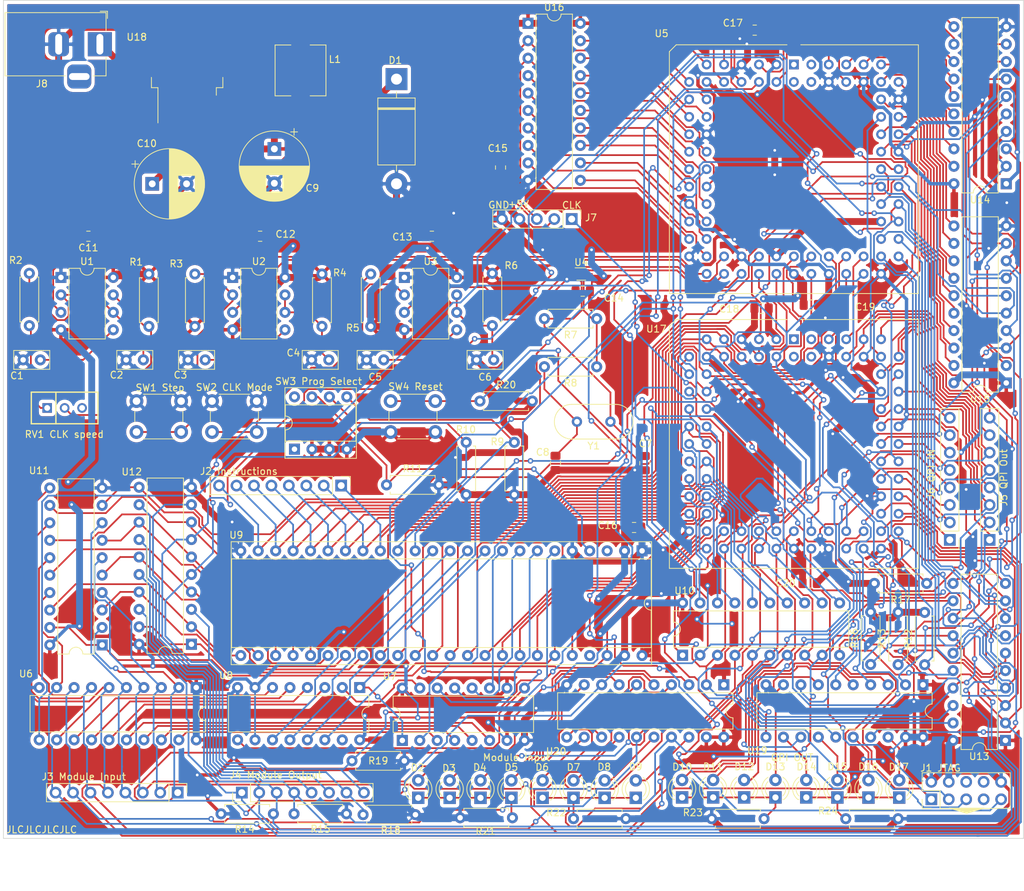
<source format=kicad_pcb>
(kicad_pcb (version 20171130) (host pcbnew "(5.1.10)-1")
  (layers (0 F.Cu signal) (31 B.Cu signal) (34 B.Paste user) (35 F.Paste user) (36 B.SilkS user) (37 F.SilkS user) (38 B.Mask user) (39 F.Mask user) (44 Edge.Cuts user))
  (net 0 "")
  (net 1 GND)
  (net 2 "Net-(D1-Pad1)")
  (net 3 +5V)
  (net 4 "Net-(R1-Pad2)")
  (net 5 SlowCLK)
  (net 6 "Net-(C2-Pad1)")
  (net 7 "Net-(C1-Pad1)")
  (net 8 "Net-(C4-Pad1)")
  (net 9 UserCLK)
  (net 10 "Net-(R3-Pad2)")
  (net 11 "Net-(C3-Pad1)")
  (net 12 "Net-(C6-Pad1)")
  (net 13 CLK_Select)
  (net 14 "Net-(R5-Pad2)")
  (net 15 "Net-(C5-Pad1)")
  (net 16 /A7)
  (net 17 /A5)
  (net 18 /A2)
  (net 19 TCK)
  (net 20 /Ins7)
  (net 21 /Ins6)
  (net 22 /Ins4)
  (net 23 /Ins2)
  (net 24 /B0)
  (net 25 TDO)
  (net 26 /A6)
  (net 27 /A4)
  (net 28 /A3)
  (net 29 /A1)
  (net 30 /A0)
  (net 31 /Ins5)
  (net 32 /Ins3)
  (net 33 /Ins0)
  (net 34 Flag4In)
  (net 35 Flag1In)
  (net 36 /O7)
  (net 37 /O5)
  (net 38 /O4)
  (net 39 /O2)
  (net 40 /O0)
  (net 41 /Ins1)
  (net 42 Flag5In)
  (net 43 Flag3In)
  (net 44 Flag2In)
  (net 45 Flag0In)
  (net 46 /O6)
  (net 47 /O3)
  (net 48 /O1)
  (net 49 Flag5Out)
  (net 50 Flag2Out)
  (net 51 Flag1Out)
  (net 52 A=B_FlagIn)
  (net 53 CarryFlagIn)
  (net 54 CarryOut)
  (net 55 TDI)
  (net 56 RegAControl)
  (net 57 FlagCLK)
  (net 58 Flag4Out)
  (net 59 Flag3Out)
  (net 60 TMS)
  (net 61 Flag0Out)
  (net 62 A=B_Out)
  (net 63 RegBControl)
  (net 64 /B2)
  (net 65 /B4)
  (net 66 /B5)
  (net 67 /B7)
  (net 68 "Net-(U5-Pad83)")
  (net 69 JumpEnable)
  (net 70 CLK)
  (net 71 "Net-(U5-Pad1)")
  (net 72 /B1)
  (net 73 /B3)
  (net 74 /B6)
  (net 75 "Net-(U5-Pad84)")
  (net 76 JumpRegLoad)
  (net 77 FastCLK)
  (net 78 "Net-(U5-Pad2)")
  (net 79 MemWriteControl)
  (net 80 "Net-(U9-Pad45)")
  (net 81 /M10)
  (net 82 MemOutControl)
  (net 83 /M0)
  (net 84 /M1)
  (net 85 /M2)
  (net 86 /M3)
  (net 87 /P2)
  (net 88 /M4)
  (net 89 /P1)
  (net 90 /M5)
  (net 91 /C7)
  (net 92 /M6)
  (net 93 /C6)
  (net 94 /M7)
  (net 95 /C5)
  (net 96 /M8)
  (net 97 /C4)
  (net 98 /M9)
  (net 99 /C3)
  (net 100 "Net-(U11-Pad3)")
  (net 101 /C2)
  (net 102 "Net-(U11-Pad5)")
  (net 103 /C1)
  (net 104 "Net-(U11-Pad7)")
  (net 105 /C0)
  (net 106 "Net-(U11-Pad9)")
  (net 107 "Net-(U11-Pad12)")
  (net 108 /P3)
  (net 109 "Net-(U11-Pad14)")
  (net 110 "Net-(U9-Pad3)")
  (net 111 "Net-(U11-Pad16)")
  (net 112 "Net-(U11-Pad18)")
  (net 113 /Qi2)
  (net 114 /Qi0)
  (net 115 /Qo5)
  (net 116 /Qo2)
  (net 117 /Qo1)
  (net 118 /Qi3)
  (net 119 /Qi1)
  (net 120 /Qo7)
  (net 121 /Qo6)
  (net 122 /Qo4)
  (net 123 /Qo3)
  (net 124 /Qo0)
  (net 125 RamAddrEnable)
  (net 126 /I6)
  (net 127 /I4)
  (net 128 /I1)
  (net 129 /I0)
  (net 130 /I7)
  (net 131 /I5)
  (net 132 /I3)
  (net 133 /I2)
  (net 134 /Qi5)
  (net 135 /Qi7)
  (net 136 CounterReset)
  (net 137 "Net-(U17-Pad83)")
  (net 138 RamAddrLoad)
  (net 139 "Net-(U17-Pad1)")
  (net 140 /Qi4)
  (net 141 /Qi6)
  (net 142 "Net-(U17-Pad84)")
  (net 143 Reset)
  (net 144 "Net-(U17-Pad2)")
  (net 145 "Net-(C10-Pad1)")
  (net 146 "Net-(C7-Pad1)")
  (net 147 "Net-(C8-Pad1)")
  (net 148 "Net-(J1-Pad8)")
  (net 149 "Net-(J1-Pad7)")
  (net 150 "Net-(J1-Pad6)")
  (net 151 "Net-(R2-Pad1)")
  (net 152 "Net-(R7-Pad1)")
  (net 153 "Net-(RV1-Pad3)")
  (net 154 "Net-(SW3-Pad8)")
  (net 155 "Net-(SW3-Pad1)")
  (net 156 "Net-(U4-Pad1)")
  (net 157 "Net-(U6-Pad19)")
  (net 158 "Net-(U6-Pad18)")
  (net 159 "Net-(U6-Pad17)")
  (net 160 "Net-(U6-Pad16)")
  (net 161 "Net-(U6-Pad15)")
  (net 162 "Net-(U6-Pad14)")
  (net 163 "Net-(U6-Pad13)")
  (net 164 "Net-(U6-Pad12)")
  (net 165 "Net-(U7-Pad15)")
  (net 166 "Net-(U8-Pad15)")
  (net 167 "Net-(D2-Pad1)")
  (net 168 "Net-(D6-Pad1)")
  (net 169 "Net-(D10-Pad1)")
  (net 170 "Net-(D14-Pad1)")
  (net 171 Comm0)
  (net 172 Comm1)
  (net 173 /Im7)
  (net 174 /Im6)
  (net 175 /Im5)
  (net 176 /Im4)
  (net 177 /Im3)
  (net 178 /Im2)
  (net 179 /Im1)
  (net 180 /Im0)
  (net 181 /Iq7)
  (net 182 /Iq6)
  (net 183 /Iq5)
  (net 184 /Iq4)
  (net 185 /Iq3)
  (net 186 /Iq2)
  (net 187 /Iq1)
  (net 188 /Iq0)
  (module Package_DIP:DIP-20_W7.62mm (layer F.Cu) (at 45.07 115.54 270)
    (fp_text reference U6 (at -2 24.79 180) (layer F.SilkS))
    (fp_text value 74LS573)
    (pad 20 thru_hole oval (at 7.62 0 270) (size 1.6 1.6) (drill 0.8) (layers *.Cu *.Mask) (net 3 +5V))
    (pad 10 thru_hole oval (at 0 22.86 270) (size 1.6 1.6) (drill 0.8) (layers *.Cu *.Mask) (net 1 GND))
    (pad 19 thru_hole oval (at 7.62 2.54 270) (size 1.6 1.6) (drill 0.8) (layers *.Cu *.Mask) (net 157 "Net-(U6-Pad19)"))
    (pad 9 thru_hole oval (at 0 20.32 270) (size 1.6 1.6) (drill 0.8) (layers *.Cu *.Mask) (net 130 /I7))
    (pad 18 thru_hole oval (at 7.62 5.08 270) (size 1.6 1.6) (drill 0.8) (layers *.Cu *.Mask) (net 158 "Net-(U6-Pad18)"))
    (pad 8 thru_hole oval (at 0 17.78 270) (size 1.6 1.6) (drill 0.8) (layers *.Cu *.Mask) (net 126 /I6))
    (pad 17 thru_hole oval (at 7.62 7.62 270) (size 1.6 1.6) (drill 0.8) (layers *.Cu *.Mask) (net 159 "Net-(U6-Pad17)"))
    (pad 7 thru_hole oval (at 0 15.24 270) (size 1.6 1.6) (drill 0.8) (layers *.Cu *.Mask) (net 131 /I5))
    (pad 16 thru_hole oval (at 7.62 10.16 270) (size 1.6 1.6) (drill 0.8) (layers *.Cu *.Mask) (net 160 "Net-(U6-Pad16)"))
    (pad 6 thru_hole oval (at 0 12.7 270) (size 1.6 1.6) (drill 0.8) (layers *.Cu *.Mask) (net 127 /I4))
    (pad 15 thru_hole oval (at 7.62 12.7 270) (size 1.6 1.6) (drill 0.8) (layers *.Cu *.Mask) (net 161 "Net-(U6-Pad15)"))
    (pad 5 thru_hole oval (at 0 10.16 270) (size 1.6 1.6) (drill 0.8) (layers *.Cu *.Mask) (net 132 /I3))
    (pad 14 thru_hole oval (at 7.62 15.24 270) (size 1.6 1.6) (drill 0.8) (layers *.Cu *.Mask) (net 162 "Net-(U6-Pad14)"))
    (pad 4 thru_hole oval (at 0 7.62 270) (size 1.6 1.6) (drill 0.8) (layers *.Cu *.Mask) (net 133 /I2))
    (pad 13 thru_hole oval (at 7.62 17.78 270) (size 1.6 1.6) (drill 0.8) (layers *.Cu *.Mask) (net 163 "Net-(U6-Pad13)"))
    (pad 3 thru_hole oval (at 0 5.08 270) (size 1.6 1.6) (drill 0.8) (layers *.Cu *.Mask) (net 128 /I1))
    (pad 12 thru_hole oval (at 7.62 20.32 270) (size 1.6 1.6) (drill 0.8) (layers *.Cu *.Mask) (net 164 "Net-(U6-Pad12)"))
    (pad 2 thru_hole oval (at 0 2.54 270) (size 1.6 1.6) (drill 0.8) (layers *.Cu *.Mask) (net 129 /I0))
    (pad 11 thru_hole oval (at 7.62 22.86 270) (size 1.6 1.6) (drill 0.8) (layers *.Cu *.Mask) (net 76 JumpRegLoad))
    (pad 1 thru_hole rect (at 0 0 270) (size 1.6 1.6) (drill 0.8) (layers *.Cu *.Mask) (net 3 +5V))
  )
  (module Package_DIP:DIP-16_W7.62mm (layer F.Cu) (at 68.87 115.54 270)
    (fp_text reference U8 (at -1.76 19.45 180) (layer F.SilkS))
    (fp_text value SN74HC161N)
    (pad 16 thru_hole oval (at 7.62 0 270) (size 1.6 1.6) (drill 0.8) (layers *.Cu *.Mask) (net 3 +5V))
    (pad 8 thru_hole oval (at 0 17.78 270) (size 1.6 1.6) (drill 0.8) (layers *.Cu *.Mask) (net 1 GND))
    (pad 15 thru_hole oval (at 7.62 2.54 270) (size 1.6 1.6) (drill 0.8) (layers *.Cu *.Mask) (net 166 "Net-(U8-Pad15)"))
    (pad 7 thru_hole oval (at 0 15.24 270) (size 1.6 1.6) (drill 0.8) (layers *.Cu *.Mask) (net 3 +5V))
    (pad 14 thru_hole oval (at 7.62 5.08 270) (size 1.6 1.6) (drill 0.8) (layers *.Cu *.Mask) (net 97 /C4))
    (pad 6 thru_hole oval (at 0 12.7 270) (size 1.6 1.6) (drill 0.8) (layers *.Cu *.Mask) (net 164 "Net-(U6-Pad12)"))
    (pad 13 thru_hole oval (at 7.62 7.62 270) (size 1.6 1.6) (drill 0.8) (layers *.Cu *.Mask) (net 95 /C5))
    (pad 5 thru_hole oval (at 0 10.16 270) (size 1.6 1.6) (drill 0.8) (layers *.Cu *.Mask) (net 163 "Net-(U6-Pad13)"))
    (pad 12 thru_hole oval (at 7.62 10.16 270) (size 1.6 1.6) (drill 0.8) (layers *.Cu *.Mask) (net 93 /C6))
    (pad 4 thru_hole oval (at 0 7.62 270) (size 1.6 1.6) (drill 0.8) (layers *.Cu *.Mask) (net 162 "Net-(U6-Pad14)"))
    (pad 11 thru_hole oval (at 7.62 12.7 270) (size 1.6 1.6) (drill 0.8) (layers *.Cu *.Mask) (net 91 /C7))
    (pad 3 thru_hole oval (at 0 5.08 270) (size 1.6 1.6) (drill 0.8) (layers *.Cu *.Mask) (net 161 "Net-(U6-Pad15)"))
    (pad 10 thru_hole oval (at 7.62 15.24 270) (size 1.6 1.6) (drill 0.8) (layers *.Cu *.Mask) (net 3 +5V))
    (pad 2 thru_hole oval (at 0 2.54 270) (size 1.6 1.6) (drill 0.8) (layers *.Cu *.Mask) (net 165 "Net-(U7-Pad15)"))
    (pad 9 thru_hole oval (at 7.62 17.78 270) (size 1.6 1.6) (drill 0.8) (layers *.Cu *.Mask) (net 69 JumpEnable))
    (pad 1 thru_hole rect (at 0 0 270) (size 1.6 1.6) (drill 0.8) (layers *.Cu *.Mask) (net 136 CounterReset))
  )
  (module Package_DIP:DIP-20_W7.62mm (layer F.Cu) (at 162.87 123.24 180)
    (fp_text reference U13 (at 3.81 -2.33) (layer F.SilkS))
    (fp_text value 74LS573)
    (pad 20 thru_hole oval (at 7.62 0 180) (size 1.6 1.6) (drill 0.8) (layers *.Cu *.Mask) (net 3 +5V))
    (pad 10 thru_hole oval (at 0 22.86 180) (size 1.6 1.6) (drill 0.8) (layers *.Cu *.Mask) (net 1 GND))
    (pad 19 thru_hole oval (at 7.62 2.54 180) (size 1.6 1.6) (drill 0.8) (layers *.Cu *.Mask) (net 129 /I0))
    (pad 9 thru_hole oval (at 0 20.32 180) (size 1.6 1.6) (drill 0.8) (layers *.Cu *.Mask) (net 36 /O7))
    (pad 18 thru_hole oval (at 7.62 5.08 180) (size 1.6 1.6) (drill 0.8) (layers *.Cu *.Mask) (net 128 /I1))
    (pad 8 thru_hole oval (at 0 17.78 180) (size 1.6 1.6) (drill 0.8) (layers *.Cu *.Mask) (net 46 /O6))
    (pad 17 thru_hole oval (at 7.62 7.62 180) (size 1.6 1.6) (drill 0.8) (layers *.Cu *.Mask) (net 133 /I2))
    (pad 7 thru_hole oval (at 0 15.24 180) (size 1.6 1.6) (drill 0.8) (layers *.Cu *.Mask) (net 37 /O5))
    (pad 16 thru_hole oval (at 7.62 10.16 180) (size 1.6 1.6) (drill 0.8) (layers *.Cu *.Mask) (net 132 /I3))
    (pad 6 thru_hole oval (at 0 12.7 180) (size 1.6 1.6) (drill 0.8) (layers *.Cu *.Mask) (net 38 /O4))
    (pad 15 thru_hole oval (at 7.62 12.7 180) (size 1.6 1.6) (drill 0.8) (layers *.Cu *.Mask) (net 127 /I4))
    (pad 5 thru_hole oval (at 0 10.16 180) (size 1.6 1.6) (drill 0.8) (layers *.Cu *.Mask) (net 47 /O3))
    (pad 14 thru_hole oval (at 7.62 15.24 180) (size 1.6 1.6) (drill 0.8) (layers *.Cu *.Mask) (net 131 /I5))
    (pad 4 thru_hole oval (at 0 7.62 180) (size 1.6 1.6) (drill 0.8) (layers *.Cu *.Mask) (net 39 /O2))
    (pad 13 thru_hole oval (at 7.62 17.78 180) (size 1.6 1.6) (drill 0.8) (layers *.Cu *.Mask) (net 126 /I6))
    (pad 3 thru_hole oval (at 0 5.08 180) (size 1.6 1.6) (drill 0.8) (layers *.Cu *.Mask) (net 48 /O1))
    (pad 12 thru_hole oval (at 7.62 20.32 180) (size 1.6 1.6) (drill 0.8) (layers *.Cu *.Mask) (net 130 /I7))
    (pad 2 thru_hole oval (at 0 2.54 180) (size 1.6 1.6) (drill 0.8) (layers *.Cu *.Mask) (net 40 /O0))
    (pad 11 thru_hole oval (at 7.62 22.86 180) (size 1.6 1.6) (drill 0.8) (layers *.Cu *.Mask) (net 70 CLK))
    (pad 1 thru_hole rect (at 0 0 180) (size 1.6 1.6) (drill 0.8) (layers *.Cu *.Mask) (net 3 +5V))
  )
  (module Connector_PinHeader_2.54mm:PinHeader_1x05_P2.54mm_Vertical (layer F.Cu) (at 99.73 47.34 270)
    (fp_text reference J7 (at -0.2 -2.8 180) (layer F.SilkS))
    (fp_text value Conn_01x05_Male)
    (pad 5 thru_hole oval (at 0 10.16 270) (size 1.7 1.7) (drill 1) (layers *.Cu *.Mask) (net 1 GND))
    (pad 4 thru_hole oval (at 0 7.62 270) (size 1.7 1.7) (drill 1) (layers *.Cu *.Mask) (net 3 +5V))
    (pad 3 thru_hole oval (at 0 5.08 270) (size 1.7 1.7) (drill 1) (layers *.Cu *.Mask) (net 62 A=B_Out))
    (pad 2 thru_hole oval (at 0 2.54 270) (size 1.7 1.7) (drill 1) (layers *.Cu *.Mask) (net 54 CarryOut))
    (pad 1 thru_hole rect (at 0 0 270) (size 1.7 1.7) (drill 1) (layers *.Cu *.Mask) (net 70 CLK))
  )
  (module Capacitor_SMD:C_0805_2012Metric_Pad1.18x1.45mm_HandSolder (layer F.Cu) (at 134.5325 59.84)
    (fp_text reference C19 (at 7.9375 0.3) (layer F.SilkS))
    (fp_text value 100n)
    (pad 2 smd roundrect (at 1.0375 0) (size 1.175 1.45) (layers F.Cu F.Paste F.Mask) (roundrect_rratio 0.2127659574468085) (net 1 GND))
    (pad 1 smd roundrect (at -1.0375 0) (size 1.175 1.45) (layers F.Cu F.Paste F.Mask) (roundrect_rratio 0.2127659574468085) (net 3 +5V))
  )
  (module Package_LCC:PLCC-84_THT-Socket (layer F.Cu) (at 132.07 64.84)
    (fp_text reference U17 (at -20.02 -1.5) (layer F.SilkS))
    (fp_text value EPM7128slc84-15n)
    (pad 72 thru_hole circle (at 15.24 5.08) (size 1.4224 1.4224) (drill 0.8) (layers *.Cu *.Mask) (net 1 GND))
    (pad 70 thru_hole circle (at 15.24 7.62) (size 1.4224 1.4224) (drill 0.8) (layers *.Cu *.Mask) (net 124 /Qo0))
    (pad 68 thru_hole circle (at 15.24 10.16) (size 1.4224 1.4224) (drill 0.8) (layers *.Cu *.Mask) (net 135 /Qi7))
    (pad 66 thru_hole circle (at 15.24 12.7) (size 1.4224 1.4224) (drill 0.8) (layers *.Cu *.Mask) (net 3 +5V))
    (pad 64 thru_hole circle (at 15.24 15.24) (size 1.4224 1.4224) (drill 0.8) (layers *.Cu *.Mask) (net 140 /Qi4))
    (pad 62 thru_hole circle (at 15.24 17.78) (size 1.4224 1.4224) (drill 0.8) (layers *.Cu *.Mask) (net 19 TCK))
    (pad 60 thru_hole circle (at 15.24 20.32) (size 1.4224 1.4224) (drill 0.8) (layers *.Cu *.Mask) (net 119 /Qi1))
    (pad 58 thru_hole circle (at 15.24 22.86) (size 1.4224 1.4224) (drill 0.8) (layers *.Cu *.Mask) (net 114 /Qi0))
    (pad 56 thru_hole circle (at 15.24 25.4) (size 1.4224 1.4224) (drill 0.8) (layers *.Cu *.Mask) (net 48 /O1))
    (pad 54 thru_hole circle (at 15.24 27.94) (size 1.4224 1.4224) (drill 0.8) (layers *.Cu *.Mask) (net 37 /O5))
    (pad 73 thru_hole circle (at 12.7 5.08) (size 1.4224 1.4224) (drill 0.8) (layers *.Cu *.Mask) (net 123 /Qo3))
    (pad 71 thru_hole circle (at 12.7 7.62) (size 1.4224 1.4224) (drill 0.8) (layers *.Cu *.Mask) (net 25 TDO))
    (pad 69 thru_hole circle (at 12.7 10.16) (size 1.4224 1.4224) (drill 0.8) (layers *.Cu *.Mask) (net 117 /Qo1))
    (pad 67 thru_hole circle (at 12.7 12.7) (size 1.4224 1.4224) (drill 0.8) (layers *.Cu *.Mask) (net 141 /Qi6))
    (pad 65 thru_hole circle (at 12.7 15.24) (size 1.4224 1.4224) (drill 0.8) (layers *.Cu *.Mask) (net 134 /Qi5))
    (pad 63 thru_hole circle (at 12.7 17.78) (size 1.4224 1.4224) (drill 0.8) (layers *.Cu *.Mask) (net 118 /Qi3))
    (pad 61 thru_hole circle (at 12.7 20.32) (size 1.4224 1.4224) (drill 0.8) (layers *.Cu *.Mask) (net 113 /Qi2))
    (pad 59 thru_hole circle (at 12.7 22.86) (size 1.4224 1.4224) (drill 0.8) (layers *.Cu *.Mask) (net 1 GND))
    (pad 57 thru_hole circle (at 12.7 25.4) (size 1.4224 1.4224) (drill 0.8) (layers *.Cu *.Mask) (net 40 /O0))
    (pad 55 thru_hole circle (at 12.7 27.94) (size 1.4224 1.4224) (drill 0.8) (layers *.Cu *.Mask) (net 39 /O2))
    (pad 53 thru_hole circle (at 12.7 30.48) (size 1.4224 1.4224) (drill 0.8) (layers *.Cu *.Mask) (net 3 +5V))
    (pad 51 thru_hole circle (at 10.16 30.48) (size 1.4224 1.4224) (drill 0.8) (layers *.Cu *.Mask) (net 38 /O4))
    (pad 49 thru_hole circle (at 7.62 30.48) (size 1.4224 1.4224) (drill 0.8) (layers *.Cu *.Mask) (net 36 /O7))
    (pad 47 thru_hole circle (at 5.08 30.48) (size 1.4224 1.4224) (drill 0.8) (layers *.Cu *.Mask) (net 1 GND))
    (pad 45 thru_hole circle (at 2.54 30.48) (size 1.4224 1.4224) (drill 0.8) (layers *.Cu *.Mask) (net 130 /I7))
    (pad 43 thru_hole circle (at 0 30.48) (size 1.4224 1.4224) (drill 0.8) (layers *.Cu *.Mask) (net 3 +5V))
    (pad 41 thru_hole circle (at -2.54 30.48) (size 1.4224 1.4224) (drill 0.8) (layers *.Cu *.Mask) (net 127 /I4))
    (pad 39 thru_hole circle (at -5.08 30.48) (size 1.4224 1.4224) (drill 0.8) (layers *.Cu *.Mask) (net 128 /I1))
    (pad 37 thru_hole circle (at -7.62 30.48) (size 1.4224 1.4224) (drill 0.8) (layers *.Cu *.Mask) (net 126 /I6))
    (pad 35 thru_hole circle (at -10.16 30.48) (size 1.4224 1.4224) (drill 0.8) (layers *.Cu *.Mask) (net 129 /I0))
    (pad 33 thru_hole circle (at -12.7 30.48) (size 1.4224 1.4224) (drill 0.8) (layers *.Cu *.Mask) (net 125 RamAddrEnable))
    (pad 52 thru_hole circle (at 10.16 27.94) (size 1.4224 1.4224) (drill 0.8) (layers *.Cu *.Mask) (net 47 /O3))
    (pad 50 thru_hole circle (at 7.62 27.94) (size 1.4224 1.4224) (drill 0.8) (layers *.Cu *.Mask) (net 46 /O6))
    (pad 48 thru_hole circle (at 5.08 27.94) (size 1.4224 1.4224) (drill 0.8) (layers *.Cu *.Mask) (net 143 Reset))
    (pad 46 thru_hole circle (at 2.54 27.94) (size 1.4224 1.4224) (drill 0.8) (layers *.Cu *.Mask) (net 136 CounterReset))
    (pad 44 thru_hole circle (at 0 27.94) (size 1.4224 1.4224) (drill 0.8) (layers *.Cu *.Mask) (net 131 /I5))
    (pad 42 thru_hole circle (at -2.54 27.94) (size 1.4224 1.4224) (drill 0.8) (layers *.Cu *.Mask) (net 1 GND))
    (pad 40 thru_hole circle (at -5.08 27.94) (size 1.4224 1.4224) (drill 0.8) (layers *.Cu *.Mask) (net 133 /I2))
    (pad 38 thru_hole circle (at -7.62 27.94) (size 1.4224 1.4224) (drill 0.8) (layers *.Cu *.Mask) (net 3 +5V))
    (pad 36 thru_hole circle (at -10.16 27.94) (size 1.4224 1.4224) (drill 0.8) (layers *.Cu *.Mask) (net 132 /I3))
    (pad 34 thru_hole circle (at -12.7 27.94) (size 1.4224 1.4224) (drill 0.8) (layers *.Cu *.Mask) (net 81 /M10))
    (pad 32 thru_hole circle (at -15.24 27.94) (size 1.4224 1.4224) (drill 0.8) (layers *.Cu *.Mask) (net 1 GND))
    (pad 30 thru_hole circle (at -15.24 25.4) (size 1.4224 1.4224) (drill 0.8) (layers *.Cu *.Mask) (net 86 /M3))
    (pad 28 thru_hole circle (at -15.24 22.86) (size 1.4224 1.4224) (drill 0.8) (layers *.Cu *.Mask) (net 92 /M6))
    (pad 26 thru_hole circle (at -15.24 20.32) (size 1.4224 1.4224) (drill 0.8) (layers *.Cu *.Mask) (net 3 +5V))
    (pad 24 thru_hole circle (at -15.24 17.78) (size 1.4224 1.4224) (drill 0.8) (layers *.Cu *.Mask) (net 96 /M8))
    (pad 22 thru_hole circle (at -15.24 15.24) (size 1.4224 1.4224) (drill 0.8) (layers *.Cu *.Mask) (net 88 /M4))
    (pad 20 thru_hole circle (at -15.24 12.7) (size 1.4224 1.4224) (drill 0.8) (layers *.Cu *.Mask) (net 84 /M1))
    (pad 18 thru_hole circle (at -15.24 10.16) (size 1.4224 1.4224) (drill 0.8) (layers *.Cu *.Mask) (net 82 MemOutControl))
    (pad 16 thru_hole circle (at -15.24 7.62) (size 1.4224 1.4224) (drill 0.8) (layers *.Cu *.Mask) (net 79 MemWriteControl))
    (pad 14 thru_hole circle (at -15.24 5.08) (size 1.4224 1.4224) (drill 0.8) (layers *.Cu *.Mask) (net 55 TDI))
    (pad 12 thru_hole circle (at -15.24 2.54) (size 1.4224 1.4224) (drill 0.8) (layers *.Cu *.Mask) (net 98 /M9))
    (pad 31 thru_hole circle (at -12.7 25.4) (size 1.4224 1.4224) (drill 0.8) (layers *.Cu *.Mask) (net 83 /M0))
    (pad 29 thru_hole circle (at -12.7 22.86) (size 1.4224 1.4224) (drill 0.8) (layers *.Cu *.Mask) (net 85 /M2))
    (pad 27 thru_hole circle (at -12.7 20.32) (size 1.4224 1.4224) (drill 0.8) (layers *.Cu *.Mask) (net 90 /M5))
    (pad 25 thru_hole circle (at -12.7 17.78) (size 1.4224 1.4224) (drill 0.8) (layers *.Cu *.Mask) (net 94 /M7))
    (pad 23 thru_hole circle (at -12.7 15.24) (size 1.4224 1.4224) (drill 0.8) (layers *.Cu *.Mask) (net 60 TMS))
    (pad 21 thru_hole circle (at -12.7 12.7) (size 1.4224 1.4224) (drill 0.8) (layers *.Cu *.Mask) (net 138 RamAddrLoad))
    (pad 19 thru_hole circle (at -12.7 10.16) (size 1.4224 1.4224) (drill 0.8) (layers *.Cu *.Mask) (net 1 GND))
    (pad 17 thru_hole circle (at -12.7 7.62) (size 1.4224 1.4224) (drill 0.8) (layers *.Cu *.Mask) (net 33 /Ins0))
    (pad 15 thru_hole circle (at -12.7 5.08) (size 1.4224 1.4224) (drill 0.8) (layers *.Cu *.Mask) (net 41 /Ins1))
    (pad 13 thru_hole circle (at -12.7 2.54) (size 1.4224 1.4224) (drill 0.8) (layers *.Cu *.Mask) (net 3 +5V))
    (pad 75 thru_hole circle (at 12.7 0) (size 1.4224 1.4224) (drill 0.8) (layers *.Cu *.Mask) (net 122 /Qo4))
    (pad 77 thru_hole circle (at 10.16 0) (size 1.4224 1.4224) (drill 0.8) (layers *.Cu *.Mask) (net 121 /Qo6))
    (pad 79 thru_hole circle (at 7.62 0) (size 1.4224 1.4224) (drill 0.8) (layers *.Cu *.Mask) (net 172 Comm1))
    (pad 81 thru_hole circle (at 5.08 0) (size 1.4224 1.4224) (drill 0.8) (layers *.Cu *.Mask) (net 171 Comm0))
    (pad 83 thru_hole circle (at 2.54 0) (size 1.4224 1.4224) (drill 0.8) (layers *.Cu *.Mask) (net 137 "Net-(U17-Pad83)"))
    (pad 11 thru_hole circle (at -12.7 0) (size 1.4224 1.4224) (drill 0.8) (layers *.Cu *.Mask) (net 32 /Ins3))
    (pad 9 thru_hole circle (at -10.16 0) (size 1.4224 1.4224) (drill 0.8) (layers *.Cu *.Mask) (net 22 /Ins4))
    (pad 7 thru_hole circle (at -7.62 0) (size 1.4224 1.4224) (drill 0.8) (layers *.Cu *.Mask) (net 1 GND))
    (pad 5 thru_hole circle (at -5.08 0) (size 1.4224 1.4224) (drill 0.8) (layers *.Cu *.Mask) (net 20 /Ins7))
    (pad 3 thru_hole circle (at -2.54 0) (size 1.4224 1.4224) (drill 0.8) (layers *.Cu *.Mask) (net 3 +5V))
    (pad 1 thru_hole rect (at 0 0) (size 1.4224 1.4224) (drill 0.8) (layers *.Cu *.Mask) (net 139 "Net-(U17-Pad1)"))
    (pad 74 thru_hole circle (at 15.24 2.54) (size 1.4224 1.4224) (drill 0.8) (layers *.Cu *.Mask) (net 116 /Qo2))
    (pad 76 thru_hole circle (at 12.7 2.54) (size 1.4224 1.4224) (drill 0.8) (layers *.Cu *.Mask) (net 115 /Qo5))
    (pad 78 thru_hole circle (at 10.16 2.54) (size 1.4224 1.4224) (drill 0.8) (layers *.Cu *.Mask) (net 3 +5V))
    (pad 80 thru_hole circle (at 7.62 2.54) (size 1.4224 1.4224) (drill 0.8) (layers *.Cu *.Mask) (net 120 /Qo7))
    (pad 82 thru_hole circle (at 5.08 2.54) (size 1.4224 1.4224) (drill 0.8) (layers *.Cu *.Mask) (net 1 GND))
    (pad 84 thru_hole circle (at 2.54 2.54) (size 1.4224 1.4224) (drill 0.8) (layers *.Cu *.Mask) (net 142 "Net-(U17-Pad84)"))
    (pad 10 thru_hole circle (at -10.16 2.54) (size 1.4224 1.4224) (drill 0.8) (layers *.Cu *.Mask) (net 23 /Ins2))
    (pad 8 thru_hole circle (at -7.62 2.54) (size 1.4224 1.4224) (drill 0.8) (layers *.Cu *.Mask) (net 31 /Ins5))
    (pad 6 thru_hole circle (at -5.08 2.54) (size 1.4224 1.4224) (drill 0.8) (layers *.Cu *.Mask) (net 21 /Ins6))
    (pad 4 thru_hole circle (at -2.54 2.54) (size 1.4224 1.4224) (drill 0.8) (layers *.Cu *.Mask) (net 70 CLK))
    (pad 2 thru_hole circle (at 0 2.54) (size 1.4224 1.4224) (drill 0.8) (layers *.Cu *.Mask) (net 144 "Net-(U17-Pad2)"))
  )
  (module Capacitor_SMD:C_0805_2012Metric_Pad1.18x1.45mm_HandSolder (layer F.Cu) (at 108.8075 92.24)
    (fp_text reference C16 (at -3.8375 -0.3) (layer F.SilkS))
    (fp_text value 100n)
    (pad 2 smd roundrect (at 1.0375 0) (size 1.175 1.45) (layers F.Cu F.Paste F.Mask) (roundrect_rratio 0.2127659574468085) (net 1 GND))
    (pad 1 smd roundrect (at -1.0375 0) (size 1.175 1.45) (layers F.Cu F.Paste F.Mask) (roundrect_rratio 0.2127659574468085) (net 3 +5V))
  )
  (module Resistor_THT:R_Axial_DIN0207_L6.3mm_D2.5mm_P7.62mm_Horizontal (layer F.Cu) (at 139.63 134.64)
    (fp_text reference R24 (at -2.59 -1.14) (layer F.SilkS))
    (fp_text value 200)
    (pad 2 thru_hole oval (at 7.62 0) (size 1.6 1.6) (drill 0.8) (layers *.Cu *.Mask) (net 1 GND))
    (pad 1 thru_hole circle (at 0 0) (size 1.6 1.6) (drill 0.8) (layers *.Cu *.Mask) (net 170 "Net-(D14-Pad1)"))
  )
  (module Resistor_THT:R_Axial_DIN0207_L6.3mm_D2.5mm_P7.62mm_Horizontal (layer F.Cu) (at 127.73 134.64 180)
    (fp_text reference R23 (at 10.36 0.89) (layer F.SilkS))
    (fp_text value 200)
    (pad 2 thru_hole oval (at 7.62 0 180) (size 1.6 1.6) (drill 0.8) (layers *.Cu *.Mask) (net 1 GND))
    (pad 1 thru_hole circle (at 0 0 180) (size 1.6 1.6) (drill 0.8) (layers *.Cu *.Mask) (net 169 "Net-(D10-Pad1)"))
  )
  (module Resistor_THT:R_Axial_DIN0207_L6.3mm_D2.5mm_P7.62mm_Horizontal (layer F.Cu) (at 99.99 134.63)
    (fp_text reference R22 (at -2.51 -0.88) (layer F.SilkS))
    (fp_text value 200)
    (pad 2 thru_hole oval (at 7.62 0) (size 1.6 1.6) (drill 0.8) (layers *.Cu *.Mask) (net 1 GND))
    (pad 1 thru_hole circle (at 0 0) (size 1.6 1.6) (drill 0.8) (layers *.Cu *.Mask) (net 168 "Net-(D6-Pad1)"))
  )
  (module Resistor_THT:R_Axial_DIN0207_L6.3mm_D2.5mm_P7.62mm_Horizontal (layer F.Cu) (at 91.1 134.5 180)
    (fp_text reference R21 (at 3.91 -1.94) (layer F.SilkS))
    (fp_text value 200)
    (pad 2 thru_hole oval (at 7.62 0 180) (size 1.6 1.6) (drill 0.8) (layers *.Cu *.Mask) (net 1 GND))
    (pad 1 thru_hole circle (at 0 0 180) (size 1.6 1.6) (drill 0.8) (layers *.Cu *.Mask) (net 167 "Net-(D2-Pad1)"))
  )
  (module Resistor_THT:R_Axial_DIN0207_L6.3mm_D2.5mm_P7.62mm_Horizontal (layer F.Cu) (at 86.37 73.84)
    (fp_text reference R20 (at 3.81 -2.37) (layer F.SilkS))
    (fp_text value 50K)
    (pad 2 thru_hole oval (at 7.62 0) (size 1.6 1.6) (drill 0.8) (layers *.Cu *.Mask) (net 1 GND))
    (pad 1 thru_hole circle (at 0 0) (size 1.6 1.6) (drill 0.8) (layers *.Cu *.Mask) (net 143 Reset))
  )
  (module Resistor_THT:R_Axial_DIN0207_L6.3mm_D2.5mm_P7.62mm_Horizontal (layer F.Cu) (at 67.74 126.21)
    (fp_text reference R19 (at 3.82 0) (layer F.SilkS))
    (fp_text value 50K)
    (pad 2 thru_hole oval (at 7.62 0) (size 1.6 1.6) (drill 0.8) (layers *.Cu *.Mask) (net 1 GND))
    (pad 1 thru_hole circle (at 0 0) (size 1.6 1.6) (drill 0.8) (layers *.Cu *.Mask) (net 36 /O7))
  )
  (module Resistor_THT:R_Axial_DIN0207_L6.3mm_D2.5mm_P7.62mm_Horizontal (layer F.Cu) (at 69.36 134.05)
    (fp_text reference R18 (at 4.02 2.25) (layer F.SilkS))
    (fp_text value 50K)
    (pad 2 thru_hole oval (at 7.62 0) (size 1.6 1.6) (drill 0.8) (layers *.Cu *.Mask) (net 1 GND))
    (pad 1 thru_hole circle (at 0 0) (size 1.6 1.6) (drill 0.8) (layers *.Cu *.Mask) (net 46 /O6))
  )
  (module Resistor_THT:R_Axial_DIN0207_L6.3mm_D2.5mm_P7.62mm_Horizontal (layer F.Cu) (at 151.41 100.38 180)
    (fp_text reference R17 (at 3.81 -2.37) (layer F.SilkS))
    (fp_text value 50K)
    (pad 2 thru_hole oval (at 7.62 0 180) (size 1.6 1.6) (drill 0.8) (layers *.Cu *.Mask) (net 1 GND))
    (pad 1 thru_hole circle (at 0 0 180) (size 1.6 1.6) (drill 0.8) (layers *.Cu *.Mask) (net 37 /O5))
  )
  (module Resistor_THT:R_Axial_DIN0207_L6.3mm_D2.5mm_P7.62mm_Horizontal (layer F.Cu) (at 143.25 112.18 90)
    (fp_text reference R16 (at 3.81 -2.37 90) (layer F.SilkS))
    (fp_text value 50K)
    (pad 2 thru_hole oval (at 7.62 0 90) (size 1.6 1.6) (drill 0.8) (layers *.Cu *.Mask) (net 1 GND))
    (pad 1 thru_hole circle (at 0 0 90) (size 1.6 1.6) (drill 0.8) (layers *.Cu *.Mask) (net 38 /O4))
  )
  (module Resistor_THT:R_Axial_DIN0207_L6.3mm_D2.5mm_P7.62mm_Horizontal (layer F.Cu) (at 59.31 133.92)
    (fp_text reference R15 (at 3.85 2.21) (layer F.SilkS))
    (fp_text value 50K)
    (pad 2 thru_hole oval (at 7.62 0) (size 1.6 1.6) (drill 0.8) (layers *.Cu *.Mask) (net 1 GND))
    (pad 1 thru_hole circle (at 0 0) (size 1.6 1.6) (drill 0.8) (layers *.Cu *.Mask) (net 47 /O3))
  )
  (module Resistor_THT:R_Axial_DIN0207_L6.3mm_D2.5mm_P7.62mm_Horizontal (layer F.Cu) (at 56.3 133.93 180)
    (fp_text reference R14 (at 4.18 -2.23) (layer F.SilkS))
    (fp_text value 50K)
    (pad 2 thru_hole oval (at 7.62 0 180) (size 1.6 1.6) (drill 0.8) (layers *.Cu *.Mask) (net 1 GND))
    (pad 1 thru_hole circle (at 0 0 180) (size 1.6 1.6) (drill 0.8) (layers *.Cu *.Mask) (net 39 /O2))
  )
  (module Resistor_THT:R_Axial_DIN0207_L6.3mm_D2.5mm_P7.62mm_Horizontal (layer F.Cu) (at 147.25 112.21 90)
    (fp_text reference R13 (at 3.81 -2.37 90) (layer F.SilkS))
    (fp_text value 50K)
    (pad 2 thru_hole oval (at 7.62 0 90) (size 1.6 1.6) (drill 0.8) (layers *.Cu *.Mask) (net 1 GND))
    (pad 1 thru_hole circle (at 0 0 90) (size 1.6 1.6) (drill 0.8) (layers *.Cu *.Mask) (net 48 /O1))
  )
  (module Resistor_THT:R_Axial_DIN0207_L6.3mm_D2.5mm_P7.62mm_Horizontal (layer F.Cu) (at 151.11 112.22 90)
    (fp_text reference R12 (at 3.81 -2.37 90) (layer F.SilkS))
    (fp_text value 50K)
    (pad 2 thru_hole oval (at 7.62 0 90) (size 1.6 1.6) (drill 0.8) (layers *.Cu *.Mask) (net 1 GND))
    (pad 1 thru_hole circle (at 0 0 90) (size 1.6 1.6) (drill 0.8) (layers *.Cu *.Mask) (net 40 /O0))
  )
  (module Resistor_THT:R_Axial_DIN0207_L6.3mm_D2.5mm_P7.62mm_Horizontal (layer F.Cu) (at 72.77 86.04)
    (fp_text reference R11 (at 3.81 -2.37) (layer F.SilkS))
    (fp_text value 50K)
    (pad 2 thru_hole oval (at 7.62 0) (size 1.6 1.6) (drill 0.8) (layers *.Cu *.Mask) (net 1 GND))
    (pad 1 thru_hole circle (at 0 0) (size 1.6 1.6) (drill 0.8) (layers *.Cu *.Mask) (net 108 /P3))
  )
  (module Resistor_THT:R_Axial_DIN0207_L6.3mm_D2.5mm_P7.62mm_Horizontal (layer F.Cu) (at 84.37 79.84 270)
    (fp_text reference R10 (at -1.862 0.042 180) (layer F.SilkS))
    (fp_text value 50K)
    (pad 2 thru_hole oval (at 7.62 0 270) (size 1.6 1.6) (drill 0.8) (layers *.Cu *.Mask) (net 1 GND))
    (pad 1 thru_hole circle (at 0 0 270) (size 1.6 1.6) (drill 0.8) (layers *.Cu *.Mask) (net 87 /P2))
  )
  (module Resistor_THT:R_Axial_DIN0207_L6.3mm_D2.5mm_P7.62mm_Horizontal (layer F.Cu) (at 91.37 79.84 270)
    (fp_text reference R9 (at -0.084 2.47 180) (layer F.SilkS))
    (fp_text value 50K)
    (pad 2 thru_hole oval (at 7.62 0 270) (size 1.6 1.6) (drill 0.8) (layers *.Cu *.Mask) (net 1 GND))
    (pad 1 thru_hole circle (at 0 0 270) (size 1.6 1.6) (drill 0.8) (layers *.Cu *.Mask) (net 89 /P1))
  )
  (module Resistor_THT:R_Axial_DIN0207_L6.3mm_D2.5mm_P7.62mm_Horizontal (layer F.Cu) (at 103.37 68.84 180)
    (fp_text reference R8 (at 3.81 -2.37) (layer F.SilkS))
    (fp_text value 1K)
    (pad 2 thru_hole oval (at 7.62 0 180) (size 1.6 1.6) (drill 0.8) (layers *.Cu *.Mask) (net 147 "Net-(C8-Pad1)"))
    (pad 1 thru_hole circle (at 0 0 180) (size 1.6 1.6) (drill 0.8) (layers *.Cu *.Mask) (net 152 "Net-(R7-Pad1)"))
  )
  (module Resistor_THT:R_Axial_DIN0207_L6.3mm_D2.5mm_P7.62mm_Horizontal (layer F.Cu) (at 103.37 61.84 180)
    (fp_text reference R7 (at 3.81 -2.37) (layer F.SilkS))
    (fp_text value 2.2M)
    (pad 2 thru_hole oval (at 7.62 0 180) (size 1.6 1.6) (drill 0.8) (layers *.Cu *.Mask) (net 146 "Net-(C7-Pad1)"))
    (pad 1 thru_hole circle (at 0 0 180) (size 1.6 1.6) (drill 0.8) (layers *.Cu *.Mask) (net 152 "Net-(R7-Pad1)"))
  )
  (module Resistor_THT:R_Axial_DIN0207_L6.3mm_D2.5mm_P7.62mm_Horizontal (layer F.Cu) (at 88.17 55.24 270)
    (fp_text reference R6 (at -1.138 -2.762 180) (layer F.SilkS))
    (fp_text value 1M)
    (pad 2 thru_hole oval (at 7.62 0 270) (size 1.6 1.6) (drill 0.8) (layers *.Cu *.Mask) (net 12 "Net-(C6-Pad1)"))
    (pad 1 thru_hole circle (at 0 0 270) (size 1.6 1.6) (drill 0.8) (layers *.Cu *.Mask) (net 3 +5V))
  )
  (module Resistor_THT:R_Axial_DIN0207_L6.3mm_D2.5mm_P7.62mm_Horizontal (layer F.Cu) (at 70.47 62.96 90)
    (fp_text reference R5 (at -0.23 -2.61 180) (layer F.SilkS))
    (fp_text value 1K)
    (pad 2 thru_hole oval (at 7.62 0 90) (size 1.6 1.6) (drill 0.8) (layers *.Cu *.Mask) (net 14 "Net-(R5-Pad2)"))
    (pad 1 thru_hole circle (at 0 0 90) (size 1.6 1.6) (drill 0.8) (layers *.Cu *.Mask) (net 3 +5V))
  )
  (module Resistor_THT:R_Axial_DIN0207_L6.3mm_D2.5mm_P7.62mm_Horizontal (layer F.Cu) (at 63.37 55.34 270)
    (fp_text reference R4 (at -0.18 -2.6 180) (layer F.SilkS))
    (fp_text value 1M)
    (pad 2 thru_hole oval (at 7.62 0 270) (size 1.6 1.6) (drill 0.8) (layers *.Cu *.Mask) (net 8 "Net-(C4-Pad1)"))
    (pad 1 thru_hole circle (at 0 0 270) (size 1.6 1.6) (drill 0.8) (layers *.Cu *.Mask) (net 3 +5V))
  )
  (module Resistor_THT:R_Axial_DIN0207_L6.3mm_D2.5mm_P7.62mm_Horizontal (layer F.Cu) (at 44.87 62.96 90)
    (fp_text reference R3 (at 9.112 -2.706 180) (layer F.SilkS))
    (fp_text value 1K)
    (pad 2 thru_hole oval (at 7.62 0 90) (size 1.6 1.6) (drill 0.8) (layers *.Cu *.Mask) (net 10 "Net-(R3-Pad2)"))
    (pad 1 thru_hole circle (at 0 0 90) (size 1.6 1.6) (drill 0.8) (layers *.Cu *.Mask) (net 3 +5V))
  )
  (module Resistor_THT:R_Axial_DIN0207_L6.3mm_D2.5mm_P7.62mm_Horizontal (layer F.Cu) (at 20.77 62.86 90)
    (fp_text reference R2 (at 9.52 -1.974) (layer F.SilkS))
    (fp_text value 1K)
    (pad 2 thru_hole oval (at 7.62 0 90) (size 1.6 1.6) (drill 0.8) (layers *.Cu *.Mask) (net 6 "Net-(C2-Pad1)"))
    (pad 1 thru_hole circle (at 0 0 90) (size 1.6 1.6) (drill 0.8) (layers *.Cu *.Mask) (net 151 "Net-(R2-Pad1)"))
  )
  (module Resistor_THT:R_Axial_DIN0207_L6.3mm_D2.5mm_P7.62mm_Horizontal (layer F.Cu) (at 38.17 55.34 270)
    (fp_text reference R1 (at -1.746 1.848 180) (layer F.SilkS))
    (fp_text value 1K)
    (pad 2 thru_hole oval (at 7.62 0 270) (size 1.6 1.6) (drill 0.8) (layers *.Cu *.Mask) (net 4 "Net-(R1-Pad2)"))
    (pad 1 thru_hole circle (at 0 0 270) (size 1.6 1.6) (drill 0.8) (layers *.Cu *.Mask) (net 3 +5V))
  )
  (module Package_DIP:DIP-20_W7.62mm (layer F.Cu) (at 121.87 115.14 270)
    (fp_text reference U20 (at 9.7 24.41 180) (layer F.SilkS))
    (fp_text value 74LS241)
    (pad 20 thru_hole oval (at 7.62 0 270) (size 1.6 1.6) (drill 0.8) (layers *.Cu *.Mask) (net 3 +5V))
    (pad 10 thru_hole oval (at 0 22.86 270) (size 1.6 1.6) (drill 0.8) (layers *.Cu *.Mask) (net 1 GND))
    (pad 19 thru_hole oval (at 7.62 2.54 270) (size 1.6 1.6) (drill 0.8) (layers *.Cu *.Mask) (net 3 +5V))
    (pad 9 thru_hole oval (at 0 20.32 270) (size 1.6 1.6) (drill 0.8) (layers *.Cu *.Mask) (net 176 /Im4))
    (pad 18 thru_hole oval (at 7.62 5.08 270) (size 1.6 1.6) (drill 0.8) (layers *.Cu *.Mask) (net 180 /Im0))
    (pad 8 thru_hole oval (at 0 17.78 270) (size 1.6 1.6) (drill 0.8) (layers *.Cu *.Mask) (net 132 /I3))
    (pad 17 thru_hole oval (at 7.62 7.62 270) (size 1.6 1.6) (drill 0.8) (layers *.Cu *.Mask) (net 130 /I7))
    (pad 7 thru_hole oval (at 0 15.24 270) (size 1.6 1.6) (drill 0.8) (layers *.Cu *.Mask) (net 175 /Im5))
    (pad 16 thru_hole oval (at 7.62 10.16 270) (size 1.6 1.6) (drill 0.8) (layers *.Cu *.Mask) (net 179 /Im1))
    (pad 6 thru_hole oval (at 0 12.7 270) (size 1.6 1.6) (drill 0.8) (layers *.Cu *.Mask) (net 133 /I2))
    (pad 15 thru_hole oval (at 7.62 12.7 270) (size 1.6 1.6) (drill 0.8) (layers *.Cu *.Mask) (net 126 /I6))
    (pad 5 thru_hole oval (at 0 10.16 270) (size 1.6 1.6) (drill 0.8) (layers *.Cu *.Mask) (net 174 /Im6))
    (pad 14 thru_hole oval (at 7.62 15.24 270) (size 1.6 1.6) (drill 0.8) (layers *.Cu *.Mask) (net 178 /Im2))
    (pad 4 thru_hole oval (at 0 7.62 270) (size 1.6 1.6) (drill 0.8) (layers *.Cu *.Mask) (net 128 /I1))
    (pad 13 thru_hole oval (at 7.62 17.78 270) (size 1.6 1.6) (drill 0.8) (layers *.Cu *.Mask) (net 131 /I5))
    (pad 3 thru_hole oval (at 0 5.08 270) (size 1.6 1.6) (drill 0.8) (layers *.Cu *.Mask) (net 173 /Im7))
    (pad 12 thru_hole oval (at 7.62 20.32 270) (size 1.6 1.6) (drill 0.8) (layers *.Cu *.Mask) (net 177 /Im3))
    (pad 2 thru_hole oval (at 0 2.54 270) (size 1.6 1.6) (drill 0.8) (layers *.Cu *.Mask) (net 129 /I0))
    (pad 11 thru_hole oval (at 7.62 22.86 270) (size 1.6 1.6) (drill 0.8) (layers *.Cu *.Mask) (net 127 /I4))
    (pad 1 thru_hole rect (at 0 0 270) (size 1.6 1.6) (drill 0.8) (layers *.Cu *.Mask) (net 3 +5V))
  )
  (module Package_DIP:DIP-20_W7.62mm (layer F.Cu) (at 150.87 115.14 270)
    (fp_text reference U19 (at 9.574 24.124 180) (layer F.SilkS))
    (fp_text value 74LS241)
    (pad 20 thru_hole oval (at 7.62 0 270) (size 1.6 1.6) (drill 0.8) (layers *.Cu *.Mask) (net 3 +5V))
    (pad 10 thru_hole oval (at 0 22.86 270) (size 1.6 1.6) (drill 0.8) (layers *.Cu *.Mask) (net 1 GND))
    (pad 19 thru_hole oval (at 7.62 2.54 270) (size 1.6 1.6) (drill 0.8) (layers *.Cu *.Mask) (net 3 +5V))
    (pad 9 thru_hole oval (at 0 20.32 270) (size 1.6 1.6) (drill 0.8) (layers *.Cu *.Mask) (net 184 /Iq4))
    (pad 18 thru_hole oval (at 7.62 5.08 270) (size 1.6 1.6) (drill 0.8) (layers *.Cu *.Mask) (net 188 /Iq0))
    (pad 8 thru_hole oval (at 0 17.78 270) (size 1.6 1.6) (drill 0.8) (layers *.Cu *.Mask) (net 123 /Qo3))
    (pad 17 thru_hole oval (at 7.62 7.62 270) (size 1.6 1.6) (drill 0.8) (layers *.Cu *.Mask) (net 120 /Qo7))
    (pad 7 thru_hole oval (at 0 15.24 270) (size 1.6 1.6) (drill 0.8) (layers *.Cu *.Mask) (net 183 /Iq5))
    (pad 16 thru_hole oval (at 7.62 10.16 270) (size 1.6 1.6) (drill 0.8) (layers *.Cu *.Mask) (net 187 /Iq1))
    (pad 6 thru_hole oval (at 0 12.7 270) (size 1.6 1.6) (drill 0.8) (layers *.Cu *.Mask) (net 116 /Qo2))
    (pad 15 thru_hole oval (at 7.62 12.7 270) (size 1.6 1.6) (drill 0.8) (layers *.Cu *.Mask) (net 121 /Qo6))
    (pad 5 thru_hole oval (at 0 10.16 270) (size 1.6 1.6) (drill 0.8) (layers *.Cu *.Mask) (net 182 /Iq6))
    (pad 14 thru_hole oval (at 7.62 15.24 270) (size 1.6 1.6) (drill 0.8) (layers *.Cu *.Mask) (net 186 /Iq2))
    (pad 4 thru_hole oval (at 0 7.62 270) (size 1.6 1.6) (drill 0.8) (layers *.Cu *.Mask) (net 117 /Qo1))
    (pad 13 thru_hole oval (at 7.62 17.78 270) (size 1.6 1.6) (drill 0.8) (layers *.Cu *.Mask) (net 115 /Qo5))
    (pad 3 thru_hole oval (at 0 5.08 270) (size 1.6 1.6) (drill 0.8) (layers *.Cu *.Mask) (net 181 /Iq7))
    (pad 12 thru_hole oval (at 7.62 20.32 270) (size 1.6 1.6) (drill 0.8) (layers *.Cu *.Mask) (net 185 /Iq3))
    (pad 2 thru_hole oval (at 0 2.54 270) (size 1.6 1.6) (drill 0.8) (layers *.Cu *.Mask) (net 124 /Qo0))
    (pad 11 thru_hole oval (at 7.62 22.86 270) (size 1.6 1.6) (drill 0.8) (layers *.Cu *.Mask) (net 122 /Qo4))
    (pad 1 thru_hole rect (at 0 0 270) (size 1.6 1.6) (drill 0.8) (layers *.Cu *.Mask) (net 3 +5V))
  )
  (module Package_DIP:DIP-20_W7.62mm (layer F.Cu) (at 93.37 18.84)
    (fp_text reference U16 (at 3.81 -2.33) (layer F.SilkS))
    (fp_text value 74LS573)
    (pad 20 thru_hole oval (at 7.62 0) (size 1.6 1.6) (drill 0.8) (layers *.Cu *.Mask) (net 3 +5V))
    (pad 10 thru_hole oval (at 0 22.86) (size 1.6 1.6) (drill 0.8) (layers *.Cu *.Mask) (net 1 GND))
    (pad 19 thru_hole oval (at 7.62 2.54) (size 1.6 1.6) (drill 0.8) (layers *.Cu *.Mask) (net 53 CarryFlagIn))
    (pad 9 thru_hole oval (at 0 20.32) (size 1.6 1.6) (drill 0.8) (layers *.Cu *.Mask) (net 49 Flag5Out))
    (pad 18 thru_hole oval (at 7.62 5.08) (size 1.6 1.6) (drill 0.8) (layers *.Cu *.Mask) (net 52 A=B_FlagIn))
    (pad 8 thru_hole oval (at 0 17.78) (size 1.6 1.6) (drill 0.8) (layers *.Cu *.Mask) (net 58 Flag4Out))
    (pad 17 thru_hole oval (at 7.62 7.62) (size 1.6 1.6) (drill 0.8) (layers *.Cu *.Mask) (net 45 Flag0In))
    (pad 7 thru_hole oval (at 0 15.24) (size 1.6 1.6) (drill 0.8) (layers *.Cu *.Mask) (net 59 Flag3Out))
    (pad 16 thru_hole oval (at 7.62 10.16) (size 1.6 1.6) (drill 0.8) (layers *.Cu *.Mask) (net 35 Flag1In))
    (pad 6 thru_hole oval (at 0 12.7) (size 1.6 1.6) (drill 0.8) (layers *.Cu *.Mask) (net 50 Flag2Out))
    (pad 15 thru_hole oval (at 7.62 12.7) (size 1.6 1.6) (drill 0.8) (layers *.Cu *.Mask) (net 44 Flag2In))
    (pad 5 thru_hole oval (at 0 10.16) (size 1.6 1.6) (drill 0.8) (layers *.Cu *.Mask) (net 51 Flag1Out))
    (pad 14 thru_hole oval (at 7.62 15.24) (size 1.6 1.6) (drill 0.8) (layers *.Cu *.Mask) (net 43 Flag3In))
    (pad 4 thru_hole oval (at 0 7.62) (size 1.6 1.6) (drill 0.8) (layers *.Cu *.Mask) (net 61 Flag0Out))
    (pad 13 thru_hole oval (at 7.62 17.78) (size 1.6 1.6) (drill 0.8) (layers *.Cu *.Mask) (net 34 Flag4In))
    (pad 3 thru_hole oval (at 0 5.08) (size 1.6 1.6) (drill 0.8) (layers *.Cu *.Mask) (net 62 A=B_Out))
    (pad 12 thru_hole oval (at 7.62 20.32) (size 1.6 1.6) (drill 0.8) (layers *.Cu *.Mask) (net 42 Flag5In))
    (pad 2 thru_hole oval (at 0 2.54) (size 1.6 1.6) (drill 0.8) (layers *.Cu *.Mask) (net 54 CarryOut))
    (pad 11 thru_hole oval (at 7.62 22.86) (size 1.6 1.6) (drill 0.8) (layers *.Cu *.Mask) (net 57 FlagCLK))
    (pad 1 thru_hole rect (at 0 0) (size 1.6 1.6) (drill 0.8) (layers *.Cu *.Mask) (net 3 +5V))
  )
  (module Package_DIP:DIP-20_W7.62mm (layer F.Cu) (at 162.99 71.2 180)
    (fp_text reference U15 (at 3.81 -2.33) (layer F.SilkS))
    (fp_text value 74LS573)
    (pad 20 thru_hole oval (at 7.62 0 180) (size 1.6 1.6) (drill 0.8) (layers *.Cu *.Mask) (net 3 +5V))
    (pad 10 thru_hole oval (at 0 22.86 180) (size 1.6 1.6) (drill 0.8) (layers *.Cu *.Mask) (net 1 GND))
    (pad 19 thru_hole oval (at 7.62 2.54 180) (size 1.6 1.6) (drill 0.8) (layers *.Cu *.Mask) (net 24 /B0))
    (pad 9 thru_hole oval (at 0 20.32 180) (size 1.6 1.6) (drill 0.8) (layers *.Cu *.Mask) (net 130 /I7))
    (pad 18 thru_hole oval (at 7.62 5.08 180) (size 1.6 1.6) (drill 0.8) (layers *.Cu *.Mask) (net 72 /B1))
    (pad 8 thru_hole oval (at 0 17.78 180) (size 1.6 1.6) (drill 0.8) (layers *.Cu *.Mask) (net 126 /I6))
    (pad 17 thru_hole oval (at 7.62 7.62 180) (size 1.6 1.6) (drill 0.8) (layers *.Cu *.Mask) (net 64 /B2))
    (pad 7 thru_hole oval (at 0 15.24 180) (size 1.6 1.6) (drill 0.8) (layers *.Cu *.Mask) (net 131 /I5))
    (pad 16 thru_hole oval (at 7.62 10.16 180) (size 1.6 1.6) (drill 0.8) (layers *.Cu *.Mask) (net 73 /B3))
    (pad 6 thru_hole oval (at 0 12.7 180) (size 1.6 1.6) (drill 0.8) (layers *.Cu *.Mask) (net 127 /I4))
    (pad 15 thru_hole oval (at 7.62 12.7 180) (size 1.6 1.6) (drill 0.8) (layers *.Cu *.Mask) (net 65 /B4))
    (pad 5 thru_hole oval (at 0 10.16 180) (size 1.6 1.6) (drill 0.8) (layers *.Cu *.Mask) (net 132 /I3))
    (pad 14 thru_hole oval (at 7.62 15.24 180) (size 1.6 1.6) (drill 0.8) (layers *.Cu *.Mask) (net 66 /B5))
    (pad 4 thru_hole oval (at 0 7.62 180) (size 1.6 1.6) (drill 0.8) (layers *.Cu *.Mask) (net 133 /I2))
    (pad 13 thru_hole oval (at 7.62 17.78 180) (size 1.6 1.6) (drill 0.8) (layers *.Cu *.Mask) (net 74 /B6))
    (pad 3 thru_hole oval (at 0 5.08 180) (size 1.6 1.6) (drill 0.8) (layers *.Cu *.Mask) (net 128 /I1))
    (pad 12 thru_hole oval (at 7.62 20.32 180) (size 1.6 1.6) (drill 0.8) (layers *.Cu *.Mask) (net 67 /B7))
    (pad 2 thru_hole oval (at 0 2.54 180) (size 1.6 1.6) (drill 0.8) (layers *.Cu *.Mask) (net 129 /I0))
    (pad 11 thru_hole oval (at 7.62 22.86 180) (size 1.6 1.6) (drill 0.8) (layers *.Cu *.Mask) (net 63 RegBControl))
    (pad 1 thru_hole rect (at 0 0 180) (size 1.6 1.6) (drill 0.8) (layers *.Cu *.Mask) (net 3 +5V))
  )
  (module Package_DIP:DIP-20_W7.62mm (layer F.Cu) (at 162.99 42.2 180)
    (fp_text reference U14 (at 3.81 -2.33) (layer F.SilkS))
    (fp_text value 74LS573)
    (pad 20 thru_hole oval (at 7.62 0 180) (size 1.6 1.6) (drill 0.8) (layers *.Cu *.Mask) (net 3 +5V))
    (pad 10 thru_hole oval (at 0 22.86 180) (size 1.6 1.6) (drill 0.8) (layers *.Cu *.Mask) (net 1 GND))
    (pad 19 thru_hole oval (at 7.62 2.54 180) (size 1.6 1.6) (drill 0.8) (layers *.Cu *.Mask) (net 30 /A0))
    (pad 9 thru_hole oval (at 0 20.32 180) (size 1.6 1.6) (drill 0.8) (layers *.Cu *.Mask) (net 130 /I7))
    (pad 18 thru_hole oval (at 7.62 5.08 180) (size 1.6 1.6) (drill 0.8) (layers *.Cu *.Mask) (net 29 /A1))
    (pad 8 thru_hole oval (at 0 17.78 180) (size 1.6 1.6) (drill 0.8) (layers *.Cu *.Mask) (net 126 /I6))
    (pad 17 thru_hole oval (at 7.62 7.62 180) (size 1.6 1.6) (drill 0.8) (layers *.Cu *.Mask) (net 18 /A2))
    (pad 7 thru_hole oval (at 0 15.24 180) (size 1.6 1.6) (drill 0.8) (layers *.Cu *.Mask) (net 131 /I5))
    (pad 16 thru_hole oval (at 7.62 10.16 180) (size 1.6 1.6) (drill 0.8) (layers *.Cu *.Mask) (net 28 /A3))
    (pad 6 thru_hole oval (at 0 12.7 180) (size 1.6 1.6) (drill 0.8) (layers *.Cu *.Mask) (net 127 /I4))
    (pad 15 thru_hole oval (at 7.62 12.7 180) (size 1.6 1.6) (drill 0.8) (layers *.Cu *.Mask) (net 27 /A4))
    (pad 5 thru_hole oval (at 0 10.16 180) (size 1.6 1.6) (drill 0.8) (layers *.Cu *.Mask) (net 132 /I3))
    (pad 14 thru_hole oval (at 7.62 15.24 180) (size 1.6 1.6) (drill 0.8) (layers *.Cu *.Mask) (net 17 /A5))
    (pad 4 thru_hole oval (at 0 7.62 180) (size 1.6 1.6) (drill 0.8) (layers *.Cu *.Mask) (net 133 /I2))
    (pad 13 thru_hole oval (at 7.62 17.78 180) (size 1.6 1.6) (drill 0.8) (layers *.Cu *.Mask) (net 26 /A6))
    (pad 3 thru_hole oval (at 0 5.08 180) (size 1.6 1.6) (drill 0.8) (layers *.Cu *.Mask) (net 128 /I1))
    (pad 12 thru_hole oval (at 7.62 20.32 180) (size 1.6 1.6) (drill 0.8) (layers *.Cu *.Mask) (net 16 /A7))
    (pad 2 thru_hole oval (at 0 2.54 180) (size 1.6 1.6) (drill 0.8) (layers *.Cu *.Mask) (net 129 /I0))
    (pad 11 thru_hole oval (at 7.62 22.86 180) (size 1.6 1.6) (drill 0.8) (layers *.Cu *.Mask) (net 56 RegAControl))
    (pad 1 thru_hole rect (at 0 0 180) (size 1.6 1.6) (drill 0.8) (layers *.Cu *.Mask) (net 3 +5V))
  )
  (module Package_DIP:DIP-20_W7.62mm (layer F.Cu) (at 44.37 109.24 180)
    (fp_text reference U12 (at 8.69 25.1) (layer F.SilkS))
    (fp_text value 74LS241)
    (pad 20 thru_hole oval (at 7.62 0 180) (size 1.6 1.6) (drill 0.8) (layers *.Cu *.Mask) (net 3 +5V))
    (pad 10 thru_hole oval (at 0 22.86 180) (size 1.6 1.6) (drill 0.8) (layers *.Cu *.Mask) (net 1 GND))
    (pad 19 thru_hole oval (at 7.62 2.54 180) (size 1.6 1.6) (drill 0.8) (layers *.Cu *.Mask) (net 82 MemOutControl))
    (pad 9 thru_hole oval (at 0 20.32 180) (size 1.6 1.6) (drill 0.8) (layers *.Cu *.Mask) (net 38 /O4))
    (pad 18 thru_hole oval (at 7.62 5.08 180) (size 1.6 1.6) (drill 0.8) (layers *.Cu *.Mask) (net 40 /O0))
    (pad 8 thru_hole oval (at 0 17.78 180) (size 1.6 1.6) (drill 0.8) (layers *.Cu *.Mask) (net 107 "Net-(U11-Pad12)"))
    (pad 17 thru_hole oval (at 7.62 7.62 180) (size 1.6 1.6) (drill 0.8) (layers *.Cu *.Mask) (net 100 "Net-(U11-Pad3)"))
    (pad 7 thru_hole oval (at 0 15.24 180) (size 1.6 1.6) (drill 0.8) (layers *.Cu *.Mask) (net 37 /O5))
    (pad 16 thru_hole oval (at 7.62 10.16 180) (size 1.6 1.6) (drill 0.8) (layers *.Cu *.Mask) (net 48 /O1))
    (pad 6 thru_hole oval (at 0 12.7 180) (size 1.6 1.6) (drill 0.8) (layers *.Cu *.Mask) (net 109 "Net-(U11-Pad14)"))
    (pad 15 thru_hole oval (at 7.62 12.7 180) (size 1.6 1.6) (drill 0.8) (layers *.Cu *.Mask) (net 102 "Net-(U11-Pad5)"))
    (pad 5 thru_hole oval (at 0 10.16 180) (size 1.6 1.6) (drill 0.8) (layers *.Cu *.Mask) (net 46 /O6))
    (pad 14 thru_hole oval (at 7.62 15.24 180) (size 1.6 1.6) (drill 0.8) (layers *.Cu *.Mask) (net 39 /O2))
    (pad 4 thru_hole oval (at 0 7.62 180) (size 1.6 1.6) (drill 0.8) (layers *.Cu *.Mask) (net 111 "Net-(U11-Pad16)"))
    (pad 13 thru_hole oval (at 7.62 17.78 180) (size 1.6 1.6) (drill 0.8) (layers *.Cu *.Mask) (net 104 "Net-(U11-Pad7)"))
    (pad 3 thru_hole oval (at 0 5.08 180) (size 1.6 1.6) (drill 0.8) (layers *.Cu *.Mask) (net 36 /O7))
    (pad 12 thru_hole oval (at 7.62 20.32 180) (size 1.6 1.6) (drill 0.8) (layers *.Cu *.Mask) (net 47 /O3))
    (pad 2 thru_hole oval (at 0 2.54 180) (size 1.6 1.6) (drill 0.8) (layers *.Cu *.Mask) (net 112 "Net-(U11-Pad18)"))
    (pad 11 thru_hole oval (at 7.62 22.86 180) (size 1.6 1.6) (drill 0.8) (layers *.Cu *.Mask) (net 106 "Net-(U11-Pad9)"))
    (pad 1 thru_hole rect (at 0 0 180) (size 1.6 1.6) (drill 0.8) (layers *.Cu *.Mask) (net 82 MemOutControl))
  )
  (module Package_DIP:DIP-20_W7.62mm (layer F.Cu) (at 31.37 109.34 180)
    (fp_text reference U11 (at 9.17 25.39) (layer F.SilkS))
    (fp_text value 74LS241)
    (pad 20 thru_hole oval (at 7.62 0 180) (size 1.6 1.6) (drill 0.8) (layers *.Cu *.Mask) (net 3 +5V))
    (pad 10 thru_hole oval (at 0 22.86 180) (size 1.6 1.6) (drill 0.8) (layers *.Cu *.Mask) (net 1 GND))
    (pad 19 thru_hole oval (at 7.62 2.54 180) (size 1.6 1.6) (drill 0.8) (layers *.Cu *.Mask) (net 79 MemWriteControl))
    (pad 9 thru_hole oval (at 0 20.32 180) (size 1.6 1.6) (drill 0.8) (layers *.Cu *.Mask) (net 106 "Net-(U11-Pad9)"))
    (pad 18 thru_hole oval (at 7.62 5.08 180) (size 1.6 1.6) (drill 0.8) (layers *.Cu *.Mask) (net 112 "Net-(U11-Pad18)"))
    (pad 8 thru_hole oval (at 0 17.78 180) (size 1.6 1.6) (drill 0.8) (layers *.Cu *.Mask) (net 132 /I3))
    (pad 17 thru_hole oval (at 7.62 7.62 180) (size 1.6 1.6) (drill 0.8) (layers *.Cu *.Mask) (net 130 /I7))
    (pad 7 thru_hole oval (at 0 15.24 180) (size 1.6 1.6) (drill 0.8) (layers *.Cu *.Mask) (net 104 "Net-(U11-Pad7)"))
    (pad 16 thru_hole oval (at 7.62 10.16 180) (size 1.6 1.6) (drill 0.8) (layers *.Cu *.Mask) (net 111 "Net-(U11-Pad16)"))
    (pad 6 thru_hole oval (at 0 12.7 180) (size 1.6 1.6) (drill 0.8) (layers *.Cu *.Mask) (net 133 /I2))
    (pad 15 thru_hole oval (at 7.62 12.7 180) (size 1.6 1.6) (drill 0.8) (layers *.Cu *.Mask) (net 126 /I6))
    (pad 5 thru_hole oval (at 0 10.16 180) (size 1.6 1.6) (drill 0.8) (layers *.Cu *.Mask) (net 102 "Net-(U11-Pad5)"))
    (pad 14 thru_hole oval (at 7.62 15.24 180) (size 1.6 1.6) (drill 0.8) (layers *.Cu *.Mask) (net 109 "Net-(U11-Pad14)"))
    (pad 4 thru_hole oval (at 0 7.62 180) (size 1.6 1.6) (drill 0.8) (layers *.Cu *.Mask) (net 128 /I1))
    (pad 13 thru_hole oval (at 7.62 17.78 180) (size 1.6 1.6) (drill 0.8) (layers *.Cu *.Mask) (net 131 /I5))
    (pad 3 thru_hole oval (at 0 5.08 180) (size 1.6 1.6) (drill 0.8) (layers *.Cu *.Mask) (net 100 "Net-(U11-Pad3)"))
    (pad 12 thru_hole oval (at 7.62 20.32 180) (size 1.6 1.6) (drill 0.8) (layers *.Cu *.Mask) (net 107 "Net-(U11-Pad12)"))
    (pad 2 thru_hole oval (at 0 2.54 180) (size 1.6 1.6) (drill 0.8) (layers *.Cu *.Mask) (net 129 /I0))
    (pad 11 thru_hole oval (at 7.62 22.86 180) (size 1.6 1.6) (drill 0.8) (layers *.Cu *.Mask) (net 127 /I4))
    (pad 1 thru_hole rect (at 0 0 180) (size 1.6 1.6) (drill 0.8) (layers *.Cu *.Mask) (net 79 MemWriteControl))
  )
  (module Package_DIP:DIP-8_W7.62mm_Socket (layer F.Cu) (at 59.37 80.84 90)
    (fp_text reference "SW3 Prog Select" (at 9.87 3.5 180) (layer F.SilkS))
    (fp_text value SW_DIP_x04)
    (pad 8 thru_hole oval (at 7.62 0 90) (size 1.6 1.6) (drill 0.8) (layers *.Cu *.Mask) (net 154 "Net-(SW3-Pad8)"))
    (pad 4 thru_hole oval (at 0 7.62 90) (size 1.6 1.6) (drill 0.8) (layers *.Cu *.Mask) (net 3 +5V))
    (pad 7 thru_hole oval (at 7.62 2.54 90) (size 1.6 1.6) (drill 0.8) (layers *.Cu *.Mask) (net 108 /P3))
    (pad 3 thru_hole oval (at 0 5.08 90) (size 1.6 1.6) (drill 0.8) (layers *.Cu *.Mask) (net 3 +5V))
    (pad 6 thru_hole oval (at 7.62 5.08 90) (size 1.6 1.6) (drill 0.8) (layers *.Cu *.Mask) (net 87 /P2))
    (pad 2 thru_hole oval (at 0 2.54 90) (size 1.6 1.6) (drill 0.8) (layers *.Cu *.Mask) (net 3 +5V))
    (pad 5 thru_hole oval (at 7.62 7.62 90) (size 1.6 1.6) (drill 0.8) (layers *.Cu *.Mask) (net 89 /P1))
    (pad 1 thru_hole rect (at 0 0 90) (size 1.6 1.6) (drill 0.8) (layers *.Cu *.Mask) (net 155 "Net-(SW3-Pad1)"))
  )
  (module Package_LCC:PLCC-84_THT-Socket (layer F.Cu) (at 132.07 24.84)
    (fp_text reference U5 (at -19.26 -4.51) (layer F.SilkS))
    (fp_text value EPM7128slc84-15n)
    (pad 72 thru_hole circle (at 15.24 5.08) (size 1.4224 1.4224) (drill 0.8) (layers *.Cu *.Mask) (net 1 GND))
    (pad 70 thru_hole circle (at 15.24 7.62) (size 1.4224 1.4224) (drill 0.8) (layers *.Cu *.Mask) (net 73 /B3))
    (pad 68 thru_hole circle (at 15.24 10.16) (size 1.4224 1.4224) (drill 0.8) (layers *.Cu *.Mask) (net 72 /B1))
    (pad 66 thru_hole circle (at 15.24 12.7) (size 1.4224 1.4224) (drill 0.8) (layers *.Cu *.Mask) (net 3 +5V))
    (pad 64 thru_hole circle (at 15.24 15.24) (size 1.4224 1.4224) (drill 0.8) (layers *.Cu *.Mask) (net 69 JumpEnable))
    (pad 62 thru_hole circle (at 15.24 17.78) (size 1.4224 1.4224) (drill 0.8) (layers *.Cu *.Mask) (net 19 TCK))
    (pad 60 thru_hole circle (at 15.24 20.32) (size 1.4224 1.4224) (drill 0.8) (layers *.Cu *.Mask) (net 37 /O5))
    (pad 58 thru_hole circle (at 15.24 22.86) (size 1.4224 1.4224) (drill 0.8) (layers *.Cu *.Mask) (net 38 /O4))
    (pad 56 thru_hole circle (at 15.24 25.4) (size 1.4224 1.4224) (drill 0.8) (layers *.Cu *.Mask) (net 39 /O2))
    (pad 54 thru_hole circle (at 15.24 27.94) (size 1.4224 1.4224) (drill 0.8) (layers *.Cu *.Mask) (net 40 /O0))
    (pad 73 thru_hole circle (at 12.7 5.08) (size 1.4224 1.4224) (drill 0.8) (layers *.Cu *.Mask) (net 65 /B4))
    (pad 71 thru_hole circle (at 12.7 7.62) (size 1.4224 1.4224) (drill 0.8) (layers *.Cu *.Mask) (net 25 TDO))
    (pad 69 thru_hole circle (at 12.7 10.16) (size 1.4224 1.4224) (drill 0.8) (layers *.Cu *.Mask) (net 64 /B2))
    (pad 67 thru_hole circle (at 12.7 12.7) (size 1.4224 1.4224) (drill 0.8) (layers *.Cu *.Mask) (net 24 /B0))
    (pad 65 thru_hole circle (at 12.7 15.24) (size 1.4224 1.4224) (drill 0.8) (layers *.Cu *.Mask) (net 76 JumpRegLoad))
    (pad 63 thru_hole circle (at 12.7 17.78) (size 1.4224 1.4224) (drill 0.8) (layers *.Cu *.Mask) (net 36 /O7))
    (pad 61 thru_hole circle (at 12.7 20.32) (size 1.4224 1.4224) (drill 0.8) (layers *.Cu *.Mask) (net 46 /O6))
    (pad 59 thru_hole circle (at 12.7 22.86) (size 1.4224 1.4224) (drill 0.8) (layers *.Cu *.Mask) (net 1 GND))
    (pad 57 thru_hole circle (at 12.7 25.4) (size 1.4224 1.4224) (drill 0.8) (layers *.Cu *.Mask) (net 47 /O3))
    (pad 55 thru_hole circle (at 12.7 27.94) (size 1.4224 1.4224) (drill 0.8) (layers *.Cu *.Mask) (net 48 /O1))
    (pad 53 thru_hole circle (at 12.7 30.48) (size 1.4224 1.4224) (drill 0.8) (layers *.Cu *.Mask) (net 3 +5V))
    (pad 51 thru_hole circle (at 10.16 30.48) (size 1.4224 1.4224) (drill 0.8) (layers *.Cu *.Mask) (net 70 CLK))
    (pad 49 thru_hole circle (at 7.62 30.48) (size 1.4224 1.4224) (drill 0.8) (layers *.Cu *.Mask) (net 33 /Ins0))
    (pad 47 thru_hole circle (at 5.08 30.48) (size 1.4224 1.4224) (drill 0.8) (layers *.Cu *.Mask) (net 1 GND))
    (pad 45 thru_hole circle (at 2.54 30.48) (size 1.4224 1.4224) (drill 0.8) (layers *.Cu *.Mask) (net 23 /Ins2))
    (pad 43 thru_hole circle (at 0 30.48) (size 1.4224 1.4224) (drill 0.8) (layers *.Cu *.Mask) (net 3 +5V))
    (pad 41 thru_hole circle (at -2.54 30.48) (size 1.4224 1.4224) (drill 0.8) (layers *.Cu *.Mask) (net 31 /Ins5))
    (pad 39 thru_hole circle (at -5.08 30.48) (size 1.4224 1.4224) (drill 0.8) (layers *.Cu *.Mask) (net 21 /Ins6))
    (pad 37 thru_hole circle (at -7.62 30.48) (size 1.4224 1.4224) (drill 0.8) (layers *.Cu *.Mask) (net 77 FastCLK))
    (pad 35 thru_hole circle (at -10.16 30.48) (size 1.4224 1.4224) (drill 0.8) (layers *.Cu *.Mask) (net 13 CLK_Select))
    (pad 33 thru_hole circle (at -12.7 30.48) (size 1.4224 1.4224) (drill 0.8) (layers *.Cu *.Mask) (net 5 SlowCLK))
    (pad 52 thru_hole circle (at 10.16 27.94) (size 1.4224 1.4224) (drill 0.8) (layers *.Cu *.Mask) (net 172 Comm1))
    (pad 50 thru_hole circle (at 7.62 27.94) (size 1.4224 1.4224) (drill 0.8) (layers *.Cu *.Mask) (net 171 Comm0))
    (pad 48 thru_hole circle (at 5.08 27.94) (size 1.4224 1.4224) (drill 0.8) (layers *.Cu *.Mask) (net 41 /Ins1))
    (pad 46 thru_hole circle (at 2.54 27.94) (size 1.4224 1.4224) (drill 0.8) (layers *.Cu *.Mask) (net 32 /Ins3))
    (pad 44 thru_hole circle (at 0 27.94) (size 1.4224 1.4224) (drill 0.8) (layers *.Cu *.Mask) (net 22 /Ins4))
    (pad 42 thru_hole circle (at -2.54 27.94) (size 1.4224 1.4224) (drill 0.8) (layers *.Cu *.Mask) (net 1 GND))
    (pad 40 thru_hole circle (at -5.08 27.94) (size 1.4224 1.4224) (drill 0.8) (layers *.Cu *.Mask) (net 20 /Ins7))
    (pad 38 thru_hole circle (at -7.62 27.94) (size 1.4224 1.4224) (drill 0.8) (layers *.Cu *.Mask) (net 3 +5V))
    (pad 36 thru_hole circle (at -10.16 27.94) (size 1.4224 1.4224) (drill 0.8) (layers *.Cu *.Mask) (net 9 UserCLK))
    (pad 34 thru_hole circle (at -12.7 27.94) (size 1.4224 1.4224) (drill 0.8) (layers *.Cu *.Mask) (net 57 FlagCLK))
    (pad 32 thru_hole circle (at -15.24 27.94) (size 1.4224 1.4224) (drill 0.8) (layers *.Cu *.Mask) (net 1 GND))
    (pad 30 thru_hole circle (at -15.24 25.4) (size 1.4224 1.4224) (drill 0.8) (layers *.Cu *.Mask) (net 49 Flag5Out))
    (pad 28 thru_hole circle (at -15.24 22.86) (size 1.4224 1.4224) (drill 0.8) (layers *.Cu *.Mask) (net 58 Flag4Out))
    (pad 26 thru_hole circle (at -15.24 20.32) (size 1.4224 1.4224) (drill 0.8) (layers *.Cu *.Mask) (net 3 +5V))
    (pad 24 thru_hole circle (at -15.24 17.78) (size 1.4224 1.4224) (drill 0.8) (layers *.Cu *.Mask) (net 59 Flag3Out))
    (pad 22 thru_hole circle (at -15.24 15.24) (size 1.4224 1.4224) (drill 0.8) (layers *.Cu *.Mask) (net 50 Flag2Out))
    (pad 20 thru_hole circle (at -15.24 12.7) (size 1.4224 1.4224) (drill 0.8) (layers *.Cu *.Mask) (net 51 Flag1Out))
    (pad 18 thru_hole circle (at -15.24 10.16) (size 1.4224 1.4224) (drill 0.8) (layers *.Cu *.Mask) (net 61 Flag0Out))
    (pad 16 thru_hole circle (at -15.24 7.62) (size 1.4224 1.4224) (drill 0.8) (layers *.Cu *.Mask) (net 62 A=B_Out))
    (pad 14 thru_hole circle (at -15.24 5.08) (size 1.4224 1.4224) (drill 0.8) (layers *.Cu *.Mask) (net 55 TDI))
    (pad 12 thru_hole circle (at -15.24 2.54) (size 1.4224 1.4224) (drill 0.8) (layers *.Cu *.Mask) (net 54 CarryOut))
    (pad 31 thru_hole circle (at -12.7 25.4) (size 1.4224 1.4224) (drill 0.8) (layers *.Cu *.Mask) (net 42 Flag5In))
    (pad 29 thru_hole circle (at -12.7 22.86) (size 1.4224 1.4224) (drill 0.8) (layers *.Cu *.Mask) (net 34 Flag4In))
    (pad 27 thru_hole circle (at -12.7 20.32) (size 1.4224 1.4224) (drill 0.8) (layers *.Cu *.Mask) (net 43 Flag3In))
    (pad 25 thru_hole circle (at -12.7 17.78) (size 1.4224 1.4224) (drill 0.8) (layers *.Cu *.Mask) (net 44 Flag2In))
    (pad 23 thru_hole circle (at -12.7 15.24) (size 1.4224 1.4224) (drill 0.8) (layers *.Cu *.Mask) (net 60 TMS))
    (pad 21 thru_hole circle (at -12.7 12.7) (size 1.4224 1.4224) (drill 0.8) (layers *.Cu *.Mask) (net 35 Flag1In))
    (pad 19 thru_hole circle (at -12.7 10.16) (size 1.4224 1.4224) (drill 0.8) (layers *.Cu *.Mask) (net 1 GND))
    (pad 17 thru_hole circle (at -12.7 7.62) (size 1.4224 1.4224) (drill 0.8) (layers *.Cu *.Mask) (net 45 Flag0In))
    (pad 15 thru_hole circle (at -12.7 5.08) (size 1.4224 1.4224) (drill 0.8) (layers *.Cu *.Mask) (net 52 A=B_FlagIn))
    (pad 13 thru_hole circle (at -12.7 2.54) (size 1.4224 1.4224) (drill 0.8) (layers *.Cu *.Mask) (net 3 +5V))
    (pad 75 thru_hole circle (at 12.7 0) (size 1.4224 1.4224) (drill 0.8) (layers *.Cu *.Mask) (net 67 /B7))
    (pad 77 thru_hole circle (at 10.16 0) (size 1.4224 1.4224) (drill 0.8) (layers *.Cu *.Mask) (net 63 RegBControl))
    (pad 79 thru_hole circle (at 7.62 0) (size 1.4224 1.4224) (drill 0.8) (layers *.Cu *.Mask) (net 30 /A0))
    (pad 81 thru_hole circle (at 5.08 0) (size 1.4224 1.4224) (drill 0.8) (layers *.Cu *.Mask) (net 18 /A2))
    (pad 83 thru_hole circle (at 2.54 0) (size 1.4224 1.4224) (drill 0.8) (layers *.Cu *.Mask) (net 68 "Net-(U5-Pad83)"))
    (pad 11 thru_hole circle (at -12.7 0) (size 1.4224 1.4224) (drill 0.8) (layers *.Cu *.Mask) (net 53 CarryFlagIn))
    (pad 9 thru_hole circle (at -10.16 0) (size 1.4224 1.4224) (drill 0.8) (layers *.Cu *.Mask) (net 16 /A7))
    (pad 7 thru_hole circle (at -7.62 0) (size 1.4224 1.4224) (drill 0.8) (layers *.Cu *.Mask) (net 1 GND))
    (pad 5 thru_hole circle (at -5.08 0) (size 1.4224 1.4224) (drill 0.8) (layers *.Cu *.Mask) (net 27 /A4))
    (pad 3 thru_hole circle (at -2.54 0) (size 1.4224 1.4224) (drill 0.8) (layers *.Cu *.Mask) (net 3 +5V))
    (pad 1 thru_hole rect (at 0 0) (size 1.4224 1.4224) (drill 0.8) (layers *.Cu *.Mask) (net 71 "Net-(U5-Pad1)"))
    (pad 74 thru_hole circle (at 15.24 2.54) (size 1.4224 1.4224) (drill 0.8) (layers *.Cu *.Mask) (net 66 /B5))
    (pad 76 thru_hole circle (at 12.7 2.54) (size 1.4224 1.4224) (drill 0.8) (layers *.Cu *.Mask) (net 74 /B6))
    (pad 78 thru_hole circle (at 10.16 2.54) (size 1.4224 1.4224) (drill 0.8) (layers *.Cu *.Mask) (net 3 +5V))
    (pad 80 thru_hole circle (at 7.62 2.54) (size 1.4224 1.4224) (drill 0.8) (layers *.Cu *.Mask) (net 29 /A1))
    (pad 82 thru_hole circle (at 5.08 2.54) (size 1.4224 1.4224) (drill 0.8) (layers *.Cu *.Mask) (net 1 GND))
    (pad 84 thru_hole circle (at 2.54 2.54) (size 1.4224 1.4224) (drill 0.8) (layers *.Cu *.Mask) (net 75 "Net-(U5-Pad84)"))
    (pad 10 thru_hole circle (at -10.16 2.54) (size 1.4224 1.4224) (drill 0.8) (layers *.Cu *.Mask) (net 56 RegAControl))
    (pad 8 thru_hole circle (at -7.62 2.54) (size 1.4224 1.4224) (drill 0.8) (layers *.Cu *.Mask) (net 17 /A5))
    (pad 6 thru_hole circle (at -5.08 2.54) (size 1.4224 1.4224) (drill 0.8) (layers *.Cu *.Mask) (net 26 /A6))
    (pad 4 thru_hole circle (at -2.54 2.54) (size 1.4224 1.4224) (drill 0.8) (layers *.Cu *.Mask) (net 28 /A3))
    (pad 2 thru_hole circle (at 0 2.54) (size 1.4224 1.4224) (drill 0.8) (layers *.Cu *.Mask) (net 78 "Net-(U5-Pad2)"))
  )
  (module Package_DIP:DIP-8_W7.62mm (layer F.Cu) (at 25.37 55.84)
    (fp_text reference U1 (at 3.81 -2.33) (layer F.SilkS))
    (fp_text value NE555P)
    (pad 8 thru_hole oval (at 7.62 0) (size 1.6 1.6) (drill 0.8) (layers *.Cu *.Mask) (net 3 +5V))
    (pad 4 thru_hole oval (at 0 7.62) (size 1.6 1.6) (drill 0.8) (layers *.Cu *.Mask) (net 3 +5V))
    (pad 7 thru_hole oval (at 7.62 2.54) (size 1.6 1.6) (drill 0.8) (layers *.Cu *.Mask) (net 4 "Net-(R1-Pad2)"))
    (pad 3 thru_hole oval (at 0 5.08) (size 1.6 1.6) (drill 0.8) (layers *.Cu *.Mask) (net 5 SlowCLK))
    (pad 6 thru_hole oval (at 7.62 5.08) (size 1.6 1.6) (drill 0.8) (layers *.Cu *.Mask) (net 6 "Net-(C2-Pad1)"))
    (pad 2 thru_hole oval (at 0 2.54) (size 1.6 1.6) (drill 0.8) (layers *.Cu *.Mask) (net 6 "Net-(C2-Pad1)"))
    (pad 5 thru_hole oval (at 7.62 7.62) (size 1.6 1.6) (drill 0.8) (layers *.Cu *.Mask) (net 7 "Net-(C1-Pad1)"))
    (pad 1 thru_hole rect (at 0 0) (size 1.6 1.6) (drill 0.8) (layers *.Cu *.Mask) (net 1 GND))
  )
  (module Package_DIP:DIP-8_W7.62mm (layer F.Cu) (at 50.37 55.84)
    (fp_text reference U2 (at 3.81 -2.33) (layer F.SilkS))
    (fp_text value NE555P)
    (pad 8 thru_hole oval (at 7.62 0) (size 1.6 1.6) (drill 0.8) (layers *.Cu *.Mask) (net 3 +5V))
    (pad 4 thru_hole oval (at 0 7.62) (size 1.6 1.6) (drill 0.8) (layers *.Cu *.Mask) (net 3 +5V))
    (pad 7 thru_hole oval (at 7.62 2.54) (size 1.6 1.6) (drill 0.8) (layers *.Cu *.Mask) (net 8 "Net-(C4-Pad1)"))
    (pad 3 thru_hole oval (at 0 5.08) (size 1.6 1.6) (drill 0.8) (layers *.Cu *.Mask) (net 9 UserCLK))
    (pad 6 thru_hole oval (at 7.62 5.08) (size 1.6 1.6) (drill 0.8) (layers *.Cu *.Mask) (net 8 "Net-(C4-Pad1)"))
    (pad 2 thru_hole oval (at 0 2.54) (size 1.6 1.6) (drill 0.8) (layers *.Cu *.Mask) (net 10 "Net-(R3-Pad2)"))
    (pad 5 thru_hole oval (at 7.62 7.62) (size 1.6 1.6) (drill 0.8) (layers *.Cu *.Mask) (net 11 "Net-(C3-Pad1)"))
    (pad 1 thru_hole rect (at 0 0) (size 1.6 1.6) (drill 0.8) (layers *.Cu *.Mask) (net 1 GND))
  )
  (module Package_TO_SOT_SMD:SOT-563 (layer F.Cu) (at 101.12 55.34)
    (fp_text reference U4 (at 0 -1.7) (layer F.SilkS))
    (fp_text value CLVC1GX04MDRLREP)
    (pad 5 smd rect (at 0.75 0) (size 0.7 0.4) (layers F.Cu F.Paste F.Mask) (net 3 +5V))
    (pad 4 smd rect (at 0.75 0.5) (size 0.7 0.4) (layers F.Cu F.Paste F.Mask) (net 152 "Net-(R7-Pad1)"))
    (pad 2 smd rect (at -0.75 0) (size 0.7 0.4) (layers F.Cu F.Paste F.Mask) (net 1 GND))
    (pad 6 smd rect (at 0.75 -0.5) (size 0.7 0.4) (layers F.Cu F.Paste F.Mask) (net 77 FastCLK))
    (pad 3 smd rect (at -0.75 0.5) (size 0.7 0.4) (layers F.Cu F.Paste F.Mask) (net 146 "Net-(C7-Pad1)"))
    (pad 1 smd rect (at -0.75 -0.5) (size 0.7 0.4) (layers F.Cu F.Paste F.Mask) (net 156 "Net-(U4-Pad1)"))
  )
  (module Package_DIP:DIP-8_W7.62mm (layer F.Cu) (at 75.37 55.84)
    (fp_text reference U3 (at 3.81 -2.33) (layer F.SilkS))
    (fp_text value NE555P)
    (pad 8 thru_hole oval (at 7.62 0) (size 1.6 1.6) (drill 0.8) (layers *.Cu *.Mask) (net 3 +5V))
    (pad 4 thru_hole oval (at 0 7.62) (size 1.6 1.6) (drill 0.8) (layers *.Cu *.Mask) (net 3 +5V))
    (pad 7 thru_hole oval (at 7.62 2.54) (size 1.6 1.6) (drill 0.8) (layers *.Cu *.Mask) (net 12 "Net-(C6-Pad1)"))
    (pad 3 thru_hole oval (at 0 5.08) (size 1.6 1.6) (drill 0.8) (layers *.Cu *.Mask) (net 13 CLK_Select))
    (pad 6 thru_hole oval (at 7.62 5.08) (size 1.6 1.6) (drill 0.8) (layers *.Cu *.Mask) (net 12 "Net-(C6-Pad1)"))
    (pad 2 thru_hole oval (at 0 2.54) (size 1.6 1.6) (drill 0.8) (layers *.Cu *.Mask) (net 14 "Net-(R5-Pad2)"))
    (pad 5 thru_hole oval (at 7.62 7.62) (size 1.6 1.6) (drill 0.8) (layers *.Cu *.Mask) (net 15 "Net-(C5-Pad1)"))
    (pad 1 thru_hole rect (at 0 0) (size 1.6 1.6) (drill 0.8) (layers *.Cu *.Mask) (net 1 GND))
  )
  (module LED_THT:LED_D3.0mm (layer F.Cu) (at 147.41 131.56 90)
    (fp_text reference D17 (at 4.45 -0.07 180) (layer F.SilkS))
    (fp_text value LED)
    (pad 2 thru_hole circle (at 2.54 0 90) (size 1.8 1.8) (drill 0.9) (layers *.Cu *.Mask) (net 188 /Iq0))
    (pad 1 thru_hole rect (at 0 0 90) (size 1.8 1.8) (drill 0.9) (layers *.Cu *.Mask) (net 170 "Net-(D14-Pad1)"))
  )
  (module LED_THT:LED_D3.0mm (layer F.Cu) (at 142.93 131.56 90)
    (fp_text reference D16 (at 4.5 -0.03 180) (layer F.SilkS))
    (fp_text value LED)
    (pad 2 thru_hole circle (at 2.54 0 90) (size 1.8 1.8) (drill 0.9) (layers *.Cu *.Mask) (net 187 /Iq1))
    (pad 1 thru_hole rect (at 0 0 90) (size 1.8 1.8) (drill 0.9) (layers *.Cu *.Mask) (net 170 "Net-(D14-Pad1)"))
  )
  (module LED_THT:LED_D3.0mm (layer F.Cu) (at 138.41 131.55 90)
    (fp_text reference D15 (at 4.49 0 180) (layer F.SilkS))
    (fp_text value LED)
    (pad 2 thru_hole circle (at 2.54 0 90) (size 1.8 1.8) (drill 0.9) (layers *.Cu *.Mask) (net 186 /Iq2))
    (pad 1 thru_hole rect (at 0 0 90) (size 1.8 1.8) (drill 0.9) (layers *.Cu *.Mask) (net 170 "Net-(D14-Pad1)"))
  )
  (module LED_THT:LED_D3.0mm (layer F.Cu) (at 133.88 131.54 90)
    (fp_text reference D14 (at 4.46 0.03 180) (layer F.SilkS))
    (fp_text value LED)
    (pad 2 thru_hole circle (at 2.54 0 90) (size 1.8 1.8) (drill 0.9) (layers *.Cu *.Mask) (net 185 /Iq3))
    (pad 1 thru_hole rect (at 0 0 90) (size 1.8 1.8) (drill 0.9) (layers *.Cu *.Mask) (net 170 "Net-(D14-Pad1)"))
  )
  (module LED_THT:LED_D3.0mm (layer F.Cu) (at 129.39 131.54 90)
    (fp_text reference D13 (at 4.46 -0.01 180) (layer F.SilkS))
    (fp_text value LED)
    (pad 2 thru_hole circle (at 2.54 0 90) (size 1.8 1.8) (drill 0.9) (layers *.Cu *.Mask) (net 184 /Iq4))
    (pad 1 thru_hole rect (at 0 0 90) (size 1.8 1.8) (drill 0.9) (layers *.Cu *.Mask) (net 169 "Net-(D10-Pad1)"))
  )
  (module LED_THT:LED_D3.0mm (layer F.Cu) (at 124.83 131.54 90)
    (fp_text reference D12 (at 4.48 0.04 180) (layer F.SilkS))
    (fp_text value LED)
    (pad 2 thru_hole circle (at 2.54 0 90) (size 1.8 1.8) (drill 0.9) (layers *.Cu *.Mask) (net 183 /Iq5))
    (pad 1 thru_hole rect (at 0 0 90) (size 1.8 1.8) (drill 0.9) (layers *.Cu *.Mask) (net 169 "Net-(D10-Pad1)"))
  )
  (module LED_THT:LED_D3.0mm (layer F.Cu) (at 120.32 131.54 90)
    (fp_text reference D11 (at 4.48 0 180) (layer F.SilkS))
    (fp_text value LED)
    (pad 2 thru_hole circle (at 2.54 0 90) (size 1.8 1.8) (drill 0.9) (layers *.Cu *.Mask) (net 182 /Iq6))
    (pad 1 thru_hole rect (at 0 0 90) (size 1.8 1.8) (drill 0.9) (layers *.Cu *.Mask) (net 169 "Net-(D10-Pad1)"))
  )
  (module LED_THT:LED_D3.0mm (layer F.Cu) (at 115.8 131.54 90)
    (fp_text reference D10 (at 4.44 0.02 180) (layer F.SilkS))
    (fp_text value LED)
    (pad 2 thru_hole circle (at 2.54 0 90) (size 1.8 1.8) (drill 0.9) (layers *.Cu *.Mask) (net 181 /Iq7))
    (pad 1 thru_hole rect (at 0 0 90) (size 1.8 1.8) (drill 0.9) (layers *.Cu *.Mask) (net 169 "Net-(D10-Pad1)"))
  )
  (module LED_THT:LED_D3.0mm (layer F.Cu) (at 109.06 131.6 90)
    (fp_text reference D9 (at 4.52 -0.02 180) (layer F.SilkS))
    (fp_text value LED)
    (pad 2 thru_hole circle (at 2.54 0 90) (size 1.8 1.8) (drill 0.9) (layers *.Cu *.Mask) (net 180 /Im0))
    (pad 1 thru_hole rect (at 0 0 90) (size 1.8 1.8) (drill 0.9) (layers *.Cu *.Mask) (net 168 "Net-(D6-Pad1)"))
  )
  (module LED_THT:LED_D3.0mm (layer F.Cu) (at 104.52 131.6 90)
    (fp_text reference D8 (at 4.5 -0.06 180) (layer F.SilkS))
    (fp_text value LED)
    (pad 2 thru_hole circle (at 2.54 0 90) (size 1.8 1.8) (drill 0.9) (layers *.Cu *.Mask) (net 179 /Im1))
    (pad 1 thru_hole rect (at 0 0 90) (size 1.8 1.8) (drill 0.9) (layers *.Cu *.Mask) (net 168 "Net-(D6-Pad1)"))
  )
  (module LED_THT:LED_D3.0mm (layer F.Cu) (at 99.99 131.6 90)
    (fp_text reference D7 (at 4.45 0 180) (layer F.SilkS))
    (fp_text value LED)
    (pad 2 thru_hole circle (at 2.54 0 90) (size 1.8 1.8) (drill 0.9) (layers *.Cu *.Mask) (net 178 /Im2))
    (pad 1 thru_hole rect (at 0 0 90) (size 1.8 1.8) (drill 0.9) (layers *.Cu *.Mask) (net 168 "Net-(D6-Pad1)"))
  )
  (module LED_THT:LED_D3.0mm (layer F.Cu) (at 95.49 131.6 90)
    (fp_text reference D6 (at 4.46 -0.06 180) (layer F.SilkS))
    (fp_text value LED)
    (pad 2 thru_hole circle (at 2.54 0 90) (size 1.8 1.8) (drill 0.9) (layers *.Cu *.Mask) (net 177 /Im3))
    (pad 1 thru_hole rect (at 0 0 90) (size 1.8 1.8) (drill 0.9) (layers *.Cu *.Mask) (net 168 "Net-(D6-Pad1)"))
  )
  (module LED_THT:LED_D3.0mm (layer F.Cu) (at 90.95 131.6 90)
    (fp_text reference D5 (at 4.46 -0.01) (layer F.SilkS))
    (fp_text value LED)
    (pad 2 thru_hole circle (at 2.54 0 90) (size 1.8 1.8) (drill 0.9) (layers *.Cu *.Mask) (net 176 /Im4))
    (pad 1 thru_hole rect (at 0 0 90) (size 1.8 1.8) (drill 0.9) (layers *.Cu *.Mask) (net 167 "Net-(D2-Pad1)"))
  )
  (module LED_THT:LED_D3.0mm (layer F.Cu) (at 86.45 131.6 90)
    (fp_text reference D4 (at 4.43 -0.09) (layer F.SilkS))
    (fp_text value LED)
    (pad 2 thru_hole circle (at 2.54 0 90) (size 1.8 1.8) (drill 0.9) (layers *.Cu *.Mask) (net 175 /Im5))
    (pad 1 thru_hole rect (at 0 0 90) (size 1.8 1.8) (drill 0.9) (layers *.Cu *.Mask) (net 167 "Net-(D2-Pad1)"))
  )
  (module LED_THT:LED_D3.0mm (layer F.Cu) (at 81.96 131.6 90)
    (fp_text reference D3 (at 4.31 -0.09 180) (layer F.SilkS))
    (fp_text value LED)
    (pad 2 thru_hole circle (at 2.54 0 90) (size 1.8 1.8) (drill 0.9) (layers *.Cu *.Mask) (net 174 /Im6))
    (pad 1 thru_hole rect (at 0 0 90) (size 1.8 1.8) (drill 0.9) (layers *.Cu *.Mask) (net 167 "Net-(D2-Pad1)"))
  )
  (module LED_THT:LED_D3.0mm (layer F.Cu) (at 77.39 131.59 90)
    (fp_text reference D2 (at 4.39 -0.1 180) (layer F.SilkS))
    (fp_text value LED)
    (pad 2 thru_hole circle (at 2.54 0 90) (size 1.8 1.8) (drill 0.9) (layers *.Cu *.Mask) (net 173 /Im7))
    (pad 1 thru_hole rect (at 0 0 90) (size 1.8 1.8) (drill 0.9) (layers *.Cu *.Mask) (net 167 "Net-(D2-Pad1)"))
  )
  (module Package_DIP:DIP-48_W15.24mm_Socket (layer F.Cu) (at 109.97 95.64 270)
    (fp_text reference U9 (at -2.29 59.07 180) (layer F.SilkS))
    (fp_text value IDT7132)
    (pad 48 thru_hole oval (at 15.24 0 270) (size 1.6 1.6) (drill 0.8) (layers *.Cu *.Mask) (net 3 +5V))
    (pad 24 thru_hole oval (at 0 58.42 270) (size 1.6 1.6) (drill 0.8) (layers *.Cu *.Mask) (net 1 GND))
    (pad 47 thru_hole oval (at 15.24 2.54 270) (size 1.6 1.6) (drill 0.8) (layers *.Cu *.Mask) (net 1 GND))
    (pad 23 thru_hole oval (at 0 55.88 270) (size 1.6 1.6) (drill 0.8) (layers *.Cu *.Mask) (net 20 /Ins7))
    (pad 46 thru_hole oval (at 15.24 5.08 270) (size 1.6 1.6) (drill 0.8) (layers *.Cu *.Mask) (net 79 MemWriteControl))
    (pad 22 thru_hole oval (at 0 53.34 270) (size 1.6 1.6) (drill 0.8) (layers *.Cu *.Mask) (net 21 /Ins6))
    (pad 45 thru_hole oval (at 15.24 7.62 270) (size 1.6 1.6) (drill 0.8) (layers *.Cu *.Mask) (net 80 "Net-(U9-Pad45)"))
    (pad 21 thru_hole oval (at 0 50.8 270) (size 1.6 1.6) (drill 0.8) (layers *.Cu *.Mask) (net 31 /Ins5))
    (pad 44 thru_hole oval (at 15.24 10.16 270) (size 1.6 1.6) (drill 0.8) (layers *.Cu *.Mask) (net 81 /M10))
    (pad 20 thru_hole oval (at 0 48.26 270) (size 1.6 1.6) (drill 0.8) (layers *.Cu *.Mask) (net 22 /Ins4))
    (pad 43 thru_hole oval (at 15.24 12.7 270) (size 1.6 1.6) (drill 0.8) (layers *.Cu *.Mask) (net 82 MemOutControl))
    (pad 19 thru_hole oval (at 0 45.72 270) (size 1.6 1.6) (drill 0.8) (layers *.Cu *.Mask) (net 32 /Ins3))
    (pad 42 thru_hole oval (at 15.24 15.24 270) (size 1.6 1.6) (drill 0.8) (layers *.Cu *.Mask) (net 83 /M0))
    (pad 18 thru_hole oval (at 0 43.18 270) (size 1.6 1.6) (drill 0.8) (layers *.Cu *.Mask) (net 23 /Ins2))
    (pad 41 thru_hole oval (at 15.24 17.78 270) (size 1.6 1.6) (drill 0.8) (layers *.Cu *.Mask) (net 84 /M1))
    (pad 17 thru_hole oval (at 0 40.64 270) (size 1.6 1.6) (drill 0.8) (layers *.Cu *.Mask) (net 41 /Ins1))
    (pad 40 thru_hole oval (at 15.24 20.32 270) (size 1.6 1.6) (drill 0.8) (layers *.Cu *.Mask) (net 85 /M2))
    (pad 16 thru_hole oval (at 0 38.1 270) (size 1.6 1.6) (drill 0.8) (layers *.Cu *.Mask) (net 33 /Ins0))
    (pad 39 thru_hole oval (at 15.24 22.86 270) (size 1.6 1.6) (drill 0.8) (layers *.Cu *.Mask) (net 86 /M3))
    (pad 15 thru_hole oval (at 0 35.56 270) (size 1.6 1.6) (drill 0.8) (layers *.Cu *.Mask) (net 87 /P2))
    (pad 38 thru_hole oval (at 15.24 25.4 270) (size 1.6 1.6) (drill 0.8) (layers *.Cu *.Mask) (net 88 /M4))
    (pad 14 thru_hole oval (at 0 33.02 270) (size 1.6 1.6) (drill 0.8) (layers *.Cu *.Mask) (net 89 /P1))
    (pad 37 thru_hole oval (at 15.24 27.94 270) (size 1.6 1.6) (drill 0.8) (layers *.Cu *.Mask) (net 90 /M5))
    (pad 13 thru_hole oval (at 0 30.48 270) (size 1.6 1.6) (drill 0.8) (layers *.Cu *.Mask) (net 91 /C7))
    (pad 36 thru_hole oval (at 15.24 30.48 270) (size 1.6 1.6) (drill 0.8) (layers *.Cu *.Mask) (net 92 /M6))
    (pad 12 thru_hole oval (at 0 27.94 270) (size 1.6 1.6) (drill 0.8) (layers *.Cu *.Mask) (net 93 /C6))
    (pad 35 thru_hole oval (at 15.24 33.02 270) (size 1.6 1.6) (drill 0.8) (layers *.Cu *.Mask) (net 94 /M7))
    (pad 11 thru_hole oval (at 0 25.4 270) (size 1.6 1.6) (drill 0.8) (layers *.Cu *.Mask) (net 95 /C5))
    (pad 34 thru_hole oval (at 15.24 35.56 270) (size 1.6 1.6) (drill 0.8) (layers *.Cu *.Mask) (net 96 /M8))
    (pad 10 thru_hole oval (at 0 22.86 270) (size 1.6 1.6) (drill 0.8) (layers *.Cu *.Mask) (net 97 /C4))
    (pad 33 thru_hole oval (at 15.24 38.1 270) (size 1.6 1.6) (drill 0.8) (layers *.Cu *.Mask) (net 98 /M9))
    (pad 9 thru_hole oval (at 0 20.32 270) (size 1.6 1.6) (drill 0.8) (layers *.Cu *.Mask) (net 99 /C3))
    (pad 32 thru_hole oval (at 15.24 40.64 270) (size 1.6 1.6) (drill 0.8) (layers *.Cu *.Mask) (net 100 "Net-(U11-Pad3)"))
    (pad 8 thru_hole oval (at 0 17.78 270) (size 1.6 1.6) (drill 0.8) (layers *.Cu *.Mask) (net 101 /C2))
    (pad 31 thru_hole oval (at 15.24 43.18 270) (size 1.6 1.6) (drill 0.8) (layers *.Cu *.Mask) (net 102 "Net-(U11-Pad5)"))
    (pad 7 thru_hole oval (at 0 15.24 270) (size 1.6 1.6) (drill 0.8) (layers *.Cu *.Mask) (net 103 /C1))
    (pad 30 thru_hole oval (at 15.24 45.72 270) (size 1.6 1.6) (drill 0.8) (layers *.Cu *.Mask) (net 104 "Net-(U11-Pad7)"))
    (pad 6 thru_hole oval (at 0 12.7 270) (size 1.6 1.6) (drill 0.8) (layers *.Cu *.Mask) (net 105 /C0))
    (pad 29 thru_hole oval (at 15.24 48.26 270) (size 1.6 1.6) (drill 0.8) (layers *.Cu *.Mask) (net 106 "Net-(U11-Pad9)"))
    (pad 5 thru_hole oval (at 0 10.16 270) (size 1.6 1.6) (drill 0.8) (layers *.Cu *.Mask) (net 1 GND))
    (pad 28 thru_hole oval (at 15.24 50.8 270) (size 1.6 1.6) (drill 0.8) (layers *.Cu *.Mask) (net 107 "Net-(U11-Pad12)"))
    (pad 4 thru_hole oval (at 0 7.62 270) (size 1.6 1.6) (drill 0.8) (layers *.Cu *.Mask) (net 108 /P3))
    (pad 27 thru_hole oval (at 15.24 53.34 270) (size 1.6 1.6) (drill 0.8) (layers *.Cu *.Mask) (net 109 "Net-(U11-Pad14)"))
    (pad 3 thru_hole oval (at 0 5.08 270) (size 1.6 1.6) (drill 0.8) (layers *.Cu *.Mask) (net 110 "Net-(U9-Pad3)"))
    (pad 26 thru_hole oval (at 15.24 55.88 270) (size 1.6 1.6) (drill 0.8) (layers *.Cu *.Mask) (net 111 "Net-(U11-Pad16)"))
    (pad 2 thru_hole oval (at 0 2.54 270) (size 1.6 1.6) (drill 0.8) (layers *.Cu *.Mask) (net 3 +5V))
    (pad 25 thru_hole oval (at 15.24 58.42 270) (size 1.6 1.6) (drill 0.8) (layers *.Cu *.Mask) (net 112 "Net-(U11-Pad18)"))
    (pad 1 thru_hole rect (at 0 0 270) (size 1.6 1.6) (drill 0.8) (layers *.Cu *.Mask) (net 1 GND))
  )
  (module Crystal:Crystal_HC49-4H_Vertical (layer F.Cu) (at 105.37 76.84 180)
    (fp_text reference Y1 (at 2.44 -3.525) (layer F.SilkS))
    (fp_text value Crystal)
    (pad 2 thru_hole circle (at 4.88 0 180) (size 1.5 1.5) (drill 0.8) (layers *.Cu *.Mask) (net 147 "Net-(C8-Pad1)"))
    (pad 1 thru_hole circle (at 0 0 180) (size 1.5 1.5) (drill 0.8) (layers *.Cu *.Mask) (net 146 "Net-(C7-Pad1)"))
  )
  (module Package_DIP:DIP-20_W7.62mm (layer F.Cu) (at 115.87 110.84 90)
    (fp_text reference U10 (at 9.39 0.29 180) (layer F.SilkS))
    (fp_text value 74LS573)
    (pad 20 thru_hole oval (at 7.62 0 90) (size 1.6 1.6) (drill 0.8) (layers *.Cu *.Mask) (net 3 +5V))
    (pad 10 thru_hole oval (at 0 22.86 90) (size 1.6 1.6) (drill 0.8) (layers *.Cu *.Mask) (net 1 GND))
    (pad 19 thru_hole oval (at 7.62 2.54 90) (size 1.6 1.6) (drill 0.8) (layers *.Cu *.Mask) (net 86 /M3))
    (pad 9 thru_hole oval (at 0 20.32 90) (size 1.6 1.6) (drill 0.8) (layers *.Cu *.Mask) (net 130 /I7))
    (pad 18 thru_hole oval (at 7.62 5.08 90) (size 1.6 1.6) (drill 0.8) (layers *.Cu *.Mask) (net 83 /M0))
    (pad 8 thru_hole oval (at 0 17.78 90) (size 1.6 1.6) (drill 0.8) (layers *.Cu *.Mask) (net 131 /I5))
    (pad 17 thru_hole oval (at 7.62 7.62 90) (size 1.6 1.6) (drill 0.8) (layers *.Cu *.Mask) (net 92 /M6))
    (pad 7 thru_hole oval (at 0 15.24 90) (size 1.6 1.6) (drill 0.8) (layers *.Cu *.Mask) (net 127 /I4))
    (pad 16 thru_hole oval (at 7.62 10.16 90) (size 1.6 1.6) (drill 0.8) (layers *.Cu *.Mask) (net 85 /M2))
    (pad 6 thru_hole oval (at 0 12.7 90) (size 1.6 1.6) (drill 0.8) (layers *.Cu *.Mask) (net 128 /I1))
    (pad 15 thru_hole oval (at 7.62 12.7 90) (size 1.6 1.6) (drill 0.8) (layers *.Cu *.Mask) (net 84 /M1))
    (pad 5 thru_hole oval (at 0 10.16 90) (size 1.6 1.6) (drill 0.8) (layers *.Cu *.Mask) (net 133 /I2))
    (pad 14 thru_hole oval (at 7.62 15.24 90) (size 1.6 1.6) (drill 0.8) (layers *.Cu *.Mask) (net 88 /M4))
    (pad 4 thru_hole oval (at 0 7.62 90) (size 1.6 1.6) (drill 0.8) (layers *.Cu *.Mask) (net 126 /I6))
    (pad 13 thru_hole oval (at 7.62 17.78 90) (size 1.6 1.6) (drill 0.8) (layers *.Cu *.Mask) (net 90 /M5))
    (pad 3 thru_hole oval (at 0 5.08 90) (size 1.6 1.6) (drill 0.8) (layers *.Cu *.Mask) (net 129 /I0))
    (pad 12 thru_hole oval (at 7.62 20.32 90) (size 1.6 1.6) (drill 0.8) (layers *.Cu *.Mask) (net 94 /M7))
    (pad 2 thru_hole oval (at 0 2.54 90) (size 1.6 1.6) (drill 0.8) (layers *.Cu *.Mask) (net 132 /I3))
    (pad 11 thru_hole oval (at 7.62 22.86 90) (size 1.6 1.6) (drill 0.8) (layers *.Cu *.Mask) (net 138 RamAddrLoad))
    (pad 1 thru_hole rect (at 0 0 90) (size 1.6 1.6) (drill 0.8) (layers *.Cu *.Mask) (net 125 RamAddrEnable))
  )
  (module Package_DIP:DIP-16_W7.62mm (layer F.Cu) (at 75.07 123.24 90)
    (fp_text reference U7 (at 9.32 -1.82 180) (layer F.SilkS))
    (fp_text value SN74HC161N)
    (pad 16 thru_hole oval (at 7.62 0 90) (size 1.6 1.6) (drill 0.8) (layers *.Cu *.Mask) (net 3 +5V))
    (pad 8 thru_hole oval (at 0 17.78 90) (size 1.6 1.6) (drill 0.8) (layers *.Cu *.Mask) (net 1 GND))
    (pad 15 thru_hole oval (at 7.62 2.54 90) (size 1.6 1.6) (drill 0.8) (layers *.Cu *.Mask) (net 165 "Net-(U7-Pad15)"))
    (pad 7 thru_hole oval (at 0 15.24 90) (size 1.6 1.6) (drill 0.8) (layers *.Cu *.Mask) (net 3 +5V))
    (pad 14 thru_hole oval (at 7.62 5.08 90) (size 1.6 1.6) (drill 0.8) (layers *.Cu *.Mask) (net 105 /C0))
    (pad 6 thru_hole oval (at 0 12.7 90) (size 1.6 1.6) (drill 0.8) (layers *.Cu *.Mask) (net 160 "Net-(U6-Pad16)"))
    (pad 13 thru_hole oval (at 7.62 7.62 90) (size 1.6 1.6) (drill 0.8) (layers *.Cu *.Mask) (net 103 /C1))
    (pad 5 thru_hole oval (at 0 10.16 90) (size 1.6 1.6) (drill 0.8) (layers *.Cu *.Mask) (net 159 "Net-(U6-Pad17)"))
    (pad 12 thru_hole oval (at 7.62 10.16 90) (size 1.6 1.6) (drill 0.8) (layers *.Cu *.Mask) (net 101 /C2))
    (pad 4 thru_hole oval (at 0 7.62 90) (size 1.6 1.6) (drill 0.8) (layers *.Cu *.Mask) (net 158 "Net-(U6-Pad18)"))
    (pad 11 thru_hole oval (at 7.62 12.7 90) (size 1.6 1.6) (drill 0.8) (layers *.Cu *.Mask) (net 99 /C3))
    (pad 3 thru_hole oval (at 0 5.08 90) (size 1.6 1.6) (drill 0.8) (layers *.Cu *.Mask) (net 157 "Net-(U6-Pad19)"))
    (pad 10 thru_hole oval (at 7.62 15.24 90) (size 1.6 1.6) (drill 0.8) (layers *.Cu *.Mask) (net 3 +5V))
    (pad 2 thru_hole oval (at 0 2.54 90) (size 1.6 1.6) (drill 0.8) (layers *.Cu *.Mask) (net 70 CLK))
    (pad 9 thru_hole oval (at 7.62 17.78 90) (size 1.6 1.6) (drill 0.8) (layers *.Cu *.Mask) (net 69 JumpEnable))
    (pad 1 thru_hole rect (at 0 0 90) (size 1.6 1.6) (drill 0.8) (layers *.Cu *.Mask) (net 136 CounterReset))
  )
  (module Button_Switch_THT:SW_PUSH_6mm (layer F.Cu) (at 73.37 73.84)
    (fp_text reference "SW4 Reset" (at 3.62 -2.11) (layer F.SilkS))
    (fp_text value SW_Push)
    (pad 1 thru_hole circle (at 6.5 0 90) (size 2 2) (drill 1.1) (layers *.Cu *.Mask) (net 143 Reset))
    (pad 2 thru_hole circle (at 6.5 4.5 90) (size 2 2) (drill 1.1) (layers *.Cu *.Mask) (net 3 +5V))
    (pad 1 thru_hole circle (at 0 0 90) (size 2 2) (drill 1.1) (layers *.Cu *.Mask) (net 143 Reset))
    (pad 2 thru_hole circle (at 0 4.5 90) (size 2 2) (drill 1.1) (layers *.Cu *.Mask) (net 3 +5V))
  )
  (module Button_Switch_THT:SW_PUSH_6mm (layer F.Cu) (at 47.37 73.84)
    (fp_text reference "SW2 CLK Mode" (at 3.25 -2) (layer F.SilkS))
    (fp_text value SW_Push)
    (pad 1 thru_hole circle (at 6.5 0 90) (size 2 2) (drill 1.1) (layers *.Cu *.Mask) (net 1 GND))
    (pad 2 thru_hole circle (at 6.5 4.5 90) (size 2 2) (drill 1.1) (layers *.Cu *.Mask) (net 14 "Net-(R5-Pad2)"))
    (pad 1 thru_hole circle (at 0 0 90) (size 2 2) (drill 1.1) (layers *.Cu *.Mask) (net 1 GND))
    (pad 2 thru_hole circle (at 0 4.5 90) (size 2 2) (drill 1.1) (layers *.Cu *.Mask) (net 14 "Net-(R5-Pad2)"))
  )
  (module Button_Switch_THT:SW_PUSH_6mm (layer F.Cu) (at 36.37 73.84)
    (fp_text reference "SW1 Step" (at 3.43 -1.94) (layer F.SilkS))
    (fp_text value SW_Push)
    (pad 1 thru_hole circle (at 6.5 0 90) (size 2 2) (drill 1.1) (layers *.Cu *.Mask) (net 1 GND))
    (pad 2 thru_hole circle (at 6.5 4.5 90) (size 2 2) (drill 1.1) (layers *.Cu *.Mask) (net 10 "Net-(R3-Pad2)"))
    (pad 1 thru_hole circle (at 0 0 90) (size 2 2) (drill 1.1) (layers *.Cu *.Mask) (net 1 GND))
    (pad 2 thru_hole circle (at 0 4.5 90) (size 2 2) (drill 1.1) (layers *.Cu *.Mask) (net 10 "Net-(R3-Pad2)"))
  )
  (module MAX7000CPU:SIP460W50P254L970H980Q3P (layer F.Cu) (at 25.91 74.84 90)
    (fp_text reference "RV1 CLK speed" (at -3.84 -0.05 180) (layer F.SilkS) (effects (font (size 1.000425 1.000425))))
    (fp_text value 1M)
    (pad 1 thru_hole rect (at 0 -2.54 90) (size 1.4 1.4) (drill 0.85) (layers *.Cu *.Mask) (net 151 "Net-(R2-Pad1)"))
    (pad 2 thru_hole circle (at 0 0 90) (size 1.4 1.4) (drill 0.85) (layers *.Cu *.Mask) (net 4 "Net-(R1-Pad2)"))
    (pad 3 thru_hole circle (at 0 2.54 90) (size 1.4 1.4) (drill 0.85) (layers *.Cu *.Mask) (net 153 "Net-(RV1-Pad3)"))
  )
  (module Inductor_SMD:L_7.3x7.3_H3.5 (layer F.Cu) (at 60.25 25.7 270)
    (fp_text reference L1 (at -1.61 -5 180) (layer F.SilkS))
    (fp_text value 33u)
    (pad 2 smd rect (at 3.2 0 270) (size 1.5 2.2) (layers F.Cu F.Paste F.Mask) (net 2 "Net-(D1-Pad1)"))
    (pad 1 smd rect (at -3.2 0 270) (size 1.5 2.2) (layers F.Cu F.Paste F.Mask) (net 3 +5V))
  )
  (module Connector_BarrelJack:BarrelJack_Horizontal (layer F.Cu) (at 31.04 21.89)
    (fp_text reference J8 (at -8.45 5.75) (layer F.SilkS))
    (fp_text value Barrel_Jack)
    (pad 3 thru_hole roundrect (at -3 4.7) (size 3.5 3.5) (drill oval 3 1) (layers *.Cu *.Mask))
    (pad 2 thru_hole roundrect (at -6 0) (size 3 3.5) (drill oval 1 3) (layers *.Cu *.Mask) (net 1 GND))
    (pad 1 thru_hole rect (at 0 0) (size 3.5 3.5) (drill oval 1 3) (layers *.Cu *.Mask) (net 145 "Net-(C10-Pad1)"))
  )
  (module Connector_PinHeader_2.54mm:PinHeader_1x08_P2.54mm_Vertical (layer F.Cu) (at 154.77 94.04 180)
    (fp_text reference "J6 QPI IN" (at 2.68 9.56 90) (layer F.SilkS))
    (fp_text value Conn_01x08_Male)
    (pad 8 thru_hole oval (at 0 17.78 180) (size 1.7 1.7) (drill 1) (layers *.Cu *.Mask) (net 135 /Qi7))
    (pad 7 thru_hole oval (at 0 15.24 180) (size 1.7 1.7) (drill 1) (layers *.Cu *.Mask) (net 141 /Qi6))
    (pad 6 thru_hole oval (at 0 12.7 180) (size 1.7 1.7) (drill 1) (layers *.Cu *.Mask) (net 134 /Qi5))
    (pad 5 thru_hole oval (at 0 10.16 180) (size 1.7 1.7) (drill 1) (layers *.Cu *.Mask) (net 140 /Qi4))
    (pad 4 thru_hole oval (at 0 7.62 180) (size 1.7 1.7) (drill 1) (layers *.Cu *.Mask) (net 118 /Qi3))
    (pad 3 thru_hole oval (at 0 5.08 180) (size 1.7 1.7) (drill 1) (layers *.Cu *.Mask) (net 113 /Qi2))
    (pad 2 thru_hole oval (at 0 2.54 180) (size 1.7 1.7) (drill 1) (layers *.Cu *.Mask) (net 119 /Qi1))
    (pad 1 thru_hole rect (at 0 0 180) (size 1.7 1.7) (drill 1) (layers *.Cu *.Mask) (net 114 /Qi0))
  )
  (module Connector_PinHeader_2.54mm:PinHeader_1x08_P2.54mm_Vertical (layer F.Cu) (at 160.57 94.04 180)
    (fp_text reference "J5 QPI Out" (at -2.05 9.06 90) (layer F.SilkS))
    (fp_text value Conn_01x08_Male)
    (pad 8 thru_hole oval (at 0 17.78 180) (size 1.7 1.7) (drill 1) (layers *.Cu *.Mask) (net 120 /Qo7))
    (pad 7 thru_hole oval (at 0 15.24 180) (size 1.7 1.7) (drill 1) (layers *.Cu *.Mask) (net 121 /Qo6))
    (pad 6 thru_hole oval (at 0 12.7 180) (size 1.7 1.7) (drill 1) (layers *.Cu *.Mask) (net 115 /Qo5))
    (pad 5 thru_hole oval (at 0 10.16 180) (size 1.7 1.7) (drill 1) (layers *.Cu *.Mask) (net 122 /Qo4))
    (pad 4 thru_hole oval (at 0 7.62 180) (size 1.7 1.7) (drill 1) (layers *.Cu *.Mask) (net 123 /Qo3))
    (pad 3 thru_hole oval (at 0 5.08 180) (size 1.7 1.7) (drill 1) (layers *.Cu *.Mask) (net 116 /Qo2))
    (pad 2 thru_hole oval (at 0 2.54 180) (size 1.7 1.7) (drill 1) (layers *.Cu *.Mask) (net 117 /Qo1))
    (pad 1 thru_hole rect (at 0 0 180) (size 1.7 1.7) (drill 1) (layers *.Cu *.Mask) (net 124 /Qo0))
  )
  (module Connector_PinHeader_2.54mm:PinHeader_1x08_P2.54mm_Vertical (layer F.Cu) (at 51.7 130.84 90)
    (fp_text reference "J4 Module Output" (at 2.57 4.942 180) (layer F.SilkS))
    (fp_text value Conn_01x08_Male)
    (pad 8 thru_hole oval (at 0 17.78 90) (size 1.7 1.7) (drill 1) (layers *.Cu *.Mask) (net 36 /O7))
    (pad 7 thru_hole oval (at 0 15.24 90) (size 1.7 1.7) (drill 1) (layers *.Cu *.Mask) (net 46 /O6))
    (pad 6 thru_hole oval (at 0 12.7 90) (size 1.7 1.7) (drill 1) (layers *.Cu *.Mask) (net 37 /O5))
    (pad 5 thru_hole oval (at 0 10.16 90) (size 1.7 1.7) (drill 1) (layers *.Cu *.Mask) (net 38 /O4))
    (pad 4 thru_hole oval (at 0 7.62 90) (size 1.7 1.7) (drill 1) (layers *.Cu *.Mask) (net 47 /O3))
    (pad 3 thru_hole oval (at 0 5.08 90) (size 1.7 1.7) (drill 1) (layers *.Cu *.Mask) (net 39 /O2))
    (pad 2 thru_hole oval (at 0 2.54 90) (size 1.7 1.7) (drill 1) (layers *.Cu *.Mask) (net 48 /O1))
    (pad 1 thru_hole rect (at 0 0 90) (size 1.7 1.7) (drill 1) (layers *.Cu *.Mask) (net 40 /O0))
  )
  (module Connector_PinHeader_2.54mm:PinHeader_1x08_P2.54mm_Vertical (layer F.Cu) (at 42.37 130.84 270)
    (fp_text reference "J3 Module Input" (at -2.316 13.668 180) (layer F.SilkS))
    (fp_text value Conn_01x08_Male)
    (pad 8 thru_hole oval (at 0 17.78 270) (size 1.7 1.7) (drill 1) (layers *.Cu *.Mask) (net 130 /I7))
    (pad 7 thru_hole oval (at 0 15.24 270) (size 1.7 1.7) (drill 1) (layers *.Cu *.Mask) (net 126 /I6))
    (pad 6 thru_hole oval (at 0 12.7 270) (size 1.7 1.7) (drill 1) (layers *.Cu *.Mask) (net 131 /I5))
    (pad 5 thru_hole oval (at 0 10.16 270) (size 1.7 1.7) (drill 1) (layers *.Cu *.Mask) (net 127 /I4))
    (pad 4 thru_hole oval (at 0 7.62 270) (size 1.7 1.7) (drill 1) (layers *.Cu *.Mask) (net 132 /I3))
    (pad 3 thru_hole oval (at 0 5.08 270) (size 1.7 1.7) (drill 1) (layers *.Cu *.Mask) (net 133 /I2))
    (pad 2 thru_hole oval (at 0 2.54 270) (size 1.7 1.7) (drill 1) (layers *.Cu *.Mask) (net 128 /I1))
    (pad 1 thru_hole rect (at 0 0 270) (size 1.7 1.7) (drill 1) (layers *.Cu *.Mask) (net 129 /I0))
  )
  (module Connector_PinHeader_2.54mm:PinHeader_1x08_P2.54mm_Vertical (layer F.Cu) (at 66.17 86.14 270)
    (fp_text reference "J2 Instructions" (at -2.08 14.9 180) (layer F.SilkS))
    (fp_text value Conn_01x08_Male)
    (pad 8 thru_hole oval (at 0 17.78 270) (size 1.7 1.7) (drill 1) (layers *.Cu *.Mask) (net 20 /Ins7))
    (pad 7 thru_hole oval (at 0 15.24 270) (size 1.7 1.7) (drill 1) (layers *.Cu *.Mask) (net 21 /Ins6))
    (pad 6 thru_hole oval (at 0 12.7 270) (size 1.7 1.7) (drill 1) (layers *.Cu *.Mask) (net 31 /Ins5))
    (pad 5 thru_hole oval (at 0 10.16 270) (size 1.7 1.7) (drill 1) (layers *.Cu *.Mask) (net 22 /Ins4))
    (pad 4 thru_hole oval (at 0 7.62 270) (size 1.7 1.7) (drill 1) (layers *.Cu *.Mask) (net 32 /Ins3))
    (pad 3 thru_hole oval (at 0 5.08 270) (size 1.7 1.7) (drill 1) (layers *.Cu *.Mask) (net 23 /Ins2))
    (pad 2 thru_hole oval (at 0 2.54 270) (size 1.7 1.7) (drill 1) (layers *.Cu *.Mask) (net 41 /Ins1))
    (pad 1 thru_hole rect (at 0 0 270) (size 1.7 1.7) (drill 1) (layers *.Cu *.Mask) (net 33 /Ins0))
  )
  (module Connector_PinHeader_2.54mm:PinHeader_2x05_P2.54mm_Vertical (layer F.Cu) (at 152.08 131.81 90)
    (fp_text reference "J1 JTAG" (at 4.556 1.336 180) (layer F.SilkS))
    (fp_text value Conn_02x05_Odd_Even)
    (pad 10 thru_hole oval (at 2.54 10.16 90) (size 1.7 1.7) (drill 1) (layers *.Cu *.Mask) (net 1 GND))
    (pad 9 thru_hole oval (at 0 10.16 90) (size 1.7 1.7) (drill 1) (layers *.Cu *.Mask) (net 55 TDI))
    (pad 8 thru_hole oval (at 2.54 7.62 90) (size 1.7 1.7) (drill 1) (layers *.Cu *.Mask) (net 148 "Net-(J1-Pad8)"))
    (pad 7 thru_hole oval (at 0 7.62 90) (size 1.7 1.7) (drill 1) (layers *.Cu *.Mask) (net 149 "Net-(J1-Pad7)"))
    (pad 6 thru_hole oval (at 2.54 5.08 90) (size 1.7 1.7) (drill 1) (layers *.Cu *.Mask) (net 150 "Net-(J1-Pad6)"))
    (pad 5 thru_hole oval (at 0 5.08 90) (size 1.7 1.7) (drill 1) (layers *.Cu *.Mask) (net 60 TMS))
    (pad 4 thru_hole oval (at 2.54 2.54 90) (size 1.7 1.7) (drill 1) (layers *.Cu *.Mask) (net 3 +5V))
    (pad 3 thru_hole oval (at 0 2.54 90) (size 1.7 1.7) (drill 1) (layers *.Cu *.Mask) (net 25 TDO))
    (pad 2 thru_hole oval (at 2.54 0 90) (size 1.7 1.7) (drill 1) (layers *.Cu *.Mask) (net 1 GND))
    (pad 1 thru_hole rect (at 0 0 90) (size 1.7 1.7) (drill 1) (layers *.Cu *.Mask) (net 19 TCK))
  )
  (module Capacitor_SMD:C_0805_2012Metric_Pad1.18x1.45mm_HandSolder (layer F.Cu) (at 127.37 60.34 180)
    (fp_text reference C18 (at 4.7 -0.1) (layer F.SilkS))
    (fp_text value 100n)
    (pad 2 smd roundrect (at 1.0375 0 180) (size 1.175 1.45) (layers F.Cu F.Paste F.Mask) (roundrect_rratio 0.2127659574468085) (net 1 GND))
    (pad 1 smd roundrect (at -1.0375 0 180) (size 1.175 1.45) (layers F.Cu F.Paste F.Mask) (roundrect_rratio 0.2127659574468085) (net 3 +5V))
  )
  (module Capacitor_SMD:C_0805_2012Metric_Pad1.18x1.45mm_HandSolder (layer F.Cu) (at 126.37 19.84 180)
    (fp_text reference C17 (at 3.18 1.044) (layer F.SilkS))
    (fp_text value 100n)
    (pad 2 smd roundrect (at 1.0375 0 180) (size 1.175 1.45) (layers F.Cu F.Paste F.Mask) (roundrect_rratio 0.2127659574468085) (net 1 GND))
    (pad 1 smd roundrect (at -1.0375 0 180) (size 1.175 1.45) (layers F.Cu F.Paste F.Mask) (roundrect_rratio 0.2127659574468085) (net 3 +5V))
  )
  (module Capacitor_SMD:C_0805_2012Metric_Pad1.18x1.45mm_HandSolder (layer F.Cu) (at 89.37 39.84 270)
    (fp_text reference C15 (at -2.8 0.4 180) (layer F.SilkS))
    (fp_text value 100n)
    (pad 2 smd roundrect (at 1.0375 0 270) (size 1.175 1.45) (layers F.Cu F.Paste F.Mask) (roundrect_rratio 0.2127659574468085) (net 1 GND))
    (pad 1 smd roundrect (at -1.0375 0 270) (size 1.175 1.45) (layers F.Cu F.Paste F.Mask) (roundrect_rratio 0.2127659574468085) (net 3 +5V))
  )
  (module Capacitor_SMD:C_0805_2012Metric_Pad1.18x1.45mm_HandSolder (layer F.Cu) (at 134.37 100.34)
    (fp_text reference C20 (at -3.5 0) (layer F.SilkS))
    (fp_text value 100n)
    (pad 2 smd roundrect (at 1.0375 0) (size 1.175 1.45) (layers F.Cu F.Paste F.Mask) (roundrect_rratio 0.2127659574468085) (net 1 GND))
    (pad 1 smd roundrect (at -1.0375 0) (size 1.175 1.45) (layers F.Cu F.Paste F.Mask) (roundrect_rratio 0.2127659574468085) (net 3 +5V))
  )
  (module Capacitor_SMD:C_0805_2012Metric_Pad1.18x1.45mm_HandSolder (layer F.Cu) (at 101.3325 57.84 180)
    (fp_text reference C14 (at -4.5375 -1) (layer F.SilkS))
    (fp_text value 100n)
    (pad 2 smd roundrect (at 1.0375 0 180) (size 1.175 1.45) (layers F.Cu F.Paste F.Mask) (roundrect_rratio 0.2127659574468085) (net 1 GND))
    (pad 1 smd roundrect (at -1.0375 0 180) (size 1.175 1.45) (layers F.Cu F.Paste F.Mask) (roundrect_rratio 0.2127659574468085) (net 3 +5V))
  )
  (module Capacitor_SMD:C_0805_2012Metric_Pad1.18x1.45mm_HandSolder (layer F.Cu) (at 79.37 49.84 180)
    (fp_text reference C13 (at 4.3 -0.1) (layer F.SilkS))
    (fp_text value 100n)
    (pad 2 smd roundrect (at 1.0375 0 180) (size 1.175 1.45) (layers F.Cu F.Paste F.Mask) (roundrect_rratio 0.2127659574468085) (net 1 GND))
    (pad 1 smd roundrect (at -1.0375 0 180) (size 1.175 1.45) (layers F.Cu F.Paste F.Mask) (roundrect_rratio 0.2127659574468085) (net 3 +5V))
  )
  (module Capacitor_SMD:C_0805_2012Metric_Pad1.18x1.45mm_HandSolder (layer F.Cu) (at 54.37 49.84 180)
    (fp_text reference C12 (at -3.7 0.3) (layer F.SilkS))
    (fp_text value 100n)
    (pad 2 smd roundrect (at 1.0375 0 180) (size 1.175 1.45) (layers F.Cu F.Paste F.Mask) (roundrect_rratio 0.2127659574468085) (net 1 GND))
    (pad 1 smd roundrect (at -1.0375 0 180) (size 1.175 1.45) (layers F.Cu F.Paste F.Mask) (roundrect_rratio 0.2127659574468085) (net 3 +5V))
  )
  (module Capacitor_SMD:C_0805_2012Metric_Pad1.18x1.45mm_HandSolder (layer F.Cu) (at 29.37 49.84 180)
    (fp_text reference C11 (at 0 -1.68) (layer F.SilkS))
    (fp_text value 100n)
    (pad 2 smd roundrect (at 1.0375 0 180) (size 1.175 1.45) (layers F.Cu F.Paste F.Mask) (roundrect_rratio 0.2127659574468085) (net 1 GND))
    (pad 1 smd roundrect (at -1.0375 0 180) (size 1.175 1.45) (layers F.Cu F.Paste F.Mask) (roundrect_rratio 0.2127659574468085) (net 3 +5V))
  )
  (module Capacitor_THT:CP_Radial_D10.0mm_P5.00mm (layer F.Cu) (at 38.66 42.21)
    (fp_text reference C10 (at -0.79 -5.87) (layer F.SilkS))
    (fp_text value 680u)
    (pad 2 thru_hole circle (at 5 0) (size 2 2) (drill 1) (layers *.Cu *.Mask) (net 1 GND))
    (pad 1 thru_hole rect (at 0 0) (size 2 2) (drill 1) (layers *.Cu *.Mask) (net 145 "Net-(C10-Pad1)"))
  )
  (module Capacitor_THT:CP_Radial_D10.0mm_P5.00mm (layer F.Cu) (at 56.44 37.13 270)
    (fp_text reference C9 (at 5.71 -5.53 180) (layer F.SilkS))
    (fp_text value 220u)
    (pad 2 thru_hole circle (at 5 0 270) (size 2 2) (drill 1) (layers *.Cu *.Mask) (net 1 GND))
    (pad 1 thru_hole rect (at 0 0 270) (size 2 2) (drill 1) (layers *.Cu *.Mask) (net 3 +5V))
  )
  (module Capacitor_SMD:C_0805_2012Metric_Pad1.18x1.45mm_HandSolder (layer F.Cu) (at 97.37 82.84 270)
    (fp_text reference C8 (at -1.56 1.866 180) (layer F.SilkS))
    (fp_text value 32p)
    (pad 2 smd roundrect (at 1.0375 0 270) (size 1.175 1.45) (layers F.Cu F.Paste F.Mask) (roundrect_rratio 0.2127659574468085) (net 1 GND))
    (pad 1 smd roundrect (at -1.0375 0 270) (size 1.175 1.45) (layers F.Cu F.Paste F.Mask) (roundrect_rratio 0.2127659574468085) (net 147 "Net-(C8-Pad1)"))
  )
  (module Capacitor_SMD:C_0805_2012Metric_Pad1.18x1.45mm_HandSolder (layer F.Cu) (at 110.37 82.8775 270)
    (fp_text reference C7 (at -2.8375 -0.1) (layer F.SilkS))
    (fp_text value 32p)
    (pad 2 smd roundrect (at 1.0375 0 270) (size 1.175 1.45) (layers F.Cu F.Paste F.Mask) (roundrect_rratio 0.2127659574468085) (net 1 GND))
    (pad 1 smd roundrect (at -1.0375 0 270) (size 1.175 1.45) (layers F.Cu F.Paste F.Mask) (roundrect_rratio 0.2127659574468085) (net 146 "Net-(C7-Pad1)"))
  )
  (module Capacitor_THT:C_Disc_D5.0mm_W2.5mm_P2.50mm (layer F.Cu) (at 88.37 67.84 180)
    (fp_text reference C6 (at 1.25 -2.5) (layer F.SilkS))
    (fp_text value 100n)
    (pad 2 thru_hole circle (at 2.5 0 180) (size 1.6 1.6) (drill 0.8) (layers *.Cu *.Mask) (net 1 GND))
    (pad 1 thru_hole circle (at 0 0 180) (size 1.6 1.6) (drill 0.8) (layers *.Cu *.Mask) (net 12 "Net-(C6-Pad1)"))
  )
  (module Capacitor_THT:C_Disc_D5.0mm_W2.5mm_P2.50mm (layer F.Cu) (at 72.37 67.84 180)
    (fp_text reference C5 (at 1.25 -2.5) (layer F.SilkS))
    (fp_text value 10n)
    (pad 2 thru_hole circle (at 2.5 0 180) (size 1.6 1.6) (drill 0.8) (layers *.Cu *.Mask) (net 1 GND))
    (pad 1 thru_hole circle (at 0 0 180) (size 1.6 1.6) (drill 0.8) (layers *.Cu *.Mask) (net 15 "Net-(C5-Pad1)"))
  )
  (module Capacitor_THT:C_Disc_D5.0mm_W2.5mm_P2.50mm (layer F.Cu) (at 64.37 67.84 180)
    (fp_text reference C4 (at 5.16 1.02) (layer F.SilkS))
    (fp_text value 100n)
    (pad 2 thru_hole circle (at 2.5 0 180) (size 1.6 1.6) (drill 0.8) (layers *.Cu *.Mask) (net 1 GND))
    (pad 1 thru_hole circle (at 0 0 180) (size 1.6 1.6) (drill 0.8) (layers *.Cu *.Mask) (net 8 "Net-(C4-Pad1)"))
  )
  (module Capacitor_THT:C_Disc_D5.0mm_W2.5mm_P2.50mm (layer F.Cu) (at 46.37 67.84 180)
    (fp_text reference C3 (at 3.6 -2.2) (layer F.SilkS))
    (fp_text value 10n)
    (pad 2 thru_hole circle (at 2.5 0 180) (size 1.6 1.6) (drill 0.8) (layers *.Cu *.Mask) (net 1 GND))
    (pad 1 thru_hole circle (at 0 0 180) (size 1.6 1.6) (drill 0.8) (layers *.Cu *.Mask) (net 11 "Net-(C3-Pad1)"))
  )
  (module Capacitor_THT:C_Disc_D5.0mm_W2.5mm_P2.50mm (layer F.Cu) (at 37.37 67.84 180)
    (fp_text reference C2 (at 3.9 -2.2) (layer F.SilkS))
    (fp_text value 10n)
    (pad 2 thru_hole circle (at 2.5 0 180) (size 1.6 1.6) (drill 0.8) (layers *.Cu *.Mask) (net 1 GND))
    (pad 1 thru_hole circle (at 0 0 180) (size 1.6 1.6) (drill 0.8) (layers *.Cu *.Mask) (net 6 "Net-(C2-Pad1)"))
  )
  (module Capacitor_THT:C_Disc_D5.0mm_W2.5mm_P2.50mm (layer F.Cu) (at 22.37 67.84 180)
    (fp_text reference C1 (at 3.4 -2.3) (layer F.SilkS))
    (fp_text value 10n)
    (pad 2 thru_hole circle (at 2.5 0 180) (size 1.6 1.6) (drill 0.8) (layers *.Cu *.Mask) (net 1 GND))
    (pad 1 thru_hole circle (at 0 0 180) (size 1.6 1.6) (drill 0.8) (layers *.Cu *.Mask) (net 7 "Net-(C1-Pad1)"))
  )
  (module Package_TO_SOT_SMD:TO-263-5_TabPin3 (layer F.Cu) (at 43.74 25.265 90)
    (fp_text reference U18 (at 4.415 -7.33 180) (layer F.SilkS))
    (fp_text value LM2596S-5)
    (pad 3 smd rect (at 3.375 0 90) (size 9.4 10.8) (layers F.Cu F.Mask) (net 1 GND))
    (pad 5 smd rect (at -5.775 3.4 90) (size 4.6 1.1) (layers F.Cu F.Paste F.Mask) (net 1 GND))
    (pad 4 smd rect (at -5.775 1.7 90) (size 4.6 1.1) (layers F.Cu F.Paste F.Mask) (net 3 +5V))
    (pad 3 smd rect (at -5.775 0 90) (size 4.6 1.1) (layers F.Cu F.Paste F.Mask) (net 1 GND))
    (pad 2 smd rect (at -5.775 -1.7 90) (size 4.6 1.1) (layers F.Cu F.Paste F.Mask) (net 2 "Net-(D1-Pad1)"))
    (pad 1 smd rect (at -5.775 -3.4 90) (size 4.6 1.1) (layers F.Cu F.Paste F.Mask) (net 145 "Net-(C10-Pad1)"))
  )
  (module Diode_THT:D_DO-201AD_P15.24mm_Horizontal (layer F.Cu) (at 74.22 26.97 270)
    (fp_text reference D1 (at -2.74 0.17 180) (layer F.SilkS))
    (fp_text value 1N5822)
    (pad 2 thru_hole oval (at 15.24 0 270) (size 3.2 3.2) (drill 1.6) (layers *.Cu *.Mask) (net 1 GND))
    (pad 1 thru_hole rect (at 0 0 270) (size 3.2 3.2) (drill 1.6) (layers *.Cu *.Mask) (net 2 "Net-(D1-Pad1)"))
  )
  (gr_poly (pts (xy 157.226 133.858) (xy 154.686 133.096) (xy 159.766 133.096)) (layer F.SilkS) (width 0.1))
  (gr_text "Module Input\n" (at 91.694 125.73) (layer F.SilkS) (effects (font (size 1 1))))
  (gr_text "QPI OUT" (at 131.826 125.73) (layer F.SilkS) (effects (font (size 1 1))))
  (gr_text "CLK\n" (at 99.74 45.32) (layer F.SilkS) (effects (font (size 1 1))))
  (gr_text "+5V\n" (at 91.98 45.15) (layer F.SilkS) (effects (font (size 1 1))))
  (gr_text GND (at 89.12 45.3) (layer F.SilkS) (effects (font (size 1 1))))
  (gr_text JLCJLCJLCJLC (at 22.56 136.23) (layer F.SilkS) (effects (font (size 1 1))))
  (gr_line (start 165.5 15.5) (end 165.5 137.5) (layer Edge.Cuts) (width 0.1))
  (gr_line (start 17 15.5) (end 165.5 15.5) (layer Edge.Cuts) (width 0.1))
  (gr_line (start 17 137.5) (end 17 15.5) (layer Edge.Cuts) (width 0.1))
  (gr_line (start 165.5 137.5) (end 17 137.5) (layer Edge.Cuts) (width 0.1))
  (via (at 129.286 37.338) (size 0.8) (drill 0.4) (layers F.Cu B.Cu) (net 1))
  (segment (start 47.14 25.29) (end 43.74 21.89) (width 1) (layer F.Cu) (net 1))
  (segment (start 47.14 31.04) (end 47.14 25.29) (width 1) (layer F.Cu) (net 1))
  (segment (start 43.74 31.04) (end 43.74 21.89) (width 1) (layer F.Cu) (net 1))
  (segment (start 110.3325 83.8775) (end 110.37 83.915) (width 1) (layer F.Cu) (net 1))
  (segment (start 74.22 45.7275) (end 78.3325 49.84) (width 1) (layer F.Cu) (net 1))
  (segment (start 74.22 42.21) (end 74.22 45.7275) (width 1) (layer F.Cu) (net 1))
  (segment (start 53.3325 45.2375) (end 53.3325 49.84) (width 1) (layer F.Cu) (net 1))
  (segment (start 56.44 42.13) (end 53.3325 45.2375) (width 1) (layer F.Cu) (net 1))
  (segment (start 28.3325 49.115) (end 28.3325 49.84) (width 1) (layer F.Cu) (net 1))
  (segment (start 37.45501 48.41499) (end 29.03251 48.41499) (width 1) (layer F.Cu) (net 1))
  (segment (start 29.03251 48.41499) (end 28.3325 49.115) (width 1) (layer F.Cu) (net 1))
  (segment (start 43.66 42.21) (end 37.45501 48.41499) (width 1) (layer F.Cu) (net 1))
  (segment (start 100.37 55.34) (end 99.77 55.34) (width 0.25) (layer F.Cu) (net 1))
  (segment (start 28.25148 49.84) (end 28.3325 49.84) (width 1) (layer F.Cu) (net 1))
  (segment (start 25.04 46.62852) (end 28.25148 49.84) (width 1) (layer F.Cu) (net 1))
  (segment (start 25.04 21.89) (end 25.04 46.62852) (width 1) (layer F.Cu) (net 1))
  (segment (start 27.490001 19.439999) (end 41.289999 19.439999) (width 1) (layer F.Cu) (net 1))
  (segment (start 41.289999 19.439999) (end 43.74 21.89) (width 1) (layer F.Cu) (net 1))
  (segment (start 25.04 21.89) (end 27.490001 19.439999) (width 1) (layer F.Cu) (net 1))
  (segment (start 97.27 57.84) (end 96.82 58.29) (width 0.25) (layer F.Cu) (net 1))
  (segment (start 100.295 57.84) (end 97.27 57.84) (width 0.25) (layer F.Cu) (net 1))
  (segment (start 96.82 58.29) (end 91.45 63.66) (width 0.25) (layer F.Cu) (net 1))
  (segment (start 125.3325 23.9575) (end 124.45 24.84) (width 1) (layer F.Cu) (net 1))
  (segment (start 126.3325 62.9575) (end 124.45 64.84) (width 1) (layer F.Cu) (net 1))
  (segment (start 126.3325 60.34) (end 126.3325 62.9575) (width 1) (layer F.Cu) (net 1))
  (segment (start 137.15 98.5975) (end 135.4075 100.34) (width 1) (layer F.Cu) (net 1))
  (segment (start 137.15 95.32) (end 137.15 98.5975) (width 1) (layer F.Cu) (net 1))
  (segment (start 86.995001 68.965001) (end 85.87 67.84) (width 0.25) (layer F.Cu) (net 1))
  (segment (start 88.910001 68.965001) (end 86.995001 68.965001) (width 0.25) (layer F.Cu) (net 1))
  (segment (start 91.45 66.425002) (end 88.910001 68.965001) (width 0.25) (layer F.Cu) (net 1))
  (segment (start 91.45 63.66) (end 91.45 66.425002) (width 0.25) (layer F.Cu) (net 1))
  (segment (start 93.7875 87.46) (end 97.37 83.8775) (width 1) (layer F.Cu) (net 1))
  (segment (start 91.37 87.46) (end 93.7875 87.46) (width 1) (layer F.Cu) (net 1))
  (segment (start 109.97 92.365) (end 109.845 92.24) (width 1) (layer F.Cu) (net 1))
  (segment (start 109.97 95.64) (end 109.97 92.365) (width 1) (layer F.Cu) (net 1))
  (segment (start 89.37 47.14) (end 89.57 47.34) (width 1) (layer F.Cu) (net 1))
  (segment (start 89.37 40.8775) (end 89.37 47.14) (width 1) (layer F.Cu) (net 1))
  (segment (start 137.15 58.26) (end 135.57 59.84) (width 1) (layer F.Cu) (net 1))
  (segment (start 137.15 55.32) (end 137.15 58.26) (width 1) (layer F.Cu) (net 1))
  (segment (start 91.87 73.84) (end 85.87 67.84) (width 1) (layer F.Cu) (net 1))
  (segment (start 93.99 73.84) (end 91.87 73.84) (width 1) (layer F.Cu) (net 1))
  (segment (start 82.95 86.04) (end 84.37 87.46) (width 1) (layer F.Cu) (net 1))
  (segment (start 80.39 86.04) (end 82.95 86.04) (width 1) (layer F.Cu) (net 1))
  (segment (start 132.627377 51.618799) (end 130.691201 51.618799) (width 0.5) (layer B.Cu) (net 1))
  (segment (start 133.231201 52.222623) (end 132.627377 51.618799) (width 0.5) (layer B.Cu) (net 1))
  (segment (start 130.691201 51.618799) (end 129.53 52.78) (width 0.5) (layer B.Cu) (net 1))
  (segment (start 133.231201 53.337377) (end 133.231201 52.222623) (width 0.5) (layer B.Cu) (net 1))
  (segment (start 133.835025 53.941201) (end 133.231201 53.337377) (width 0.5) (layer B.Cu) (net 1))
  (segment (start 135.771201 53.941201) (end 133.835025 53.941201) (width 0.5) (layer B.Cu) (net 1))
  (segment (start 137.15 55.32) (end 135.771201 53.941201) (width 0.5) (layer B.Cu) (net 1))
  (segment (start 128.368799 67.040221) (end 128.368799 69.108799) (width 0.5) (layer B.Cu) (net 1))
  (segment (start 127.547377 66.218799) (end 128.368799 67.040221) (width 0.5) (layer B.Cu) (net 1))
  (segment (start 125.828799 66.218799) (end 127.547377 66.218799) (width 0.5) (layer B.Cu) (net 1))
  (segment (start 124.45 64.84) (end 125.828799 66.218799) (width 0.5) (layer B.Cu) (net 1))
  (segment (start 128.368799 69.108799) (end 131.9 72.64) (width 0.5) (layer B.Cu) (net 1))
  (via (at 131.92 72.64) (size 0.8) (drill 0.4) (layers F.Cu B.Cu) (net 1))
  (segment (start 131.9 72.64) (end 131.92 72.64) (width 0.5) (layer B.Cu) (net 1))
  (segment (start 131.92 72.64) (end 133.42 72.64) (width 0.5) (layer F.Cu) (net 1))
  (segment (start 133.42 72.64) (end 136.71 69.35) (width 0.5) (layer F.Cu) (net 1))
  (via (at 136.7 69.34) (size 0.8) (drill 0.4) (layers F.Cu B.Cu) (net 1))
  (segment (start 136.71 69.35) (end 136.7 69.34) (width 0.5) (layer F.Cu) (net 1))
  (segment (start 136.7 67.83) (end 137.15 67.38) (width 0.5) (layer B.Cu) (net 1))
  (segment (start 136.7 69.34) (end 136.7 67.83) (width 0.5) (layer B.Cu) (net 1))
  (segment (start 75.854999 135.175001) (end 76.98 134.05) (width 0.25) (layer B.Cu) (net 1))
  (segment (start 68.185001 135.175001) (end 75.854999 135.175001) (width 0.25) (layer B.Cu) (net 1))
  (segment (start 66.93 133.92) (end 68.185001 135.175001) (width 0.25) (layer B.Cu) (net 1))
  (segment (start 134.61 47.7) (end 129.53 52.78) (width 1) (layer F.Cu) (net 1))
  (segment (start 144.77 47.7) (end 134.61 47.7) (width 1) (layer F.Cu) (net 1))
  (via (at 50.546 125.75099) (size 0.8) (drill 0.4) (layers F.Cu B.Cu) (net 1))
  (segment (start 49.839999 125.044989) (end 50.546 125.75099) (width 0.5) (layer B.Cu) (net 1))
  (segment (start 49.839999 116.790001) (end 49.839999 125.044989) (width 0.5) (layer B.Cu) (net 1))
  (segment (start 51.09 115.54) (end 49.839999 116.790001) (width 0.5) (layer B.Cu) (net 1))
  (via (at 45.212 128.27) (size 0.8) (drill 0.4) (layers F.Cu B.Cu) (net 1))
  (segment (start 48.02699 128.27) (end 45.212 128.27) (width 0.5) (layer F.Cu) (net 1))
  (segment (start 50.546 125.75099) (end 48.02699 128.27) (width 0.5) (layer F.Cu) (net 1))
  (via (at 46.736 131.290001) (size 0.8) (drill 0.4) (layers F.Cu B.Cu) (net 1))
  (segment (start 45.212 129.766001) (end 46.736 131.290001) (width 0.5) (layer B.Cu) (net 1))
  (segment (start 45.212 128.27) (end 45.212 129.766001) (width 0.5) (layer B.Cu) (net 1))
  (segment (start 46.736 131.986) (end 48.68 133.93) (width 0.5) (layer F.Cu) (net 1))
  (segment (start 46.736 131.290001) (end 46.736 131.986) (width 0.5) (layer F.Cu) (net 1))
  (segment (start 74.109999 127.460001) (end 75.36 126.21) (width 0.5) (layer F.Cu) (net 1))
  (segment (start 52.255011 127.460001) (end 74.109999 127.460001) (width 0.5) (layer F.Cu) (net 1))
  (segment (start 50.546 125.75099) (end 52.255011 127.460001) (width 0.5) (layer F.Cu) (net 1))
  (via (at 159.512 29.972) (size 0.8) (drill 0.4) (layers F.Cu B.Cu) (net 1))
  (segment (start 148.140001 30.750001) (end 147.31 29.92) (width 0.5) (layer B.Cu) (net 1))
  (segment (start 158.733999 30.750001) (end 148.140001 30.750001) (width 0.5) (layer B.Cu) (net 1))
  (segment (start 159.512 29.972) (end 158.733999 30.750001) (width 0.5) (layer B.Cu) (net 1))
  (segment (start 159.512 22.818) (end 162.99 19.34) (width 0.5) (layer B.Cu) (net 1))
  (segment (start 159.512 29.972) (end 159.512 22.818) (width 0.5) (layer B.Cu) (net 1))
  (via (at 163.068 44.958) (size 0.8) (drill 0.4) (layers F.Cu B.Cu) (net 1))
  (segment (start 159.512 41.402) (end 163.068 44.958) (width 0.5) (layer F.Cu) (net 1))
  (segment (start 159.512 29.972) (end 159.512 41.402) (width 0.5) (layer F.Cu) (net 1))
  (segment (start 163.068 48.262) (end 162.99 48.34) (width 0.5) (layer B.Cu) (net 1))
  (segment (start 163.068 44.958) (end 163.068 48.262) (width 0.5) (layer B.Cu) (net 1))
  (segment (start 138.311201 26.218799) (end 137.15 27.38) (width 0.5) (layer B.Cu) (net 1))
  (segment (start 142.787377 26.218799) (end 138.311201 26.218799) (width 0.5) (layer B.Cu) (net 1))
  (segment (start 143.391201 26.822623) (end 142.787377 26.218799) (width 0.5) (layer B.Cu) (net 1))
  (segment (start 143.391201 27.719779) (end 143.391201 26.822623) (width 0.5) (layer B.Cu) (net 1))
  (segment (start 144.212623 28.541201) (end 143.391201 27.719779) (width 0.5) (layer B.Cu) (net 1))
  (segment (start 145.931201 28.541201) (end 144.212623 28.541201) (width 0.5) (layer B.Cu) (net 1))
  (segment (start 147.31 29.92) (end 145.931201 28.541201) (width 0.5) (layer B.Cu) (net 1))
  (via (at 118.11 26.416) (size 0.8) (drill 0.4) (layers F.Cu B.Cu) (net 1))
  (segment (start 118.307201 26.218799) (end 118.11 26.416) (width 0.5) (layer B.Cu) (net 1))
  (segment (start 123.071201 26.218799) (end 118.307201 26.218799) (width 0.5) (layer B.Cu) (net 1))
  (segment (start 124.45 24.84) (end 123.071201 26.218799) (width 0.5) (layer B.Cu) (net 1))
  (segment (start 120.531201 33.838799) (end 119.37 35) (width 0.5) (layer F.Cu) (net 1))
  (segment (start 119.927377 28.758799) (end 120.531201 29.362623) (width 0.5) (layer F.Cu) (net 1))
  (segment (start 119.030221 28.758799) (end 119.927377 28.758799) (width 0.5) (layer F.Cu) (net 1))
  (segment (start 118.11 27.838578) (end 119.030221 28.758799) (width 0.5) (layer F.Cu) (net 1))
  (segment (start 120.531201 29.362623) (end 120.531201 33.838799) (width 0.5) (layer F.Cu) (net 1))
  (segment (start 118.11 26.416) (end 118.11 27.838578) (width 0.5) (layer F.Cu) (net 1))
  (via (at 82.55 46.482) (size 0.8) (drill 0.4) (layers F.Cu B.Cu) (net 1))
  (segment (start 83.408 47.34) (end 82.55 46.482) (width 1) (layer F.Cu) (net 1))
  (segment (start 89.57 47.34) (end 83.408 47.34) (width 1) (layer F.Cu) (net 1))
  (segment (start 78.492 46.482) (end 74.22 42.21) (width 1) (layer B.Cu) (net 1))
  (segment (start 82.55 46.482) (end 78.492 46.482) (width 1) (layer B.Cu) (net 1))
  (via (at 95.504 51.816) (size 0.8) (drill 0.4) (layers F.Cu B.Cu) (net 1))
  (segment (start 94.046 51.816) (end 95.504 51.816) (width 1) (layer F.Cu) (net 1))
  (segment (start 89.57 47.34) (end 94.046 51.816) (width 1) (layer F.Cu) (net 1))
  (via (at 99.018 56.092) (size 0.8) (drill 0.4) (layers F.Cu B.Cu) (net 1))
  (segment (start 99.018 55.33) (end 99.018 56.092) (width 1) (layer B.Cu) (net 1))
  (segment (start 95.504 51.816) (end 99.018 55.33) (width 1) (layer B.Cu) (net 1))
  (segment (start 99.018 56.092) (end 96.82 58.29) (width 0.25) (layer F.Cu) (net 1))
  (segment (start 99.77 55.34) (end 99.018 56.092) (width 0.25) (layer F.Cu) (net 1))
  (via (at 123.444 50.292) (size 0.8) (drill 0.4) (layers F.Cu B.Cu) (net 1))
  (segment (start 127.042 50.292) (end 123.444 50.292) (width 0.5) (layer B.Cu) (net 1))
  (segment (start 129.53 52.78) (end 127.042 50.292) (width 0.5) (layer B.Cu) (net 1))
  (segment (start 117.991201 53.941201) (end 116.83 52.78) (width 0.5) (layer F.Cu) (net 1))
  (segment (start 119.927377 53.941201) (end 117.991201 53.941201) (width 0.5) (layer F.Cu) (net 1))
  (segment (start 120.531201 53.337377) (end 119.927377 53.941201) (width 0.5) (layer F.Cu) (net 1))
  (segment (start 120.531201 50.292) (end 120.531201 53.337377) (width 0.5) (layer F.Cu) (net 1))
  (segment (start 120.9312 49.892001) (end 120.531201 50.292) (width 0.5) (layer F.Cu) (net 1))
  (segment (start 123.044001 49.892001) (end 120.9312 49.892001) (width 0.5) (layer F.Cu) (net 1))
  (segment (start 123.444 50.292) (end 123.044001 49.892001) (width 0.5) (layer F.Cu) (net 1))
  (via (at 136.652 61.722) (size 0.8) (drill 0.4) (layers F.Cu B.Cu) (net 1))
  (segment (start 135.57 60.64) (end 136.652 61.722) (width 0.5) (layer F.Cu) (net 1))
  (segment (start 135.57 59.84) (end 135.57 60.64) (width 0.5) (layer F.Cu) (net 1))
  (segment (start 138.528799 66.001201) (end 137.15 67.38) (width 0.5) (layer B.Cu) (net 1))
  (segment (start 138.528799 63.598799) (end 138.528799 66.001201) (width 0.5) (layer B.Cu) (net 1))
  (segment (start 136.652 61.722) (end 138.528799 63.598799) (width 0.5) (layer B.Cu) (net 1))
  (via (at 139.231442 70.397442) (size 0.8) (drill 0.4) (layers F.Cu B.Cu) (net 1))
  (segment (start 145.267377 76.036201) (end 144.272623 76.036201) (width 0.25) (layer F.Cu) (net 1))
  (segment (start 146.256211 75.047367) (end 145.267377 76.036201) (width 0.25) (layer F.Cu) (net 1))
  (segment (start 146.256211 70.973789) (end 146.256211 75.047367) (width 0.25) (layer F.Cu) (net 1))
  (segment (start 147.31 69.92) (end 146.256211 70.973789) (width 0.25) (layer F.Cu) (net 1))
  (segment (start 138.174 69.34) (end 136.7 69.34) (width 0.25) (layer B.Cu) (net 1))
  (segment (start 139.231442 70.397442) (end 138.174 69.34) (width 0.25) (layer B.Cu) (net 1))
  (segment (start 100.510001 113.639999) (end 99.01 115.14) (width 1) (layer B.Cu) (net 1))
  (segment (start 104.350003 113.639999) (end 100.510001 113.639999) (width 1) (layer B.Cu) (net 1))
  (segment (start 107.110002 110.88) (end 104.350003 113.639999) (width 1) (layer B.Cu) (net 1))
  (segment (start 107.43 110.88) (end 107.110002 110.88) (width 1) (layer B.Cu) (net 1))
  (via (at 113.03 95.504) (size 0.8) (drill 0.4) (layers F.Cu B.Cu) (net 1))
  (segment (start 112.894 95.64) (end 113.03 95.504) (width 1) (layer B.Cu) (net 1))
  (segment (start 109.97 95.64) (end 112.894 95.64) (width 1) (layer B.Cu) (net 1))
  (segment (start 114.106 95.504) (end 116.83 92.78) (width 1) (layer F.Cu) (net 1))
  (segment (start 113.03 95.504) (end 114.106 95.504) (width 1) (layer F.Cu) (net 1))
  (via (at 112.776 101.854) (size 0.8) (drill 0.4) (layers F.Cu B.Cu) (net 1))
  (segment (start 113.03 101.6) (end 112.776 101.854) (width 1) (layer B.Cu) (net 1))
  (segment (start 113.03 95.504) (end 113.03 101.6) (width 1) (layer B.Cu) (net 1))
  (segment (start 107.43 104.99493) (end 107.43 110.88) (width 1) (layer F.Cu) (net 1))
  (segment (start 110.57093 101.854) (end 107.43 104.99493) (width 1) (layer F.Cu) (net 1))
  (segment (start 112.776 101.854) (end 110.57093 101.854) (width 1) (layer F.Cu) (net 1))
  (segment (start 143.733799 75.497377) (end 143.733799 72.867799) (width 0.25) (layer F.Cu) (net 1))
  (segment (start 144.272623 76.036201) (end 143.733799 75.497377) (width 0.25) (layer F.Cu) (net 1))
  (segment (start 141.263442 70.397442) (end 139.231442 70.397442) (width 0.25) (layer F.Cu) (net 1))
  (segment (start 143.733799 72.867799) (end 141.263442 70.397442) (width 0.25) (layer F.Cu) (net 1))
  (via (at 50.292 91.44) (size 0.8) (drill 0.4) (layers F.Cu B.Cu) (net 1))
  (segment (start 46.397999 89.174001) (end 48.663998 91.44) (width 1) (layer F.Cu) (net 1))
  (segment (start 46.397999 88.712739) (end 46.397999 89.174001) (width 1) (layer F.Cu) (net 1))
  (segment (start 48.663998 91.44) (end 50.292 91.44) (width 1) (layer F.Cu) (net 1))
  (segment (start 44.37 86.68474) (end 46.397999 88.712739) (width 1) (layer F.Cu) (net 1))
  (segment (start 44.37 86.38) (end 44.37 86.68474) (width 1) (layer F.Cu) (net 1))
  (segment (start 50.292 94.382) (end 51.55 95.64) (width 1) (layer B.Cu) (net 1))
  (segment (start 50.292 91.44) (end 50.292 94.382) (width 1) (layer B.Cu) (net 1))
  (segment (start 153.630001 127.719999) (end 152.08 129.27) (width 1) (layer F.Cu) (net 1))
  (segment (start 160.689999 127.719999) (end 153.630001 127.719999) (width 1) (layer F.Cu) (net 1))
  (segment (start 162.24 129.27) (end 160.689999 127.719999) (width 1) (layer F.Cu) (net 1))
  (segment (start 161.334002 134.64) (end 147.25 134.64) (width 0.5) (layer F.Cu) (net 1))
  (segment (start 163.540001 132.434001) (end 161.334002 134.64) (width 0.5) (layer F.Cu) (net 1))
  (segment (start 163.540001 130.570001) (end 163.540001 132.434001) (width 0.5) (layer F.Cu) (net 1))
  (segment (start 162.24 129.27) (end 163.540001 130.570001) (width 0.5) (layer F.Cu) (net 1))
  (segment (start 89.349999 126.740001) (end 92.85 123.24) (width 1) (layer B.Cu) (net 1))
  (segment (start 89.349999 131.760003) (end 89.349999 126.740001) (width 1) (layer B.Cu) (net 1))
  (segment (start 86.610002 134.5) (end 89.349999 131.760003) (width 1) (layer B.Cu) (net 1))
  (segment (start 83.48 134.5) (end 86.610002 134.5) (width 1) (layer B.Cu) (net 1))
  (via (at 123.952 73.914) (size 0.8) (drill 0.4) (layers F.Cu B.Cu) (net 1))
  (segment (start 122.866 75) (end 123.952 73.914) (width 0.5) (layer B.Cu) (net 1))
  (segment (start 119.37 75) (end 122.866 75) (width 0.5) (layer B.Cu) (net 1))
  (segment (start 125.226 72.64) (end 131.92 72.64) (width 0.5) (layer F.Cu) (net 1))
  (segment (start 123.952 73.914) (end 125.226 72.64) (width 0.5) (layer F.Cu) (net 1))
  (segment (start 84.37 87.46) (end 91.37 87.46) (width 1) (layer F.Cu) (net 1))
  (segment (start 101.310001 97.140001) (end 99.81 95.64) (width 1) (layer F.Cu) (net 1))
  (segment (start 108.469999 97.140001) (end 101.310001 97.140001) (width 1) (layer F.Cu) (net 1))
  (segment (start 109.97 95.64) (end 108.469999 97.140001) (width 1) (layer F.Cu) (net 1))
  (via (at 129.286 40.894) (size 0.8) (drill 0.4) (layers F.Cu B.Cu) (net 1))
  (segment (start 129.286 37.338) (end 129.286 40.894) (width 1) (layer F.Cu) (net 1))
  (segment (start 129.383998 52.78) (end 129.53 52.78) (width 1) (layer B.Cu) (net 1))
  (segment (start 126.621557 50.017559) (end 129.383998 52.78) (width 1) (layer B.Cu) (net 1))
  (segment (start 126.621557 43.558443) (end 126.621557 50.017559) (width 1) (layer B.Cu) (net 1))
  (segment (start 129.286 40.894) (end 126.621557 43.558443) (width 1) (layer B.Cu) (net 1))
  (segment (start 121.708 37.338) (end 119.37 35) (width 1) (layer B.Cu) (net 1))
  (segment (start 129.286 37.338) (end 121.708 37.338) (width 1) (layer B.Cu) (net 1))
  (via (at 108.9085 83.8775) (size 0.8) (drill 0.4) (layers F.Cu B.Cu) (net 1))
  (segment (start 108.9085 92.7785) (end 108.9085 83.8775) (width 1) (layer B.Cu) (net 1))
  (segment (start 109.97 95.64) (end 109.97 93.84) (width 1) (layer B.Cu) (net 1))
  (segment (start 109.97 93.84) (end 108.9085 92.7785) (width 1) (layer B.Cu) (net 1))
  (segment (start 108.9085 83.8775) (end 110.3325 83.8775) (width 1) (layer F.Cu) (net 1))
  (segment (start 97.37 83.8775) (end 108.9085 83.8775) (width 1) (layer F.Cu) (net 1))
  (segment (start 151.1 104.59) (end 151.11 104.6) (width 1) (layer F.Cu) (net 1))
  (segment (start 147.25 104.59) (end 151.1 104.59) (width 1) (layer F.Cu) (net 1))
  (segment (start 144.079999 105.389999) (end 143.25 104.56) (width 1) (layer F.Cu) (net 1))
  (segment (start 146.450001 105.389999) (end 144.079999 105.389999) (width 1) (layer F.Cu) (net 1))
  (segment (start 147.25 104.59) (end 146.450001 105.389999) (width 1) (layer F.Cu) (net 1))
  (via (at 142.748 87.63) (size 0.8) (drill 0.4) (layers F.Cu B.Cu) (net 1))
  (segment (start 142.818 87.7) (end 142.748 87.63) (width 0.25) (layer B.Cu) (net 1))
  (segment (start 144.77 87.7) (end 142.818 87.7) (width 0.25) (layer B.Cu) (net 1))
  (via (at 135.89 93.472) (size 0.8) (drill 0.4) (layers F.Cu B.Cu) (net 1))
  (segment (start 135.89 92.506422) (end 135.89 93.472) (width 0.25) (layer F.Cu) (net 1))
  (segment (start 136.652623 91.743799) (end 135.89 92.506422) (width 0.25) (layer F.Cu) (net 1))
  (segment (start 138.634201 91.743799) (end 136.652623 91.743799) (width 0.25) (layer F.Cu) (net 1))
  (segment (start 142.748 87.63) (end 138.634201 91.743799) (width 0.25) (layer F.Cu) (net 1))
  (segment (start 135.89 94.06) (end 137.15 95.32) (width 0.25) (layer B.Cu) (net 1))
  (segment (start 135.89 93.472) (end 135.89 94.06) (width 0.25) (layer B.Cu) (net 1))
  (via (at 158.42 97.06) (size 0.8) (drill 0.4) (layers F.Cu B.Cu) (net 1))
  (segment (start 159.55 97.06) (end 158.42 97.06) (width 0.25) (layer F.Cu) (net 1))
  (segment (start 162.87 100.38) (end 159.55 97.06) (width 0.25) (layer F.Cu) (net 1))
  (via (at 158.14 93.59) (size 0.8) (drill 0.4) (layers F.Cu B.Cu) (net 1))
  (segment (start 158.42 93.87) (end 158.14 93.59) (width 0.25) (layer B.Cu) (net 1))
  (segment (start 158.42 97.06) (end 158.42 93.87) (width 0.25) (layer B.Cu) (net 1))
  (via (at 157.15 86.7) (size 0.8) (drill 0.4) (layers F.Cu B.Cu) (net 1))
  (segment (start 157.15 92.6) (end 157.15 86.7) (width 0.25) (layer F.Cu) (net 1))
  (segment (start 158.14 93.59) (end 157.15 92.6) (width 0.25) (layer F.Cu) (net 1))
  (via (at 163.84001 80.81) (size 0.8) (drill 0.4) (layers F.Cu B.Cu) (net 1))
  (segment (start 163.84001 82.348992) (end 163.84001 80.81) (width 0.25) (layer B.Cu) (net 1))
  (segment (start 161.134001 85.055001) (end 163.84001 82.348992) (width 0.25) (layer B.Cu) (net 1))
  (segment (start 160.125009 85.055001) (end 161.134001 85.055001) (width 0.25) (layer B.Cu) (net 1))
  (segment (start 158.48001 86.7) (end 160.125009 85.055001) (width 0.25) (layer B.Cu) (net 1))
  (segment (start 157.15 86.7) (end 158.48001 86.7) (width 0.25) (layer B.Cu) (net 1))
  (via (at 159.8 68.32) (size 0.8) (drill 0.4) (layers F.Cu B.Cu) (net 1))
  (segment (start 159.8 72.212982) (end 159.8 68.32) (width 0.25) (layer F.Cu) (net 1))
  (segment (start 163.84001 76.252992) (end 159.8 72.212982) (width 0.25) (layer F.Cu) (net 1))
  (segment (start 163.84001 80.81) (end 163.84001 76.252992) (width 0.25) (layer F.Cu) (net 1))
  (segment (start 157.19 65.71) (end 157.19 59.99) (width 0.25) (layer B.Cu) (net 1))
  (via (at 157.19 59.99) (size 0.8) (drill 0.4) (layers F.Cu B.Cu) (net 1))
  (segment (start 159.8 68.32) (end 157.19 65.71) (width 0.25) (layer B.Cu) (net 1))
  (via (at 160.44 51.605) (size 0.8) (drill 0.4) (layers F.Cu B.Cu) (net 1))
  (segment (start 158.671998 51.605) (end 160.44 51.605) (width 0.25) (layer F.Cu) (net 1))
  (segment (start 157.19 53.086998) (end 158.671998 51.605) (width 0.25) (layer F.Cu) (net 1))
  (segment (start 157.19 59.99) (end 157.19 53.086998) (width 0.25) (layer F.Cu) (net 1))
  (segment (start 160.44 50.89) (end 162.99 48.34) (width 0.25) (layer B.Cu) (net 1))
  (segment (start 160.44 51.605) (end 160.44 50.89) (width 0.25) (layer B.Cu) (net 1))
  (segment (start 143.25 100.92) (end 143.79 100.38) (width 1) (layer B.Cu) (net 1))
  (segment (start 143.25 104.56) (end 143.25 100.92) (width 1) (layer B.Cu) (net 1))
  (via (at 140 100.13) (size 0.8) (drill 0.4) (layers F.Cu B.Cu) (net 1))
  (segment (start 140.25 100.38) (end 140 100.13) (width 1) (layer F.Cu) (net 1))
  (segment (start 143.79 100.38) (end 140.25 100.38) (width 1) (layer F.Cu) (net 1))
  (segment (start 137.15 97.330039) (end 139.949961 100.13) (width 1) (layer B.Cu) (net 1))
  (segment (start 137.15 95.32) (end 137.15 97.330039) (width 1) (layer B.Cu) (net 1))
  (via (at 94.55 118.55) (size 0.8) (drill 0.4) (layers F.Cu B.Cu) (net 1))
  (segment (start 95.6 118.55) (end 94.55 118.55) (width 1) (layer B.Cu) (net 1))
  (segment (start 99.01 115.14) (end 95.6 118.55) (width 1) (layer B.Cu) (net 1))
  (segment (start 92.85 120.25) (end 92.85 123.24) (width 1) (layer F.Cu) (net 1))
  (segment (start 94.55 118.55) (end 92.85 120.25) (width 1) (layer F.Cu) (net 1))
  (segment (start 131.84497 118.97497) (end 148.92 118.97497) (width 1) (layer B.Cu) (net 1))
  (segment (start 128.01 115.14) (end 131.84497 118.97497) (width 1) (layer B.Cu) (net 1))
  (via (at 149.54 117.59) (size 0.8) (drill 0.4) (layers F.Cu B.Cu) (net 1))
  (segment (start 148.92 118.21) (end 149.54 117.59) (width 1) (layer B.Cu) (net 1))
  (segment (start 148.92 118.97497) (end 148.92 118.21) (width 1) (layer B.Cu) (net 1))
  (segment (start 149.619999 126.809999) (end 152.08 129.27) (width 0.5) (layer F.Cu) (net 1))
  (segment (start 149.619999 118.235684) (end 149.619999 126.809999) (width 0.5) (layer F.Cu) (net 1))
  (segment (start 149.54 118.155685) (end 149.619999 118.235684) (width 0.5) (layer F.Cu) (net 1))
  (segment (start 149.54 117.59) (end 149.54 118.155685) (width 0.5) (layer F.Cu) (net 1))
  (via (at 142.9 109.27) (size 0.8) (drill 0.4) (layers F.Cu B.Cu) (net 1))
  (segment (start 144.049999 108.120001) (end 142.9 109.27) (width 0.25) (layer B.Cu) (net 1))
  (segment (start 144.049999 105.359999) (end 144.049999 108.120001) (width 0.25) (layer B.Cu) (net 1))
  (segment (start 143.25 104.56) (end 144.049999 105.359999) (width 0.25) (layer B.Cu) (net 1))
  (segment (start 138.73 109.346998) (end 138.73 110.84) (width 0.25) (layer F.Cu) (net 1))
  (segment (start 139.491999 108.584999) (end 138.73 109.346998) (width 0.25) (layer F.Cu) (net 1))
  (segment (start 142.214999 108.584999) (end 139.491999 108.584999) (width 0.25) (layer F.Cu) (net 1))
  (segment (start 142.9 109.27) (end 142.214999 108.584999) (width 0.25) (layer F.Cu) (net 1))
  (segment (start 149.54 112.834998) (end 149.54 117.59) (width 0.25) (layer F.Cu) (net 1))
  (segment (start 147.790001 111.084999) (end 149.54 112.834998) (width 0.25) (layer F.Cu) (net 1))
  (segment (start 146.551997 111.084999) (end 147.790001 111.084999) (width 0.25) (layer F.Cu) (net 1))
  (segment (start 144.736998 109.27) (end 146.551997 111.084999) (width 0.25) (layer F.Cu) (net 1))
  (segment (start 142.9 109.27) (end 144.736998 109.27) (width 0.25) (layer F.Cu) (net 1))
  (via (at 129.77 88.7) (size 0.8) (drill 0.4) (layers F.Cu B.Cu) (net 1))
  (segment (start 128.818801 89.651199) (end 129.77 88.7) (width 0.25) (layer B.Cu) (net 1))
  (segment (start 128.818801 92.068801) (end 128.818801 89.651199) (width 0.25) (layer B.Cu) (net 1))
  (segment (start 129.53 92.78) (end 128.818801 92.068801) (width 0.25) (layer B.Cu) (net 1))
  (segment (start 129.77 74.79) (end 131.92 72.64) (width 0.25) (layer F.Cu) (net 1))
  (segment (start 129.77 88.7) (end 129.77 74.79) (width 0.25) (layer F.Cu) (net 1))
  (via (at 142.748 87.63) (size 0.8) (drill 0.4) (layers F.Cu B.Cu) (net 1))
  (segment (start 142.748 83.298318) (end 139.758842 80.30916) (width 1) (layer B.Cu) (net 1))
  (segment (start 142.748 87.63) (end 142.748 83.298318) (width 1) (layer B.Cu) (net 1))
  (segment (start 139.758842 80.30916) (end 138.289841 78.840159) (width 1) (layer B.Cu) (net 1))
  (via (at 137.73 78.6) (size 0.8) (drill 0.4) (layers F.Cu B.Cu) (net 1))
  (segment (start 137.970159 78.840159) (end 137.73 78.6) (width 1) (layer B.Cu) (net 1))
  (segment (start 138.289841 78.840159) (end 137.970159 78.840159) (width 1) (layer B.Cu) (net 1))
  (segment (start 140.06 76.27) (end 143.951422 76.27) (width 1) (layer F.Cu) (net 1))
  (segment (start 137.73 78.6) (end 140.06 76.27) (width 1) (layer F.Cu) (net 1))
  (segment (start 139.372876 70.397442) (end 139.302159 70.468159) (width 1) (layer F.Cu) (net 1))
  (segment (start 141.367444 70.397442) (end 139.372876 70.397442) (width 1) (layer F.Cu) (net 1))
  (segment (start 143.358799 72.388797) (end 141.367444 70.397442) (width 1) (layer F.Cu) (net 1))
  (segment (start 143.358799 75.677377) (end 143.358799 72.388797) (width 1) (layer F.Cu) (net 1))
  (segment (start 143.951422 76.27) (end 143.358799 75.677377) (width 1) (layer F.Cu) (net 1))
  (segment (start 74.337999 127.232001) (end 75.36 126.21) (width 1) (layer B.Cu) (net 1))
  (segment (start 74.337999 131.407999) (end 74.337999 127.232001) (width 1) (layer B.Cu) (net 1))
  (segment (start 76.98 134.05) (end 74.337999 131.407999) (width 1) (layer B.Cu) (net 1))
  (segment (start 77.43 134.5) (end 76.98 134.05) (width 1) (layer B.Cu) (net 1))
  (segment (start 83.48 134.5) (end 77.43 134.5) (width 1) (layer B.Cu) (net 1))
  (segment (start 107.62 134.64) (end 107.61 134.63) (width 1) (layer B.Cu) (net 1))
  (segment (start 120.11 134.64) (end 107.62 134.64) (width 1) (layer B.Cu) (net 1))
  (segment (start 145.749999 136.140001) (end 147.25 134.64) (width 1) (layer F.Cu) (net 1))
  (segment (start 121.610001 136.140001) (end 145.749999 136.140001) (width 1) (layer F.Cu) (net 1))
  (segment (start 120.11 134.64) (end 121.610001 136.140001) (width 1) (layer F.Cu) (net 1))
  (via (at 125.222 21.844) (size 0.8) (drill 0.4) (layers F.Cu B.Cu) (net 1))
  (segment (start 125.3325 21.7335) (end 125.222 21.844) (width 0.5) (layer F.Cu) (net 1))
  (segment (start 125.3325 21.7005) (end 125.3325 21.7335) (width 0.5) (layer F.Cu) (net 1))
  (segment (start 125.3325 19.84) (end 125.3325 21.7005) (width 1) (layer F.Cu) (net 1))
  (segment (start 125.3325 21.7005) (end 125.3325 23.9575) (width 1) (layer F.Cu) (net 1))
  (via (at 124.206 21.082) (size 0.8) (drill 0.4) (layers F.Cu B.Cu) (net 1))
  (segment (start 124.968 21.844) (end 124.206 21.082) (width 0.5) (layer F.Cu) (net 1))
  (segment (start 125.222 21.844) (end 124.968 21.844) (width 0.5) (layer F.Cu) (net 1))
  (segment (start 132.570578 21.082) (end 124.206 21.082) (width 0.5) (layer B.Cu) (net 1))
  (segment (start 135.988799 24.500221) (end 132.570578 21.082) (width 0.5) (layer B.Cu) (net 1))
  (segment (start 135.988799 26.218799) (end 135.988799 24.500221) (width 0.5) (layer B.Cu) (net 1))
  (segment (start 137.15 27.38) (end 135.988799 26.218799) (width 0.5) (layer B.Cu) (net 1))
  (segment (start 84.240001 56.440001) (end 84.240001 48.172001) (width 0.5) (layer B.Cu) (net 1))
  (segment (start 84.240001 48.172001) (end 82.55 46.482) (width 0.5) (layer B.Cu) (net 1))
  (segment (start 83.590001 57.090001) (end 84.240001 56.440001) (width 0.5) (layer B.Cu) (net 1))
  (segment (start 77.920001 57.090001) (end 83.590001 57.090001) (width 0.5) (layer B.Cu) (net 1))
  (segment (start 76.67 55.84) (end 77.920001 57.090001) (width 0.5) (layer B.Cu) (net 1))
  (segment (start 75.37 55.84) (end 76.67 55.84) (width 0.5) (layer B.Cu) (net 1))
  (segment (start 63.120001 69.090001) (end 61.87 67.84) (width 0.5) (layer B.Cu) (net 1))
  (segment (start 68.619999 69.090001) (end 63.120001 69.090001) (width 0.5) (layer B.Cu) (net 1))
  (segment (start 69.87 67.84) (end 68.619999 69.090001) (width 0.5) (layer B.Cu) (net 1))
  (segment (start 99.334268 35.735732) (end 93.37 41.7) (width 1) (layer B.Cu) (net 1))
  (segment (start 99.334268 18.27573) (end 99.334268 35.735732) (width 1) (layer B.Cu) (net 1))
  (segment (start 100.269999 17.339999) (end 99.334268 18.27573) (width 1) (layer B.Cu) (net 1))
  (segment (start 120.463999 17.339999) (end 100.269999 17.339999) (width 1) (layer B.Cu) (net 1))
  (segment (start 124.206 21.082) (end 120.463999 17.339999) (width 1) (layer B.Cu) (net 1))
  (segment (start 89.57 45.5) (end 89.57 47.34) (width 1) (layer B.Cu) (net 1))
  (segment (start 93.37 41.7) (end 89.57 45.5) (width 1) (layer B.Cu) (net 1))
  (via (at 82.804 82.042) (size 0.8) (drill 0.4) (layers F.Cu B.Cu) (net 1))
  (segment (start 80.39 84.456) (end 82.804 82.042) (width 1) (layer B.Cu) (net 1))
  (segment (start 80.39 86.04) (end 80.39 84.456) (width 1) (layer B.Cu) (net 1))
  (segment (start 91.189997 78.339999) (end 89.831999 76.982001) (width 1) (layer F.Cu) (net 1))
  (segment (start 89.831999 76.982001) (end 89.831999 75.925999) (width 1) (layer F.Cu) (net 1))
  (segment (start 92.090001 78.339999) (end 91.189997 78.339999) (width 1) (layer F.Cu) (net 1))
  (segment (start 90.403999 75.353999) (end 92.974263 75.353999) (width 1) (layer F.Cu) (net 1))
  (segment (start 89.831999 75.925999) (end 90.403999 75.353999) (width 1) (layer F.Cu) (net 1))
  (segment (start 92.870001 79.119999) (end 92.090001 78.339999) (width 1) (layer F.Cu) (net 1))
  (segment (start 93.99 74.338262) (end 93.99 73.84) (width 1) (layer F.Cu) (net 1))
  (segment (start 92.870001 80.560001) (end 92.870001 79.119999) (width 1) (layer F.Cu) (net 1))
  (segment (start 92.090001 81.340001) (end 92.870001 80.560001) (width 1) (layer F.Cu) (net 1))
  (segment (start 85.090001 81.340001) (end 92.090001 81.340001) (width 1) (layer F.Cu) (net 1))
  (segment (start 92.974263 75.353999) (end 93.99 74.338262) (width 1) (layer F.Cu) (net 1))
  (segment (start 84.388002 82.042) (end 85.090001 81.340001) (width 1) (layer F.Cu) (net 1))
  (segment (start 82.804 82.042) (end 84.388002 82.042) (width 1) (layer F.Cu) (net 1))
  (segment (start 60.25 28.9) (end 60.25 29.51) (width 1) (layer F.Cu) (net 2))
  (segment (start 42.04 35.43) (end 42.04 31.04) (width 1) (layer F.Cu) (net 2))
  (segment (start 46.28 39.67) (end 42.04 35.43) (width 1) (layer F.Cu) (net 2))
  (segment (start 57.160002 39.67) (end 46.28 39.67) (width 1) (layer F.Cu) (net 2))
  (segment (start 60.25 36.580002) (end 57.160002 39.67) (width 1) (layer F.Cu) (net 2))
  (segment (start 60.25 28.9) (end 60.25 36.580002) (width 1) (layer F.Cu) (net 2))
  (segment (start 72.29 28.9) (end 74.22 26.97) (width 1) (layer F.Cu) (net 2))
  (segment (start 60.25 28.9) (end 72.29 28.9) (width 1) (layer F.Cu) (net 2))
  (segment (start 48.23 37.13) (end 56.44 37.13) (width 1) (layer F.Cu) (net 3))
  (segment (start 45.44 34.34) (end 48.23 37.13) (width 1) (layer F.Cu) (net 3))
  (segment (start 45.44 31.04) (end 45.44 34.34) (width 1) (layer F.Cu) (net 3))
  (segment (start 56.44 26.31) (end 60.25 22.5) (width 1) (layer F.Cu) (net 3))
  (segment (start 56.44 37.13) (end 56.44 26.31) (width 1) (layer F.Cu) (net 3))
  (segment (start 60.25 22.5) (end 77.03 22.5) (width 1) (layer F.Cu) (net 3))
  (segment (start 77.03 22.5) (end 80.4075 25.8775) (width 1) (layer F.Cu) (net 3))
  (segment (start 80.4075 43.8025) (end 80.4075 49.84) (width 1) (layer F.Cu) (net 3))
  (segment (start 80.4075 25.8775) (end 80.4075 43.8025) (width 1) (layer F.Cu) (net 3))
  (segment (start 79.87 78.34) (end 73.37 78.34) (width 1) (layer F.Cu) (net 3))
  (segment (start 31.83251 51.26501) (end 30.4075 49.84) (width 1) (layer F.Cu) (net 3))
  (segment (start 54.70749 51.26501) (end 31.83251 51.26501) (width 1) (layer F.Cu) (net 3))
  (segment (start 55.4075 50.565) (end 54.70749 51.26501) (width 1) (layer F.Cu) (net 3))
  (segment (start 55.4075 49.84) (end 55.4075 50.565) (width 1) (layer F.Cu) (net 3))
  (segment (start 79.70749 51.26501) (end 56.83251 51.26501) (width 1) (layer F.Cu) (net 3))
  (segment (start 80.4075 50.565) (end 79.70749 51.26501) (width 1) (layer F.Cu) (net 3))
  (segment (start 56.83251 51.26501) (end 55.4075 49.84) (width 1) (layer F.Cu) (net 3))
  (segment (start 80.4075 49.84) (end 80.4075 50.565) (width 1) (layer F.Cu) (net 3))
  (segment (start 57.99 55.84) (end 50.37 63.46) (width 1) (layer F.Cu) (net 3))
  (segment (start 87.445 18.84) (end 80.4075 25.8775) (width 1) (layer F.Cu) (net 3))
  (segment (start 93.37 18.84) (end 87.445 18.84) (width 1) (layer F.Cu) (net 3))
  (segment (start 93.37 18.84) (end 100.99 18.84) (width 1) (layer F.Cu) (net 3))
  (segment (start 127.4075 22.7175) (end 129.53 24.84) (width 1) (layer F.Cu) (net 3))
  (segment (start 127.4075 19.84) (end 127.4075 22.7175) (width 1) (layer F.Cu) (net 3))
  (segment (start 128.4075 60.34) (end 128.4075 63.3775) (width 1) (layer F.Cu) (net 3))
  (segment (start 129.53 64.5) (end 129.53 64.84) (width 1) (layer F.Cu) (net 3))
  (segment (start 128.4075 63.3775) (end 129.53 64.5) (width 1) (layer F.Cu) (net 3))
  (segment (start 133.3325 96.5825) (end 132.07 95.32) (width 1) (layer F.Cu) (net 3))
  (segment (start 133.3325 100.34) (end 133.3325 96.5825) (width 1) (layer F.Cu) (net 3))
  (segment (start 33.49 55.34) (end 32.99 55.84) (width 1) (layer F.Cu) (net 3))
  (segment (start 38.17 55.34) (end 33.49 55.34) (width 1) (layer F.Cu) (net 3))
  (segment (start 62.87 55.84) (end 63.37 55.34) (width 1) (layer F.Cu) (net 3))
  (segment (start 57.99 55.84) (end 62.87 55.84) (width 1) (layer F.Cu) (net 3))
  (segment (start 74.87 62.96) (end 75.37 63.46) (width 1) (layer F.Cu) (net 3))
  (segment (start 70.47 62.96) (end 74.87 62.96) (width 1) (layer F.Cu) (net 3))
  (segment (start 61.91 80.84) (end 66.99 80.84) (width 1) (layer F.Cu) (net 3))
  (segment (start 107.43 92.58) (end 107.77 92.24) (width 1) (layer F.Cu) (net 3))
  (segment (start 107.43 95.64) (end 107.43 92.58) (width 1) (layer F.Cu) (net 3))
  (segment (start 90.96998 39.67748) (end 90.96998 46.19998) (width 1) (layer F.Cu) (net 3))
  (segment (start 90.96998 46.19998) (end 92.11 47.34) (width 1) (layer F.Cu) (net 3))
  (segment (start 90.095 38.8025) (end 90.96998 39.67748) (width 1) (layer F.Cu) (net 3))
  (segment (start 89.37 38.8025) (end 90.095 38.8025) (width 1) (layer F.Cu) (net 3))
  (segment (start 133.495 56.745) (end 133.495 59.84) (width 1) (layer F.Cu) (net 3))
  (segment (start 132.07 55.32) (end 133.495 56.745) (width 1) (layer F.Cu) (net 3))
  (segment (start 102.66 57.55) (end 102.37 57.84) (width 0.25) (layer F.Cu) (net 3))
  (segment (start 102.66 55.34) (end 101.87 55.34) (width 0.25) (layer F.Cu) (net 3))
  (segment (start 53.63 115.54) (end 53.63 123.16) (width 0.25) (layer B.Cu) (net 3))
  (segment (start 57.99 55.84) (end 57.99 52.43) (width 1) (layer B.Cu) (net 3))
  (segment (start 57.99 52.43) (end 59.17 51.25) (width 1) (layer B.Cu) (net 3))
  (segment (start 59.17 51.25) (end 59.17 51.25) (width 1) (layer B.Cu) (net 3))
  (via (at 59.17 51.25) (size 0.8) (drill 0.4) (layers F.Cu B.Cu) (net 3))
  (segment (start 128.493799 63.803799) (end 129.53 64.84) (width 0.25) (layer B.Cu) (net 3))
  (segment (start 123.952623 63.803799) (end 128.493799 63.803799) (width 0.25) (layer B.Cu) (net 3))
  (segment (start 123.413799 65.096201) (end 123.413799 64.342623) (width 0.25) (layer B.Cu) (net 3))
  (segment (start 122.633799 65.876201) (end 123.413799 65.096201) (width 0.25) (layer B.Cu) (net 3))
  (segment (start 123.413799 64.342623) (end 123.952623 63.803799) (width 0.25) (layer B.Cu) (net 3))
  (segment (start 120.873799 65.876201) (end 122.633799 65.876201) (width 0.25) (layer B.Cu) (net 3))
  (segment (start 119.37 67.38) (end 120.873799 65.876201) (width 0.25) (layer B.Cu) (net 3))
  (segment (start 143.266201 66.343799) (end 142.23 67.38) (width 0.25) (layer B.Cu) (net 3))
  (segment (start 143.266201 56.823799) (end 143.266201 66.343799) (width 0.25) (layer B.Cu) (net 3))
  (segment (start 144.77 55.32) (end 143.266201 56.823799) (width 0.25) (layer B.Cu) (net 3))
  (segment (start 117.991201 46.321201) (end 116.83 45.16) (width 0.5) (layer B.Cu) (net 3))
  (segment (start 117.991201 48.039779) (end 117.991201 46.321201) (width 0.5) (layer B.Cu) (net 3))
  (segment (start 120.531201 48.861201) (end 118.812623 48.861201) (width 0.5) (layer B.Cu) (net 3))
  (segment (start 118.812623 48.861201) (end 117.991201 48.039779) (width 0.5) (layer B.Cu) (net 3))
  (segment (start 124.45 52.78) (end 120.531201 48.861201) (width 0.5) (layer B.Cu) (net 3))
  (segment (start 125.611201 53.941201) (end 124.45 52.78) (width 0.5) (layer B.Cu) (net 3))
  (segment (start 130.691201 53.941201) (end 125.611201 53.941201) (width 0.5) (layer B.Cu) (net 3))
  (segment (start 132.07 55.32) (end 130.691201 53.941201) (width 0.5) (layer B.Cu) (net 3))
  (segment (start 151.97 42.2) (end 147.31 37.54) (width 0.5) (layer B.Cu) (net 3))
  (segment (start 155.37 42.2) (end 151.97 42.2) (width 0.5) (layer B.Cu) (net 3))
  (segment (start 133.495 59.84) (end 133.495 59.495) (width 0.25) (layer F.Cu) (net 3))
  (segment (start 133.495 59.495) (end 132.49 58.49) (width 0.25) (layer F.Cu) (net 3))
  (via (at 132.641229 58.49) (size 0.8) (drill 0.4) (layers F.Cu B.Cu) (net 3))
  (segment (start 132.49 58.49) (end 132.641229 58.49) (width 0.25) (layer F.Cu) (net 3))
  (segment (start 128.4075 60.34) (end 128.4075 59.6975) (width 0.25) (layer F.Cu) (net 3))
  (segment (start 128.4075 59.6975) (end 127.64 58.93) (width 0.25) (layer F.Cu) (net 3))
  (via (at 127.618942 58.951058) (size 0.8) (drill 0.4) (layers F.Cu B.Cu) (net 3))
  (segment (start 127.64 58.93) (end 127.618942 58.951058) (width 0.25) (layer F.Cu) (net 3))
  (segment (start 132.180171 58.951058) (end 132.641229 58.49) (width 1) (layer B.Cu) (net 3))
  (segment (start 127.618942 58.951058) (end 132.180171 58.951058) (width 1) (layer B.Cu) (net 3))
  (segment (start 35.599999 108.089999) (end 29.559999 108.089999) (width 0.5) (layer F.Cu) (net 3))
  (segment (start 36.75 109.24) (end 35.599999 108.089999) (width 0.5) (layer F.Cu) (net 3))
  (segment (start 29.559999 108.089999) (end 28.08 106.61) (width 0.5) (layer F.Cu) (net 3))
  (via (at 28.08 106.61) (size 0.8) (drill 0.4) (layers F.Cu B.Cu) (net 3))
  (segment (start 26.48 106.61) (end 23.75 109.34) (width 0.5) (layer B.Cu) (net 3))
  (segment (start 28.08 106.61) (end 26.48 106.61) (width 0.5) (layer B.Cu) (net 3))
  (segment (start 45.07 115.54) (end 41.94 112.41) (width 0.5) (layer F.Cu) (net 3))
  (segment (start 41.94 112.41) (end 38.76 112.41) (width 0.5) (layer F.Cu) (net 3))
  (via (at 38.76 112.41) (size 0.8) (drill 0.4) (layers F.Cu B.Cu) (net 3))
  (segment (start 38.76 111.25) (end 36.75 109.24) (width 0.5) (layer B.Cu) (net 3))
  (segment (start 38.76 112.41) (end 38.76 111.25) (width 0.5) (layer B.Cu) (net 3))
  (segment (start 82.99 55.84) (end 78.72 51.57) (width 1) (layer B.Cu) (net 3))
  (via (at 78.72 51.57) (size 0.8) (drill 0.4) (layers F.Cu B.Cu) (net 3))
  (segment (start 142.23 29.098578) (end 142.23 27.38) (width 0.5) (layer B.Cu) (net 3))
  (segment (start 146.148799 32.120221) (end 145.109779 31.081201) (width 0.5) (layer B.Cu) (net 3))
  (segment (start 144.212623 31.081201) (end 142.23 29.098578) (width 0.5) (layer B.Cu) (net 3))
  (segment (start 145.109779 31.081201) (end 144.212623 31.081201) (width 0.5) (layer B.Cu) (net 3))
  (segment (start 146.148799 36.378799) (end 146.148799 32.120221) (width 0.5) (layer B.Cu) (net 3))
  (segment (start 147.31 37.54) (end 146.148799 36.378799) (width 0.5) (layer B.Cu) (net 3))
  (segment (start 70.47 57.879998) (end 70.47 62.96) (width 1) (layer B.Cu) (net 3))
  (segment (start 76.779998 51.57) (end 70.47 57.879998) (width 1) (layer B.Cu) (net 3))
  (segment (start 78.72 51.57) (end 76.779998 51.57) (width 1) (layer B.Cu) (net 3))
  (segment (start 69.49 78.34) (end 66.99 80.84) (width 1) (layer B.Cu) (net 3))
  (segment (start 73.37 78.34) (end 69.49 78.34) (width 1) (layer B.Cu) (net 3))
  (via (at 49.620056 115.316) (size 0.8) (drill 0.4) (layers F.Cu B.Cu) (net 3))
  (segment (start 49.620056 115.159942) (end 49.620056 115.316) (width 0.5) (layer B.Cu) (net 3))
  (segment (start 50.489999 114.289999) (end 49.620056 115.159942) (width 0.5) (layer B.Cu) (net 3))
  (segment (start 52.379999 114.289999) (end 50.489999 114.289999) (width 0.5) (layer B.Cu) (net 3))
  (segment (start 53.63 115.54) (end 52.379999 114.289999) (width 0.5) (layer B.Cu) (net 3))
  (segment (start 45.294 115.316) (end 45.07 115.54) (width 0.5) (layer F.Cu) (net 3))
  (segment (start 49.620056 115.316) (end 45.294 115.316) (width 0.5) (layer F.Cu) (net 3))
  (via (at 126.746 29.21) (size 0.8) (drill 0.4) (layers F.Cu B.Cu) (net 3))
  (segment (start 126.878578 29.21) (end 126.746 29.21) (width 0.5) (layer B.Cu) (net 3))
  (segment (start 128.368799 27.719779) (end 126.878578 29.21) (width 0.5) (layer B.Cu) (net 3))
  (segment (start 128.368799 26.001201) (end 128.368799 27.719779) (width 0.5) (layer B.Cu) (net 3))
  (segment (start 129.53 24.84) (end 128.368799 26.001201) (width 0.5) (layer B.Cu) (net 3))
  (segment (start 119.53854 27.38) (end 119.37 27.38) (width 0.5) (layer F.Cu) (net 3))
  (segment (start 121.36854 29.21) (end 119.53854 27.38) (width 0.5) (layer F.Cu) (net 3))
  (segment (start 126.746 29.21) (end 121.36854 29.21) (width 0.5) (layer F.Cu) (net 3))
  (via (at 102.616 51.816) (size 0.8) (drill 0.4) (layers F.Cu B.Cu) (net 3))
  (segment (start 100.140011 49.340011) (end 102.616 51.816) (width 1) (layer F.Cu) (net 3))
  (segment (start 93.744269 49.340011) (end 100.140011 49.340011) (width 1) (layer F.Cu) (net 3))
  (segment (start 92.11 47.705742) (end 93.744269 49.340011) (width 1) (layer F.Cu) (net 3))
  (segment (start 92.11 47.34) (end 92.11 47.705742) (width 1) (layer F.Cu) (net 3))
  (segment (start 102.616 53.848) (end 104.394 55.626) (width 1) (layer B.Cu) (net 3))
  (via (at 104.394 55.626) (size 0.8) (drill 0.4) (layers F.Cu B.Cu) (net 3))
  (segment (start 102.616 51.816) (end 102.616 53.848) (width 1) (layer B.Cu) (net 3))
  (segment (start 104.394 55.626) (end 103.378 55.626) (width 0.25) (layer F.Cu) (net 3))
  (segment (start 102.66 56.344) (end 102.66 57.55) (width 0.25) (layer F.Cu) (net 3))
  (segment (start 103.378 55.626) (end 102.66 56.344) (width 0.25) (layer F.Cu) (net 3))
  (segment (start 102.66 55.34) (end 102.66 56.344) (width 0.25) (layer F.Cu) (net 3))
  (via (at 103.632 102.616) (size 0.8) (drill 0.4) (layers F.Cu B.Cu) (net 3))
  (segment (start 107.43 98.818) (end 103.632 102.616) (width 1) (layer B.Cu) (net 3))
  (segment (start 107.43 95.64) (end 107.43 98.818) (width 1) (layer B.Cu) (net 3))
  (via (at 103.886 107.696) (size 0.8) (drill 0.4) (layers F.Cu B.Cu) (net 3))
  (segment (start 103.632 107.442) (end 103.886 107.696) (width 1) (layer F.Cu) (net 3))
  (segment (start 103.632 102.616) (end 103.632 107.442) (width 1) (layer F.Cu) (net 3))
  (segment (start 103.886 107.696) (end 108.362 103.22) (width 1) (layer B.Cu) (net 3))
  (via (at 110.744 103.378) (size 0.8) (drill 0.4) (layers F.Cu B.Cu) (net 3))
  (segment (start 110.84 103.282) (end 110.744 103.378) (width 1) (layer B.Cu) (net 3))
  (segment (start 110.84 103.22) (end 110.84 103.282) (width 1) (layer B.Cu) (net 3))
  (segment (start 108.362 103.22) (end 110.84 103.22) (width 1) (layer B.Cu) (net 3))
  (segment (start 110.84 103.22) (end 115.87 103.22) (width 1) (layer B.Cu) (net 3))
  (segment (start 110.744 110.106) (end 109.97 110.88) (width 1) (layer F.Cu) (net 3))
  (segment (start 110.744 103.378) (end 110.744 110.106) (width 1) (layer F.Cu) (net 3))
  (segment (start 154.62 123.87) (end 155.25 123.24) (width 1) (layer B.Cu) (net 3))
  (segment (start 154.62 129.27) (end 154.62 123.87) (width 1) (layer B.Cu) (net 3))
  (segment (start 161.809999 70.019999) (end 162.99 71.2) (width 1) (layer B.Cu) (net 3))
  (segment (start 156.550001 70.019999) (end 161.809999 70.019999) (width 1) (layer B.Cu) (net 3))
  (segment (start 155.37 71.2) (end 156.550001 70.019999) (width 1) (layer B.Cu) (net 3))
  (via (at 158.406142 32.422142) (size 0.8) (drill 0.4) (layers F.Cu B.Cu) (net 3))
  (segment (start 161.289989 29.538295) (end 158.406142 32.422142) (width 0.5) (layer B.Cu) (net 3))
  (segment (start 161.289989 26.810009) (end 161.289989 29.538295) (width 0.5) (layer B.Cu) (net 3))
  (segment (start 162.389999 25.709999) (end 161.289989 26.810009) (width 0.5) (layer B.Cu) (net 3))
  (segment (start 164.690011 26.810009) (end 163.590001 25.709999) (width 0.5) (layer B.Cu) (net 3))
  (segment (start 163.590001 25.709999) (end 162.389999 25.709999) (width 0.5) (layer B.Cu) (net 3))
  (segment (start 162.99 42.2) (end 164.690011 40.499989) (width 0.5) (layer B.Cu) (net 3))
  (segment (start 147.31 36.718578) (end 147.31 37.54) (width 0.5) (layer B.Cu) (net 3))
  (segment (start 150.738577 33.290001) (end 147.31 36.718578) (width 0.5) (layer B.Cu) (net 3))
  (segment (start 157.538283 33.290001) (end 150.738577 33.290001) (width 0.5) (layer B.Cu) (net 3))
  (segment (start 158.406142 32.422142) (end 157.538283 33.290001) (width 0.5) (layer B.Cu) (net 3))
  (via (at 164.592 37.592) (size 0.8) (drill 0.4) (layers F.Cu B.Cu) (net 3))
  (segment (start 164.690011 37.493989) (end 164.592 37.592) (width 0.5) (layer B.Cu) (net 3))
  (segment (start 164.690011 37.436011) (end 164.690011 37.493989) (width 0.5) (layer B.Cu) (net 3))
  (segment (start 164.690011 40.499989) (end 164.690011 37.436011) (width 0.5) (layer B.Cu) (net 3))
  (segment (start 164.690011 37.436011) (end 164.690011 26.810009) (width 0.5) (layer B.Cu) (net 3))
  (via (at 69.596 119.634) (size 0.8) (drill 0.4) (layers F.Cu B.Cu) (net 3))
  (segment (start 71.069989 118.160011) (end 69.596 119.634) (width 0.5) (layer F.Cu) (net 3))
  (segment (start 72.529989 118.160011) (end 71.069989 118.160011) (width 0.5) (layer F.Cu) (net 3))
  (segment (start 75.07 115.62) (end 72.529989 118.160011) (width 0.5) (layer F.Cu) (net 3))
  (segment (start 69.596 122.434) (end 68.87 123.16) (width 0.5) (layer B.Cu) (net 3))
  (segment (start 69.596 119.634) (end 69.596 122.434) (width 0.5) (layer B.Cu) (net 3))
  (segment (start 148.471201 59.021201) (end 144.77 55.32) (width 0.5) (layer B.Cu) (net 3))
  (segment (start 148.471201 76.378799) (end 148.471201 59.021201) (width 0.5) (layer B.Cu) (net 3))
  (segment (start 147.31 77.54) (end 148.471201 76.378799) (width 0.5) (layer B.Cu) (net 3))
  (via (at 66.548 107.442) (size 0.8) (drill 0.4) (layers F.Cu B.Cu) (net 3))
  (segment (start 65.837998 107.442) (end 66.548 107.442) (width 0.5) (layer B.Cu) (net 3))
  (segment (start 62.999999 110.279999) (end 65.837998 107.442) (width 0.5) (layer B.Cu) (net 3))
  (segment (start 62.999999 111.440003) (end 62.999999 110.279999) (width 0.5) (layer B.Cu) (net 3))
  (segment (start 62.310001 112.130001) (end 62.999999 111.440003) (width 0.5) (layer B.Cu) (net 3))
  (segment (start 57.039999 112.130001) (end 62.310001 112.130001) (width 0.5) (layer B.Cu) (net 3))
  (segment (start 53.63 115.54) (end 57.039999 112.130001) (width 0.5) (layer B.Cu) (net 3))
  (segment (start 71.56586 112.425862) (end 75.595862 112.425862) (width 0.5) (layer F.Cu) (net 3))
  (segment (start 70.619999 111.480001) (end 71.56586 112.425862) (width 0.5) (layer F.Cu) (net 3))
  (segment (start 70.619999 110.279999) (end 70.619999 111.480001) (width 0.5) (layer F.Cu) (net 3))
  (via (at 75.595862 112.425862) (size 0.8) (drill 0.4) (layers F.Cu B.Cu) (net 3))
  (segment (start 67.782 107.442) (end 70.619999 110.279999) (width 0.5) (layer F.Cu) (net 3))
  (segment (start 66.548 107.442) (end 67.782 107.442) (width 0.5) (layer F.Cu) (net 3))
  (segment (start 75.595862 115.094138) (end 75.07 115.62) (width 0.5) (layer B.Cu) (net 3))
  (segment (start 75.595862 112.425862) (end 75.595862 115.094138) (width 0.5) (layer B.Cu) (net 3))
  (segment (start 89.059999 116.870001) (end 90.31 115.62) (width 0.5) (layer F.Cu) (net 3))
  (segment (start 76.320001 116.870001) (end 89.059999 116.870001) (width 0.5) (layer F.Cu) (net 3))
  (segment (start 75.07 115.62) (end 76.320001 116.870001) (width 0.5) (layer F.Cu) (net 3))
  (via (at 156.419954 81.28) (size 0.8) (drill 0.4) (layers F.Cu B.Cu) (net 3))
  (segment (start 159.269999 78.429955) (end 156.419954 81.28) (width 0.5) (layer B.Cu) (net 3))
  (segment (start 159.269999 74.920001) (end 159.269999 78.429955) (width 0.5) (layer B.Cu) (net 3))
  (segment (start 162.99 71.2) (end 159.269999 74.920001) (width 0.5) (layer B.Cu) (net 3))
  (via (at 148.471201 75.778799) (size 0.8) (drill 0.4) (layers F.Cu B.Cu) (net 3))
  (segment (start 152.385209 75.778799) (end 148.471201 75.778799) (width 0.25) (layer F.Cu) (net 3))
  (segment (start 154.231409 77.624999) (end 152.385209 75.778799) (width 0.25) (layer F.Cu) (net 3))
  (segment (start 155.334001 77.624999) (end 154.231409 77.624999) (width 0.25) (layer F.Cu) (net 3))
  (segment (start 156.019955 78.310953) (end 155.334001 77.624999) (width 0.25) (layer F.Cu) (net 3))
  (segment (start 156.019955 80.880001) (end 156.019955 78.310953) (width 0.25) (layer F.Cu) (net 3))
  (segment (start 156.419954 81.28) (end 156.019955 80.880001) (width 0.25) (layer F.Cu) (net 3))
  (via (at 130.048 89.662) (size 0.8) (drill 0.4) (layers F.Cu B.Cu) (net 3))
  (segment (start 127.568 89.662) (end 130.048 89.662) (width 0.25) (layer F.Cu) (net 3))
  (segment (start 130.566201 93.816201) (end 132.07 95.32) (width 0.25) (layer B.Cu) (net 3))
  (segment (start 130.566201 90.180201) (end 130.566201 93.816201) (width 0.25) (layer B.Cu) (net 3))
  (segment (start 130.048 89.662) (end 130.566201 90.180201) (width 0.25) (layer B.Cu) (net 3))
  (via (at 121.666 90.424) (size 0.8) (drill 0.4) (layers F.Cu B.Cu) (net 3))
  (segment (start 121.666 90.366012) (end 121.666 90.424) (width 0.25) (layer B.Cu) (net 3))
  (segment (start 120.036189 88.736201) (end 121.666 90.366012) (width 0.25) (layer B.Cu) (net 3))
  (segment (start 118.872623 88.736201) (end 120.036189 88.736201) (width 0.25) (layer B.Cu) (net 3))
  (segment (start 118.333799 87.669587) (end 118.333799 88.197377) (width 0.25) (layer B.Cu) (net 3))
  (segment (start 118.333799 88.197377) (end 118.872623 88.736201) (width 0.25) (layer B.Cu) (net 3))
  (segment (start 116.83 86.165788) (end 118.333799 87.669587) (width 0.25) (layer B.Cu) (net 3))
  (segment (start 116.83 85.16) (end 116.83 86.165788) (width 0.25) (layer B.Cu) (net 3))
  (segment (start 124.022 92.78) (end 124.45 92.78) (width 0.25) (layer F.Cu) (net 3))
  (segment (start 121.666 90.424) (end 124.022 92.78) (width 0.25) (layer F.Cu) (net 3))
  (segment (start 124.45 92.78) (end 124.45 91.34) (width 0.25) (layer F.Cu) (net 3))
  (segment (start 126.128 89.662) (end 127.568 89.662) (width 0.25) (layer F.Cu) (net 3))
  (segment (start 124.45 91.34) (end 126.128 89.662) (width 0.25) (layer F.Cu) (net 3))
  (via (at 119.51 100.71) (size 0.8) (drill 0.4) (layers F.Cu B.Cu) (net 3))
  (segment (start 120.873799 94.822623) (end 120.873799 99.346201) (width 0.25) (layer F.Cu) (net 3))
  (segment (start 121.412623 94.283799) (end 120.873799 94.822623) (width 0.25) (layer F.Cu) (net 3))
  (segment (start 121.940413 94.283799) (end 121.412623 94.283799) (width 0.25) (layer F.Cu) (net 3))
  (segment (start 123.444212 92.78) (end 121.940413 94.283799) (width 0.25) (layer F.Cu) (net 3))
  (segment (start 120.873799 99.346201) (end 119.51 100.71) (width 0.25) (layer F.Cu) (net 3))
  (segment (start 124.45 92.78) (end 123.444212 92.78) (width 0.25) (layer F.Cu) (net 3))
  (via (at 117.98 105.59) (size 0.8) (drill 0.4) (layers F.Cu B.Cu) (net 3))
  (segment (start 119.535001 104.034999) (end 117.98 105.59) (width 0.25) (layer B.Cu) (net 3))
  (segment (start 119.535001 100.735001) (end 119.535001 104.034999) (width 0.25) (layer B.Cu) (net 3))
  (segment (start 119.51 100.71) (end 119.535001 100.735001) (width 0.25) (layer B.Cu) (net 3))
  (segment (start 117.98 105.59) (end 115.69 105.59) (width 0.25) (layer F.Cu) (net 3))
  (segment (start 115.69 105.59) (end 115.195009 105.095009) (width 0.25) (layer F.Cu) (net 3))
  (segment (start 115.195009 103.894991) (end 115.87 103.22) (width 0.25) (layer F.Cu) (net 3))
  (segment (start 115.195009 105.095009) (end 115.195009 103.894991) (width 0.25) (layer F.Cu) (net 3))
  (via (at 123.06 106.25) (size 0.8) (drill 0.4) (layers F.Cu B.Cu) (net 3))
  (segment (start 123.06 109.36641) (end 123.06 106.25) (width 0.25) (layer F.Cu) (net 3))
  (segment (start 122.075001 110.351409) (end 123.06 109.36641) (width 0.25) (layer F.Cu) (net 3))
  (segment (start 122.075001 114.934999) (end 122.075001 110.351409) (width 0.25) (layer F.Cu) (net 3))
  (segment (start 121.87 115.14) (end 122.075001 114.934999) (width 0.25) (layer F.Cu) (net 3))
  (segment (start 118.64 106.25) (end 117.98 105.59) (width 0.25) (layer B.Cu) (net 3))
  (segment (start 123.06 106.25) (end 118.64 106.25) (width 0.25) (layer B.Cu) (net 3))
  (via (at 126.983241 74.506759) (size 0.8) (drill 0.4) (layers F.Cu B.Cu) (net 3))
  (segment (start 126.983241 74.171819) (end 126.983241 74.506759) (width 0.5) (layer B.Cu) (net 3))
  (segment (start 120.191422 67.38) (end 126.983241 74.171819) (width 0.5) (layer B.Cu) (net 3))
  (segment (start 119.37 67.38) (end 120.191422 67.38) (width 0.5) (layer B.Cu) (net 3))
  (segment (start 126.983241 85.106759) (end 121.666 90.424) (width 0.5) (layer F.Cu) (net 3))
  (segment (start 126.983241 74.506759) (end 126.983241 85.106759) (width 0.5) (layer F.Cu) (net 3))
  (segment (start 150.87 115.14) (end 150.87 122.76) (width 1) (layer F.Cu) (net 3))
  (segment (start 154.77 122.76) (end 155.25 123.24) (width 1) (layer F.Cu) (net 3))
  (segment (start 150.87 122.76) (end 154.77 122.76) (width 1) (layer F.Cu) (net 3))
  (segment (start 148.33 122.76) (end 150.87 122.76) (width 1) (layer B.Cu) (net 3))
  (segment (start 155.25 123.24) (end 162.87 123.24) (width 1) (layer F.Cu) (net 3))
  (via (at 147.57 110.26) (size 0.8) (drill 0.4) (layers F.Cu B.Cu) (net 3))
  (segment (start 147.601412 110.26) (end 147.57 110.26) (width 0.25) (layer F.Cu) (net 3))
  (segment (start 149.990009 112.648597) (end 147.601412 110.26) (width 0.25) (layer F.Cu) (net 3))
  (segment (start 149.99001 112.765012) (end 149.990009 112.648597) (width 0.25) (layer F.Cu) (net 3))
  (segment (start 150.569999 113.345001) (end 149.99001 112.765012) (width 0.25) (layer F.Cu) (net 3))
  (segment (start 150.569999 118.559999) (end 150.569999 113.345001) (width 0.25) (layer F.Cu) (net 3))
  (segment (start 155.25 123.24) (end 150.569999 118.559999) (width 0.25) (layer F.Cu) (net 3))
  (via (at 148 98.29) (size 0.8) (drill 0.4) (layers F.Cu B.Cu) (net 3))
  (segment (start 148.825011 99.115011) (end 148 98.29) (width 0.25) (layer B.Cu) (net 3))
  (segment (start 148.825011 109.004989) (end 148.825011 99.115011) (width 0.25) (layer B.Cu) (net 3))
  (segment (start 147.57 110.26) (end 148.825011 109.004989) (width 0.25) (layer B.Cu) (net 3))
  (segment (start 148 97.658651) (end 148 98.29) (width 0.25) (layer F.Cu) (net 3))
  (segment (start 145.661349 95.32) (end 148 97.658651) (width 0.25) (layer F.Cu) (net 3))
  (segment (start 144.77 95.32) (end 145.661349 95.32) (width 0.25) (layer F.Cu) (net 3))
  (segment (start 87.69 120.62) (end 87.59 120.62) (width 0.25) (layer B.Cu) (net 3))
  (via (at 87.59 120.62) (size 0.8) (drill 0.4) (layers F.Cu B.Cu) (net 3))
  (segment (start 90.31 123.24) (end 87.69 120.62) (width 0.25) (layer B.Cu) (net 3))
  (via (at 77.32 119.94) (size 0.8) (drill 0.4) (layers F.Cu B.Cu) (net 3))
  (segment (start 86.91 119.94) (end 77.32 119.94) (width 0.25) (layer F.Cu) (net 3))
  (segment (start 87.59 120.62) (end 86.91 119.94) (width 0.25) (layer F.Cu) (net 3))
  (segment (start 77.32 117.87) (end 75.07 115.62) (width 0.25) (layer B.Cu) (net 3))
  (segment (start 77.32 119.94) (end 77.32 117.87) (width 0.25) (layer B.Cu) (net 3))
  (segment (start 45.07 123.16) (end 45.07 115.54) (width 1) (layer B.Cu) (net 3))
  (via (at 26.924 88.9) (size 0.8) (drill 0.4) (layers F.Cu B.Cu) (net 3))
  (segment (start 28.08 90.056) (end 26.924 88.9) (width 1) (layer B.Cu) (net 3))
  (segment (start 28.08 106.61) (end 28.08 90.056) (width 1) (layer B.Cu) (net 3))
  (segment (start 26.924 86.106) (end 26.416 85.598) (width 1) (layer F.Cu) (net 3))
  (via (at 26.416 85.598) (size 0.8) (drill 0.4) (layers F.Cu B.Cu) (net 3))
  (segment (start 26.924 88.9) (end 26.924 86.106) (width 1) (layer F.Cu) (net 3))
  (segment (start 29.850001 67.940001) (end 25.37 63.46) (width 1) (layer B.Cu) (net 3))
  (segment (start 29.850001 82.163999) (end 29.850001 67.940001) (width 1) (layer B.Cu) (net 3))
  (segment (start 26.416 85.598) (end 29.850001 82.163999) (width 1) (layer B.Cu) (net 3))
  (via (at 146.304 124.714) (size 0.8) (drill 0.4) (layers F.Cu B.Cu) (net 3))
  (segment (start 146.376 124.714) (end 146.304 124.714) (width 0.25) (layer B.Cu) (net 3))
  (segment (start 148.33 122.76) (end 146.376 124.714) (width 0.25) (layer B.Cu) (net 3))
  (segment (start 121.87 122.76) (end 119.33 122.76) (width 0.25) (layer F.Cu) (net 3))
  (segment (start 121.87 124.110999) (end 120.396 125.584999) (width 0.25) (layer F.Cu) (net 3))
  (via (at 120.396 125.584999) (size 0.8) (drill 0.4) (layers F.Cu B.Cu) (net 3))
  (segment (start 121.87 122.76) (end 121.87 124.110999) (width 0.25) (layer F.Cu) (net 3))
  (segment (start 120.396 125.584999) (end 135.490999 125.584999) (width 0.25) (layer B.Cu) (net 3))
  (via (at 140.97 128.524) (size 0.8) (drill 0.4) (layers F.Cu B.Cu) (net 3))
  (segment (start 139.258999 130.235001) (end 140.97 128.524) (width 0.25) (layer B.Cu) (net 3))
  (segment (start 137.821999 130.235001) (end 139.258999 130.235001) (width 0.25) (layer B.Cu) (net 3))
  (segment (start 135.490999 127.904001) (end 137.821999 130.235001) (width 0.25) (layer B.Cu) (net 3))
  (segment (start 135.490999 125.584999) (end 135.490999 127.904001) (width 0.25) (layer B.Cu) (net 3))
  (via (at 142.205 125.984) (size 0.8) (drill 0.4) (layers F.Cu B.Cu) (net 3))
  (segment (start 142.205 127.289) (end 142.205 125.984) (width 0.25) (layer F.Cu) (net 3))
  (segment (start 140.97 128.524) (end 142.205 127.289) (width 0.25) (layer F.Cu) (net 3))
  (via (at 145.034 126.238) (size 0.8) (drill 0.4) (layers F.Cu B.Cu) (net 3))
  (segment (start 144.78 125.984) (end 145.034 126.238) (width 0.25) (layer B.Cu) (net 3))
  (segment (start 142.205 125.984) (end 144.78 125.984) (width 0.25) (layer B.Cu) (net 3))
  (segment (start 145.034 125.984) (end 146.304 124.714) (width 0.25) (layer F.Cu) (net 3))
  (segment (start 145.034 126.238) (end 145.034 125.984) (width 0.25) (layer F.Cu) (net 3))
  (segment (start 37.57 62.96) (end 38.17 62.96) (width 0.25) (layer F.Cu) (net 4))
  (segment (start 32.99 58.38) (end 37.57 62.96) (width 0.25) (layer F.Cu) (net 4))
  (segment (start 38.495001 63.285001) (end 38.17 62.96) (width 0.25) (layer F.Cu) (net 4))
  (segment (start 31.010001 75.865001) (end 38.495001 68.380001) (width 0.25) (layer F.Cu) (net 4))
  (segment (start 38.495001 68.380001) (end 38.495001 63.285001) (width 0.25) (layer F.Cu) (net 4))
  (segment (start 26.935001 75.865001) (end 31.010001 75.865001) (width 0.25) (layer F.Cu) (net 4))
  (segment (start 25.91 74.84) (end 26.935001 75.865001) (width 0.25) (layer F.Cu) (net 4))
  (segment (start 24.244999 59.794999) (end 24.244999 54.779999) (width 0.25) (layer F.Cu) (net 5))
  (segment (start 24.244999 54.779999) (end 26.184998 52.84) (width 0.25) (layer F.Cu) (net 5))
  (segment (start 26.184998 52.84) (end 115.356422 52.84) (width 0.25) (layer F.Cu) (net 5))
  (segment (start 115.356422 52.84) (end 117.836422 55.32) (width 0.25) (layer F.Cu) (net 5))
  (segment (start 117.836422 55.32) (end 119.37 55.32) (width 0.25) (layer F.Cu) (net 5))
  (segment (start 25.37 60.92) (end 24.244999 59.794999) (width 0.25) (layer F.Cu) (net 5))
  (segment (start 37.37 65.3) (end 37.37 67.84) (width 0.25) (layer F.Cu) (net 6))
  (segment (start 32.99 60.92) (end 37.37 65.3) (width 0.25) (layer F.Cu) (net 6))
  (segment (start 30.45 58.38) (end 32.99 60.92) (width 0.25) (layer F.Cu) (net 6))
  (segment (start 25.37 58.38) (end 30.45 58.38) (width 0.25) (layer F.Cu) (net 6))
  (segment (start 26.495001 59.505001) (end 25.37 58.38) (width 0.25) (layer F.Cu) (net 6))
  (segment (start 26.495001 61.460001) (end 26.495001 59.505001) (width 0.25) (layer F.Cu) (net 6))
  (segment (start 25.910001 62.045001) (end 26.495001 61.460001) (width 0.25) (layer F.Cu) (net 6))
  (segment (start 24.829999 62.045001) (end 25.910001 62.045001) (width 0.25) (layer F.Cu) (net 6))
  (segment (start 20.77 57.985002) (end 24.829999 62.045001) (width 0.25) (layer F.Cu) (net 6))
  (segment (start 20.77 55.24) (end 20.77 57.985002) (width 0.25) (layer F.Cu) (net 6))
  (segment (start 22.37 67.84) (end 28.61 67.84) (width 0.25) (layer F.Cu) (net 7))
  (segment (start 28.61 67.84) (end 32.99 63.46) (width 0.25) (layer F.Cu) (net 7))
  (segment (start 57.99 58.38) (end 57.99 60.92) (width 0.25) (layer F.Cu) (net 8))
  (segment (start 61.33 60.92) (end 63.37 62.96) (width 0.25) (layer F.Cu) (net 8))
  (segment (start 57.99 60.92) (end 61.33 60.92) (width 0.25) (layer F.Cu) (net 8))
  (segment (start 63.37 66.84) (end 64.37 67.84) (width 0.25) (layer F.Cu) (net 8))
  (segment (start 63.37 62.96) (end 63.37 66.84) (width 0.25) (layer F.Cu) (net 8))
  (segment (start 50.37 60.92) (end 57.99999 53.29001) (width 0.25) (layer F.Cu) (net 9))
  (segment (start 120.873799 55.349779) (end 120.873799 53.816201) (width 0.25) (layer F.Cu) (net 9))
  (segment (start 119.867377 56.356201) (end 120.873799 55.349779) (width 0.25) (layer F.Cu) (net 9))
  (segment (start 120.873799 53.816201) (end 121.91 52.78) (width 0.25) (layer F.Cu) (net 9))
  (segment (start 118.236213 56.356201) (end 119.867377 56.356201) (width 0.25) (layer F.Cu) (net 9))
  (segment (start 115.170022 53.29001) (end 118.236213 56.356201) (width 0.25) (layer F.Cu) (net 9))
  (segment (start 57.99999 53.29001) (end 115.170022 53.29001) (width 0.25) (layer F.Cu) (net 9))
  (segment (start 36.37 78.34) (end 42.87 78.34) (width 0.25) (layer F.Cu) (net 10))
  (segment (start 47.33 55.34) (end 50.37 58.38) (width 0.25) (layer F.Cu) (net 10))
  (segment (start 44.87 55.34) (end 47.33 55.34) (width 0.25) (layer F.Cu) (net 10))
  (segment (start 50.37 59.254998) (end 50.37 58.38) (width 0.25) (layer F.Cu) (net 10))
  (segment (start 45.244999 64.379999) (end 50.37 59.254998) (width 0.25) (layer F.Cu) (net 10))
  (segment (start 45.244999 75.965001) (end 45.244999 64.379999) (width 0.25) (layer F.Cu) (net 10))
  (segment (start 42.87 78.34) (end 45.244999 75.965001) (width 0.25) (layer F.Cu) (net 10))
  (segment (start 53.61 67.84) (end 57.99 63.46) (width 0.25) (layer F.Cu) (net 11))
  (segment (start 46.37 67.84) (end 53.61 67.84) (width 0.25) (layer F.Cu) (net 11))
  (segment (start 82.99 58.38) (end 82.99 60.92) (width 0.25) (layer F.Cu) (net 12))
  (segment (start 84.93 62.86) (end 82.99 60.92) (width 0.25) (layer F.Cu) (net 12))
  (segment (start 88.17 62.86) (end 84.93 62.86) (width 0.25) (layer F.Cu) (net 12))
  (segment (start 88.17 67.64) (end 88.37 67.84) (width 0.25) (layer F.Cu) (net 12))
  (segment (start 88.17 62.86) (end 88.17 67.64) (width 0.25) (layer F.Cu) (net 12))
  (segment (start 115.208589 54.314999) (end 117.699801 56.806211) (width 0.25) (layer F.Cu) (net 13))
  (segment (start 79.035001 57.254999) (end 87.119997 57.254999) (width 0.25) (layer F.Cu) (net 13))
  (segment (start 96.109997 57.965001) (end 99.759999 54.314999) (width 0.25) (layer F.Cu) (net 13))
  (segment (start 117.699801 56.806211) (end 120.423789 56.806211) (width 0.25) (layer F.Cu) (net 13))
  (segment (start 75.37 60.92) (end 79.035001 57.254999) (width 0.25) (layer F.Cu) (net 13))
  (segment (start 87.119997 57.254999) (end 87.829999 57.965001) (width 0.25) (layer F.Cu) (net 13))
  (segment (start 99.759999 54.314999) (end 115.208589 54.314999) (width 0.25) (layer F.Cu) (net 13))
  (segment (start 120.423789 56.806211) (end 121.91 55.32) (width 0.25) (layer F.Cu) (net 13))
  (segment (start 96.109997 57.965001) (end 96.109997 58.363593) (width 0.25) (layer F.Cu) (net 13))
  (segment (start 96.109997 58.363593) (end 92.49759 61.976) (width 0.25) (layer F.Cu) (net 13))
  (segment (start 92.49759 61.976) (end 89.916 61.976) (width 0.25) (layer F.Cu) (net 13))
  (segment (start 87.829999 59.889999) (end 87.829999 57.965001) (width 0.25) (layer F.Cu) (net 13))
  (segment (start 89.916 61.976) (end 87.829999 59.889999) (width 0.25) (layer F.Cu) (net 13))
  (segment (start 47.37 78.34) (end 53.87 78.34) (width 0.25) (layer F.Cu) (net 14))
  (segment (start 73.83 56.84) (end 75.37 58.38) (width 0.25) (layer F.Cu) (net 14))
  (segment (start 70.37 56.84) (end 73.83 56.84) (width 0.25) (layer F.Cu) (net 14))
  (segment (start 69.244999 57.965001) (end 70.37 56.84) (width 0.25) (layer F.Cu) (net 14))
  (segment (start 61.830786 68.965001) (end 64.910001 68.965001) (width 0.25) (layer F.Cu) (net 14))
  (segment (start 53.87 76.925787) (end 61.830786 68.965001) (width 0.25) (layer F.Cu) (net 14))
  (segment (start 64.910001 68.965001) (end 69.244999 64.630003) (width 0.25) (layer F.Cu) (net 14))
  (segment (start 53.87 78.34) (end 53.87 76.925787) (width 0.25) (layer F.Cu) (net 14))
  (segment (start 69.244999 56.565001) (end 70.47 55.34) (width 0.25) (layer F.Cu) (net 14))
  (segment (start 69.244999 58.264999) (end 69.244999 56.565001) (width 0.25) (layer F.Cu) (net 14))
  (segment (start 69.244999 64.630003) (end 69.244999 58.264999) (width 0.25) (layer F.Cu) (net 14))
  (segment (start 69.244999 58.264999) (end 69.244999 57.965001) (width 0.25) (layer F.Cu) (net 14))
  (segment (start 78.61 67.84) (end 82.99 63.46) (width 0.25) (layer F.Cu) (net 15))
  (segment (start 72.37 67.84) (end 78.61 67.84) (width 0.25) (layer F.Cu) (net 15))
  (segment (start 121.91 24.84) (end 121.91 19.8) (width 0.25) (layer F.Cu) (net 16))
  (segment (start 121.91 19.8) (end 123.87 17.84) (width 0.25) (layer F.Cu) (net 16))
  (segment (start 155.37 21.005002) (end 155.37 21.88) (width 0.25) (layer F.Cu) (net 16))
  (segment (start 152.204998 17.84) (end 155.37 21.005002) (width 0.25) (layer F.Cu) (net 16))
  (segment (start 123.87 17.84) (end 152.204998 17.84) (width 0.25) (layer F.Cu) (net 16))
  (segment (start 123.413799 20.133011) (end 124.75682 18.78999) (width 0.25) (layer F.Cu) (net 17))
  (segment (start 124.75682 18.78999) (end 148.81999 18.78999) (width 0.25) (layer F.Cu) (net 17))
  (segment (start 123.413799 26.343799) (end 123.413799 20.133011) (width 0.25) (layer F.Cu) (net 17))
  (segment (start 124.45 27.38) (end 123.413799 26.343799) (width 0.25) (layer F.Cu) (net 17))
  (segment (start 154.244999 25.834999) (end 155.37 26.96) (width 0.25) (layer F.Cu) (net 17))
  (segment (start 154.244999 24.214999) (end 154.244999 25.834999) (width 0.25) (layer F.Cu) (net 17))
  (segment (start 148.81999 18.78999) (end 154.244999 24.214999) (width 0.25) (layer F.Cu) (net 17))
  (segment (start 155.37 34.58) (end 154.244999 33.454999) (width 0.25) (layer F.Cu) (net 18))
  (segment (start 154.244999 31.551409) (end 152.78358 30.08999) (width 0.25) (layer F.Cu) (net 18))
  (segment (start 154.244999 33.454999) (end 154.244999 31.551409) (width 0.25) (layer F.Cu) (net 18))
  (segment (start 152.78358 30.08999) (end 152.783579 24.662809) (width 0.25) (layer F.Cu) (net 18))
  (segment (start 137.15 22.92359) (end 137.15 24.84) (width 0.25) (layer F.Cu) (net 18))
  (segment (start 139.683599 20.389991) (end 137.15 22.92359) (width 0.25) (layer F.Cu) (net 18))
  (segment (start 148.51076 20.38999) (end 139.683599 20.389991) (width 0.25) (layer F.Cu) (net 18))
  (segment (start 152.783579 24.662809) (end 148.51076 20.38999) (width 0.25) (layer F.Cu) (net 18))
  (via (at 145.16 59.91) (size 0.8) (drill 0.4) (layers F.Cu B.Cu) (net 19))
  (segment (start 146.273799 58.796201) (end 145.16 59.91) (width 0.25) (layer F.Cu) (net 19))
  (segment (start 146.273799 81.583799) (end 147.31 82.62) (width 0.25) (layer B.Cu) (net 19))
  (segment (start 146.273799 61.023799) (end 146.273799 81.583799) (width 0.25) (layer B.Cu) (net 19))
  (segment (start 145.16 59.91) (end 146.273799 61.023799) (width 0.25) (layer B.Cu) (net 19))
  (segment (start 148.304201 43.656201) (end 149.744903 45.096903) (width 0.25) (layer F.Cu) (net 19))
  (segment (start 146.273799 57.885199) (end 146.273799 58.796201) (width 0.25) (layer F.Cu) (net 19))
  (segment (start 149.308311 54.850687) (end 146.273799 57.885199) (width 0.25) (layer F.Cu) (net 19))
  (segment (start 149.744903 52.185097) (end 149.744903 45.096903) (width 0.25) (layer F.Cu) (net 19))
  (segment (start 149.308311 52.621689) (end 149.744903 52.185097) (width 0.25) (layer F.Cu) (net 19))
  (segment (start 149.308311 54.850687) (end 149.308311 52.621689) (width 0.25) (layer F.Cu) (net 19))
  (via (at 147.177154 116.443154) (size 0.8) (drill 0.4) (layers F.Cu B.Cu) (net 19))
  (segment (start 142.124999 121.495309) (end 147.177154 116.443154) (width 0.25) (layer F.Cu) (net 19))
  (segment (start 142.124999 123.300001) (end 142.124999 121.495309) (width 0.25) (layer F.Cu) (net 19))
  (segment (start 146.124999 101.017001) (end 146.513347 100.628653) (width 0.25) (layer B.Cu) (net 19))
  (segment (start 146.124999 107.639999) (end 146.124999 101.017001) (width 0.25) (layer B.Cu) (net 19))
  (segment (start 142.124999 111.639999) (end 146.124999 107.639999) (width 0.25) (layer B.Cu) (net 19))
  (segment (start 142.709999 113.305001) (end 142.124999 112.720001) (width 0.25) (layer B.Cu) (net 19))
  (via (at 146.513347 100.628653) (size 0.8) (drill 0.4) (layers F.Cu B.Cu) (net 19))
  (segment (start 145.988593 113.305001) (end 142.709999 113.305001) (width 0.25) (layer B.Cu) (net 19))
  (segment (start 142.124999 112.720001) (end 142.124999 111.639999) (width 0.25) (layer B.Cu) (net 19))
  (segment (start 147.177154 114.493562) (end 145.988593 113.305001) (width 0.25) (layer B.Cu) (net 19))
  (segment (start 147.177154 116.443154) (end 147.177154 114.493562) (width 0.25) (layer B.Cu) (net 19))
  (segment (start 144.245001 91.321999) (end 141.986 89.062998) (width 0.25) (layer B.Cu) (net 19))
  (segment (start 144.845577 91.321999) (end 144.245001 91.321999) (width 0.25) (layer B.Cu) (net 19))
  (segment (start 145.806201 92.282623) (end 144.845577 91.321999) (width 0.25) (layer B.Cu) (net 19))
  (segment (start 145.806201 93.990201) (end 145.806201 92.282623) (width 0.25) (layer B.Cu) (net 19))
  (segment (start 146.304 94.488) (end 145.806201 93.990201) (width 0.25) (layer B.Cu) (net 19))
  (via (at 143.002 81.28) (size 0.8) (drill 0.4) (layers F.Cu B.Cu) (net 19))
  (segment (start 141.986 82.296) (end 143.002 81.28) (width 0.25) (layer F.Cu) (net 19))
  (segment (start 145.97 81.28) (end 146.273799 81.583799) (width 0.25) (layer B.Cu) (net 19))
  (segment (start 143.002 81.28) (end 145.97 81.28) (width 0.25) (layer B.Cu) (net 19))
  (segment (start 148.304201 43.614201) (end 147.31 42.62) (width 0.25) (layer F.Cu) (net 19))
  (segment (start 148.304201 43.656201) (end 148.304201 43.614201) (width 0.25) (layer F.Cu) (net 19))
  (segment (start 141.986 88.996) (end 139.13401 86.14401) (width 0.25) (layer B.Cu) (net 19))
  (segment (start 141.986 89.062998) (end 141.986 88.996) (width 0.25) (layer B.Cu) (net 19))
  (segment (start 139.13401 84.81499) (end 139.409 84.54) (width 0.25) (layer B.Cu) (net 19))
  (via (at 139.409 84.54) (size 0.8) (drill 0.4) (layers F.Cu B.Cu) (net 19))
  (segment (start 139.13401 86.14401) (end 139.13401 84.81499) (width 0.25) (layer B.Cu) (net 19))
  (segment (start 141.653 82.296) (end 141.986 82.296) (width 0.25) (layer F.Cu) (net 19))
  (segment (start 139.409 84.54) (end 141.653 82.296) (width 0.25) (layer F.Cu) (net 19))
  (via (at 145.783391 97.662947) (size 0.8) (drill 0.4) (layers F.Cu B.Cu) (net 19))
  (segment (start 146.513348 96.93299) (end 145.783391 97.662947) (width 0.25) (layer B.Cu) (net 19))
  (segment (start 146.513348 94.697348) (end 146.513348 96.93299) (width 0.25) (layer B.Cu) (net 19))
  (segment (start 146.304 94.488) (end 146.513348 94.697348) (width 0.25) (layer B.Cu) (net 19))
  (segment (start 146.513347 98.392903) (end 146.513347 100.628653) (width 0.25) (layer F.Cu) (net 19))
  (segment (start 145.783391 97.662947) (end 146.513347 98.392903) (width 0.25) (layer F.Cu) (net 19))
  (segment (start 142.124999 123.538589) (end 143.38001 124.7936) (width 0.25) (layer F.Cu) (net 19))
  (segment (start 142.124999 123.300001) (end 142.124999 123.538589) (width 0.25) (layer F.Cu) (net 19))
  (segment (start 143.38001 124.7936) (end 143.38001 126.61601) (width 0.25) (layer F.Cu) (net 19))
  (segment (start 146.821999 130.245001) (end 150.515001 130.245001) (width 0.25) (layer F.Cu) (net 19))
  (segment (start 146.184999 129.608001) (end 146.821999 130.245001) (width 0.25) (layer F.Cu) (net 19))
  (segment (start 146.184999 129.420999) (end 146.184999 129.608001) (width 0.25) (layer F.Cu) (net 19))
  (segment (start 150.515001 130.245001) (end 152.08 131.81) (width 0.25) (layer F.Cu) (net 19))
  (segment (start 143.38001 126.61601) (end 146.184999 129.420999) (width 0.25) (layer F.Cu) (net 19))
  (segment (start 54.09 95.64) (end 61.144999 88.585001) (width 0.25) (layer F.Cu) (net 20))
  (segment (start 98.11999 84.79001) (end 98.15749 84.82751) (width 0.25) (layer F.Cu) (net 20))
  (segment (start 93.924999 88.585001) (end 97.71999 84.79001) (width 0.25) (layer F.Cu) (net 20))
  (segment (start 97.71999 84.79001) (end 98.11999 84.79001) (width 0.25) (layer F.Cu) (net 20))
  (segment (start 98.15749 84.82751) (end 111.08318 84.82751) (width 0.25) (layer F.Cu) (net 20))
  (segment (start 111.08318 84.82751) (end 111.97 83.94069) (width 0.25) (layer F.Cu) (net 20))
  (segment (start 61.144999 88.585001) (end 93.924999 88.585001) (width 0.25) (layer F.Cu) (net 20))
  (segment (start 126.539991 65.026401) (end 126.671795 65.158205) (width 0.25) (layer F.Cu) (net 20))
  (segment (start 127.24501 63.94858) (end 126.539991 64.653599) (width 0.25) (layer F.Cu) (net 20))
  (segment (start 127.24501 59.62682) (end 127.24501 63.94858) (width 0.25) (layer F.Cu) (net 20))
  (segment (start 125.75682 59.28999) (end 126.90818 59.28999) (width 0.25) (layer F.Cu) (net 20))
  (segment (start 122.593041 62.453769) (end 125.75682 59.28999) (width 0.25) (layer F.Cu) (net 20))
  (segment (start 111.969999 66.251555) (end 115.767785 62.453769) (width 0.25) (layer F.Cu) (net 20))
  (segment (start 111.97 67.14) (end 111.969999 66.251555) (width 0.25) (layer F.Cu) (net 20))
  (segment (start 111.97 83.94069) (end 111.97 67.14) (width 0.25) (layer F.Cu) (net 20))
  (segment (start 126.539991 64.653599) (end 126.539991 65.026401) (width 0.25) (layer F.Cu) (net 20))
  (segment (start 115.767785 62.453769) (end 122.593041 62.453769) (width 0.25) (layer F.Cu) (net 20))
  (segment (start 54.09 91.84) (end 48.39 86.14) (width 0.25) (layer B.Cu) (net 20))
  (segment (start 54.09 95.64) (end 54.09 91.84) (width 0.25) (layer B.Cu) (net 20))
  (segment (start 125.953799 58.335609) (end 127.099095 59.480905) (width 0.25) (layer F.Cu) (net 20))
  (segment (start 125.953799 53.816201) (end 125.953799 58.335609) (width 0.25) (layer F.Cu) (net 20))
  (segment (start 126.99 52.78) (end 125.953799 53.816201) (width 0.25) (layer F.Cu) (net 20))
  (segment (start 127.099095 59.480905) (end 127.24501 59.62682) (width 0.25) (layer F.Cu) (net 20))
  (segment (start 126.90818 59.28999) (end 127.099095 59.480905) (width 0.25) (layer F.Cu) (net 20))
  (segment (start 97.86889 85.27752) (end 111.269581 85.277519) (width 0.25) (layer F.Cu) (net 21))
  (segment (start 94.1114 89.03501) (end 97.86889 85.27752) (width 0.25) (layer F.Cu) (net 21))
  (segment (start 111.269581 85.277519) (end 112.420009 84.127091) (width 0.25) (layer F.Cu) (net 21))
  (segment (start 63.234989 89.035011) (end 94.1114 89.03501) (width 0.25) (layer F.Cu) (net 21))
  (segment (start 56.63 95.64) (end 63.234989 89.035011) (width 0.25) (layer F.Cu) (net 21))
  (segment (start 112.420009 66.437955) (end 115.954185 62.903779) (width 0.25) (layer F.Cu) (net 21))
  (segment (start 112.420009 67.590009) (end 112.420009 66.437955) (width 0.25) (layer F.Cu) (net 21))
  (segment (start 112.420009 84.127091) (end 112.420009 67.590009) (width 0.25) (layer F.Cu) (net 21))
  (segment (start 124.420221 66.343799) (end 125.953799 66.343799) (width 0.25) (layer F.Cu) (net 21))
  (segment (start 123.413799 65.337377) (end 124.420221 66.343799) (width 0.25) (layer F.Cu) (net 21))
  (segment (start 125.953799 66.343799) (end 126.99 67.38) (width 0.25) (layer F.Cu) (net 21))
  (segment (start 123.413799 64.173811) (end 123.413799 65.337377) (width 0.25) (layer F.Cu) (net 21))
  (segment (start 122.143767 62.903779) (end 123.413799 64.173811) (width 0.25) (layer F.Cu) (net 21))
  (segment (start 115.954185 62.903779) (end 122.143767 62.903779) (width 0.25) (layer F.Cu) (net 21))
  (segment (start 126.99 67.38) (end 126.99 66.32) (width 0.25) (layer F.Cu) (net 21))
  (segment (start 130.566201 64.369461) (end 129.50337 63.30663) (width 0.25) (layer F.Cu) (net 21))
  (segment (start 130.566201 65.337377) (end 130.566201 64.369461) (width 0.25) (layer F.Cu) (net 21))
  (segment (start 130.027377 65.876201) (end 130.566201 65.337377) (width 0.25) (layer F.Cu) (net 21))
  (segment (start 127.433799 65.876201) (end 130.027377 65.876201) (width 0.25) (layer F.Cu) (net 21))
  (segment (start 126.99 66.32) (end 127.433799 65.876201) (width 0.25) (layer F.Cu) (net 21))
  (segment (start 126.99 57.29681) (end 126.99 55.32) (width 0.25) (layer F.Cu) (net 21))
  (segment (start 129.50337 59.81018) (end 126.99 57.29681) (width 0.25) (layer F.Cu) (net 21))
  (segment (start 129.50337 63.30663) (end 129.50337 59.81018) (width 0.25) (layer F.Cu) (net 21))
  (segment (start 56.63 91.84) (end 50.93 86.14) (width 0.25) (layer B.Cu) (net 21))
  (segment (start 56.63 95.64) (end 56.63 91.84) (width 0.25) (layer B.Cu) (net 21))
  (segment (start 98.241692 86.177538) (end 111.642383 86.177537) (width 0.25) (layer F.Cu) (net 22))
  (segment (start 94.484202 89.935028) (end 98.241692 86.177538) (width 0.25) (layer F.Cu) (net 22))
  (segment (start 111.642383 86.177537) (end 113.42001 84.39991) (width 0.25) (layer F.Cu) (net 22))
  (segment (start 67.414972 89.935028) (end 61.71 95.64) (width 0.25) (layer F.Cu) (net 22))
  (segment (start 94.484202 89.935028) (end 67.414972 89.935028) (width 0.25) (layer F.Cu) (net 22))
  (segment (start 116.326985 63.803799) (end 120.873799 63.803799) (width 0.25) (layer F.Cu) (net 22))
  (segment (start 113.420011 66.710773) (end 116.326985 63.803799) (width 0.25) (layer F.Cu) (net 22))
  (segment (start 120.873799 63.803799) (end 121.91 64.84) (width 0.25) (layer F.Cu) (net 22))
  (segment (start 113.42001 67.98999) (end 113.420011 66.710773) (width 0.25) (layer F.Cu) (net 22))
  (segment (start 113.42001 84.39991) (end 113.42001 67.98999) (width 0.25) (layer F.Cu) (net 22))
  (segment (start 121.91 64.84) (end 121.91 65.106398) (width 0.25) (layer F.Cu) (net 22))
  (segment (start 123.413799 67.877377) (end 124.402633 68.866211) (width 0.25) (layer F.Cu) (net 22))
  (segment (start 123.413799 66.610197) (end 123.413799 67.877377) (width 0.25) (layer F.Cu) (net 22))
  (segment (start 121.91 65.106398) (end 123.413799 66.610197) (width 0.25) (layer F.Cu) (net 22))
  (segment (start 130.67 66.54) (end 131.333799 65.876201) (width 0.25) (layer F.Cu) (net 22))
  (segment (start 130.67 67.773578) (end 130.67 66.54) (width 0.25) (layer F.Cu) (net 22))
  (segment (start 129.577367 68.866211) (end 130.67 67.773578) (width 0.25) (layer F.Cu) (net 22))
  (segment (start 124.402633 68.866211) (end 129.577367 68.866211) (width 0.25) (layer F.Cu) (net 22))
  (segment (start 133.041201 65.876201) (end 133.106201 65.811201) (width 0.25) (layer F.Cu) (net 22))
  (segment (start 131.333799 65.876201) (end 133.041201 65.876201) (width 0.25) (layer F.Cu) (net 22))
  (segment (start 133.106201 65.811201) (end 133.106201 62.140191) (width 0.25) (layer F.Cu) (net 22))
  (segment (start 131.466221 60.836221) (end 131.46622 60.50021) (width 0.25) (layer F.Cu) (net 22))
  (segment (start 132.770191 62.140191) (end 131.466221 60.836221) (width 0.25) (layer F.Cu) (net 22))
  (segment (start 133.106201 62.140191) (end 132.770191 62.140191) (width 0.25) (layer F.Cu) (net 22))
  (segment (start 130.566201 59.600191) (end 130.566201 54.543799) (width 0.25) (layer F.Cu) (net 22))
  (segment (start 131.46622 60.50021) (end 130.566201 59.600191) (width 0.25) (layer F.Cu) (net 22))
  (segment (start 132.07 53.04) (end 132.07 52.78) (width 0.25) (layer F.Cu) (net 22))
  (segment (start 130.566201 54.543799) (end 132.07 53.04) (width 0.25) (layer F.Cu) (net 22))
  (segment (start 61.71 91.84) (end 56.01 86.14) (width 0.25) (layer B.Cu) (net 22))
  (segment (start 61.71 95.64) (end 61.71 91.84) (width 0.25) (layer B.Cu) (net 22))
  (segment (start 71.594954 90.835046) (end 66.79 95.64) (width 0.25) (layer F.Cu) (net 23))
  (segment (start 98.614494 87.077556) (end 112.015185 87.077555) (width 0.25) (layer F.Cu) (net 23))
  (segment (start 94.857004 90.835046) (end 98.614494 87.077556) (width 0.25) (layer F.Cu) (net 23))
  (segment (start 112.015185 87.077555) (end 114.32003 84.77271) (width 0.25) (layer F.Cu) (net 23))
  (segment (start 94.857004 90.835046) (end 71.594954 90.835046) (width 0.25) (layer F.Cu) (net 23))
  (segment (start 118.440202 65.44378) (end 119.340221 66.343799) (width 0.25) (layer F.Cu) (net 23))
  (segment (start 120.873799 66.343799) (end 121.91 67.38) (width 0.25) (layer F.Cu) (net 23))
  (segment (start 119.340221 66.343799) (end 120.873799 66.343799) (width 0.25) (layer F.Cu) (net 23))
  (segment (start 114.32003 68.08997) (end 114.320032 67.08357) (width 0.25) (layer F.Cu) (net 23))
  (segment (start 115.959824 65.44378) (end 118.440202 65.44378) (width 0.25) (layer F.Cu) (net 23))
  (segment (start 114.32003 84.77271) (end 114.32003 68.08997) (width 0.25) (layer F.Cu) (net 23))
  (segment (start 114.320032 67.08357) (end 115.959824 65.44378) (width 0.25) (layer F.Cu) (net 23))
  (segment (start 134.807168 66.17641) (end 135.646201 65.337377) (width 0.25) (layer F.Cu) (net 23))
  (segment (start 134.07 66.17641) (end 134.807168 66.17641) (width 0.25) (layer F.Cu) (net 23))
  (segment (start 133.556211 66.690199) (end 134.07 66.17641) (width 0.25) (layer F.Cu) (net 23))
  (segment (start 131.853759 69.766229) (end 133.556211 68.063777) (width 0.25) (layer F.Cu) (net 23))
  (segment (start 133.556211 68.063777) (end 133.556211 66.690199) (width 0.25) (layer F.Cu) (net 23))
  (segment (start 123.290442 69.76623) (end 131.853759 69.766229) (width 0.25) (layer F.Cu) (net 23))
  (segment (start 121.91 68.385788) (end 123.290442 69.76623) (width 0.25) (layer F.Cu) (net 23))
  (segment (start 121.91 67.38) (end 121.91 68.385788) (width 0.25) (layer F.Cu) (net 23))
  (segment (start 135.646201 65.337377) (end 135.646201 62.916201) (width 0.25) (layer F.Cu) (net 23))
  (segment (start 134.61 61.88) (end 134.61 55.32) (width 0.25) (layer F.Cu) (net 23))
  (segment (start 135.646201 62.916201) (end 134.61 61.88) (width 0.25) (layer F.Cu) (net 23))
  (segment (start 66.79 91.84) (end 61.09 86.14) (width 0.25) (layer B.Cu) (net 23))
  (segment (start 66.79 95.64) (end 66.79 91.84) (width 0.25) (layer B.Cu) (net 23))
  (segment (start 149.066201 36.036201) (end 149.219934 36.189934) (width 0.25) (layer F.Cu) (net 24))
  (segment (start 146.273799 36.036201) (end 149.066201 36.036201) (width 0.25) (layer F.Cu) (net 24))
  (segment (start 144.77 37.54) (end 146.273799 36.036201) (width 0.25) (layer F.Cu) (net 24))
  (segment (start 149.219934 36.189934) (end 149.219935 39.326345) (width 0.25) (layer F.Cu) (net 24))
  (segment (start 149.219935 39.326345) (end 150.644923 40.751333) (width 0.25) (layer F.Cu) (net 24))
  (segment (start 150.644923 40.751333) (end 150.644923 52.614923) (width 0.25) (layer F.Cu) (net 24))
  (segment (start 150.644923 52.614923) (end 151.87 53.84) (width 0.25) (layer F.Cu) (net 24))
  (segment (start 151.87 53.84) (end 151.87 58.61282) (width 0.25) (layer F.Cu) (net 24))
  (segment (start 152.91999 59.66281) (end 152.919991 62.526401) (width 0.25) (layer F.Cu) (net 24))
  (segment (start 151.87 58.61282) (end 152.91999 59.66281) (width 0.25) (layer F.Cu) (net 24))
  (segment (start 153.41999 63.0264) (end 153.419991 64.806401) (width 0.25) (layer F.Cu) (net 24))
  (segment (start 152.919991 62.526401) (end 153.41999 63.0264) (width 0.25) (layer F.Cu) (net 24))
  (segment (start 153.419991 64.806401) (end 154.161795 65.548205) (width 0.25) (layer F.Cu) (net 24))
  (segment (start 154.161795 67.451795) (end 155.37 68.66) (width 0.25) (layer F.Cu) (net 24))
  (segment (start 154.161795 65.548205) (end 154.161795 67.451795) (width 0.25) (layer F.Cu) (net 24))
  (segment (start 142.784999 34.445001) (end 144.77 32.46) (width 0.25) (layer B.Cu) (net 25))
  (segment (start 142.784999 49.058999) (end 142.784999 34.445001) (width 0.25) (layer B.Cu) (net 25))
  (segment (start 140.726201 58.673799) (end 143.266201 56.133799) (width 0.25) (layer B.Cu) (net 25))
  (segment (start 140.726201 67.877377) (end 140.726201 58.673799) (width 0.25) (layer B.Cu) (net 25))
  (segment (start 140.462 68.141578) (end 140.726201 67.877377) (width 0.25) (layer B.Cu) (net 25))
  (segment (start 140.462 69.088) (end 140.462 68.141578) (width 0.25) (layer B.Cu) (net 25))
  (segment (start 143.266201 49.540201) (end 142.784999 49.058999) (width 0.25) (layer B.Cu) (net 25))
  (segment (start 142.24 70.866) (end 140.462 69.088) (width 0.25) (layer B.Cu) (net 25))
  (segment (start 143.176 70.866) (end 142.24 70.866) (width 0.25) (layer B.Cu) (net 25))
  (segment (start 143.266201 56.133799) (end 143.266201 49.540201) (width 0.25) (layer B.Cu) (net 25))
  (segment (start 144.77 72.46) (end 143.176 70.866) (width 0.25) (layer B.Cu) (net 25))
  (via (at 139.192 121.425) (size 0.8) (drill 0.4) (layers F.Cu B.Cu) (net 25))
  (segment (start 139.295001 123.010003) (end 139.295001 121.528001) (width 0.25) (layer B.Cu) (net 25))
  (segment (start 140.169999 123.885001) (end 139.295001 123.010003) (width 0.25) (layer B.Cu) (net 25))
  (segment (start 144.220001 123.885001) (end 140.169999 123.885001) (width 0.25) (layer B.Cu) (net 25))
  (segment (start 150.969999 130.634999) (end 144.220001 123.885001) (width 0.25) (layer B.Cu) (net 25))
  (segment (start 153.444999 130.634999) (end 150.969999 130.634999) (width 0.25) (layer B.Cu) (net 25))
  (segment (start 139.295001 121.528001) (end 139.192 121.425) (width 0.25) (layer B.Cu) (net 25))
  (segment (start 154.62 131.81) (end 153.444999 130.634999) (width 0.25) (layer B.Cu) (net 25))
  (via (at 136.398 113.590021) (size 0.8) (drill 0.4) (layers F.Cu B.Cu) (net 25))
  (segment (start 137.044999 114.23702) (end 136.398 113.590021) (width 0.25) (layer F.Cu) (net 25))
  (segment (start 137.044999 119.277999) (end 137.044999 114.23702) (width 0.25) (layer F.Cu) (net 25))
  (segment (start 139.192 121.425) (end 137.044999 119.277999) (width 0.25) (layer F.Cu) (net 25))
  (via (at 140.725858 106.435858) (size 0.8) (drill 0.4) (layers F.Cu B.Cu) (net 25))
  (segment (start 137.315001 109.846715) (end 140.725858 106.435858) (width 0.25) (layer B.Cu) (net 25))
  (segment (start 137.315001 112.67302) (end 137.315001 109.846715) (width 0.25) (layer B.Cu) (net 25))
  (segment (start 136.398 113.590021) (end 137.315001 112.67302) (width 0.25) (layer B.Cu) (net 25))
  (via (at 144.78 103.645) (size 0.8) (drill 0.4) (layers F.Cu B.Cu) (net 25))
  (segment (start 144.569999 103.434999) (end 144.78 103.645) (width 0.25) (layer F.Cu) (net 25))
  (segment (start 142.709999 103.434999) (end 144.569999 103.434999) (width 0.25) (layer F.Cu) (net 25))
  (segment (start 140.725858 105.41914) (end 142.709999 103.434999) (width 0.25) (layer F.Cu) (net 25))
  (segment (start 140.725858 106.435858) (end 140.725858 105.41914) (width 0.25) (layer F.Cu) (net 25))
  (via (at 143.465347 97.580653) (size 0.8) (drill 0.4) (layers F.Cu B.Cu) (net 25))
  (segment (start 145.179999 99.295305) (end 143.465347 97.580653) (width 0.25) (layer B.Cu) (net 25))
  (segment (start 145.179999 103.245001) (end 145.179999 99.295305) (width 0.25) (layer B.Cu) (net 25))
  (segment (start 144.78 103.645) (end 145.179999 103.245001) (width 0.25) (layer B.Cu) (net 25))
  (via (at 145.788347 96.52) (size 0.8) (drill 0.4) (layers F.Cu B.Cu) (net 25))
  (segment (start 145.331388 96.52) (end 145.788347 96.52) (width 0.25) (layer F.Cu) (net 25))
  (segment (start 144.270735 97.580653) (end 145.331388 96.52) (width 0.25) (layer F.Cu) (net 25))
  (segment (start 143.465347 97.580653) (end 144.270735 97.580653) (width 0.25) (layer F.Cu) (net 25))
  (segment (start 143.71621 91.429618) (end 138.684 86.397408) (width 0.25) (layer B.Cu) (net 25))
  (segment (start 144.06641 96.52) (end 143.71621 96.1698) (width 0.25) (layer B.Cu) (net 25))
  (segment (start 143.71621 96.1698) (end 143.71621 91.429618) (width 0.25) (layer B.Cu) (net 25))
  (segment (start 145.788347 96.52) (end 144.06641 96.52) (width 0.25) (layer B.Cu) (net 25))
  (via (at 141.986 72.644) (size 0.8) (drill 0.4) (layers F.Cu B.Cu) (net 25))
  (segment (start 138.684 75.946) (end 141.986 72.644) (width 0.25) (layer F.Cu) (net 25))
  (segment (start 144.586 72.644) (end 144.77 72.46) (width 0.25) (layer B.Cu) (net 25))
  (segment (start 141.986 72.644) (end 144.586 72.644) (width 0.25) (layer B.Cu) (net 25))
  (segment (start 137.837408 86.397408) (end 136.290568 84.850568) (width 0.25) (layer B.Cu) (net 25))
  (segment (start 138.684 86.397408) (end 137.837408 86.397408) (width 0.25) (layer B.Cu) (net 25))
  (segment (start 136.290568 84.850568) (end 136.290568 78.05) (width 0.25) (layer B.Cu) (net 25))
  (via (at 136.820558 77.229442) (size 0.8) (drill 0.4) (layers F.Cu B.Cu) (net 25))
  (segment (start 136.290568 77.759432) (end 136.820558 77.229442) (width 0.25) (layer B.Cu) (net 25))
  (segment (start 136.290568 78.05) (end 136.290568 77.759432) (width 0.25) (layer B.Cu) (net 25))
  (segment (start 138.104 75.946) (end 138.684 75.946) (width 0.25) (layer F.Cu) (net 25))
  (segment (start 136.820558 77.229442) (end 138.104 75.946) (width 0.25) (layer F.Cu) (net 25))
  (segment (start 149.28998 18.33998) (end 155.37 24.42) (width 0.25) (layer F.Cu) (net 26))
  (segment (start 124.57042 18.33998) (end 149.28998 18.33998) (width 0.25) (layer F.Cu) (net 26))
  (segment (start 122.96379 27.427368) (end 122.96379 19.94661) (width 0.25) (layer F.Cu) (net 26))
  (segment (start 123.952623 28.416201) (end 122.96379 27.427368) (width 0.25) (layer F.Cu) (net 26))
  (segment (start 125.953799 28.416201) (end 123.952623 28.416201) (width 0.25) (layer F.Cu) (net 26))
  (segment (start 122.96379 19.94661) (end 124.57042 18.33998) (width 0.25) (layer F.Cu) (net 26))
  (segment (start 126.99 27.38) (end 125.953799 28.416201) (width 0.25) (layer F.Cu) (net 26))
  (segment (start 130.566201 25.337377) (end 130.566201 20.643799) (width 0.25) (layer F.Cu) (net 27))
  (segment (start 130.027377 25.876201) (end 130.566201 25.337377) (width 0.25) (layer F.Cu) (net 27))
  (segment (start 128.026201 25.876201) (end 130.027377 25.876201) (width 0.25) (layer F.Cu) (net 27))
  (segment (start 126.99 24.84) (end 128.026201 25.876201) (width 0.25) (layer F.Cu) (net 27))
  (segment (start 131.87 19.34) (end 148.73359 19.34) (width 0.25) (layer F.Cu) (net 27))
  (segment (start 130.566201 20.643799) (end 131.87 19.34) (width 0.25) (layer F.Cu) (net 27))
  (segment (start 154.87 28.125002) (end 154.87 29) (width 0.25) (layer F.Cu) (net 27))
  (segment (start 153.794991 27.049993) (end 154.87 28.125002) (width 0.25) (layer F.Cu) (net 27))
  (segment (start 154.87 29) (end 155.37 29.5) (width 0.25) (layer F.Cu) (net 27))
  (segment (start 153.794989 24.401399) (end 153.794991 27.049993) (width 0.25) (layer F.Cu) (net 27))
  (segment (start 148.73359 19.34) (end 153.794989 24.401399) (width 0.25) (layer F.Cu) (net 27))
  (segment (start 153.23359 29.90359) (end 155.37 32.04) (width 0.25) (layer F.Cu) (net 28))
  (segment (start 153.23359 24.47641) (end 153.23359 29.90359) (width 0.25) (layer F.Cu) (net 28))
  (segment (start 148.59718 19.84) (end 153.23359 24.47641) (width 0.25) (layer F.Cu) (net 28))
  (segment (start 132.37 19.84) (end 148.59718 19.84) (width 0.25) (layer F.Cu) (net 28))
  (segment (start 131.033799 21.176201) (end 132.37 19.84) (width 0.25) (layer F.Cu) (net 28))
  (segment (start 131.033799 25.876201) (end 131.033799 21.176201) (width 0.25) (layer F.Cu) (net 28))
  (segment (start 129.53 27.38) (end 131.033799 25.876201) (width 0.25) (layer F.Cu) (net 28))
  (segment (start 155.37 37.12) (end 153.794989 35.544989) (width 0.25) (layer F.Cu) (net 29))
  (segment (start 153.794989 31.737809) (end 152.333571 30.276389) (width 0.25) (layer F.Cu) (net 29))
  (segment (start 153.794989 35.544989) (end 153.794989 31.737809) (width 0.25) (layer F.Cu) (net 29))
  (segment (start 138.653799 26.343799) (end 139.69 27.38) (width 0.25) (layer F.Cu) (net 29))
  (segment (start 141.183599 20.889991) (end 138.653799 23.419791) (width 0.25) (layer F.Cu) (net 29))
  (segment (start 148.0564 20.88999) (end 141.183599 20.889991) (width 0.25) (layer F.Cu) (net 29))
  (segment (start 152.333569 25.167159) (end 148.0564 20.88999) (width 0.25) (layer F.Cu) (net 29))
  (segment (start 138.653799 23.419791) (end 138.653799 26.343799) (width 0.25) (layer F.Cu) (net 29))
  (segment (start 152.333571 30.276389) (end 152.333569 25.167159) (width 0.25) (layer F.Cu) (net 29))
  (segment (start 155.37 39.66) (end 153.302876 37.592876) (width 0.25) (layer F.Cu) (net 30))
  (segment (start 153.302876 32.907124) (end 153.344979 32.865021) (width 0.25) (layer F.Cu) (net 30))
  (segment (start 153.302876 37.592876) (end 153.302876 32.907124) (width 0.25) (layer F.Cu) (net 30))
  (segment (start 142.140009 22.389991) (end 139.69 24.84) (width 0.25) (layer F.Cu) (net 30))
  (segment (start 148.919991 22.389991) (end 142.140009 22.389991) (width 0.25) (layer F.Cu) (net 30))
  (segment (start 151.883561 25.353561) (end 148.919991 22.389991) (width 0.25) (layer F.Cu) (net 30))
  (segment (start 151.883561 31.403603) (end 151.883561 25.353561) (width 0.25) (layer F.Cu) (net 30))
  (segment (start 153.344979 32.865021) (end 151.883561 31.403603) (width 0.25) (layer F.Cu) (net 30))
  (segment (start 94.297801 89.485019) (end 98.055292 85.727528) (width 0.25) (layer F.Cu) (net 31))
  (segment (start 111.455982 85.727528) (end 112.97 84.21351) (width 0.25) (layer F.Cu) (net 31))
  (segment (start 98.055292 85.727528) (end 111.455982 85.727528) (width 0.25) (layer F.Cu) (net 31))
  (segment (start 65.324981 89.485019) (end 59.17 95.64) (width 0.25) (layer F.Cu) (net 31))
  (segment (start 94.297801 89.485019) (end 65.324981 89.485019) (width 0.25) (layer F.Cu) (net 31))
  (segment (start 116.140585 63.353789) (end 121.957367 63.353789) (width 0.25) (layer F.Cu) (net 31))
  (segment (start 112.970002 66.524372) (end 116.140585 63.353789) (width 0.25) (layer F.Cu) (net 31))
  (segment (start 112.97 66.84) (end 112.970002 66.524372) (width 0.25) (layer F.Cu) (net 31))
  (segment (start 112.97 84.21351) (end 112.97 66.84) (width 0.25) (layer F.Cu) (net 31))
  (segment (start 121.957368 63.35379) (end 120.87 63.35379) (width 0.25) (layer F.Cu) (net 31))
  (segment (start 122.946201 64.342623) (end 121.957368 63.35379) (width 0.25) (layer F.Cu) (net 31))
  (segment (start 131.016211 65.523777) (end 131.016211 60.686611) (width 0.25) (layer F.Cu) (net 31))
  (segment (start 130.213778 66.32621) (end 131.016211 65.523777) (width 0.25) (layer F.Cu) (net 31))
  (segment (start 128.582614 66.32621) (end 130.213778 66.32621) (width 0.25) (layer F.Cu) (net 31))
  (segment (start 128.026201 66.882623) (end 128.582614 66.32621) (width 0.25) (layer F.Cu) (net 31))
  (segment (start 128.026201 67.877377) (end 128.026201 66.882623) (width 0.25) (layer F.Cu) (net 31))
  (segment (start 127.487377 68.416201) (end 128.026201 67.877377) (width 0.25) (layer F.Cu) (net 31))
  (segment (start 125.486201 68.416201) (end 127.487377 68.416201) (width 0.25) (layer F.Cu) (net 31))
  (segment (start 124.45 67.38) (end 125.486201 68.416201) (width 0.25) (layer F.Cu) (net 31))
  (segment (start 129.53 59.2004) (end 129.53 55.32) (width 0.25) (layer F.Cu) (net 31))
  (segment (start 131.016211 60.686611) (end 129.53 59.2004) (width 0.25) (layer F.Cu) (net 31))
  (segment (start 124.45 67.009988) (end 124.45 67.38) (width 0.25) (layer F.Cu) (net 31))
  (segment (start 122.946201 65.506189) (end 124.45 67.009988) (width 0.25) (layer F.Cu) (net 31))
  (segment (start 122.946201 64.342623) (end 122.946201 65.506189) (width 0.25) (layer F.Cu) (net 31))
  (segment (start 59.17 91.84) (end 53.47 86.14) (width 0.25) (layer B.Cu) (net 31))
  (segment (start 59.17 95.64) (end 59.17 91.84) (width 0.25) (layer B.Cu) (net 31))
  (segment (start 111.828784 86.627546) (end 113.87002 84.58631) (width 0.25) (layer F.Cu) (net 32))
  (segment (start 98.428094 86.627546) (end 111.828784 86.627546) (width 0.25) (layer F.Cu) (net 32))
  (segment (start 94.670603 90.385037) (end 98.428094 86.627546) (width 0.25) (layer F.Cu) (net 32))
  (segment (start 69.504964 90.385036) (end 64.25 95.64) (width 0.25) (layer F.Cu) (net 32))
  (segment (start 94.670603 90.385037) (end 69.504964 90.385036) (width 0.25) (layer F.Cu) (net 32))
  (segment (start 115.927194 64.84) (end 119.37 64.84) (width 0.25) (layer F.Cu) (net 32))
  (segment (start 113.87002 66.897174) (end 115.927194 64.84) (width 0.25) (layer F.Cu) (net 32))
  (segment (start 113.87002 68.43998) (end 113.87002 66.897174) (width 0.25) (layer F.Cu) (net 32))
  (segment (start 113.87002 84.58631) (end 113.87002 68.43998) (width 0.25) (layer F.Cu) (net 32))
  (segment (start 122.96379 68.063778) (end 124.216232 69.31622) (width 0.25) (layer F.Cu) (net 32))
  (segment (start 122.963789 66.796597) (end 122.96379 68.063778) (width 0.25) (layer F.Cu) (net 32))
  (segment (start 131.667358 69.31622) (end 133.106201 67.877377) (width 0.25) (layer F.Cu) (net 32))
  (segment (start 122.043393 65.876201) (end 122.963789 66.796597) (width 0.25) (layer F.Cu) (net 32))
  (segment (start 120.406201 65.876201) (end 122.043393 65.876201) (width 0.25) (layer F.Cu) (net 32))
  (segment (start 124.216232 69.31622) (end 131.667358 69.31622) (width 0.25) (layer F.Cu) (net 32))
  (segment (start 119.37 64.84) (end 120.406201 65.876201) (width 0.25) (layer F.Cu) (net 32))
  (segment (start 133.106201 67.877377) (end 133.106201 66.503799) (width 0.25) (layer F.Cu) (net 32))
  (segment (start 133.556211 66.053789) (end 133.55621 61.95379) (width 0.25) (layer F.Cu) (net 32))
  (segment (start 133.106201 66.503799) (end 133.556211 66.053789) (width 0.25) (layer F.Cu) (net 32))
  (segment (start 133.55621 61.95379) (end 133.106201 61.503781) (width 0.25) (layer F.Cu) (net 32))
  (segment (start 133.106201 54.283799) (end 134.61 52.78) (width 0.25) (layer F.Cu) (net 32))
  (segment (start 131.572623 54.283799) (end 133.106201 54.283799) (width 0.25) (layer F.Cu) (net 32))
  (segment (start 131.033799 54.822623) (end 131.572623 54.283799) (width 0.25) (layer F.Cu) (net 32))
  (segment (start 131.916229 56.699807) (end 131.033799 55.817377) (width 0.25) (layer F.Cu) (net 32))
  (segment (start 131.033799 55.817377) (end 131.033799 54.822623) (width 0.25) (layer F.Cu) (net 32))
  (segment (start 131.916229 60.586229) (end 131.916229 56.699807) (width 0.25) (layer F.Cu) (net 32))
  (segment (start 132.833781 61.503781) (end 131.916229 60.586229) (width 0.25) (layer F.Cu) (net 32))
  (segment (start 133.106201 61.503781) (end 132.833781 61.503781) (width 0.25) (layer F.Cu) (net 32))
  (segment (start 64.25 91.84) (end 58.55 86.14) (width 0.25) (layer B.Cu) (net 32))
  (segment (start 64.25 95.64) (end 64.25 91.84) (width 0.25) (layer B.Cu) (net 32))
  (segment (start 71.87 95.64) (end 71.87 93.73641) (width 0.25) (layer F.Cu) (net 33))
  (segment (start 73.871345 91.735065) (end 95.229806 91.735064) (width 0.25) (layer F.Cu) (net 33))
  (segment (start 71.87 93.73641) (end 73.871345 91.735065) (width 0.25) (layer F.Cu) (net 33))
  (segment (start 112.387987 87.977573) (end 115.22005 85.14551) (width 0.25) (layer F.Cu) (net 33))
  (segment (start 98.987296 87.977574) (end 112.387987 87.977573) (width 0.25) (layer F.Cu) (net 33))
  (segment (start 95.229806 91.735064) (end 98.987296 87.977574) (width 0.25) (layer F.Cu) (net 33))
  (segment (start 116.332623 66.343799) (end 117.327377 66.343799) (width 0.25) (layer F.Cu) (net 33))
  (segment (start 115.22005 67.456372) (end 116.332623 66.343799) (width 0.25) (layer F.Cu) (net 33))
  (segment (start 117.327377 66.343799) (end 117.866201 66.882623) (width 0.25) (layer F.Cu) (net 33))
  (segment (start 115.22005 85.14551) (end 115.22005 67.456372) (width 0.25) (layer F.Cu) (net 33))
  (segment (start 117.866201 70.956201) (end 119.37 72.46) (width 0.25) (layer F.Cu) (net 33))
  (segment (start 117.866201 66.882623) (end 117.866201 70.956201) (width 0.25) (layer F.Cu) (net 33))
  (segment (start 119.37 72.46) (end 121.163752 70.666248) (width 0.25) (layer F.Cu) (net 33))
  (segment (start 121.163752 70.666248) (end 133.493741 70.666247) (width 0.25) (layer F.Cu) (net 33))
  (segment (start 139.69 62.93641) (end 139.69 55.32) (width 0.25) (layer F.Cu) (net 33))
  (segment (start 138.186201 64.440209) (end 139.69 62.93641) (width 0.25) (layer F.Cu) (net 33))
  (segment (start 138.186201 67.877377) (end 138.186201 64.440209) (width 0.25) (layer F.Cu) (net 33))
  (segment (start 137.647377 68.416201) (end 138.186201 67.877377) (width 0.25) (layer F.Cu) (net 33))
  (segment (start 136.652623 68.416201) (end 137.647377 68.416201) (width 0.25) (layer F.Cu) (net 33))
  (segment (start 136.376422 68.14) (end 136.652623 68.416201) (width 0.25) (layer F.Cu) (net 33))
  (segment (start 136.019988 68.14) (end 136.376422 68.14) (width 0.25) (layer F.Cu) (net 33))
  (segment (start 133.493741 70.666247) (end 136.019988 68.14) (width 0.25) (layer F.Cu) (net 33))
  (segment (start 71.87 91.84) (end 66.17 86.14) (width 0.25) (layer B.Cu) (net 33))
  (segment (start 71.87 95.64) (end 71.87 91.84) (width 0.25) (layer B.Cu) (net 33))
  (segment (start 117.866201 46.196201) (end 119.37 47.7) (width 0.25) (layer F.Cu) (net 34))
  (segment (start 117.866201 42.122623) (end 117.866201 46.196201) (width 0.25) (layer F.Cu) (net 34))
  (segment (start 116.859779 41.116201) (end 117.866201 42.122623) (width 0.25) (layer F.Cu) (net 34))
  (segment (start 116.332623 41.116201) (end 116.859779 41.116201) (width 0.25) (layer F.Cu) (net 34))
  (segment (start 111.836422 36.62) (end 116.332623 41.116201) (width 0.25) (layer F.Cu) (net 34))
  (segment (start 100.99 36.62) (end 111.836422 36.62) (width 0.25) (layer F.Cu) (net 34))
  (segment (start 118.333799 34.803799) (end 118.333799 36.503799) (width 0.25) (layer F.Cu) (net 35))
  (segment (start 117.493799 33.963799) (end 118.333799 34.803799) (width 0.25) (layer F.Cu) (net 35))
  (segment (start 118.333799 36.503799) (end 119.37 37.54) (width 0.25) (layer F.Cu) (net 35))
  (segment (start 116.430209 33.963799) (end 117.493799 33.963799) (width 0.25) (layer F.Cu) (net 35))
  (segment (start 111.46641 29) (end 116.430209 33.963799) (width 0.25) (layer F.Cu) (net 35))
  (segment (start 100.99 29) (end 111.46641 29) (width 0.25) (layer F.Cu) (net 35))
  (segment (start 69.48 130.84) (end 66.035433 127.395433) (width 0.25) (layer B.Cu) (net 36))
  (segment (start 55.494567 127.395433) (end 55.479262 127.410738) (width 0.25) (layer B.Cu) (net 36))
  (segment (start 55.44061 127.410738) (end 54.549812 126.51994) (width 0.25) (layer B.Cu) (net 36))
  (segment (start 55.479262 127.410738) (end 55.44061 127.410738) (width 0.25) (layer B.Cu) (net 36))
  (segment (start 54.549812 126.51994) (end 49.56917 126.51994) (width 0.25) (layer B.Cu) (net 36))
  (segment (start 48.895055 113.361593) (end 46.913402 111.37994) (width 0.25) (layer B.Cu) (net 36))
  (segment (start 48.895056 125.845826) (end 48.895055 113.361593) (width 0.25) (layer B.Cu) (net 36))
  (segment (start 49.56917 126.51994) (end 48.895056 125.845826) (width 0.25) (layer B.Cu) (net 36))
  (segment (start 46.913402 106.703402) (end 44.37 104.16) (width 0.25) (layer B.Cu) (net 36))
  (segment (start 46.913402 111.37994) (end 46.913402 106.703402) (width 0.25) (layer B.Cu) (net 36))
  (segment (start 66.554567 127.395433) (end 67.74 126.21) (width 0.25) (layer B.Cu) (net 36))
  (segment (start 65.894567 127.395433) (end 66.554567 127.395433) (width 0.25) (layer B.Cu) (net 36))
  (segment (start 66.035433 127.395433) (end 65.894567 127.395433) (width 0.25) (layer B.Cu) (net 36))
  (segment (start 65.894567 127.395433) (end 55.494567 127.395433) (width 0.25) (layer B.Cu) (net 36))
  (segment (start 160.091412 102.92) (end 162.87 102.92) (width 0.25) (layer B.Cu) (net 36))
  (segment (start 155.071403 97.899991) (end 160.091412 102.92) (width 0.25) (layer B.Cu) (net 36))
  (segment (start 153.51563 97.89999) (end 155.071403 97.899991) (width 0.25) (layer B.Cu) (net 36))
  (segment (start 152.535045 96.919405) (end 153.51563 97.89999) (width 0.25) (layer B.Cu) (net 36))
  (segment (start 152.535045 52.022241) (end 152.535045 96.919405) (width 0.25) (layer B.Cu) (net 36))
  (segment (start 149.246221 48.733415) (end 152.535045 52.022241) (width 0.25) (layer B.Cu) (net 36))
  (segment (start 149.246221 44.926233) (end 149.246221 48.733415) (width 0.25) (layer B.Cu) (net 36))
  (segment (start 145.82379 43.67379) (end 147.993778 43.67379) (width 0.25) (layer B.Cu) (net 36))
  (segment (start 147.993778 43.67379) (end 149.246221 44.926233) (width 0.25) (layer B.Cu) (net 36))
  (segment (start 144.77 42.62) (end 145.82379 43.67379) (width 0.25) (layer B.Cu) (net 36))
  (segment (start 146.812623 91.743799) (end 149.928159 91.743799) (width 0.25) (layer F.Cu) (net 36))
  (segment (start 146.273799 92.282623) (end 146.812623 91.743799) (width 0.25) (layer F.Cu) (net 36))
  (segment (start 146.273799 93.277377) (end 146.273799 92.282623) (width 0.25) (layer F.Cu) (net 36))
  (segment (start 145.267377 94.283799) (end 146.273799 93.277377) (width 0.25) (layer F.Cu) (net 36))
  (segment (start 140.726201 94.283799) (end 145.267377 94.283799) (width 0.25) (layer F.Cu) (net 36))
  (segment (start 139.69 95.32) (end 140.726201 94.283799) (width 0.25) (layer F.Cu) (net 36))
  (segment (start 151.586768 95.051) (end 153.100799 96.565031) (width 0.25) (layer F.Cu) (net 36))
  (segment (start 151.586767 93.402407) (end 151.586768 95.051) (width 0.25) (layer F.Cu) (net 36))
  (segment (start 149.928159 91.743799) (end 151.586767 93.402407) (width 0.25) (layer F.Cu) (net 36))
  (segment (start 153.100799 96.565031) (end 157.390029 96.565031) (width 0.25) (layer F.Cu) (net 36))
  (via (at 72.644 119.126) (size 0.8) (drill 0.4) (layers F.Cu B.Cu) (net 36))
  (segment (start 72.644 121.306) (end 72.644 119.126) (width 0.25) (layer B.Cu) (net 36))
  (segment (start 67.74 126.21) (end 72.644 121.306) (width 0.25) (layer B.Cu) (net 36))
  (via (at 96.965436 113.221436) (size 0.8) (drill 0.4) (layers F.Cu B.Cu) (net 36))
  (segment (start 95.691873 114.494999) (end 96.965436 113.221436) (width 0.25) (layer F.Cu) (net 36))
  (segment (start 92.309999 114.494999) (end 95.691873 114.494999) (width 0.25) (layer F.Cu) (net 36))
  (segment (start 91.724999 115.079999) (end 92.309999 114.494999) (width 0.25) (layer F.Cu) (net 36))
  (segment (start 91.724999 116.108591) (end 91.724999 115.079999) (width 0.25) (layer F.Cu) (net 36))
  (segment (start 88.70759 119.126) (end 91.724999 116.108591) (width 0.25) (layer F.Cu) (net 36))
  (segment (start 72.644 119.126) (end 88.70759 119.126) (width 0.25) (layer F.Cu) (net 36))
  (segment (start 108.555001 64.613001) (end 108.204 64.262) (width 0.25) (layer B.Cu) (net 36))
  (via (at 108.204 64.262) (size 0.8) (drill 0.4) (layers F.Cu B.Cu) (net 36))
  (segment (start 98.395001 111.791871) (end 98.395001 110.339999) (width 0.25) (layer B.Cu) (net 36))
  (segment (start 96.965436 113.221436) (end 98.395001 111.791871) (width 0.25) (layer B.Cu) (net 36))
  (segment (start 108.204 64.262) (end 105.918 61.976) (width 0.25) (layer F.Cu) (net 36))
  (via (at 109.982 56.388) (size 0.8) (drill 0.4) (layers F.Cu B.Cu) (net 36))
  (segment (start 105.918 58.368998) (end 107.898998 56.388) (width 0.25) (layer F.Cu) (net 36))
  (segment (start 107.898998 56.388) (end 109.982 56.388) (width 0.25) (layer F.Cu) (net 36))
  (segment (start 105.918 61.976) (end 105.918 58.368998) (width 0.25) (layer F.Cu) (net 36))
  (segment (start 110.272999 34.307013) (end 116.146223 28.433789) (width 0.25) (layer B.Cu) (net 36))
  (segment (start 110.272999 55.888) (end 110.272999 34.307013) (width 0.25) (layer B.Cu) (net 36))
  (segment (start 110.772999 56.388) (end 110.272999 55.888) (width 0.25) (layer B.Cu) (net 36))
  (segment (start 109.982 56.388) (end 110.772999 56.388) (width 0.25) (layer B.Cu) (net 36))
  (segment (start 116.146223 28.433789) (end 124.5742 28.43379) (width 0.25) (layer B.Cu) (net 36))
  (segment (start 124.5742 28.43379) (end 138.30441 42.164) (width 0.25) (layer B.Cu) (net 36))
  (via (at 141.986 42.164) (size 0.8) (drill 0.4) (layers F.Cu B.Cu) (net 36))
  (segment (start 138.30441 42.164) (end 141.986 42.164) (width 0.25) (layer B.Cu) (net 36))
  (segment (start 144.314 42.164) (end 144.77 42.62) (width 0.25) (layer F.Cu) (net 36))
  (segment (start 141.986 42.164) (end 144.314 42.164) (width 0.25) (layer F.Cu) (net 36))
  (segment (start 157.390029 96.565031) (end 157.390029 97.390617) (width 0.25) (layer F.Cu) (net 36))
  (segment (start 158.708001 98.514999) (end 162.87 102.676998) (width 0.25) (layer F.Cu) (net 36))
  (segment (start 162.87 102.676998) (end 162.87 102.92) (width 0.25) (layer F.Cu) (net 36))
  (segment (start 158.514411 98.514999) (end 158.708001 98.514999) (width 0.25) (layer F.Cu) (net 36))
  (segment (start 157.390029 97.390617) (end 158.514411 98.514999) (width 0.25) (layer F.Cu) (net 36))
  (segment (start 108.555001 96.180001) (end 108.555001 95.099999) (width 0.25) (layer B.Cu) (net 36))
  (segment (start 108.555001 95.099999) (end 106.165002 92.71) (width 0.25) (layer B.Cu) (net 36))
  (segment (start 108.4315 96.303502) (end 108.555001 96.180001) (width 0.25) (layer B.Cu) (net 36))
  (segment (start 108.4315 100.3035) (end 108.4315 96.303502) (width 0.25) (layer B.Cu) (net 36))
  (segment (start 98.395001 110.339999) (end 108.4315 100.3035) (width 0.25) (layer B.Cu) (net 36))
  (segment (start 108.4315 100.3035) (end 108.555001 100.179999) (width 0.25) (layer B.Cu) (net 36))
  (segment (start 106.165002 92.71) (end 106.172 92.703002) (width 0.25) (layer B.Cu) (net 36))
  (segment (start 106.172 85.147002) (end 108.421001 82.898001) (width 0.25) (layer B.Cu) (net 36))
  (segment (start 106.172 92.703002) (end 106.172 85.147002) (width 0.25) (layer B.Cu) (net 36))
  (segment (start 108.555002 78.580001) (end 108.555002 64.613002) (width 0.25) (layer B.Cu) (net 36))
  (segment (start 108.555002 64.613002) (end 108.204 64.262) (width 0.25) (layer B.Cu) (net 36))
  (segment (start 108.421001 78.714002) (end 108.555002 78.580001) (width 0.25) (layer B.Cu) (net 36))
  (segment (start 108.421001 82.898001) (end 108.421001 78.714002) (width 0.25) (layer B.Cu) (net 36))
  (segment (start 44.16919 112.27996) (end 40.125049 108.235819) (width 0.25) (layer B.Cu) (net 37))
  (segment (start 40.125048 96.094952) (end 42.22 94) (width 0.25) (layer B.Cu) (net 37))
  (segment (start 46.540602 112.27996) (end 44.16919 112.27996) (width 0.25) (layer B.Cu) (net 37))
  (segment (start 47.995037 113.734395) (end 46.540602 112.27996) (width 0.25) (layer B.Cu) (net 37))
  (segment (start 49.19637 127.41996) (end 47.995038 126.218628) (width 0.25) (layer B.Cu) (net 37))
  (segment (start 47.995038 126.218628) (end 47.995037 113.734395) (width 0.25) (layer B.Cu) (net 37))
  (segment (start 54.177012 127.41996) (end 49.19637 127.41996) (width 0.25) (layer B.Cu) (net 37))
  (segment (start 40.125049 108.235819) (end 40.125048 96.094952) (width 0.25) (layer B.Cu) (net 37))
  (segment (start 55.072021 128.314969) (end 54.177012 127.41996) (width 0.25) (layer B.Cu) (net 37))
  (segment (start 61.874969 128.314969) (end 55.072021 128.314969) (width 0.25) (layer B.Cu) (net 37))
  (segment (start 42.22 94) (end 44.37 94) (width 0.25) (layer B.Cu) (net 37))
  (segment (start 64.4 130.84) (end 61.874969 128.314969) (width 0.25) (layer B.Cu) (net 37))
  (segment (start 147.799999 96.769999) (end 151.41 100.38) (width 0.25) (layer F.Cu) (net 37))
  (segment (start 147.799999 94.275787) (end 147.799999 96.769999) (width 0.25) (layer F.Cu) (net 37))
  (segment (start 147.31 93.785788) (end 147.799999 94.275787) (width 0.25) (layer F.Cu) (net 37))
  (segment (start 147.31 92.78) (end 147.31 93.785788) (width 0.25) (layer F.Cu) (net 37))
  (segment (start 148.346201 46.196201) (end 147.31 45.16) (width 0.25) (layer B.Cu) (net 37))
  (segment (start 162.87 108) (end 161.848 108) (width 0.25) (layer B.Cu) (net 37))
  (segment (start 161.848 108) (end 161.544 107.696) (width 0.25) (layer B.Cu) (net 37))
  (segment (start 148.346201 49.106213) (end 148.346201 46.196201) (width 0.25) (layer B.Cu) (net 37))
  (segment (start 161.544 107.696) (end 161.537408 107.696) (width 0.25) (layer B.Cu) (net 37))
  (segment (start 161.537408 107.696) (end 158.322196 104.480788) (width 0.25) (layer B.Cu) (net 37))
  (segment (start 158.322196 104.480788) (end 158.322196 103.4045) (width 0.25) (layer B.Cu) (net 37))
  (segment (start 158.322196 103.4045) (end 156.712695 101.794999) (width 0.25) (layer B.Cu) (net 37))
  (segment (start 156.712695 101.794999) (end 154.999997 101.794999) (width 0.25) (layer B.Cu) (net 37))
  (segment (start 151.635027 97.292207) (end 151.635027 52.395041) (width 0.25) (layer B.Cu) (net 37))
  (segment (start 154.999997 101.794999) (end 154.124999 100.920001) (width 0.25) (layer B.Cu) (net 37))
  (segment (start 151.635027 52.395041) (end 148.346201 49.106213) (width 0.25) (layer B.Cu) (net 37))
  (segment (start 154.124999 99.782179) (end 151.635027 97.292207) (width 0.25) (layer B.Cu) (net 37))
  (via (at 50.038 88.9) (size 0.8) (drill 0.4) (layers F.Cu B.Cu) (net 37))
  (segment (start 49.058999 87.920999) (end 50.038 88.9) (width 0.25) (layer B.Cu) (net 37))
  (segment (start 47.149999 87.920999) (end 49.058999 87.920999) (width 0.25) (layer B.Cu) (net 37))
  (segment (start 46.772999 88.297999) (end 47.149999 87.920999) (width 0.25) (layer B.Cu) (net 37))
  (segment (start 46.772999 91.597001) (end 46.772999 88.297999) (width 0.25) (layer B.Cu) (net 37))
  (segment (start 44.37 94) (end 46.772999 91.597001) (width 0.25) (layer B.Cu) (net 37))
  (via (at 85.598 64.77) (size 0.8) (drill 0.4) (layers F.Cu B.Cu) (net 37))
  (segment (start 78.273001 72.094999) (end 85.598 64.77) (width 0.25) (layer F.Cu) (net 37))
  (segment (start 61.369999 72.094999) (end 78.273001 72.094999) (width 0.25) (layer F.Cu) (net 37))
  (segment (start 60.784999 72.679999) (end 61.369999 72.094999) (width 0.25) (layer F.Cu) (net 37))
  (segment (start 60.784999 73.760001) (end 60.784999 72.679999) (width 0.25) (layer F.Cu) (net 37))
  (segment (start 49.638001 84.906999) (end 60.784999 73.760001) (width 0.25) (layer F.Cu) (net 37))
  (segment (start 49.638001 88.500001) (end 49.638001 84.906999) (width 0.25) (layer F.Cu) (net 37))
  (segment (start 50.038 88.9) (end 49.638001 88.500001) (width 0.25) (layer F.Cu) (net 37))
  (via (at 94.488 57.749999) (size 0.8) (drill 0.4) (layers F.Cu B.Cu) (net 37))
  (segment (start 94.488 58.207002) (end 94.488 57.749999) (width 0.25) (layer B.Cu) (net 37))
  (segment (start 87.925002 64.77) (end 94.488 58.207002) (width 0.25) (layer B.Cu) (net 37))
  (segment (start 85.598 64.77) (end 87.925002 64.77) (width 0.25) (layer B.Cu) (net 37))
  (via (at 96.774 55.118) (size 0.8) (drill 0.4) (layers F.Cu B.Cu) (net 37))
  (segment (start 96.774 55.463999) (end 96.774 55.118) (width 0.25) (layer F.Cu) (net 37))
  (segment (start 94.488 57.749999) (end 96.774 55.463999) (width 0.25) (layer F.Cu) (net 37))
  (segment (start 130.566201 33.030201) (end 135.382 37.846) (width 0.25) (layer B.Cu) (net 37))
  (segment (start 130.566201 24.342623) (end 130.566201 33.030201) (width 0.25) (layer B.Cu) (net 37))
  (segment (start 118.011203 23.803799) (end 130.027377 23.803799) (width 0.25) (layer B.Cu) (net 37))
  (segment (start 101.530001 40.285001) (end 118.011203 23.803799) (width 0.25) (layer B.Cu) (net 37))
  (segment (start 99.965997 40.285001) (end 101.530001 40.285001) (width 0.25) (layer B.Cu) (net 37))
  (segment (start 93.474999 46.775999) (end 99.965997 40.285001) (width 0.25) (layer B.Cu) (net 37))
  (segment (start 130.027377 23.803799) (end 130.566201 24.342623) (width 0.25) (layer B.Cu) (net 37))
  (via (at 135.382 37.846) (size 0.8) (drill 0.4) (layers F.Cu B.Cu) (net 37))
  (via (at 134.066905 42.118905) (size 0.8) (drill 0.4) (layers F.Cu B.Cu) (net 37))
  (segment (start 134.066905 39.161095) (end 134.066905 42.118905) (width 0.25) (layer F.Cu) (net 37))
  (segment (start 135.382 37.846) (end 134.066905 39.161095) (width 0.25) (layer F.Cu) (net 37))
  (via (at 141.732 49.276) (size 0.8) (drill 0.4) (layers F.Cu B.Cu) (net 37))
  (segment (start 141.224 49.276) (end 141.732 49.276) (width 0.25) (layer B.Cu) (net 37))
  (segment (start 134.066905 42.118905) (end 141.224 49.276) (width 0.25) (layer B.Cu) (net 37))
  (segment (start 145.267377 48.736201) (end 145.806201 48.197377) (width 0.25) (layer F.Cu) (net 37))
  (segment (start 142.271799 48.736201) (end 145.267377 48.736201) (width 0.25) (layer F.Cu) (net 37))
  (segment (start 141.732 49.276) (end 142.271799 48.736201) (width 0.25) (layer F.Cu) (net 37))
  (segment (start 146.273799 46.196201) (end 147.31 45.16) (width 0.25) (layer F.Cu) (net 37))
  (segment (start 145.858623 48.197377) (end 146.273799 47.782201) (width 0.25) (layer F.Cu) (net 37))
  (segment (start 146.273799 47.782201) (end 146.273799 46.196201) (width 0.25) (layer F.Cu) (net 37))
  (segment (start 145.806201 48.197377) (end 145.858623 48.197377) (width 0.25) (layer F.Cu) (net 37))
  (segment (start 93.474999 51.818999) (end 93.474999 47.495001) (width 0.25) (layer B.Cu) (net 37))
  (segment (start 96.774 55.118) (end 93.474999 51.818999) (width 0.25) (layer B.Cu) (net 37))
  (segment (start 93.474999 47.495001) (end 93.474999 46.775999) (width 0.25) (layer B.Cu) (net 37))
  (segment (start 93.474999 47.714003) (end 93.474999 47.495001) (width 0.25) (layer B.Cu) (net 37))
  (via (at 153.767938 99.075) (size 0.8) (drill 0.4) (layers F.Cu B.Cu) (net 37))
  (segment (start 152.715 99.075) (end 153.767938 99.075) (width 0.25) (layer F.Cu) (net 37))
  (segment (start 151.41 100.38) (end 152.715 99.075) (width 0.25) (layer F.Cu) (net 37))
  (segment (start 154.124999 100.920001) (end 154.124999 99.782179) (width 0.25) (layer B.Cu) (net 37))
  (segment (start 153.767938 99.425118) (end 154.124999 99.782179) (width 0.25) (layer B.Cu) (net 37))
  (segment (start 153.767938 99.075) (end 153.767938 99.425118) (width 0.25) (layer B.Cu) (net 37))
  (segment (start 61.86 130.84) (end 59.784979 128.764979) (width 0.25) (layer B.Cu) (net 38))
  (segment (start 43.98279 112.72997) (end 39.675039 108.422219) (width 0.25) (layer B.Cu) (net 38))
  (segment (start 38.775021 99.195791) (end 38.775021 90.624979) (width 0.25) (layer B.Cu) (net 38))
  (segment (start 40.48 88.92) (end 44.37 88.92) (width 0.25) (layer B.Cu) (net 38))
  (segment (start 59.784979 128.764979) (end 54.885621 128.764979) (width 0.25) (layer B.Cu) (net 38))
  (segment (start 54.885621 128.764979) (end 53.990612 127.86997) (width 0.25) (layer B.Cu) (net 38))
  (segment (start 53.990612 127.86997) (end 49.00997 127.86997) (width 0.25) (layer B.Cu) (net 38))
  (segment (start 47.545029 126.405029) (end 47.545028 113.920796) (width 0.25) (layer B.Cu) (net 38))
  (segment (start 39.675039 100.095809) (end 38.775021 99.195791) (width 0.25) (layer B.Cu) (net 38))
  (segment (start 49.00997 127.86997) (end 47.545029 126.405029) (width 0.25) (layer B.Cu) (net 38))
  (segment (start 47.545028 113.920796) (end 46.354202 112.72997) (width 0.25) (layer B.Cu) (net 38))
  (segment (start 46.354202 112.72997) (end 43.98279 112.72997) (width 0.25) (layer B.Cu) (net 38))
  (segment (start 39.675039 108.422219) (end 39.675039 100.095809) (width 0.25) (layer B.Cu) (net 38))
  (segment (start 38.775021 90.624979) (end 40.48 88.92) (width 0.25) (layer B.Cu) (net 38))
  (via (at 145.985 109.445) (size 0.8) (drill 0.4) (layers F.Cu B.Cu) (net 38))
  (segment (start 143.25 112.18) (end 145.985 109.445) (width 0.25) (layer B.Cu) (net 38))
  (via (at 106.426 81.534) (size 0.8) (drill 0.4) (layers F.Cu B.Cu) (net 38))
  (via (at 112.014 61.468) (size 0.8) (drill 0.4) (layers F.Cu B.Cu) (net 38))
  (segment (start 106.426 81.534) (end 106.825999 81.134001) (width 0.25) (layer B.Cu) (net 38))
  (via (at 112.268 58.674) (size 0.8) (drill 0.4) (layers F.Cu B.Cu) (net 38))
  (segment (start 112.014 58.928) (end 112.268 58.674) (width 0.25) (layer F.Cu) (net 38))
  (segment (start 112.014 60.225) (end 112.014 58.928) (width 0.25) (layer F.Cu) (net 38))
  (segment (start 124.387799 28.883799) (end 141.986 46.482) (width 0.25) (layer B.Cu) (net 38))
  (via (at 141.986 46.482) (size 0.8) (drill 0.4) (layers F.Cu B.Cu) (net 38))
  (segment (start 116.332623 28.883799) (end 124.387799 28.883799) (width 0.25) (layer B.Cu) (net 38))
  (segment (start 112.268 32.948422) (end 116.332623 28.883799) (width 0.25) (layer B.Cu) (net 38))
  (segment (start 112.268 58.674) (end 112.268 32.948422) (width 0.25) (layer B.Cu) (net 38))
  (via (at 143.764 46.482) (size 0.8) (drill 0.4) (layers F.Cu B.Cu) (net 38))
  (segment (start 141.986 46.482) (end 143.764 46.482) (width 0.25) (layer F.Cu) (net 38))
  (segment (start 146.092 46.482) (end 147.31 47.7) (width 0.25) (layer B.Cu) (net 38))
  (segment (start 143.764 46.482) (end 146.092 46.482) (width 0.25) (layer B.Cu) (net 38))
  (segment (start 112.014 60.225) (end 112.014 61.468) (width 0.25) (layer F.Cu) (net 38))
  (segment (start 109.670998 61.468) (end 112.014 61.468) (width 0.25) (layer B.Cu) (net 38))
  (segment (start 108.494999 62.643999) (end 109.670998 61.468) (width 0.25) (layer B.Cu) (net 38))
  (segment (start 108.494999 62.897999) (end 108.494999 62.643999) (width 0.25) (layer B.Cu) (net 38))
  (segment (start 107.105 64.287998) (end 108.302499 63.090499) (width 0.25) (layer B.Cu) (net 38))
  (segment (start 107.105 78.569) (end 107.105 64.287998) (width 0.25) (layer B.Cu) (net 38))
  (segment (start 106.825999 78.848001) (end 107.105 78.569) (width 0.25) (layer B.Cu) (net 38))
  (segment (start 106.825999 81.134001) (end 106.825999 78.848001) (width 0.25) (layer B.Cu) (net 38))
  (segment (start 108.302499 63.090499) (end 108.494999 62.897999) (width 0.25) (layer B.Cu) (net 38))
  (segment (start 107.079999 64.312999) (end 108.302499 63.090499) (width 0.25) (layer B.Cu) (net 38))
  (segment (start 45.945011 90.733599) (end 44.37 89.158588) (width 0.25) (layer F.Cu) (net 38))
  (segment (start 45.945011 91.813601) (end 45.945011 90.733599) (width 0.25) (layer F.Cu) (net 38))
  (segment (start 60.958599 88.134991) (end 55.87559 93.218) (width 0.25) (layer F.Cu) (net 38))
  (segment (start 44.37 89.158588) (end 44.37 88.92) (width 0.25) (layer F.Cu) (net 38))
  (segment (start 76.630007 88.134991) (end 60.958599 88.134991) (width 0.25) (layer F.Cu) (net 38))
  (segment (start 79.849999 84.914999) (end 76.630007 88.134991) (width 0.25) (layer F.Cu) (net 38))
  (segment (start 94.706811 84.914999) (end 79.849999 84.914999) (width 0.25) (layer F.Cu) (net 38))
  (segment (start 96.65682 82.96499) (end 94.706811 84.914999) (width 0.25) (layer F.Cu) (net 38))
  (segment (start 47.34941 93.218) (end 45.945011 91.813601) (width 0.25) (layer F.Cu) (net 38))
  (segment (start 104.99501 82.96499) (end 96.65682 82.96499) (width 0.25) (layer F.Cu) (net 38))
  (segment (start 55.87559 93.218) (end 47.34941 93.218) (width 0.25) (layer F.Cu) (net 38))
  (segment (start 106.426 81.534) (end 104.99501 82.96499) (width 0.25) (layer F.Cu) (net 38))
  (segment (start 155.790001 109.414999) (end 156.375001 109.999999) (width 0.25) (layer F.Cu) (net 38))
  (segment (start 146.015001 109.414999) (end 155.790001 109.414999) (width 0.25) (layer F.Cu) (net 38))
  (segment (start 145.985 109.445) (end 146.015001 109.414999) (width 0.25) (layer F.Cu) (net 38))
  (segment (start 156.538991 111.504989) (end 156.8514 111.50499) (width 0.25) (layer F.Cu) (net 38))
  (segment (start 156.375001 111.340999) (end 156.538991 111.504989) (width 0.25) (layer F.Cu) (net 38))
  (segment (start 156.375001 109.999999) (end 156.375001 111.340999) (width 0.25) (layer F.Cu) (net 38))
  (segment (start 162.87 110.942) (end 162.87 110.54) (width 0.25) (layer F.Cu) (net 38))
  (segment (start 162.87 110.54) (end 162.87 111.704) (width 0.25) (layer F.Cu) (net 38))
  (segment (start 162.619001 111.954999) (end 162.329999 111.954999) (width 0.25) (layer F.Cu) (net 38))
  (segment (start 162.329999 111.954999) (end 161.744999 112.539999) (width 0.25) (layer F.Cu) (net 38))
  (segment (start 162.87 111.704) (end 162.619001 111.954999) (width 0.25) (layer F.Cu) (net 38))
  (segment (start 161.744999 112.539999) (end 161.744999 113.083001) (width 0.25) (layer F.Cu) (net 38))
  (segment (start 161.744999 113.083001) (end 160.823001 114.004999) (width 0.25) (layer F.Cu) (net 38))
  (segment (start 159.351409 114.004999) (end 158.944205 113.597795) (width 0.25) (layer F.Cu) (net 38))
  (segment (start 160.823001 114.004999) (end 159.351409 114.004999) (width 0.25) (layer F.Cu) (net 38))
  (segment (start 156.8514 111.50499) (end 158.944205 113.597795) (width 0.25) (layer F.Cu) (net 38))
  (segment (start 146.39 98.06) (end 146.39 99.48) (width 0.25) (layer B.Cu) (net 38))
  (segment (start 149.384979 95.065021) (end 146.39 98.06) (width 0.25) (layer B.Cu) (net 38))
  (segment (start 144.800413 49.203799) (end 144.272623 49.203799) (width 0.25) (layer B.Cu) (net 38))
  (segment (start 146.304212 47.7) (end 144.800413 49.203799) (width 0.25) (layer B.Cu) (net 38))
  (segment (start 144.272623 49.203799) (end 143.733799 49.742623) (width 0.25) (layer B.Cu) (net 38))
  (segment (start 146.856805 55.503215) (end 148.363215 55.503215) (width 0.25) (layer B.Cu) (net 38))
  (segment (start 147.31 47.7) (end 146.304212 47.7) (width 0.25) (layer B.Cu) (net 38))
  (segment (start 143.733799 49.742623) (end 143.733799 53.277377) (width 0.25) (layer B.Cu) (net 38))
  (segment (start 143.733799 53.277377) (end 144.272623 53.816201) (width 0.25) (layer B.Cu) (net 38))
  (segment (start 144.272623 53.816201) (end 145.169791 53.816201) (width 0.25) (layer B.Cu) (net 38))
  (segment (start 142.23 95.32) (end 146.39 99.48) (width 0.25) (layer B.Cu) (net 38))
  (segment (start 145.169791 53.816201) (end 146.856805 55.503215) (width 0.25) (layer B.Cu) (net 38))
  (segment (start 148.363215 55.503215) (end 149.384979 56.524979) (width 0.25) (layer B.Cu) (net 38))
  (segment (start 149.384979 56.524979) (end 149.384979 95.065021) (width 0.25) (layer B.Cu) (net 38))
  (segment (start 148.375001 107.054999) (end 145.985 109.445) (width 0.25) (layer B.Cu) (net 38))
  (segment (start 146.437696 99.48) (end 148.375001 101.417305) (width 0.25) (layer B.Cu) (net 38))
  (segment (start 148.375001 101.417305) (end 148.375001 107.054999) (width 0.25) (layer B.Cu) (net 38))
  (segment (start 146.39 99.48) (end 146.437696 99.48) (width 0.25) (layer B.Cu) (net 38))
  (segment (start 37.875001 95.125001) (end 36.75 94) (width 0.25) (layer B.Cu) (net 39))
  (segment (start 38.775021 108.795021) (end 38.77502 100.46861) (width 0.25) (layer B.Cu) (net 39))
  (segment (start 43.60999 113.62999) (end 38.775021 108.795021) (width 0.25) (layer B.Cu) (net 39))
  (segment (start 45.981402 113.62999) (end 43.60999 113.62999) (width 0.25) (layer B.Cu) (net 39))
  (segment (start 46.64501 114.293598) (end 45.981402 113.62999) (width 0.25) (layer B.Cu) (net 39))
  (segment (start 46.645011 126.802191) (end 46.64501 114.293598) (width 0.25) (layer B.Cu) (net 39))
  (segment (start 48.61281 128.76999) (end 46.645011 126.802191) (width 0.25) (layer B.Cu) (net 39))
  (segment (start 37.875001 99.568591) (end 37.875001 95.125001) (width 0.25) (layer B.Cu) (net 39))
  (segment (start 53.617812 128.76999) (end 48.61281 128.76999) (width 0.25) (layer B.Cu) (net 39))
  (segment (start 38.77502 100.46861) (end 37.875001 99.568591) (width 0.25) (layer B.Cu) (net 39))
  (segment (start 54.512821 129.664999) (end 53.617812 128.76999) (width 0.25) (layer B.Cu) (net 39))
  (segment (start 55.604999 129.664999) (end 54.512821 129.664999) (width 0.25) (layer B.Cu) (net 39))
  (segment (start 56.78 130.84) (end 55.604999 129.664999) (width 0.25) (layer B.Cu) (net 39))
  (segment (start 56.78 133.45) (end 56.3 133.93) (width 0.25) (layer B.Cu) (net 39))
  (segment (start 56.78 130.84) (end 56.78 133.45) (width 0.25) (layer B.Cu) (net 39))
  (segment (start 150.735009 97.665009) (end 152.685011 99.615011) (width 0.25) (layer B.Cu) (net 39))
  (segment (start 150.735009 53.665009) (end 150.735009 97.665009) (width 0.25) (layer B.Cu) (net 39))
  (segment (start 152.685011 99.615011) (end 152.685011 109.640013) (width 0.25) (layer B.Cu) (net 39))
  (segment (start 147.31 50.24) (end 150.735009 53.665009) (width 0.25) (layer B.Cu) (net 39))
  (segment (start 147.807377 91.276201) (end 148.393568 90.69001) (width 0.25) (layer F.Cu) (net 39))
  (segment (start 146.273799 91.276201) (end 147.807377 91.276201) (width 0.25) (layer F.Cu) (net 39))
  (segment (start 144.77 92.78) (end 146.273799 91.276201) (width 0.25) (layer F.Cu) (net 39))
  (segment (start 148.393568 90.69001) (end 149.51078 90.69001) (width 0.25) (layer F.Cu) (net 39))
  (segment (start 152.036777 94.864599) (end 153.287199 96.115021) (width 0.25) (layer F.Cu) (net 39))
  (segment (start 152.036777 93.216007) (end 152.036777 94.864599) (width 0.25) (layer F.Cu) (net 39))
  (segment (start 149.51078 90.69001) (end 152.036777 93.216007) (width 0.25) (layer F.Cu) (net 39))
  (segment (start 153.287199 96.115021) (end 162.392201 96.115021) (width 0.25) (layer F.Cu) (net 39))
  (segment (start 162.392201 96.115021) (end 164.22497 97.94779) (width 0.25) (layer F.Cu) (net 39))
  (segment (start 164.22497 114.26503) (end 162.87 115.62) (width 0.25) (layer F.Cu) (net 39))
  (segment (start 164.22497 97.94779) (end 164.22497 114.26503) (width 0.25) (layer F.Cu) (net 39))
  (segment (start 56.3 133.93) (end 56.3 135.26718) (width 0.25) (layer B.Cu) (net 39))
  (segment (start 56.3 135.26718) (end 57.25779 136.22497) (width 0.25) (layer B.Cu) (net 39))
  (segment (start 57.25779 136.22497) (end 162.53862 136.22497) (width 0.25) (layer B.Cu) (net 39))
  (segment (start 162.53862 136.22497) (end 164.22497 134.53862) (width 0.25) (layer B.Cu) (net 39))
  (segment (start 164.22497 127.64138) (end 160.85 124.26641) (width 0.25) (layer B.Cu) (net 39))
  (segment (start 164.22497 134.53862) (end 164.22497 127.64138) (width 0.25) (layer B.Cu) (net 39))
  (segment (start 160.85 124.26641) (end 160.85 120.41) (width 0.25) (layer B.Cu) (net 39))
  (segment (start 160.85 120.41) (end 160.85 117.9) (width 0.25) (layer B.Cu) (net 39))
  (segment (start 160.85 117.9) (end 160.85 117.84) (width 0.25) (layer B.Cu) (net 39))
  (segment (start 160.85 117.84) (end 161.03 117.66) (width 0.25) (layer B.Cu) (net 39))
  (segment (start 161.03 117.66) (end 161.03 117.66) (width 0.25) (layer B.Cu) (net 39))
  (via (at 161.03 117.66) (size 0.8) (drill 0.4) (layers F.Cu B.Cu) (net 39))
  (segment (start 161.03 117.66) (end 159.67 116.3) (width 0.25) (layer F.Cu) (net 39))
  (segment (start 159.67 116.3) (end 159.67 115.94) (width 0.25) (layer F.Cu) (net 39))
  (via (at 159.647347 115.962653) (size 0.8) (drill 0.4) (layers F.Cu B.Cu) (net 39))
  (segment (start 159.67 115.94) (end 159.647347 115.962653) (width 0.25) (layer F.Cu) (net 39))
  (segment (start 162.527347 115.962653) (end 162.87 115.62) (width 0.25) (layer B.Cu) (net 39))
  (segment (start 159.647347 115.962653) (end 162.527347 115.962653) (width 0.25) (layer B.Cu) (net 39))
  (segment (start 155.627501 111.827501) (end 154.872499 111.827501) (width 0.25) (layer B.Cu) (net 39))
  (segment (start 156.375001 111.080001) (end 155.627501 111.827501) (width 0.25) (layer B.Cu) (net 39))
  (segment (start 159.156979 108.356979) (end 158.905019 108.105019) (width 0.25) (layer B.Cu) (net 39))
  (segment (start 159.156979 110.771389) (end 159.156979 108.356979) (width 0.25) (layer B.Cu) (net 39))
  (segment (start 156.375001 110.051409) (end 156.375001 111.080001) (width 0.25) (layer B.Cu) (net 39))
  (segment (start 158.321391 108.105019) (end 156.375001 110.051409) (width 0.25) (layer B.Cu) (net 39))
  (segment (start 161.294989 112.909399) (end 159.156979 110.771389) (width 0.25) (layer B.Cu) (net 39))
  (segment (start 158.905019 108.105019) (end 158.321391 108.105019) (width 0.25) (layer B.Cu) (net 39))
  (segment (start 161.294989 114.044989) (end 161.294989 112.909399) (width 0.25) (layer B.Cu) (net 39))
  (segment (start 162.87 115.62) (end 161.294989 114.044989) (width 0.25) (layer B.Cu) (net 39))
  (segment (start 152.685011 109.640013) (end 154.872499 111.827501) (width 0.25) (layer B.Cu) (net 39))
  (segment (start 37.875001 105.285001) (end 36.75 104.16) (width 0.25) (layer B.Cu) (net 40))
  (segment (start 37.875001 109.219999) (end 37.875001 105.285001) (width 0.25) (layer B.Cu) (net 40))
  (segment (start 43.655001 114.999999) (end 37.875001 109.219999) (width 0.25) (layer B.Cu) (net 40))
  (segment (start 43.655001 120.079999) (end 43.655001 114.999999) (width 0.25) (layer B.Cu) (net 40))
  (segment (start 51.7 130.84) (end 49.41 130.84) (width 0.25) (layer B.Cu) (net 40))
  (segment (start 43.944999 120.369997) (end 43.655001 120.079999) (width 0.25) (layer B.Cu) (net 40))
  (segment (start 43.944999 125.374999) (end 43.944999 120.369997) (width 0.25) (layer B.Cu) (net 40))
  (segment (start 49.41 130.84) (end 43.944999 125.374999) (width 0.25) (layer B.Cu) (net 40))
  (segment (start 153.095001 114.205001) (end 151.11 112.22) (width 0.25) (layer F.Cu) (net 40))
  (segment (start 152.235001 111.094999) (end 151.11 112.22) (width 0.25) (layer B.Cu) (net 40))
  (segment (start 152.235001 104.059999) (end 152.235001 111.094999) (width 0.25) (layer B.Cu) (net 40))
  (segment (start 150.284999 102.109997) (end 152.235001 104.059999) (width 0.25) (layer B.Cu) (net 40))
  (segment (start 150.284999 55.754999) (end 150.284999 102.109997) (width 0.25) (layer B.Cu) (net 40))
  (segment (start 147.31 52.78) (end 150.284999 55.754999) (width 0.25) (layer B.Cu) (net 40))
  (segment (start 144.77 90.24) (end 146.273799 88.736201) (width 0.25) (layer F.Cu) (net 40))
  (segment (start 146.273799 88.736201) (end 148.829791 88.736201) (width 0.25) (layer F.Cu) (net 40))
  (segment (start 148.829791 88.736201) (end 152.936795 92.843205) (width 0.25) (layer F.Cu) (net 40))
  (segment (start 152.936795 94.491797) (end 153.659999 95.215001) (width 0.25) (layer F.Cu) (net 40))
  (segment (start 152.936795 92.843205) (end 152.936795 94.491797) (width 0.25) (layer F.Cu) (net 40))
  (segment (start 162.765001 95.215001) (end 165.12499 97.57499) (width 0.25) (layer F.Cu) (net 40))
  (segment (start 153.659999 95.215001) (end 162.765001 95.215001) (width 0.25) (layer F.Cu) (net 40))
  (segment (start 165.12499 118.44501) (end 162.87 120.7) (width 0.25) (layer F.Cu) (net 40))
  (segment (start 165.12499 97.57499) (end 165.12499 118.44501) (width 0.25) (layer F.Cu) (net 40))
  (segment (start 51.7 131.94) (end 56.88499 137.12499) (width 0.25) (layer B.Cu) (net 40))
  (segment (start 51.7 130.84) (end 51.7 131.94) (width 0.25) (layer B.Cu) (net 40))
  (segment (start 165.12499 122.95499) (end 162.87 120.7) (width 0.25) (layer B.Cu) (net 40))
  (segment (start 165.12499 135.12501) (end 165.12499 122.95499) (width 0.25) (layer B.Cu) (net 40))
  (segment (start 163.12501 137.12499) (end 165.12499 135.12501) (width 0.25) (layer B.Cu) (net 40))
  (segment (start 158.73499 137.12499) (end 163.12501 137.12499) (width 0.25) (layer B.Cu) (net 40))
  (segment (start 56.88499 137.12499) (end 158.73499 137.12499) (width 0.25) (layer B.Cu) (net 40))
  (segment (start 158.73499 137.12499) (end 159.04501 137.12499) (width 0.25) (layer B.Cu) (net 40))
  (segment (start 155.790001 114.205001) (end 156.375001 113.620001) (width 0.25) (layer F.Cu) (net 40))
  (segment (start 153.095001 114.205001) (end 155.790001 114.205001) (width 0.25) (layer F.Cu) (net 40))
  (segment (start 156.375001 113.620001) (end 157.693591 113.620001) (width 0.25) (layer F.Cu) (net 40))
  (segment (start 157.693591 113.620001) (end 158.942795 114.869205) (width 0.25) (layer F.Cu) (net 40))
  (segment (start 158.942795 114.869205) (end 158.922346 114.889654) (width 0.25) (layer F.Cu) (net 40))
  (segment (start 162.87 120.573002) (end 162.87 120.7) (width 0.25) (layer F.Cu) (net 40))
  (segment (start 158.922346 116.625348) (end 162.87 120.573002) (width 0.25) (layer F.Cu) (net 40))
  (segment (start 158.922346 114.889654) (end 158.922346 116.625348) (width 0.25) (layer F.Cu) (net 40))
  (segment (start 69.33 95.64) (end 73.684945 91.285055) (width 0.25) (layer F.Cu) (net 41))
  (segment (start 73.684945 91.285055) (end 95.043405 91.285055) (width 0.25) (layer F.Cu) (net 41))
  (segment (start 112.201586 87.527564) (end 114.77004 84.95911) (width 0.25) (layer F.Cu) (net 41))
  (segment (start 98.800896 87.527564) (end 112.201586 87.527564) (width 0.25) (layer F.Cu) (net 41))
  (segment (start 95.043405 91.285055) (end 98.800896 87.527564) (width 0.25) (layer F.Cu) (net 41))
  (segment (start 118.333799 68.883799) (end 119.37 69.92) (width 0.25) (layer F.Cu) (net 41))
  (segment (start 118.333799 66.713811) (end 118.333799 68.883799) (width 0.25) (layer F.Cu) (net 41))
  (segment (start 117.513778 65.89379) (end 118.333799 66.713811) (width 0.25) (layer F.Cu) (net 41))
  (segment (start 116.146223 65.893789) (end 117.513778 65.89379) (width 0.25) (layer F.Cu) (net 41))
  (segment (start 114.77004 67.93996) (end 114.770041 67.269971) (width 0.25) (layer F.Cu) (net 41))
  (segment (start 114.77004 84.95911) (end 114.77004 67.93996) (width 0.25) (layer F.Cu) (net 41))
  (segment (start 114.770041 67.269971) (end 116.146223 65.893789) (width 0.25) (layer F.Cu) (net 41))
  (segment (start 119.666238 70.216238) (end 119.37 69.92) (width 0.25) (layer F.Cu) (net 41))
  (segment (start 133.30734 70.216238) (end 119.666238 70.216238) (width 0.25) (layer F.Cu) (net 41))
  (segment (start 136.09621 67.427368) (end 133.30734 70.216238) (width 0.25) (layer F.Cu) (net 41))
  (segment (start 138.203789 53.833789) (end 137.15 52.78) (width 0.25) (layer F.Cu) (net 41))
  (segment (start 138.203789 62.252633) (end 138.203789 53.833789) (width 0.25) (layer F.Cu) (net 41))
  (segment (start 136.09621 64.360212) (end 138.203789 62.252633) (width 0.25) (layer F.Cu) (net 41))
  (segment (start 136.09621 67.427368) (end 136.09621 64.360212) (width 0.25) (layer F.Cu) (net 41))
  (segment (start 69.33 91.84) (end 63.63 86.14) (width 0.25) (layer B.Cu) (net 41))
  (segment (start 69.33 95.64) (end 69.33 91.84) (width 0.25) (layer B.Cu) (net 41))
  (segment (start 118.333799 49.203799) (end 119.37 50.24) (width 0.25) (layer F.Cu) (net 42))
  (segment (start 118.333799 47.670221) (end 118.333799 49.203799) (width 0.25) (layer F.Cu) (net 42))
  (segment (start 117.327377 46.663799) (end 118.333799 47.670221) (width 0.25) (layer F.Cu) (net 42))
  (segment (start 109.296422 39.16) (end 116.800221 46.663799) (width 0.25) (layer F.Cu) (net 42))
  (segment (start 116.800221 46.663799) (end 117.327377 46.663799) (width 0.25) (layer F.Cu) (net 42))
  (segment (start 100.99 39.16) (end 109.296422 39.16) (width 0.25) (layer F.Cu) (net 42))
  (segment (start 118.333799 44.123799) (end 119.37 45.16) (width 0.25) (layer F.Cu) (net 43))
  (segment (start 118.333799 40.050221) (end 118.333799 44.123799) (width 0.25) (layer F.Cu) (net 43))
  (segment (start 117.327377 39.043799) (end 118.333799 40.050221) (width 0.25) (layer F.Cu) (net 43))
  (segment (start 116.430209 39.043799) (end 117.327377 39.043799) (width 0.25) (layer F.Cu) (net 43))
  (segment (start 111.46641 34.08) (end 116.430209 39.043799) (width 0.25) (layer F.Cu) (net 43))
  (segment (start 100.99 34.08) (end 111.46641 34.08) (width 0.25) (layer F.Cu) (net 43))
  (segment (start 120.406201 41.583799) (end 119.37 42.62) (width 0.25) (layer F.Cu) (net 44))
  (segment (start 119.867377 39.043799) (end 120.406201 39.582623) (width 0.25) (layer F.Cu) (net 44))
  (segment (start 119.340221 39.043799) (end 119.867377 39.043799) (width 0.25) (layer F.Cu) (net 44))
  (segment (start 120.406201 39.582623) (end 120.406201 41.583799) (width 0.25) (layer F.Cu) (net 44))
  (segment (start 118.333799 38.037377) (end 119.340221 39.043799) (width 0.25) (layer F.Cu) (net 44))
  (segment (start 118.333799 37.140209) (end 118.333799 38.037377) (width 0.25) (layer F.Cu) (net 44))
  (segment (start 117.229791 36.036201) (end 118.333799 37.140209) (width 0.25) (layer F.Cu) (net 44))
  (segment (start 116.332623 36.036201) (end 117.229791 36.036201) (width 0.25) (layer F.Cu) (net 44))
  (segment (start 111.836422 31.54) (end 116.332623 36.036201) (width 0.25) (layer F.Cu) (net 44))
  (segment (start 100.99 31.54) (end 111.836422 31.54) (width 0.25) (layer F.Cu) (net 44))
  (segment (start 116.332623 30.956201) (end 117.866201 30.956201) (width 0.25) (layer F.Cu) (net 45))
  (segment (start 117.866201 30.956201) (end 119.37 32.46) (width 0.25) (layer F.Cu) (net 45))
  (segment (start 111.836422 26.46) (end 116.332623 30.956201) (width 0.25) (layer F.Cu) (net 45))
  (segment (start 100.99 26.46) (end 111.836422 26.46) (width 0.25) (layer F.Cu) (net 45))
  (segment (start 40.575057 108.049417) (end 40.575057 102.874943) (width 0.25) (layer B.Cu) (net 46))
  (segment (start 44.35559 111.82995) (end 40.575057 108.049417) (width 0.25) (layer B.Cu) (net 46))
  (segment (start 48.445046 113.547994) (end 46.727002 111.82995) (width 0.25) (layer B.Cu) (net 46))
  (segment (start 40.575057 102.874943) (end 44.37 99.08) (width 0.25) (layer B.Cu) (net 46))
  (segment (start 48.445046 126.032226) (end 48.445046 113.547994) (width 0.25) (layer B.Cu) (net 46))
  (segment (start 49.38277 126.96995) (end 48.445046 126.032226) (width 0.25) (layer B.Cu) (net 46))
  (segment (start 46.727002 111.82995) (end 44.35559 111.82995) (width 0.25) (layer B.Cu) (net 46))
  (segment (start 54.363412 126.96995) (end 49.38277 126.96995) (width 0.25) (layer B.Cu) (net 46))
  (segment (start 55.25421 127.860748) (end 54.363412 126.96995) (width 0.25) (layer B.Cu) (net 46))
  (segment (start 63.960748 127.860748) (end 55.25421 127.860748) (width 0.25) (layer B.Cu) (net 46))
  (segment (start 66.94 130.84) (end 63.960748 127.860748) (width 0.25) (layer B.Cu) (net 46))
  (segment (start 69.36 133.26) (end 69.36 134.05) (width 0.25) (layer B.Cu) (net 46))
  (segment (start 66.94 130.84) (end 69.36 133.26) (width 0.25) (layer B.Cu) (net 46))
  (segment (start 159.913002 103.378) (end 161.544 103.378) (width 0.25) (layer B.Cu) (net 46))
  (segment (start 153.32923 98.35) (end 154.885002 98.35) (width 0.25) (layer B.Cu) (net 46))
  (segment (start 162.87 104.704) (end 162.87 105.46) (width 0.25) (layer B.Cu) (net 46))
  (segment (start 152.085037 97.105807) (end 153.32923 98.35) (width 0.25) (layer B.Cu) (net 46))
  (segment (start 161.544 103.378) (end 162.87 104.704) (width 0.25) (layer B.Cu) (net 46))
  (segment (start 154.885002 98.35) (end 159.913002 103.378) (width 0.25) (layer B.Cu) (net 46))
  (segment (start 152.085036 52.20864) (end 152.085037 97.105807) (width 0.25) (layer B.Cu) (net 46))
  (segment (start 148.796211 48.919815) (end 152.085036 52.20864) (width 0.25) (layer B.Cu) (net 46))
  (segment (start 148.796211 45.112633) (end 148.796211 48.919815) (width 0.25) (layer B.Cu) (net 46))
  (segment (start 147.807377 44.123799) (end 148.796211 45.112633) (width 0.25) (layer B.Cu) (net 46))
  (segment (start 145.806201 44.123799) (end 147.807377 44.123799) (width 0.25) (layer B.Cu) (net 46))
  (segment (start 144.77 45.16) (end 145.806201 44.123799) (width 0.25) (layer B.Cu) (net 46))
  (segment (start 47.498 95.952) (end 47.498 88.646) (width 0.25) (layer B.Cu) (net 46))
  (via (at 47.498 88.646) (size 0.8) (drill 0.4) (layers F.Cu B.Cu) (net 46))
  (segment (start 44.37 99.08) (end 47.498 95.952) (width 0.25) (layer B.Cu) (net 46))
  (via (at 48.006 83.058) (size 0.8) (drill 0.4) (layers F.Cu B.Cu) (net 46))
  (segment (start 47.098001 83.965999) (end 48.006 83.058) (width 0.25) (layer F.Cu) (net 46))
  (segment (start 47.098001 88.246001) (end 47.098001 83.965999) (width 0.25) (layer F.Cu) (net 46))
  (segment (start 47.498 88.646) (end 47.098001 88.246001) (width 0.25) (layer F.Cu) (net 46))
  (via (at 108.966 59.436) (size 0.8) (drill 0.4) (layers F.Cu B.Cu) (net 46))
  (segment (start 108.966 58.032998) (end 108.966 59.436) (width 0.25) (layer B.Cu) (net 46))
  (segment (start 107.958001 57.024999) (end 108.966 58.032998) (width 0.25) (layer B.Cu) (net 46))
  (segment (start 86.010003 57.024999) (end 107.958001 57.024999) (width 0.25) (layer B.Cu) (net 46))
  (segment (start 83.530001 59.505001) (end 86.010003 57.024999) (width 0.25) (layer B.Cu) (net 46))
  (segment (start 64.940001 77.014999) (end 82.449999 59.505001) (width 0.25) (layer B.Cu) (net 46))
  (segment (start 82.449999 59.505001) (end 83.530001 59.505001) (width 0.25) (layer B.Cu) (net 46))
  (segment (start 53.233999 77.014999) (end 64.940001 77.014999) (width 0.25) (layer B.Cu) (net 46))
  (segment (start 48.006 82.242998) (end 53.233999 77.014999) (width 0.25) (layer B.Cu) (net 46))
  (segment (start 48.006 83.058) (end 48.006 82.242998) (width 0.25) (layer B.Cu) (net 46))
  (via (at 109.22 62.992) (size 0.8) (drill 0.4) (layers F.Cu B.Cu) (net 46))
  (segment (start 108.966 62.738) (end 109.22 62.992) (width 0.25) (layer F.Cu) (net 46))
  (segment (start 108.966 59.436) (end 108.966 62.738) (width 0.25) (layer F.Cu) (net 46))
  (via (at 116.39506 71.156962) (size 0.8) (drill 0.4) (layers F.Cu B.Cu) (net 46))
  (segment (start 109.22 63.981902) (end 116.39506 71.156962) (width 0.25) (layer B.Cu) (net 46))
  (segment (start 109.22 62.992) (end 109.22 63.981902) (width 0.25) (layer B.Cu) (net 46))
  (via (at 125.984 80.518) (size 0.8) (drill 0.4) (layers F.Cu B.Cu) (net 46))
  (segment (start 119.867377 73.963799) (end 125.984 80.080422) (width 0.25) (layer F.Cu) (net 46))
  (segment (start 119.201897 73.963799) (end 119.867377 73.963799) (width 0.25) (layer F.Cu) (net 46))
  (segment (start 117.866201 71.962623) (end 117.866201 72.628103) (width 0.25) (layer F.Cu) (net 46))
  (segment (start 117.866201 72.628103) (end 119.201897 73.963799) (width 0.25) (layer F.Cu) (net 46))
  (segment (start 117.06054 71.156962) (end 117.866201 71.962623) (width 0.25) (layer F.Cu) (net 46))
  (segment (start 125.984 80.080422) (end 125.984 80.518) (width 0.25) (layer F.Cu) (net 46))
  (segment (start 116.39506 71.156962) (end 117.06054 71.156962) (width 0.25) (layer F.Cu) (net 46))
  (segment (start 125.984 80.518) (end 125.984 80.575002) (width 0.25) (layer B.Cu) (net 46))
  (via (at 141.732 37.846) (size 0.8) (drill 0.4) (layers F.Cu B.Cu) (net 46))
  (segment (start 141.002422 37.846) (end 141.732 37.846) (width 0.25) (layer B.Cu) (net 46))
  (segment (start 131.016211 24.156223) (end 131.016211 27.859789) (width 0.25) (layer B.Cu) (net 46))
  (segment (start 130.213778 23.35379) (end 131.016211 24.156223) (width 0.25) (layer B.Cu) (net 46))
  (segment (start 103.143593 38.034999) (end 117.824803 23.353789) (width 0.25) (layer B.Cu) (net 46))
  (segment (start 117.824803 23.353789) (end 130.213778 23.35379) (width 0.25) (layer B.Cu) (net 46))
  (segment (start 90.934999 46.775999) (end 99.675999 38.034999) (width 0.25) (layer B.Cu) (net 46))
  (segment (start 90.934999 47.904001) (end 90.934999 46.775999) (width 0.25) (layer B.Cu) (net 46))
  (segment (start 131.016211 27.859789) (end 141.002422 37.846) (width 0.25) (layer B.Cu) (net 46))
  (segment (start 86.010003 52.828997) (end 90.934999 47.904001) (width 0.25) (layer B.Cu) (net 46))
  (segment (start 99.675999 38.034999) (end 103.143593 38.034999) (width 0.25) (layer B.Cu) (net 46))
  (segment (start 86.010003 57.024999) (end 86.010003 52.828997) (width 0.25) (layer B.Cu) (net 46))
  (segment (start 146.273799 42.122623) (end 146.273799 43.656201) (width 0.25) (layer F.Cu) (net 46))
  (segment (start 146.273799 43.656201) (end 144.77 45.16) (width 0.25) (layer F.Cu) (net 46))
  (segment (start 147.646201 41.583799) (end 146.812623 41.583799) (width 0.25) (layer F.Cu) (net 46))
  (segment (start 148.59 40.64) (end 147.646201 41.583799) (width 0.25) (layer F.Cu) (net 46))
  (segment (start 148.319916 39.699144) (end 148.59 39.96923) (width 0.25) (layer F.Cu) (net 46))
  (segment (start 148.319916 39.099916) (end 148.319916 39.699144) (width 0.25) (layer F.Cu) (net 46))
  (segment (start 148.59 39.96923) (end 148.59 40.64) (width 0.25) (layer F.Cu) (net 46))
  (segment (start 146.643811 39.043799) (end 148.263799 39.043799) (width 0.25) (layer F.Cu) (net 46))
  (segment (start 146.812623 41.583799) (end 146.273799 42.122623) (width 0.25) (layer F.Cu) (net 46))
  (segment (start 146.193802 38.59379) (end 146.643811 39.043799) (width 0.25) (layer F.Cu) (net 46))
  (segment (start 148.263799 39.043799) (end 148.319916 39.099916) (width 0.25) (layer F.Cu) (net 46))
  (segment (start 142.47979 38.59379) (end 146.193802 38.59379) (width 0.25) (layer F.Cu) (net 46))
  (segment (start 141.732 37.846) (end 142.47979 38.59379) (width 0.25) (layer F.Cu) (net 46))
  (segment (start 134.017999 88.609001) (end 133.067499 87.658501) (width 0.25) (layer B.Cu) (net 46))
  (segment (start 136.159895 87.163107) (end 134.714001 88.609001) (width 0.25) (layer B.Cu) (net 46))
  (segment (start 134.714001 88.609001) (end 134.017999 88.609001) (width 0.25) (layer B.Cu) (net 46))
  (segment (start 138.316315 87.163107) (end 136.159895 87.163107) (width 0.25) (layer B.Cu) (net 46))
  (segment (start 139.775001 88.621793) (end 138.316315 87.163107) (width 0.25) (layer B.Cu) (net 46))
  (segment (start 139.775001 92.694999) (end 139.775001 88.621793) (width 0.25) (layer B.Cu) (net 46))
  (segment (start 139.69 92.78) (end 139.775001 92.694999) (width 0.25) (layer B.Cu) (net 46))
  (segment (start 125.984 80.575002) (end 133.067499 87.658501) (width 0.25) (layer B.Cu) (net 46))
  (segment (start 38.325011 90.495011) (end 36.75 88.92) (width 0.25) (layer B.Cu) (net 47))
  (segment (start 38.325011 99.382191) (end 38.325011 90.495011) (width 0.25) (layer B.Cu) (net 47))
  (segment (start 39.225029 108.608619) (end 39.225029 100.282209) (width 0.25) (layer B.Cu) (net 47))
  (segment (start 43.79639 113.17998) (end 39.225029 108.608619) (width 0.25) (layer B.Cu) (net 47))
  (segment (start 47.095019 114.107197) (end 46.167802 113.17998) (width 0.25) (layer B.Cu) (net 47))
  (segment (start 47.095019 126.615789) (end 47.095019 114.107197) (width 0.25) (layer B.Cu) (net 47))
  (segment (start 48.79921 128.31998) (end 47.095019 126.615789) (width 0.25) (layer B.Cu) (net 47))
  (segment (start 39.225029 100.282209) (end 38.325011 99.382191) (width 0.25) (layer B.Cu) (net 47))
  (segment (start 46.167802 113.17998) (end 43.79639 113.17998) (width 0.25) (layer B.Cu) (net 47))
  (segment (start 53.804212 128.31998) (end 48.79921 128.31998) (width 0.25) (layer B.Cu) (net 47))
  (segment (start 54.699221 129.214989) (end 53.804212 128.31998) (width 0.25) (layer B.Cu) (net 47))
  (segment (start 57.694989 129.214989) (end 54.699221 129.214989) (width 0.25) (layer B.Cu) (net 47))
  (segment (start 59.32 130.84) (end 57.694989 129.214989) (width 0.25) (layer B.Cu) (net 47))
  (segment (start 59.32 133.91) (end 59.31 133.92) (width 0.25) (layer B.Cu) (net 47))
  (segment (start 59.32 130.84) (end 59.32 133.91) (width 0.25) (layer B.Cu) (net 47))
  (segment (start 151.185018 52.58144) (end 147.807377 49.203799) (width 0.25) (layer B.Cu) (net 47))
  (segment (start 151.185019 97.478609) (end 151.185018 52.58144) (width 0.25) (layer B.Cu) (net 47))
  (segment (start 147.807377 49.203799) (end 145.806201 49.203799) (width 0.25) (layer B.Cu) (net 47))
  (segment (start 153.13502 99.42861) (end 151.185019 97.478609) (width 0.25) (layer B.Cu) (net 47))
  (segment (start 154.144999 109.414999) (end 153.135021 108.405021) (width 0.25) (layer B.Cu) (net 47))
  (segment (start 145.806201 49.203799) (end 144.77 50.24) (width 0.25) (layer B.Cu) (net 47))
  (segment (start 138.653799 94.822623) (end 138.653799 96.908801) (width 0.25) (layer F.Cu) (net 47))
  (segment (start 139.642633 93.833789) (end 138.653799 94.822623) (width 0.25) (layer F.Cu) (net 47))
  (segment (start 141.176211 93.833789) (end 139.642633 93.833789) (width 0.25) (layer F.Cu) (net 47))
  (segment (start 142.23 92.78) (end 141.176211 93.833789) (width 0.25) (layer F.Cu) (net 47))
  (segment (start 153.43002 102.01998) (end 153.81 101.64) (width 0.25) (layer F.Cu) (net 47))
  (segment (start 153.81 101.64) (end 153.81 101.64) (width 0.25) (layer F.Cu) (net 47))
  (via (at 153.81 101.64) (size 0.8) (drill 0.4) (layers F.Cu B.Cu) (net 47))
  (segment (start 153.555021 101.894979) (end 153.81 101.64) (width 0.25) (layer B.Cu) (net 47))
  (segment (start 153.135021 101.894979) (end 153.555021 101.894979) (width 0.25) (layer B.Cu) (net 47))
  (segment (start 153.135021 108.405021) (end 153.135021 101.894979) (width 0.25) (layer B.Cu) (net 47))
  (segment (start 153.135021 101.894979) (end 153.13502 99.42861) (width 0.25) (layer B.Cu) (net 47))
  (segment (start 59.32 130.84) (end 64.25496 135.77496) (width 0.25) (layer B.Cu) (net 47))
  (segment (start 64.25496 135.77496) (end 138.929958 135.77496) (width 0.25) (layer B.Cu) (net 47))
  (segment (start 162.35222 135.77496) (end 163.77496 134.35222) (width 0.25) (layer B.Cu) (net 47))
  (segment (start 138.929958 135.77496) (end 162.35222 135.77496) (width 0.25) (layer B.Cu) (net 47))
  (segment (start 160.39999 124.45281) (end 160.39999 120.5964) (width 0.25) (layer B.Cu) (net 47))
  (segment (start 163.77496 127.82778) (end 160.39999 124.45281) (width 0.25) (layer B.Cu) (net 47))
  (segment (start 163.77496 134.35222) (end 163.77496 127.82778) (width 0.25) (layer B.Cu) (net 47))
  (segment (start 160.39999 120.5964) (end 160.39999 120.34999) (width 0.25) (layer B.Cu) (net 47))
  (segment (start 160.39999 120.34999) (end 157.59 117.54) (width 0.25) (layer B.Cu) (net 47))
  (via (at 157.59 117.54) (size 0.8) (drill 0.4) (layers F.Cu B.Cu) (net 47))
  (segment (start 157.59 117.54) (end 157.59 116.3) (width 0.25) (layer F.Cu) (net 47))
  (segment (start 157.59 116.3) (end 157.19 115.9) (width 0.25) (layer F.Cu) (net 47))
  (via (at 157.117347 115.972653) (size 0.8) (drill 0.4) (layers F.Cu B.Cu) (net 47))
  (segment (start 157.19 115.9) (end 157.117347 115.972653) (width 0.25) (layer F.Cu) (net 47))
  (segment (start 157.117347 115.972653) (end 158.36 114.73) (width 0.25) (layer B.Cu) (net 47))
  (segment (start 158.36 114.73) (end 160.81 114.73) (width 0.25) (layer B.Cu) (net 47))
  (via (at 160.81 114.73) (size 0.8) (drill 0.4) (layers F.Cu B.Cu) (net 47))
  (segment (start 162.46 113.08) (end 162.87 113.08) (width 0.25) (layer F.Cu) (net 47))
  (segment (start 160.81 114.73) (end 162.46 113.08) (width 0.25) (layer F.Cu) (net 47))
  (segment (start 155.500003 109.414999) (end 156.375001 108.540001) (width 0.25) (layer B.Cu) (net 47))
  (segment (start 154.144999 109.414999) (end 155.500003 109.414999) (width 0.25) (layer B.Cu) (net 47))
  (segment (start 156.375001 108.351999) (end 157.521999 107.205001) (width 0.25) (layer B.Cu) (net 47))
  (segment (start 156.375001 108.540001) (end 156.375001 108.351999) (width 0.25) (layer B.Cu) (net 47))
  (segment (start 158.75 106.673002) (end 159.24159 106.673002) (width 0.25) (layer B.Cu) (net 47))
  (segment (start 158.218001 107.205001) (end 158.75 106.673002) (width 0.25) (layer B.Cu) (net 47))
  (segment (start 157.521999 107.205001) (end 158.218001 107.205001) (width 0.25) (layer B.Cu) (net 47))
  (segment (start 159.24159 106.673002) (end 160.274 107.705412) (width 0.25) (layer B.Cu) (net 47))
  (segment (start 160.056999 110.266999) (end 162.87 113.08) (width 0.25) (layer B.Cu) (net 47))
  (segment (start 160.056999 108.341998) (end 160.056999 110.266999) (width 0.25) (layer B.Cu) (net 47))
  (segment (start 160.274 108.124997) (end 160.056999 108.341998) (width 0.25) (layer B.Cu) (net 47))
  (segment (start 160.274 107.705412) (end 160.274 108.124997) (width 0.25) (layer B.Cu) (net 47))
  (segment (start 145.179991 101.186401) (end 145.948601 101.955011) (width 0.25) (layer F.Cu) (net 47))
  (segment (start 145.17999 99.6164) (end 145.179991 101.186401) (width 0.25) (layer F.Cu) (net 47))
  (segment (start 144.319254 98.755664) (end 145.17999 99.6164) (width 0.25) (layer F.Cu) (net 47))
  (segment (start 140.500662 98.755664) (end 144.319254 98.755664) (width 0.25) (layer F.Cu) (net 47))
  (segment (start 138.653799 96.908801) (end 140.500662 98.755664) (width 0.25) (layer F.Cu) (net 47))
  (segment (start 146.48998 102.01998) (end 152.24998 102.01998) (width 0.25) (layer F.Cu) (net 47))
  (segment (start 146.425011 101.955011) (end 146.48998 102.01998) (width 0.25) (layer F.Cu) (net 47))
  (segment (start 152.24998 102.01998) (end 153.43002 102.01998) (width 0.25) (layer F.Cu) (net 47))
  (segment (start 145.948601 101.955011) (end 146.425011 101.955011) (width 0.25) (layer F.Cu) (net 47))
  (segment (start 151.945018 102.01998) (end 152.24998 102.01998) (width 0.25) (layer F.Cu) (net 47))
  (segment (start 38.325012 100.655012) (end 36.75 99.08) (width 0.25) (layer B.Cu) (net 48))
  (segment (start 46.045002 114.33) (end 43.67359 114.33) (width 0.25) (layer B.Cu) (net 48))
  (segment (start 46.195001 114.479999) (end 46.045002 114.33) (width 0.25) (layer B.Cu) (net 48))
  (segment (start 46.195001 126.988591) (end 46.195001 114.479999) (width 0.25) (layer B.Cu) (net 48))
  (segment (start 38.325012 108.981422) (end 38.325012 100.655012) (width 0.25) (layer B.Cu) (net 48))
  (segment (start 48.42641 129.22) (end 46.195001 126.988591) (width 0.25) (layer B.Cu) (net 48))
  (segment (start 43.67359 114.33) (end 38.325012 108.981422) (width 0.25) (layer B.Cu) (net 48))
  (segment (start 53.431412 129.22) (end 48.42641 129.22) (width 0.25) (layer B.Cu) (net 48))
  (segment (start 54.24 130.028588) (end 53.431412 129.22) (width 0.25) (layer B.Cu) (net 48))
  (segment (start 54.24 130.84) (end 54.24 130.028588) (width 0.25) (layer B.Cu) (net 48))
  (segment (start 154.714999 111.954999) (end 156.664999 111.954999) (width 0.25) (layer F.Cu) (net 48))
  (segment (start 156.664999 111.954999) (end 162.87 118.16) (width 0.25) (layer F.Cu) (net 48))
  (segment (start 149.834989 109.625011) (end 147.25 112.21) (width 0.25) (layer B.Cu) (net 48))
  (segment (start 149.834989 56.334989) (end 149.834989 109.625011) (width 0.25) (layer B.Cu) (net 48))
  (segment (start 147.043205 55.053205) (end 148.553205 55.053205) (width 0.25) (layer B.Cu) (net 48))
  (segment (start 148.553205 55.053205) (end 149.834989 56.334989) (width 0.25) (layer B.Cu) (net 48))
  (segment (start 144.77 52.78) (end 147.043205 55.053205) (width 0.25) (layer B.Cu) (net 48))
  (segment (start 164.67498 116.35502) (end 162.87 118.16) (width 0.25) (layer F.Cu) (net 48))
  (segment (start 164.67498 97.76139) (end 164.67498 116.35502) (width 0.25) (layer F.Cu) (net 48))
  (segment (start 162.578601 95.665011) (end 164.67498 97.76139) (width 0.25) (layer F.Cu) (net 48))
  (segment (start 153.473599 95.665011) (end 162.578601 95.665011) (width 0.25) (layer F.Cu) (net 48))
  (segment (start 152.486786 94.678198) (end 153.473599 95.665011) (width 0.25) (layer F.Cu) (net 48))
  (segment (start 152.486785 93.029605) (end 152.486786 94.678198) (width 0.25) (layer F.Cu) (net 48))
  (segment (start 149.69718 90.24) (end 152.486785 93.029605) (width 0.25) (layer F.Cu) (net 48))
  (segment (start 147.31 90.24) (end 149.69718 90.24) (width 0.25) (layer F.Cu) (net 48))
  (segment (start 161.744999 119.285001) (end 161.744999 124.524999) (width 0.25) (layer B.Cu) (net 48))
  (segment (start 161.744999 124.524999) (end 164.67498 127.45498) (width 0.25) (layer B.Cu) (net 48))
  (segment (start 162.87 118.16) (end 161.744999 119.285001) (width 0.25) (layer B.Cu) (net 48))
  (segment (start 164.67498 134.72502) (end 162.72502 136.67498) (width 0.25) (layer B.Cu) (net 48))
  (segment (start 164.67498 127.45498) (end 164.67498 134.72502) (width 0.25) (layer B.Cu) (net 48))
  (segment (start 162.72502 136.67498) (end 57.07139 136.67498) (width 0.25) (layer B.Cu) (net 48))
  (segment (start 54.24 133.84359) (end 54.24 130.84) (width 0.25) (layer B.Cu) (net 48))
  (segment (start 57.07139 136.67498) (end 54.24 133.84359) (width 0.25) (layer B.Cu) (net 48))
  (via (at 149.71 110.139999) (size 0.8) (drill 0.4) (layers F.Cu B.Cu) (net 48))
  (segment (start 152.899999 110.139999) (end 149.71 110.139999) (width 0.25) (layer F.Cu) (net 48))
  (segment (start 154.714999 111.954999) (end 152.899999 110.139999) (width 0.25) (layer F.Cu) (net 48))
  (segment (start 149.71 109.75) (end 149.834989 109.625011) (width 0.25) (layer B.Cu) (net 48))
  (segment (start 149.71 110.139999) (end 149.71 109.75) (width 0.25) (layer B.Cu) (net 48))
  (segment (start 109.415001 42.825001) (end 116.83 50.24) (width 0.25) (layer F.Cu) (net 49))
  (segment (start 97.035001 42.825001) (end 109.415001 42.825001) (width 0.25) (layer F.Cu) (net 49))
  (segment (start 93.37 39.16) (end 97.035001 42.825001) (width 0.25) (layer F.Cu) (net 49))
  (segment (start 97.035001 35.205001) (end 111.955001 35.205001) (width 0.25) (layer F.Cu) (net 50))
  (segment (start 111.955001 35.205001) (end 116.83 40.08) (width 0.25) (layer F.Cu) (net 50))
  (segment (start 93.37 31.54) (end 97.035001 35.205001) (width 0.25) (layer F.Cu) (net 50))
  (segment (start 111.955001 32.665001) (end 116.83 37.54) (width 0.25) (layer F.Cu) (net 51))
  (segment (start 97.035001 32.665001) (end 111.955001 32.665001) (width 0.25) (layer F.Cu) (net 51))
  (segment (start 93.37 29) (end 97.035001 32.665001) (width 0.25) (layer F.Cu) (net 51))
  (segment (start 118.333799 28.883799) (end 119.37 29.92) (width 0.25) (layer F.Cu) (net 52))
  (segment (start 111.836422 23.92) (end 116.800221 28.883799) (width 0.25) (layer F.Cu) (net 52))
  (segment (start 116.800221 28.883799) (end 118.333799 28.883799) (width 0.25) (layer F.Cu) (net 52))
  (segment (start 100.99 23.92) (end 111.836422 23.92) (width 0.25) (layer F.Cu) (net 52))
  (segment (start 115.91 21.38) (end 119.37 24.84) (width 0.25) (layer F.Cu) (net 53))
  (segment (start 100.99 21.38) (end 115.91 21.38) (width 0.25) (layer F.Cu) (net 53))
  (segment (start 112.244999 22.794999) (end 116.83 27.38) (width 0.25) (layer F.Cu) (net 54))
  (segment (start 94.784999 22.794999) (end 112.244999 22.794999) (width 0.25) (layer F.Cu) (net 54))
  (segment (start 93.37 21.38) (end 94.784999 22.794999) (width 0.25) (layer F.Cu) (net 54))
  (segment (start 96.014999 48.515001) (end 97.19 47.34) (width 0.25) (layer F.Cu) (net 54))
  (segment (start 94.085999 48.515001) (end 96.014999 48.515001) (width 0.25) (layer F.Cu) (net 54))
  (segment (start 93.474999 47.904001) (end 94.085999 48.515001) (width 0.25) (layer F.Cu) (net 54))
  (segment (start 93.474999 46.801409) (end 93.474999 47.904001) (width 0.25) (layer F.Cu) (net 54))
  (segment (start 91.79499 45.1214) (end 93.474999 46.801409) (width 0.25) (layer F.Cu) (net 54))
  (segment (start 91.79499 22.95501) (end 91.79499 45.1214) (width 0.25) (layer F.Cu) (net 54))
  (segment (start 93.37 21.38) (end 91.79499 22.95501) (width 0.25) (layer F.Cu) (net 54))
  (segment (start 116.83 29.92) (end 114.53 32.22) (width 0.25) (layer B.Cu) (net 55))
  (via (at 114.5 58.775) (size 0.8) (drill 0.4) (layers F.Cu B.Cu) (net 55))
  (segment (start 114.53 58.745) (end 114.5 58.775) (width 0.25) (layer B.Cu) (net 55))
  (segment (start 114.53 32.22) (end 114.53 58.745) (width 0.25) (layer B.Cu) (net 55))
  (segment (start 114.5 58.775) (end 114.5 60.28) (width 0.25) (layer F.Cu) (net 55))
  (via (at 114.53 60.4) (size 0.8) (drill 0.4) (layers F.Cu B.Cu) (net 55))
  (segment (start 114.53 60.31) (end 114.53 60.4) (width 0.25) (layer F.Cu) (net 55))
  (segment (start 114.5 60.28) (end 114.53 60.31) (width 0.25) (layer F.Cu) (net 55))
  (via (at 114.53 60.4) (size 0.8) (drill 0.4) (layers F.Cu B.Cu) (net 55))
  (segment (start 114.53 67.62) (end 116.83 69.92) (width 0.25) (layer B.Cu) (net 55))
  (segment (start 114.53 60.4) (end 114.53 67.62) (width 0.25) (layer B.Cu) (net 55))
  (via (at 115.334653 125.240653) (size 0.8) (drill 0.4) (layers F.Cu B.Cu) (net 55))
  (segment (start 119.731999 130.225001) (end 115.334653 125.827655) (width 0.25) (layer B.Cu) (net 55))
  (segment (start 121.545001 130.379999) (end 121.390003 130.225001) (width 0.25) (layer B.Cu) (net 55))
  (segment (start 121.390003 130.225001) (end 119.731999 130.225001) (width 0.25) (layer B.Cu) (net 55))
  (segment (start 121.545001 131.077213) (end 121.545001 130.379999) (width 0.25) (layer B.Cu) (net 55))
  (segment (start 123.902799 133.435011) (end 121.545001 131.077213) (width 0.25) (layer B.Cu) (net 55))
  (segment (start 115.334653 125.827655) (end 115.334653 125.240653) (width 0.25) (layer B.Cu) (net 55))
  (segment (start 160.614989 133.435011) (end 123.902799 133.435011) (width 0.25) (layer B.Cu) (net 55))
  (segment (start 162.24 131.81) (end 160.614989 133.435011) (width 0.25) (layer B.Cu) (net 55))
  (segment (start 120.173001 121.634999) (end 120.904 120.904) (width 0.25) (layer F.Cu) (net 55))
  (via (at 120.904 120.904) (size 0.8) (drill 0.4) (layers F.Cu B.Cu) (net 55))
  (segment (start 118.789999 121.634999) (end 120.173001 121.634999) (width 0.25) (layer F.Cu) (net 55))
  (segment (start 118.204999 122.219999) (end 118.789999 121.634999) (width 0.25) (layer F.Cu) (net 55))
  (segment (start 118.204999 123.288129) (end 118.204999 122.219999) (width 0.25) (layer F.Cu) (net 55))
  (segment (start 116.252475 125.240653) (end 118.204999 123.288129) (width 0.25) (layer F.Cu) (net 55))
  (segment (start 115.334653 125.240653) (end 116.252475 125.240653) (width 0.25) (layer F.Cu) (net 55))
  (segment (start 113.551002 112.776) (end 112.522 112.776) (width 0.25) (layer B.Cu) (net 55))
  (segment (start 115.375001 114.599999) (end 113.551002 112.776) (width 0.25) (layer B.Cu) (net 55))
  (segment (start 115.375001 115.375001) (end 115.375001 114.599999) (width 0.25) (layer B.Cu) (net 55))
  (via (at 112.522 112.776) (size 0.8) (drill 0.4) (layers F.Cu B.Cu) (net 55))
  (segment (start 120.904 120.904) (end 115.375001 115.375001) (width 0.25) (layer B.Cu) (net 55))
  (via (at 105.918 108.204) (size 0.8) (drill 0.4) (layers F.Cu B.Cu) (net 55))
  (segment (start 106.015001 108.301001) (end 105.918 108.204) (width 0.25) (layer F.Cu) (net 55))
  (segment (start 106.015001 111.130003) (end 106.015001 108.301001) (width 0.25) (layer F.Cu) (net 55))
  (segment (start 107.260999 112.376001) (end 106.015001 111.130003) (width 0.25) (layer F.Cu) (net 55))
  (segment (start 112.122001 112.376001) (end 107.260999 112.376001) (width 0.25) (layer F.Cu) (net 55))
  (segment (start 112.522 112.776) (end 112.122001 112.376001) (width 0.25) (layer F.Cu) (net 55))
  (segment (start 103.269999 108.603999) (end 102.362 107.696) (width 0.25) (layer B.Cu) (net 55))
  (segment (start 105.518001 108.603999) (end 103.269999 108.603999) (width 0.25) (layer B.Cu) (net 55))
  (via (at 102.362 107.696) (size 0.8) (drill 0.4) (layers F.Cu B.Cu) (net 55))
  (segment (start 105.918 108.204) (end 105.518001 108.603999) (width 0.25) (layer B.Cu) (net 55))
  (via (at 102.362 102.165036) (size 0.8) (drill 0.4) (layers F.Cu B.Cu) (net 55))
  (segment (start 102.362 107.696) (end 102.362 102.165036) (width 0.25) (layer F.Cu) (net 55))
  (via (at 107.696 82.55) (size 0.8) (drill 0.4) (layers F.Cu B.Cu) (net 55))
  (segment (start 103.475001 101.052035) (end 103.475001 86.770999) (width 0.25) (layer B.Cu) (net 55))
  (segment (start 103.475001 86.770999) (end 107.696 82.55) (width 0.25) (layer B.Cu) (net 55))
  (segment (start 102.362 102.165036) (end 103.475001 101.052035) (width 0.25) (layer B.Cu) (net 55))
  (via (at 102.601502 76.722498) (size 0.8) (drill 0.4) (layers F.Cu B.Cu) (net 55))
  (segment (start 107.696 81.730998) (end 102.6875 76.722498) (width 0.25) (layer F.Cu) (net 55))
  (segment (start 102.6875 76.722498) (end 102.601502 76.722498) (width 0.25) (layer F.Cu) (net 55))
  (segment (start 107.696 82.55) (end 107.696 81.730998) (width 0.25) (layer F.Cu) (net 55))
  (segment (start 110.102588 60.4) (end 114.53 60.4) (width 0.25) (layer B.Cu) (net 55))
  (segment (start 102.201503 68.301085) (end 110.102588 60.4) (width 0.25) (layer B.Cu) (net 55))
  (segment (start 102.201503 76.322499) (end 102.201503 68.301085) (width 0.25) (layer B.Cu) (net 55))
  (segment (start 102.601502 76.722498) (end 102.201503 76.322499) (width 0.25) (layer B.Cu) (net 55))
  (segment (start 120.406201 25.876201) (end 120.406201 18.803799) (width 0.25) (layer F.Cu) (net 56))
  (segment (start 121.91 27.38) (end 120.406201 25.876201) (width 0.25) (layer F.Cu) (net 56))
  (segment (start 120.406201 18.803799) (end 121.87 17.34) (width 0.25) (layer F.Cu) (net 56))
  (segment (start 153.37 17.34) (end 155.37 19.34) (width 0.25) (layer F.Cu) (net 56))
  (segment (start 121.87 17.34) (end 153.37 17.34) (width 0.25) (layer F.Cu) (net 56))
  (segment (start 117.866201 51.276201) (end 119.37 52.78) (width 0.25) (layer F.Cu) (net 57))
  (segment (start 117.866201 49.742623) (end 117.866201 51.276201) (width 0.25) (layer F.Cu) (net 57))
  (segment (start 117.327377 49.203799) (end 117.866201 49.742623) (width 0.25) (layer F.Cu) (net 57))
  (segment (start 116.430209 49.203799) (end 117.327377 49.203799) (width 0.25) (layer F.Cu) (net 57))
  (segment (start 108.92641 41.7) (end 116.430209 49.203799) (width 0.25) (layer F.Cu) (net 57))
  (segment (start 100.99 41.7) (end 108.92641 41.7) (width 0.25) (layer F.Cu) (net 57))
  (segment (start 109.415001 40.285001) (end 116.83 47.7) (width 0.25) (layer F.Cu) (net 58))
  (segment (start 97.035001 40.285001) (end 109.415001 40.285001) (width 0.25) (layer F.Cu) (net 58))
  (segment (start 93.37 36.62) (end 97.035001 40.285001) (width 0.25) (layer F.Cu) (net 58))
  (segment (start 112.244999 38.034999) (end 116.83 42.62) (width 0.25) (layer F.Cu) (net 59))
  (segment (start 97.324999 38.034999) (end 112.244999 38.034999) (width 0.25) (layer F.Cu) (net 59))
  (segment (start 93.37 34.08) (end 97.324999 38.034999) (width 0.25) (layer F.Cu) (net 59))
  (via (at 115.55 58.71) (size 0.8) (drill 0.4) (layers F.Cu B.Cu) (net 60))
  (segment (start 115.55 44.906422) (end 115.55 58.71) (width 0.25) (layer B.Cu) (net 60))
  (segment (start 116.332623 44.123799) (end 115.55 44.906422) (width 0.25) (layer B.Cu) (net 60))
  (segment (start 117.327377 44.123799) (end 116.332623 44.123799) (width 0.25) (layer B.Cu) (net 60))
  (segment (start 117.866201 43.584975) (end 117.327377 44.123799) (width 0.25) (layer B.Cu) (net 60))
  (segment (start 117.866201 41.583799) (end 117.866201 43.584975) (width 0.25) (layer B.Cu) (net 60))
  (segment (start 119.37 40.08) (end 117.866201 41.583799) (width 0.25) (layer B.Cu) (net 60))
  (via (at 115.55 60.43) (size 0.8) (drill 0.4) (layers F.Cu B.Cu) (net 60))
  (segment (start 115.55 58.71) (end 115.55 60.43) (width 0.25) (layer F.Cu) (net 60))
  (segment (start 116.332623 68.416201) (end 115.55 67.633578) (width 0.25) (layer B.Cu) (net 60))
  (segment (start 116.859779 68.416201) (end 116.332623 68.416201) (width 0.25) (layer B.Cu) (net 60))
  (segment (start 117.866201 72.957377) (end 117.866201 69.422623) (width 0.25) (layer B.Cu) (net 60))
  (segment (start 119.37 80.08) (end 118.333799 79.043799) (width 0.25) (layer B.Cu) (net 60))
  (segment (start 117.866201 69.422623) (end 116.859779 68.416201) (width 0.25) (layer B.Cu) (net 60))
  (segment (start 109.56281 76.503799) (end 109.005011 75.946) (width 0.25) (layer B.Cu) (net 60))
  (segment (start 118.333799 79.043799) (end 118.333799 77.510221) (width 0.25) (layer B.Cu) (net 60))
  (segment (start 109.005011 75.946) (end 109.005011 73.112989) (width 0.25) (layer B.Cu) (net 60))
  (segment (start 109.005011 73.112989) (end 110.236 71.882) (width 0.25) (layer B.Cu) (net 60))
  (segment (start 115.824 73.152) (end 115.988422 73.152) (width 0.25) (layer B.Cu) (net 60))
  (segment (start 116.332623 73.496201) (end 117.327377 73.496201) (width 0.25) (layer B.Cu) (net 60))
  (segment (start 110.236 71.882) (end 114.554 71.882) (width 0.25) (layer B.Cu) (net 60))
  (segment (start 115.55 67.633578) (end 115.55 60.43) (width 0.25) (layer B.Cu) (net 60))
  (segment (start 114.554 71.882) (end 115.824 73.152) (width 0.25) (layer B.Cu) (net 60))
  (segment (start 118.333799 77.510221) (end 117.327377 76.503799) (width 0.25) (layer B.Cu) (net 60))
  (segment (start 115.988422 73.152) (end 116.332623 73.496201) (width 0.25) (layer B.Cu) (net 60))
  (segment (start 117.327377 73.496201) (end 117.866201 72.957377) (width 0.25) (layer B.Cu) (net 60))
  (segment (start 116.995001 104.783999) (end 113.284 108.495) (width 0.25) (layer B.Cu) (net 60))
  (via (at 113.284 108.495) (size 0.8) (drill 0.4) (layers F.Cu B.Cu) (net 60))
  (segment (start 116.995001 102.679999) (end 116.995001 104.783999) (width 0.25) (layer B.Cu) (net 60))
  (segment (start 117.866202 101.808798) (end 116.995001 102.679999) (width 0.25) (layer B.Cu) (net 60))
  (segment (start 117.866202 97.973687) (end 117.866202 101.808798) (width 0.25) (layer B.Cu) (net 60))
  (segment (start 111.420011 91.527496) (end 117.866202 97.973687) (width 0.25) (layer B.Cu) (net 60))
  (segment (start 111.420011 77.229609) (end 111.420011 91.527496) (width 0.25) (layer B.Cu) (net 60))
  (segment (start 110.694201 76.503799) (end 111.420011 77.229609) (width 0.25) (layer B.Cu) (net 60))
  (segment (start 117.327377 76.503799) (end 110.694201 76.503799) (width 0.25) (layer B.Cu) (net 60))
  (segment (start 110.694201 76.503799) (end 109.56281 76.503799) (width 0.25) (layer B.Cu) (net 60))
  (via (at 120.142 117.856) (size 0.8) (drill 0.4) (layers F.Cu B.Cu) (net 60))
  (segment (start 118.204999 115.918999) (end 120.142 117.856) (width 0.25) (layer F.Cu) (net 60))
  (segment (start 118.204999 114.599999) (end 118.204999 115.918999) (width 0.25) (layer F.Cu) (net 60))
  (segment (start 116.859997 114.014999) (end 117.619999 114.014999) (width 0.25) (layer F.Cu) (net 60))
  (segment (start 113.284 110.439002) (end 116.859997 114.014999) (width 0.25) (layer F.Cu) (net 60))
  (segment (start 117.619999 114.014999) (end 118.204999 114.599999) (width 0.25) (layer F.Cu) (net 60))
  (segment (start 113.284 108.495) (end 113.284 110.439002) (width 0.25) (layer F.Cu) (net 60))
  (segment (start 148.570001 130.334999) (end 150.114 131.878998) (width 0.25) (layer B.Cu) (net 60))
  (segment (start 146.590999 130.334999) (end 148.570001 130.334999) (width 0.25) (layer B.Cu) (net 60))
  (segment (start 144.040999 127.784999) (end 146.590999 130.334999) (width 0.25) (layer B.Cu) (net 60))
  (segment (start 138.699999 127.784999) (end 144.040999 127.784999) (width 0.25) (layer B.Cu) (net 60))
  (segment (start 134.215001 123.300001) (end 138.699999 127.784999) (width 0.25) (layer B.Cu) (net 60))
  (segment (start 134.215001 122.219999) (end 134.215001 123.300001) (width 0.25) (layer B.Cu) (net 60))
  (segment (start 133.630001 121.634999) (end 134.215001 122.219999) (width 0.25) (layer B.Cu) (net 60))
  (segment (start 123.920999 121.634999) (end 133.630001 121.634999) (width 0.25) (layer B.Cu) (net 60))
  (segment (start 120.142 117.856) (end 123.920999 121.634999) (width 0.25) (layer B.Cu) (net 60))
  (segment (start 155.984999 132.985001) (end 157.16 131.81) (width 0.25) (layer B.Cu) (net 60))
  (segment (start 150.969999 132.985001) (end 155.984999 132.985001) (width 0.25) (layer B.Cu) (net 60))
  (segment (start 150.114 132.129002) (end 150.969999 132.985001) (width 0.25) (layer B.Cu) (net 60))
  (segment (start 150.114 131.878998) (end 150.114 132.129002) (width 0.25) (layer B.Cu) (net 60))
  (segment (start 111.955001 30.125001) (end 116.83 35) (width 0.25) (layer F.Cu) (net 61))
  (segment (start 97.035001 30.125001) (end 111.955001 30.125001) (width 0.25) (layer F.Cu) (net 61))
  (segment (start 93.37 26.46) (end 97.035001 30.125001) (width 0.25) (layer F.Cu) (net 61))
  (segment (start 111.955001 27.585001) (end 116.83 32.46) (width 0.25) (layer F.Cu) (net 62))
  (segment (start 97.035001 27.585001) (end 111.955001 27.585001) (width 0.25) (layer F.Cu) (net 62))
  (segment (start 93.37 23.92) (end 97.035001 27.585001) (width 0.25) (layer F.Cu) (net 62))
  (segment (start 92.244999 44.934999) (end 94.65 47.34) (width 0.25) (layer F.Cu) (net 62))
  (segment (start 92.244999 25.045001) (end 92.244999 44.934999) (width 0.25) (layer F.Cu) (net 62))
  (segment (start 93.37 23.92) (end 92.244999 25.045001) (width 0.25) (layer F.Cu) (net 62))
  (segment (start 154.244999 39.171409) (end 152.852866 37.779276) (width 0.25) (layer F.Cu) (net 63))
  (segment (start 154.244999 47.214999) (end 154.244999 39.171409) (width 0.25) (layer F.Cu) (net 63))
  (segment (start 155.37 48.34) (end 154.244999 47.214999) (width 0.25) (layer F.Cu) (net 63))
  (segment (start 143.266201 23.803799) (end 142.23 24.84) (width 0.25) (layer F.Cu) (net 63))
  (segment (start 148.470209 23.803799) (end 143.266201 23.803799) (width 0.25) (layer F.Cu) (net 63))
  (segment (start 151.32001 31.476462) (end 151.320009 26.653599) (width 0.25) (layer F.Cu) (net 63))
  (segment (start 151.320009 26.653599) (end 148.470209 23.803799) (width 0.25) (layer F.Cu) (net 63))
  (segment (start 152.852866 33.009318) (end 151.32001 31.476462) (width 0.25) (layer F.Cu) (net 63))
  (segment (start 152.852866 37.779276) (end 152.852866 33.009318) (width 0.25) (layer F.Cu) (net 63))
  (segment (start 153.87 59.34) (end 153.87 62.08) (width 0.25) (layer F.Cu) (net 64))
  (segment (start 152.87 58.34) (end 153.87 59.34) (width 0.25) (layer F.Cu) (net 64))
  (segment (start 151.544941 52.151351) (end 152.87 53.47641) (width 0.25) (layer F.Cu) (net 64))
  (segment (start 151.544941 40.289809) (end 151.544941 52.151351) (width 0.25) (layer F.Cu) (net 64))
  (segment (start 150.119954 38.864822) (end 151.544941 40.289809) (width 0.25) (layer F.Cu) (net 64))
  (segment (start 150.119954 34.589954) (end 150.119954 38.864822) (width 0.25) (layer F.Cu) (net 64))
  (segment (start 149.493799 33.963799) (end 150.119954 34.589954) (width 0.25) (layer F.Cu) (net 64))
  (segment (start 153.87 62.08) (end 155.37 63.58) (width 0.25) (layer F.Cu) (net 64))
  (segment (start 152.87 53.47641) (end 152.87 58.34) (width 0.25) (layer F.Cu) (net 64))
  (segment (start 145.806201 33.963799) (end 149.493799 33.963799) (width 0.25) (layer F.Cu) (net 64))
  (segment (start 144.77 35) (end 145.806201 33.963799) (width 0.25) (layer F.Cu) (net 64))
  (segment (start 148.213381 30.956201) (end 151.019972 33.762792) (width 0.25) (layer F.Cu) (net 65))
  (segment (start 145.806201 30.956201) (end 148.213381 30.956201) (width 0.25) (layer F.Cu) (net 65))
  (segment (start 144.77 29.92) (end 145.806201 30.956201) (width 0.25) (layer F.Cu) (net 65))
  (segment (start 153.794989 56.924989) (end 155.37 58.5) (width 0.25) (layer F.Cu) (net 65))
  (segment (start 153.794989 53.117809) (end 153.794989 56.924989) (width 0.25) (layer F.Cu) (net 65))
  (segment (start 152.44496 51.76778) (end 153.794989 53.117809) (width 0.25) (layer F.Cu) (net 65))
  (segment (start 152.444959 39.917007) (end 152.44496 51.76778) (width 0.25) (layer F.Cu) (net 65))
  (segment (start 151.019972 38.49202) (end 152.444959 39.917007) (width 0.25) (layer F.Cu) (net 65))
  (segment (start 151.019972 33.762792) (end 151.019972 38.49202) (width 0.25) (layer F.Cu) (net 65))
  (segment (start 149.919999 29.989999) (end 149.919999 32.026409) (width 0.25) (layer F.Cu) (net 66))
  (segment (start 147.31 27.38) (end 149.919999 29.989999) (width 0.25) (layer F.Cu) (net 66))
  (segment (start 151.46998 33.57639) (end 151.469981 38.305621) (width 0.25) (layer F.Cu) (net 66))
  (segment (start 149.919999 32.026409) (end 151.46998 33.57639) (width 0.25) (layer F.Cu) (net 66))
  (segment (start 154.244999 54.834999) (end 155.37 55.96) (width 0.25) (layer F.Cu) (net 66))
  (segment (start 154.244999 52.931409) (end 154.244999 54.834999) (width 0.25) (layer F.Cu) (net 66))
  (segment (start 152.894969 51.581379) (end 154.244999 52.931409) (width 0.25) (layer F.Cu) (net 66))
  (segment (start 152.894969 39.730609) (end 152.894969 51.581379) (width 0.25) (layer F.Cu) (net 66))
  (segment (start 151.469981 38.305621) (end 152.894969 39.730609) (width 0.25) (layer F.Cu) (net 66))
  (segment (start 155.37 50.88) (end 153.794989 49.304989) (width 0.25) (layer F.Cu) (net 67))
  (segment (start 153.794989 39.357809) (end 152.37 37.93282) (width 0.25) (layer F.Cu) (net 67))
  (segment (start 153.794989 49.304989) (end 153.794989 39.357809) (width 0.25) (layer F.Cu) (net 67))
  (segment (start 148.87 24.84) (end 144.77 24.84) (width 0.25) (layer F.Cu) (net 67))
  (segment (start 150.82001 26.79001) (end 148.87 24.84) (width 0.25) (layer F.Cu) (net 67))
  (segment (start 150.82001 31.612872) (end 150.82001 26.79001) (width 0.25) (layer F.Cu) (net 67))
  (segment (start 152.37 33.162862) (end 150.82001 31.612872) (width 0.25) (layer F.Cu) (net 67))
  (segment (start 152.37 37.93282) (end 152.37 33.162862) (width 0.25) (layer F.Cu) (net 67))
  (segment (start 89.184999 119.285001) (end 92.85 115.62) (width 0.25) (layer F.Cu) (net 69))
  (segment (start 89.184999 123.490003) (end 89.184999 119.285001) (width 0.25) (layer F.Cu) (net 69))
  (segment (start 88.310001 124.365001) (end 89.184999 123.490003) (width 0.25) (layer F.Cu) (net 69))
  (segment (start 52.295001 124.365001) (end 88.310001 124.365001) (width 0.25) (layer F.Cu) (net 69))
  (segment (start 51.09 123.16) (end 52.295001 124.365001) (width 0.25) (layer F.Cu) (net 69))
  (via (at 94.996 113.284) (size 0.8) (drill 0.4) (layers F.Cu B.Cu) (net 69))
  (segment (start 94.996 113.474) (end 94.996 113.284) (width 0.25) (layer B.Cu) (net 69))
  (segment (start 92.85 115.62) (end 94.996 113.474) (width 0.25) (layer B.Cu) (net 69))
  (segment (start 94.996 113.284) (end 79.248 113.284) (width 0.25) (layer F.Cu) (net 69))
  (via (at 77.350001 107.696) (size 0.8) (drill 0.4) (layers F.Cu B.Cu) (net 69))
  (segment (start 78.364999 108.710998) (end 77.350001 107.696) (width 0.25) (layer B.Cu) (net 69))
  (segment (start 78.364999 112.400999) (end 78.364999 108.710998) (width 0.25) (layer B.Cu) (net 69))
  (via (at 76.384347 97.720347) (size 0.8) (drill 0.4) (layers F.Cu B.Cu) (net 69))
  (segment (start 76.384347 106.730346) (end 76.384347 97.720347) (width 0.25) (layer F.Cu) (net 69))
  (segment (start 77.350001 107.696) (end 76.384347 106.730346) (width 0.25) (layer F.Cu) (net 69))
  (via (at 90.932 76.454) (size 0.8) (drill 0.4) (layers F.Cu B.Cu) (net 69))
  (segment (start 88.671001 78.714999) (end 90.932 76.454) (width 0.25) (layer B.Cu) (net 69))
  (segment (start 73.284999 89.259999) (end 83.829999 78.714999) (width 0.25) (layer B.Cu) (net 69))
  (segment (start 73.284999 96.180001) (end 73.284999 89.259999) (width 0.25) (layer B.Cu) (net 69))
  (segment (start 83.829999 78.714999) (end 88.671001 78.714999) (width 0.25) (layer B.Cu) (net 69))
  (segment (start 74.825345 97.720347) (end 73.284999 96.180001) (width 0.25) (layer B.Cu) (net 69))
  (segment (start 76.384347 97.720347) (end 74.825345 97.720347) (width 0.25) (layer B.Cu) (net 69))
  (segment (start 94.624999 69.380001) (end 94.624999 66.919001) (width 0.25) (layer F.Cu) (net 69))
  (segment (start 95.115001 69.870003) (end 94.624999 69.380001) (width 0.25) (layer F.Cu) (net 69))
  (segment (start 94.624999 66.919001) (end 96.266 65.278) (width 0.25) (layer F.Cu) (net 69))
  (segment (start 95.115001 74.380001) (end 95.115001 69.870003) (width 0.25) (layer F.Cu) (net 69))
  (via (at 96.266 65.278) (size 0.8) (drill 0.4) (layers F.Cu B.Cu) (net 69))
  (segment (start 93.041002 76.454) (end 95.115001 74.380001) (width 0.25) (layer F.Cu) (net 69))
  (segment (start 90.932 76.454) (end 93.041002 76.454) (width 0.25) (layer F.Cu) (net 69))
  (via (at 104.14 57.912) (size 0.8) (drill 0.4) (layers F.Cu B.Cu) (net 69))
  (segment (start 103.632 57.912) (end 104.14 57.912) (width 0.25) (layer B.Cu) (net 69))
  (segment (start 96.266 65.278) (end 103.632 57.912) (width 0.25) (layer B.Cu) (net 69))
  (via (at 110.998 55.539999) (size 0.8) (drill 0.4) (layers F.Cu B.Cu) (net 69))
  (segment (start 106.512001 55.539999) (end 110.998 55.539999) (width 0.25) (layer F.Cu) (net 69))
  (segment (start 104.14 57.912) (end 106.512001 55.539999) (width 0.25) (layer F.Cu) (net 69))
  (via (at 111.543 39.878) (size 0.8) (drill 0.4) (layers F.Cu B.Cu) (net 69))
  (segment (start 110.998 40.423) (end 111.543 39.878) (width 0.25) (layer B.Cu) (net 69))
  (segment (start 110.998 55.539999) (end 110.998 40.423) (width 0.25) (layer B.Cu) (net 69))
  (via (at 115.316 42.926) (size 0.8) (drill 0.4) (layers F.Cu B.Cu) (net 69))
  (segment (start 114.591 42.926) (end 115.316 42.926) (width 0.25) (layer F.Cu) (net 69))
  (segment (start 111.543 39.878) (end 114.591 42.926) (width 0.25) (layer F.Cu) (net 69))
  (via (at 134.869347 40.390653) (size 0.8) (drill 0.4) (layers F.Cu B.Cu) (net 69))
  (segment (start 133.522493 39.043799) (end 134.869347 40.390653) (width 0.25) (layer B.Cu) (net 69))
  (segment (start 118.872623 39.043799) (end 133.522493 39.043799) (width 0.25) (layer B.Cu) (net 69))
  (segment (start 118.333799 39.582623) (end 118.872623 39.043799) (width 0.25) (layer B.Cu) (net 69))
  (segment (start 117.416192 41.397398) (end 118.333799 40.479791) (width 0.25) (layer B.Cu) (net 69))
  (segment (start 116.278917 41.397398) (end 117.416192 41.397398) (width 0.25) (layer B.Cu) (net 69))
  (segment (start 115.316 42.360315) (end 116.278917 41.397398) (width 0.25) (layer B.Cu) (net 69))
  (segment (start 118.333799 40.479791) (end 118.333799 39.582623) (width 0.25) (layer B.Cu) (net 69))
  (segment (start 115.316 42.926) (end 115.316 42.360315) (width 0.25) (layer B.Cu) (net 69))
  (segment (start 134.869347 40.390653) (end 136.216201 39.043799) (width 0.25) (layer F.Cu) (net 69))
  (via (at 78.232 113.180011) (size 0.8) (drill 0.4) (layers F.Cu B.Cu) (net 69))
  (segment (start 78.364999 113.047012) (end 78.232 113.180011) (width 0.25) (layer B.Cu) (net 69))
  (segment (start 78.364999 112.400999) (end 78.364999 113.047012) (width 0.25) (layer B.Cu) (net 69))
  (segment (start 79.144011 113.180011) (end 79.248 113.284) (width 0.25) (layer F.Cu) (net 69))
  (segment (start 78.232 113.180011) (end 79.144011 113.180011) (width 0.25) (layer F.Cu) (net 69))
  (segment (start 147.31 40.08) (end 146.303578 40.08) (width 0.25) (layer F.Cu) (net 69))
  (segment (start 145.267377 39.043799) (end 136.216201 39.043799) (width 0.25) (layer F.Cu) (net 69))
  (segment (start 146.303578 40.08) (end 145.267377 39.043799) (width 0.25) (layer F.Cu) (net 69))
  (segment (start 141.193799 56.356201) (end 142.23 55.32) (width 0.25) (layer B.Cu) (net 70))
  (segment (start 138.546397 56.356201) (end 141.193799 56.356201) (width 0.25) (layer B.Cu) (net 70))
  (segment (start 131.033799 65.876201) (end 131.033799 63.868799) (width 0.25) (layer B.Cu) (net 70))
  (segment (start 129.53 67.38) (end 131.033799 65.876201) (width 0.25) (layer B.Cu) (net 70))
  (segment (start 131.033799 63.868799) (end 138.546397 56.356201) (width 0.25) (layer B.Cu) (net 70))
  (segment (start 131.033799 63.868799) (end 126.665 59.5) (width 0.25) (layer B.Cu) (net 70))
  (segment (start 111.89 59.5) (end 99.73 47.34) (width 0.25) (layer B.Cu) (net 70))
  (segment (start 126.665 59.5) (end 111.89 59.5) (width 0.25) (layer B.Cu) (net 70))
  (segment (start 146.273799 93.277377) (end 146.812623 93.816201) (width 0.25) (layer B.Cu) (net 70))
  (segment (start 146.273799 85.12) (end 146.273799 93.277377) (width 0.25) (layer B.Cu) (net 70))
  (segment (start 144.81 83.656201) (end 146.273799 85.12) (width 0.25) (layer B.Cu) (net 70))
  (segment (start 144.272623 83.656201) (end 144.81 83.656201) (width 0.25) (layer B.Cu) (net 70))
  (segment (start 129.53 68.913578) (end 144.272623 83.656201) (width 0.25) (layer B.Cu) (net 70))
  (segment (start 129.53 67.38) (end 129.53 68.913578) (width 0.25) (layer B.Cu) (net 70))
  (segment (start 146.812623 93.816201) (end 147.856201 93.816201) (width 0.25) (layer B.Cu) (net 70))
  (segment (start 147.856201 93.816201) (end 147.916201 93.816201) (width 0.25) (layer B.Cu) (net 70))
  (segment (start 147.916201 93.816201) (end 148.525 94.425) (width 0.25) (layer B.Cu) (net 70))
  (segment (start 148.525 94.425) (end 148.82 94.72) (width 0.25) (layer B.Cu) (net 70))
  (via (at 148.525 94.425) (size 0.8) (drill 0.4) (layers F.Cu B.Cu) (net 70))
  (segment (start 154.48 100.38) (end 155.25 100.38) (width 0.25) (layer F.Cu) (net 70))
  (segment (start 110.044998 59.5) (end 111.89 59.5) (width 0.25) (layer B.Cu) (net 70))
  (segment (start 92.632499 76.912499) (end 110.044998 59.5) (width 0.25) (layer B.Cu) (net 70))
  (segment (start 79.024999 121.825001) (end 77.61 123.24) (width 0.25) (layer B.Cu) (net 70))
  (segment (start 79.024999 115.079999) (end 79.024999 121.825001) (width 0.25) (layer B.Cu) (net 70))
  (segment (start 82.099997 112.005001) (end 79.024999 115.079999) (width 0.25) (layer B.Cu) (net 70))
  (segment (start 85.110001 112.005001) (end 82.099997 112.005001) (width 0.25) (layer B.Cu) (net 70))
  (segment (start 85.984999 111.130003) (end 85.110001 112.005001) (width 0.25) (layer B.Cu) (net 70))
  (segment (start 85.984999 98.668591) (end 85.984999 111.130003) (width 0.25) (layer B.Cu) (net 70))
  (segment (start 88.524999 96.128591) (end 85.984999 98.668591) (width 0.25) (layer B.Cu) (net 70))
  (segment (start 92.632499 90.992499) (end 88.524999 95.099999) (width 0.25) (layer B.Cu) (net 70))
  (segment (start 88.524999 95.099999) (end 88.524999 96.128591) (width 0.25) (layer B.Cu) (net 70))
  (segment (start 92.632499 76.912499) (end 92.632499 90.992499) (width 0.25) (layer B.Cu) (net 70))
  (segment (start 148.525 94.425) (end 151.115041 97.015041) (width 0.25) (layer F.Cu) (net 70))
  (segment (start 157.634999 99.328591) (end 157.22999 99.7336) (width 0.25) (layer F.Cu) (net 70))
  (segment (start 157.634999 98.271997) (end 157.634999 99.328591) (width 0.25) (layer F.Cu) (net 70))
  (segment (start 156.378043 97.015041) (end 157.634999 98.271997) (width 0.25) (layer F.Cu) (net 70))
  (segment (start 151.115041 97.015041) (end 156.378043 97.015041) (width 0.25) (layer F.Cu) (net 70))
  (segment (start 155.8964 99.7336) (end 155.25 100.38) (width 0.25) (layer F.Cu) (net 70))
  (segment (start 157.22999 99.7336) (end 155.8964 99.7336) (width 0.25) (layer F.Cu) (net 70))
  (segment (start 147.31 35) (end 148.829944 35) (width 0.25) (layer F.Cu) (net 72))
  (segment (start 149.669944 39.139944) (end 151.094931 40.564931) (width 0.25) (layer F.Cu) (net 72))
  (segment (start 149.669944 35.84) (end 149.669944 39.139944) (width 0.25) (layer F.Cu) (net 72))
  (segment (start 148.829944 35) (end 149.669944 35.84) (width 0.25) (layer F.Cu) (net 72))
  (segment (start 151.094931 40.564931) (end 151.094932 52.337752) (width 0.25) (layer F.Cu) (net 72))
  (segment (start 151.094932 52.337752) (end 152.37 53.61282) (width 0.25) (layer F.Cu) (net 72))
  (segment (start 152.37 53.61282) (end 152.37 58.47641) (width 0.25) (layer F.Cu) (net 72))
  (segment (start 152.37 58.47641) (end 153.37 59.47641) (width 0.25) (layer F.Cu) (net 72))
  (segment (start 153.37 59.47641) (end 153.37 62.34) (width 0.25) (layer F.Cu) (net 72))
  (segment (start 153.87 64.62) (end 155.37 66.12) (width 0.25) (layer F.Cu) (net 72))
  (segment (start 153.87 62.84) (end 153.87 64.62) (width 0.25) (layer F.Cu) (net 72))
  (segment (start 153.37 62.34) (end 153.87 62.84) (width 0.25) (layer F.Cu) (net 72))
  (segment (start 147.31 32.46) (end 149.08077 32.46) (width 0.25) (layer F.Cu) (net 73))
  (segment (start 150.569962 33.949192) (end 150.569963 38.678421) (width 0.25) (layer F.Cu) (net 73))
  (segment (start 149.08077 32.46) (end 150.569962 33.949192) (width 0.25) (layer F.Cu) (net 73))
  (segment (start 151.994951 51.964951) (end 153.344979 53.314979) (width 0.25) (layer F.Cu) (net 73))
  (segment (start 151.994951 40.103409) (end 151.994951 51.964951) (width 0.25) (layer F.Cu) (net 73))
  (segment (start 150.569963 38.678421) (end 151.994951 40.103409) (width 0.25) (layer F.Cu) (net 73))
  (segment (start 155.37 60.165002) (end 155.37 61.04) (width 0.25) (layer F.Cu) (net 73))
  (segment (start 153.344979 58.139981) (end 155.37 60.165002) (width 0.25) (layer F.Cu) (net 73))
  (segment (start 153.344979 53.314979) (end 153.344979 58.139981) (width 0.25) (layer F.Cu) (net 73))
  (segment (start 150.37 28.56718) (end 150.37 31.84) (width 0.25) (layer F.Cu) (net 74))
  (segment (start 148.146619 26.343799) (end 150.37 28.56718) (width 0.25) (layer F.Cu) (net 74))
  (segment (start 145.806201 26.343799) (end 148.146619 26.343799) (width 0.25) (layer F.Cu) (net 74))
  (segment (start 144.77 27.38) (end 145.806201 26.343799) (width 0.25) (layer F.Cu) (net 74))
  (segment (start 153.344979 51.394979) (end 155.37 53.42) (width 0.25) (layer F.Cu) (net 74))
  (segment (start 153.344979 39.544209) (end 153.344979 51.394979) (width 0.25) (layer F.Cu) (net 74))
  (segment (start 151.91999 38.11922) (end 153.344979 39.544209) (width 0.25) (layer F.Cu) (net 74))
  (segment (start 151.91999 33.38999) (end 151.91999 38.11922) (width 0.25) (layer F.Cu) (net 74))
  (segment (start 150.37 31.84) (end 151.91999 33.38999) (width 0.25) (layer F.Cu) (net 74))
  (segment (start 93.915001 72.714999) (end 102.244999 64.385001) (width 0.25) (layer B.Cu) (net 76))
  (segment (start 93.449999 72.714999) (end 93.915001 72.714999) (width 0.25) (layer B.Cu) (net 76))
  (segment (start 89.149999 77.014999) (end 93.449999 72.714999) (width 0.25) (layer B.Cu) (net 76))
  (segment (start 22.21 123.16) (end 22.21 117.205002) (width 0.25) (layer B.Cu) (net 76))
  (segment (start 22.624999 114.289997) (end 22.624999 88.479999) (width 0.25) (layer B.Cu) (net 76))
  (segment (start 22.624999 88.479999) (end 23.499997 87.605001) (width 0.25) (layer B.Cu) (net 76))
  (segment (start 23.335001 116.080001) (end 23.335001 114.999999) (width 0.25) (layer B.Cu) (net 76))
  (segment (start 102.244999 61.299999) (end 105.794998 57.75) (width 0.25) (layer B.Cu) (net 76))
  (segment (start 23.335001 114.999999) (end 22.624999 114.289997) (width 0.25) (layer B.Cu) (net 76))
  (segment (start 23.499997 87.605001) (end 45.185997 87.605001) (width 0.25) (layer B.Cu) (net 76))
  (segment (start 22.21 117.205002) (end 23.335001 116.080001) (width 0.25) (layer B.Cu) (net 76))
  (segment (start 69.149999 77.014999) (end 89.149999 77.014999) (width 0.25) (layer B.Cu) (net 76))
  (segment (start 45.185997 87.605001) (end 50.825997 81.965001) (width 0.25) (layer B.Cu) (net 76))
  (segment (start 102.244999 64.385001) (end 102.244999 61.299999) (width 0.25) (layer B.Cu) (net 76))
  (segment (start 50.825997 81.965001) (end 64.990001 81.965001) (width 0.25) (layer B.Cu) (net 76))
  (segment (start 64.990001 81.965001) (end 65.864999 81.090003) (width 0.25) (layer B.Cu) (net 76))
  (segment (start 65.864999 80.299999) (end 69.149999 77.014999) (width 0.25) (layer B.Cu) (net 76))
  (segment (start 65.864999 81.090003) (end 65.864999 80.299999) (width 0.25) (layer B.Cu) (net 76))
  (segment (start 105.794998 57.75) (end 107.61 57.75) (width 0.25) (layer B.Cu) (net 76))
  (segment (start 107.61 57.75) (end 107.61 57.75) (width 0.25) (layer B.Cu) (net 76))
  (via (at 107.61 57.75) (size 0.8) (drill 0.4) (layers F.Cu B.Cu) (net 76))
  (segment (start 145.806201 43.117377) (end 145.806201 41.116201) (width 0.25) (layer F.Cu) (net 76))
  (segment (start 145.267377 43.656201) (end 145.806201 43.117377) (width 0.25) (layer F.Cu) (net 76))
  (segment (start 134.580221 43.656201) (end 145.267377 43.656201) (width 0.25) (layer F.Cu) (net 76))
  (segment (start 125.503789 52.732633) (end 134.580221 43.656201) (width 0.25) (layer F.Cu) (net 76))
  (segment (start 125.503789 55.799789) (end 125.503789 52.732633) (width 0.25) (layer F.Cu) (net 76))
  (segment (start 123.553578 57.75) (end 125.503789 55.799789) (width 0.25) (layer F.Cu) (net 76))
  (segment (start 145.806201 41.116201) (end 144.77 40.08) (width 0.25) (layer F.Cu) (net 76))
  (segment (start 107.61 57.75) (end 123.553578 57.75) (width 0.25) (layer F.Cu) (net 76))
  (segment (start 122.513779 57.256221) (end 124.45 55.32) (width 0.25) (layer F.Cu) (net 77))
  (segment (start 117.513401 57.256221) (end 122.513779 57.256221) (width 0.25) (layer F.Cu) (net 77))
  (segment (start 115.072179 54.814999) (end 117.513401 57.256221) (width 0.25) (layer F.Cu) (net 77))
  (segment (start 101.87 54.814999) (end 115.072179 54.814999) (width 0.25) (layer F.Cu) (net 77))
  (segment (start 23.75 106.8) (end 26.53 106.8) (width 0.25) (layer F.Cu) (net 79))
  (segment (start 29.07 109.34) (end 31.37 109.34) (width 0.25) (layer F.Cu) (net 79))
  (segment (start 26.53 106.8) (end 29.07 109.34) (width 0.25) (layer F.Cu) (net 79))
  (segment (start 103.87 111.9) (end 104.89 110.88) (width 0.25) (layer F.Cu) (net 79))
  (segment (start 103.5 112.27) (end 103.87 111.9) (width 0.25) (layer F.Cu) (net 79))
  (segment (start 97.481974 112.664972) (end 102.981028 112.664972) (width 0.25) (layer F.Cu) (net 79))
  (segment (start 97.272012 112.45501) (end 97.481974 112.664972) (width 0.25) (layer F.Cu) (net 79))
  (segment (start 103.314989 112.455011) (end 103.87 111.9) (width 0.25) (layer F.Cu) (net 79))
  (segment (start 103.190989 112.455011) (end 103.314989 112.455011) (width 0.25) (layer F.Cu) (net 79))
  (segment (start 77.883999 112.45501) (end 97.272012 112.45501) (width 0.25) (layer F.Cu) (net 79))
  (segment (start 76.533971 113.805038) (end 77.883999 112.45501) (width 0.25) (layer F.Cu) (net 79))
  (segment (start 49.598629 113.805039) (end 76.533971 113.805038) (width 0.25) (layer F.Cu) (net 79))
  (segment (start 47.33359 111.54) (end 49.598629 113.805039) (width 0.25) (layer F.Cu) (net 79))
  (segment (start 102.981028 112.664972) (end 103.190989 112.455011) (width 0.25) (layer F.Cu) (net 79))
  (segment (start 33.57 111.54) (end 47.33359 111.54) (width 0.25) (layer F.Cu) (net 79))
  (segment (start 31.37 109.34) (end 33.57 111.54) (width 0.25) (layer F.Cu) (net 79))
  (segment (start 117.866201 73.496201) (end 116.83 72.46) (width 0.25) (layer F.Cu) (net 79))
  (segment (start 117.866201 75.836201) (end 117.866201 73.496201) (width 0.25) (layer F.Cu) (net 79))
  (segment (start 118.533799 76.503799) (end 117.866201 75.836201) (width 0.25) (layer F.Cu) (net 79))
  (segment (start 119.867377 76.503799) (end 118.533799 76.503799) (width 0.25) (layer F.Cu) (net 79))
  (segment (start 121.756228 78.39265) (end 119.867377 76.503799) (width 0.25) (layer F.Cu) (net 79))
  (segment (start 104.89 110.88) (end 104.89 106.087052) (width 0.25) (layer F.Cu) (net 79))
  (segment (start 104.89 106.087052) (end 112.929222 98.04783) (width 0.25) (layer F.Cu) (net 79))
  (segment (start 112.929222 98.04783) (end 115.004979 98.047829) (width 0.25) (layer F.Cu) (net 79))
  (segment (start 120.856211 89.020187) (end 121.75623 88.120168) (width 0.25) (layer F.Cu) (net 79))
  (segment (start 115.004979 98.047829) (end 119.236607 93.816201) (width 0.25) (layer F.Cu) (net 79))
  (segment (start 120.406201 93.277377) (end 120.406201 91.373787) (width 0.25) (layer F.Cu) (net 79))
  (segment (start 119.236607 93.816201) (end 119.867377 93.816201) (width 0.25) (layer F.Cu) (net 79))
  (segment (start 120.406201 91.373787) (end 120.856211 90.923777) (width 0.25) (layer F.Cu) (net 79))
  (segment (start 120.856211 90.923777) (end 120.856211 89.020187) (width 0.25) (layer F.Cu) (net 79))
  (segment (start 121.75623 88.120168) (end 121.75623 78.753774) (width 0.25) (layer F.Cu) (net 79))
  (segment (start 121.75623 78.753774) (end 121.756228 78.753772) (width 0.25) (layer F.Cu) (net 79))
  (segment (start 119.867377 93.816201) (end 120.406201 93.277377) (width 0.25) (layer F.Cu) (net 79))
  (segment (start 121.756228 78.753772) (end 121.756228 78.39265) (width 0.25) (layer F.Cu) (net 79))
  (segment (start 99.81 110.88) (end 99.81 102.700037) (width 0.25) (layer F.Cu) (net 81))
  (segment (start 99.81 102.700037) (end 101.070001 101.440036) (width 0.25) (layer F.Cu) (net 81))
  (segment (start 101.070001 101.440036) (end 108.900606 101.440036) (width 0.25) (layer F.Cu) (net 81))
  (segment (start 119.37 93.046398) (end 119.37 92.78) (width 0.25) (layer F.Cu) (net 81))
  (segment (start 114.818578 97.59782) (end 119.37 93.046398) (width 0.25) (layer F.Cu) (net 81))
  (segment (start 112.742822 97.59782) (end 114.818578 97.59782) (width 0.25) (layer F.Cu) (net 81))
  (segment (start 108.900606 101.440036) (end 112.742822 97.59782) (width 0.25) (layer F.Cu) (net 81))
  (segment (start 117.866201 77.042623) (end 116.963578 76.14) (width 0.25) (layer F.Cu) (net 82))
  (segment (start 118.506201 78.576201) (end 117.866201 77.936201) (width 0.25) (layer F.Cu) (net 82))
  (segment (start 121.306219 79.846231) (end 120.036189 78.576201) (width 0.25) (layer F.Cu) (net 82))
  (segment (start 117.866201 77.936201) (end 117.866201 77.042623) (width 0.25) (layer F.Cu) (net 82))
  (segment (start 120.036189 78.576201) (end 118.506201 78.576201) (width 0.25) (layer F.Cu) (net 82))
  (segment (start 116.963578 75.133578) (end 116.83 75) (width 0.25) (layer F.Cu) (net 82))
  (segment (start 116.963578 76.14) (end 116.963578 75.133578) (width 0.25) (layer F.Cu) (net 82))
  (segment (start 36.75 106.7) (end 38.63 106.7) (width 0.25) (layer F.Cu) (net 82))
  (segment (start 41.17 109.24) (end 44.37 109.24) (width 0.25) (layer F.Cu) (net 82))
  (segment (start 38.63 106.7) (end 41.17 109.24) (width 0.25) (layer F.Cu) (net 82))
  (segment (start 96.144999 112.005001) (end 97.27 110.88) (width 0.25) (layer F.Cu) (net 82))
  (segment (start 77.042028 112.005001) (end 96.144999 112.005001) (width 0.25) (layer F.Cu) (net 82))
  (segment (start 75.691999 113.35503) (end 77.042028 112.005001) (width 0.25) (layer F.Cu) (net 82))
  (segment (start 49.785029 113.355029) (end 75.691999 113.35503) (width 0.25) (layer F.Cu) (net 82))
  (segment (start 45.67 109.24) (end 49.785029 113.355029) (width 0.25) (layer F.Cu) (net 82))
  (segment (start 44.37 109.24) (end 45.67 109.24) (width 0.25) (layer F.Cu) (net 82))
  (segment (start 121.306219 79.846231) (end 121.30622 79.846232) (width 0.25) (layer F.Cu) (net 82))
  (segment (start 120.406201 88.833787) (end 121.30622 87.933768) (width 0.25) (layer F.Cu) (net 82))
  (segment (start 118.316211 93.463777) (end 118.316211 92.196597) (width 0.25) (layer F.Cu) (net 82))
  (segment (start 121.30622 87.48178) (end 121.306219 87.933769) (width 0.25) (layer F.Cu) (net 82))
  (segment (start 121.30622 79.846232) (end 121.30622 87.48178) (width 0.25) (layer F.Cu) (net 82))
  (segment (start 119.867377 91.276201) (end 120.406201 90.737377) (width 0.25) (layer F.Cu) (net 82))
  (segment (start 97.27 103.26564) (end 99.545612 100.990028) (width 0.25) (layer F.Cu) (net 82))
  (segment (start 97.27 110.88) (end 97.27 103.26564) (width 0.25) (layer F.Cu) (net 82))
  (segment (start 118.316211 92.196597) (end 119.236607 91.276201) (width 0.25) (layer F.Cu) (net 82))
  (segment (start 99.545612 100.990028) (end 108.714205 100.990027) (width 0.25) (layer F.Cu) (net 82))
  (segment (start 108.714205 100.990027) (end 112.55642 97.147812) (width 0.25) (layer F.Cu) (net 82))
  (segment (start 114.632177 97.147811) (end 118.316211 93.463777) (width 0.25) (layer F.Cu) (net 82))
  (segment (start 119.236607 91.276201) (end 119.867377 91.276201) (width 0.25) (layer F.Cu) (net 82))
  (segment (start 121.30622 87.933768) (end 121.30622 87.48178) (width 0.25) (layer F.Cu) (net 82))
  (segment (start 112.55642 97.147812) (end 114.632177 97.147811) (width 0.25) (layer F.Cu) (net 82))
  (segment (start 120.406201 90.737377) (end 120.406201 88.833787) (width 0.25) (layer F.Cu) (net 82))
  (segment (start 94.73 110.88) (end 94.73 105.16923) (width 0.25) (layer F.Cu) (net 83))
  (segment (start 94.73 105.16923) (end 99.359212 100.540018) (width 0.25) (layer F.Cu) (net 83))
  (segment (start 99.359212 100.540018) (end 108.527804 100.540018) (width 0.25) (layer F.Cu) (net 83))
  (segment (start 119.37 90.506398) (end 119.37 90.24) (width 0.25) (layer F.Cu) (net 83))
  (segment (start 117.866201 92.010197) (end 119.37 90.506398) (width 0.25) (layer F.Cu) (net 83))
  (segment (start 117.866201 93.277377) (end 117.866201 92.010197) (width 0.25) (layer F.Cu) (net 83))
  (segment (start 114.445776 96.697802) (end 117.866201 93.277377) (width 0.25) (layer F.Cu) (net 83))
  (segment (start 112.37002 96.697802) (end 114.445776 96.697802) (width 0.25) (layer F.Cu) (net 83))
  (segment (start 108.527804 100.540018) (end 112.37002 96.697802) (width 0.25) (layer F.Cu) (net 83))
  (segment (start 118.333799 91.276201) (end 119.37 90.24) (width 0.25) (layer B.Cu) (net 83))
  (segment (start 118.333799 95.903799) (end 118.333799 91.276201) (width 0.25) (layer B.Cu) (net 83))
  (segment (start 120.95 98.52) (end 118.333799 95.903799) (width 0.25) (layer B.Cu) (net 83))
  (segment (start 120.95 103.22) (end 120.95 98.52) (width 0.25) (layer B.Cu) (net 83))
  (segment (start 117.37 79.04) (end 116.83 78.5) (width 0.25) (layer F.Cu) (net 84))
  (segment (start 119.863578 79.04) (end 117.37 79.04) (width 0.25) (layer F.Cu) (net 84))
  (segment (start 118.316211 90.923777) (end 118.316211 89.656597) (width 0.25) (layer F.Cu) (net 84))
  (segment (start 92.19 107.07282) (end 99.17281 100.09001) (width 0.25) (layer F.Cu) (net 84))
  (segment (start 99.17281 100.09001) (end 108.341403 100.090009) (width 0.25) (layer F.Cu) (net 84))
  (segment (start 119.867377 88.736201) (end 120.85621 87.747368) (width 0.25) (layer F.Cu) (net 84))
  (segment (start 92.19 110.88) (end 92.19 107.07282) (width 0.25) (layer F.Cu) (net 84))
  (segment (start 116.83 78.5) (end 116.83 77.54) (width 0.25) (layer F.Cu) (net 84))
  (segment (start 118.316211 89.656597) (end 119.236607 88.736201) (width 0.25) (layer F.Cu) (net 84))
  (segment (start 119.236607 88.736201) (end 119.867377 88.736201) (width 0.25) (layer F.Cu) (net 84))
  (segment (start 120.85621 80.032632) (end 119.863578 79.04) (width 0.25) (layer F.Cu) (net 84))
  (segment (start 120.85621 87.747368) (end 120.85621 80.032632) (width 0.25) (layer F.Cu) (net 84))
  (segment (start 111.92001 96.511402) (end 111.92001 94.2264) (width 0.25) (layer F.Cu) (net 84))
  (segment (start 108.341403 100.090009) (end 111.92001 96.511402) (width 0.25) (layer F.Cu) (net 84))
  (segment (start 115.719441 91.726211) (end 117.513777 91.726211) (width 0.25) (layer F.Cu) (net 84))
  (segment (start 115.417995 92.027657) (end 115.719441 91.726211) (width 0.25) (layer F.Cu) (net 84))
  (segment (start 114.118752 92.027658) (end 115.417995 92.027657) (width 0.25) (layer F.Cu) (net 84))
  (segment (start 111.92001 94.2264) (end 114.118752 92.027658) (width 0.25) (layer F.Cu) (net 84))
  (segment (start 117.513777 91.726211) (end 117.884994 91.354994) (width 0.25) (layer F.Cu) (net 84))
  (segment (start 117.884994 91.354994) (end 118.316211 90.923777) (width 0.25) (layer F.Cu) (net 84))
  (segment (start 117.513778 91.72621) (end 117.884994 91.354994) (width 0.25) (layer F.Cu) (net 84))
  (segment (start 115.793799 78.576201) (end 116.83 77.54) (width 0.25) (layer B.Cu) (net 84))
  (segment (start 122.946201 97.253369) (end 122.946201 89.742623) (width 0.25) (layer B.Cu) (net 84))
  (segment (start 122.946201 89.742623) (end 119.867377 86.663799) (width 0.25) (layer B.Cu) (net 84))
  (segment (start 128.57 102.877168) (end 122.946201 97.253369) (width 0.25) (layer B.Cu) (net 84))
  (segment (start 128.57 103.22) (end 128.57 102.877168) (width 0.25) (layer B.Cu) (net 84))
  (segment (start 115.793799 80.577377) (end 116.332623 81.116201) (width 0.25) (layer B.Cu) (net 84))
  (segment (start 115.793799 78.576201) (end 115.793799 80.577377) (width 0.25) (layer B.Cu) (net 84))
  (segment (start 117.229791 81.116201) (end 117.679801 81.566211) (width 0.25) (layer B.Cu) (net 84))
  (segment (start 116.332623 81.116201) (end 117.229791 81.116201) (width 0.25) (layer B.Cu) (net 84))
  (segment (start 117.883789 82.069789) (end 117.88379 86.0082) (width 0.25) (layer B.Cu) (net 84))
  (segment (start 117.679801 81.865801) (end 117.883789 82.069789) (width 0.25) (layer B.Cu) (net 84))
  (segment (start 117.679801 81.566211) (end 117.679801 81.865801) (width 0.25) (layer B.Cu) (net 84))
  (segment (start 118.539389 86.663799) (end 118.568201 86.663799) (width 0.25) (layer B.Cu) (net 84))
  (segment (start 117.88379 86.0082) (end 118.539389 86.663799) (width 0.25) (layer B.Cu) (net 84))
  (segment (start 119.867377 86.663799) (end 118.568201 86.663799) (width 0.25) (layer B.Cu) (net 84))
  (segment (start 89.65 108.97641) (end 89.65 110.88) (width 0.25) (layer F.Cu) (net 85))
  (segment (start 98.98641 99.64) (end 89.65 108.97641) (width 0.25) (layer F.Cu) (net 85))
  (segment (start 119.37 87.7) (end 119.21 87.7) (width 0.25) (layer F.Cu) (net 85))
  (segment (start 119.21 87.7) (end 118.783809 88.126191) (width 0.25) (layer F.Cu) (net 85))
  (segment (start 113.932352 91.577648) (end 111.47 94.04) (width 0.25) (layer F.Cu) (net 85))
  (segment (start 118.783809 88.126191) (end 118.783808 88.55259) (width 0.25) (layer F.Cu) (net 85))
  (segment (start 118.783808 88.55259) (end 117.866201 89.470197) (width 0.25) (layer F.Cu) (net 85))
  (segment (start 117.866201 90.737377) (end 117.327377 91.276201) (width 0.25) (layer F.Cu) (net 85))
  (segment (start 117.327377 91.276201) (end 115.533041 91.276201) (width 0.25) (layer F.Cu) (net 85))
  (segment (start 115.533041 91.276201) (end 115.231594 91.577648) (width 0.25) (layer F.Cu) (net 85))
  (segment (start 111.47 94.04) (end 111.47 96.325002) (width 0.25) (layer F.Cu) (net 85))
  (segment (start 115.231594 91.577648) (end 113.932352 91.577648) (width 0.25) (layer F.Cu) (net 85))
  (segment (start 111.47 96.325002) (end 108.155002 99.64) (width 0.25) (layer F.Cu) (net 85))
  (segment (start 117.866201 89.470197) (end 117.866201 90.737377) (width 0.25) (layer F.Cu) (net 85))
  (segment (start 108.155002 99.64) (end 98.98641 99.64) (width 0.25) (layer F.Cu) (net 85))
  (segment (start 126.03 103.22) (end 126.03 100.973578) (width 0.25) (layer B.Cu) (net 85))
  (segment (start 120.873799 95.817377) (end 121.494211 96.437789) (width 0.25) (layer B.Cu) (net 85))
  (segment (start 120.873799 92.282623) (end 120.873799 95.817377) (width 0.25) (layer B.Cu) (net 85))
  (segment (start 121.462422 91.694) (end 120.873799 92.282623) (width 0.25) (layer B.Cu) (net 85))
  (segment (start 120.267168 87.7) (end 122.496191 89.929023) (width 0.25) (layer B.Cu) (net 85))
  (segment (start 122.496191 91.694) (end 121.462422 91.694) (width 0.25) (layer B.Cu) (net 85))
  (segment (start 119.37 87.7) (end 120.267168 87.7) (width 0.25) (layer B.Cu) (net 85))
  (segment (start 121.494211 96.437789) (end 120.856211 95.799789) (width 0.25) (layer B.Cu) (net 85))
  (segment (start 122.496191 89.929023) (end 122.496191 91.694) (width 0.25) (layer B.Cu) (net 85))
  (segment (start 126.03 100.973578) (end 121.494211 96.437789) (width 0.25) (layer B.Cu) (net 85))
  (segment (start 98.395001 93.024739) (end 100.292102 91.127638) (width 0.25) (layer F.Cu) (net 86))
  (segment (start 98.395001 99.594999) (end 98.395001 93.024739) (width 0.25) (layer F.Cu) (net 86))
  (segment (start 87.11 110.88) (end 98.395001 99.594999) (width 0.25) (layer F.Cu) (net 86))
  (segment (start 116.83 90.24) (end 115.932832 90.24) (width 0.25) (layer F.Cu) (net 86))
  (segment (start 115.932832 90.24) (end 115.045194 91.127638) (width 0.25) (layer F.Cu) (net 86))
  (segment (start 115.045194 91.127638) (end 100.292102 91.127638) (width 0.25) (layer F.Cu) (net 86))
  (segment (start 117.866201 91.276201) (end 116.83 90.24) (width 0.25) (layer B.Cu) (net 86))
  (segment (start 117.866201 96.072611) (end 117.866201 91.276201) (width 0.25) (layer B.Cu) (net 86))
  (segment (start 118.618 96.82441) (end 117.866201 96.072611) (width 0.25) (layer B.Cu) (net 86))
  (segment (start 118.618 97.282) (end 118.618 96.82441) (width 0.25) (layer B.Cu) (net 86))
  (segment (start 118.333799 97.566201) (end 118.618 97.282) (width 0.25) (layer B.Cu) (net 86))
  (segment (start 118.333799 103.143799) (end 118.333799 97.566201) (width 0.25) (layer B.Cu) (net 86))
  (segment (start 118.41 103.22) (end 118.333799 103.143799) (width 0.25) (layer B.Cu) (net 86))
  (segment (start 68.244999 77.014999) (end 64.45 73.22) (width 0.25) (layer F.Cu) (net 87))
  (segment (start 81.544999 77.014999) (end 68.244999 77.014999) (width 0.25) (layer F.Cu) (net 87))
  (segment (start 84.37 79.84) (end 81.544999 77.014999) (width 0.25) (layer F.Cu) (net 87))
  (segment (start 84.37 79.84) (end 84.37 85.07222) (width 0.25) (layer B.Cu) (net 87))
  (segment (start 74.41 95.03222) (end 74.41 95.64) (width 0.25) (layer B.Cu) (net 87))
  (segment (start 84.37 85.07222) (end 74.41 95.03222) (width 0.25) (layer B.Cu) (net 87))
  (segment (start 85.984999 95.099999) (end 86.649879 94.435119) (width 0.25) (layer F.Cu) (net 88))
  (segment (start 85.984999 109.465001) (end 85.984999 95.099999) (width 0.25) (layer F.Cu) (net 88))
  (segment (start 84.57 110.88) (end 85.984999 109.465001) (width 0.25) (layer F.Cu) (net 88))
  (segment (start 96.348212 94.435118) (end 100.105702 90.677628) (width 0.25) (layer F.Cu) (net 88))
  (segment (start 86.649879 94.435119) (end 96.348212 94.435118) (width 0.25) (layer F.Cu) (net 88))
  (segment (start 119.399779 81.116201) (end 117.866201 81.116201) (width 0.25) (layer F.Cu) (net 88))
  (segment (start 120.406201 82.122623) (end 119.399779 81.116201) (width 0.25) (layer F.Cu) (net 88))
  (segment (start 120.406201 85.657377) (end 120.406201 82.122623) (width 0.25) (layer F.Cu) (net 88))
  (segment (start 117.866201 81.116201) (end 116.83 80.08) (width 0.25) (layer F.Cu) (net 88))
  (segment (start 119.867377 86.196201) (end 120.406201 85.657377) (width 0.25) (layer F.Cu) (net 88))
  (segment (start 118.333799 87.099009) (end 119.236607 86.196201) (width 0.25) (layer F.Cu) (net 88))
  (segment (start 118.333799 88.366189) (end 118.333799 87.099009) (width 0.25) (layer F.Cu) (net 88))
  (segment (start 119.236607 86.196201) (end 119.867377 86.196201) (width 0.25) (layer F.Cu) (net 88))
  (segment (start 117.513778 89.18621) (end 118.333799 88.366189) (width 0.25) (layer F.Cu) (net 88))
  (segment (start 116.350212 89.18621) (end 117.513778 89.18621) (width 0.25) (layer F.Cu) (net 88))
  (segment (start 114.858794 90.677628) (end 116.350212 89.18621) (width 0.25) (layer F.Cu) (net 88))
  (segment (start 100.105702 90.677628) (end 114.858794 90.677628) (width 0.25) (layer F.Cu) (net 88))
  (segment (start 117.866201 81.116201) (end 116.83 80.08) (width 0.25) (layer B.Cu) (net 88))
  (segment (start 123.396211 89.556223) (end 120.053777 86.213789) (width 0.25) (layer B.Cu) (net 88))
  (segment (start 123.396211 95.799789) (end 123.396211 89.556223) (width 0.25) (layer B.Cu) (net 88))
  (segment (start 130.816422 103.22) (end 123.396211 95.799789) (width 0.25) (layer B.Cu) (net 88))
  (segment (start 131.11 103.22) (end 130.816422 103.22) (width 0.25) (layer B.Cu) (net 88))
  (segment (start 117.866201 81.116201) (end 118.200201 81.116201) (width 0.25) (layer B.Cu) (net 88))
  (segment (start 118.333799 85.821799) (end 118.725789 86.213789) (width 0.25) (layer B.Cu) (net 88))
  (segment (start 118.333799 81.249799) (end 118.333799 85.821799) (width 0.25) (layer B.Cu) (net 88))
  (segment (start 118.200201 81.116201) (end 118.333799 81.249799) (width 0.25) (layer B.Cu) (net 88))
  (segment (start 120.053777 86.213789) (end 118.725789 86.213789) (width 0.25) (layer B.Cu) (net 88))
  (segment (start 70.334989 76.564989) (end 66.99 73.22) (width 0.25) (layer F.Cu) (net 89))
  (segment (start 88.094989 76.564989) (end 70.334989 76.564989) (width 0.25) (layer F.Cu) (net 89))
  (segment (start 91.37 79.84) (end 88.094989 76.564989) (width 0.25) (layer F.Cu) (net 89))
  (segment (start 76.95 93.12863) (end 76.95 95.64) (width 0.25) (layer B.Cu) (net 89))
  (segment (start 90.23863 79.84) (end 76.95 93.12863) (width 0.25) (layer B.Cu) (net 89))
  (segment (start 91.37 79.84) (end 90.23863 79.84) (width 0.25) (layer B.Cu) (net 89))
  (segment (start 83.155001 94.354999) (end 83.524891 93.985109) (width 0.25) (layer F.Cu) (net 90))
  (segment (start 83.155001 109.754999) (end 83.155001 94.354999) (width 0.25) (layer F.Cu) (net 90))
  (segment (start 82.03 110.88) (end 83.155001 109.754999) (width 0.25) (layer F.Cu) (net 90))
  (segment (start 96.161811 93.985109) (end 99.919302 90.227618) (width 0.25) (layer F.Cu) (net 90))
  (segment (start 83.524891 93.985109) (end 96.161811 93.985109) (width 0.25) (layer F.Cu) (net 90))
  (segment (start 119.37 85.426398) (end 119.37 85.16) (width 0.25) (layer F.Cu) (net 90))
  (segment (start 117.866201 88.197377) (end 117.866201 86.930197) (width 0.25) (layer F.Cu) (net 90))
  (segment (start 117.866201 86.930197) (end 119.37 85.426398) (width 0.25) (layer F.Cu) (net 90))
  (segment (start 117.327377 88.736201) (end 117.866201 88.197377) (width 0.25) (layer F.Cu) (net 90))
  (segment (start 115.073799 88.736201) (end 117.327377 88.736201) (width 0.25) (layer F.Cu) (net 90))
  (segment (start 113.582382 90.227618) (end 115.073799 88.736201) (width 0.25) (layer F.Cu) (net 90))
  (segment (start 99.919302 90.227618) (end 113.582382 90.227618) (width 0.25) (layer F.Cu) (net 90))
  (segment (start 133.65 103.22) (end 128.17 97.74) (width 0.25) (layer B.Cu) (net 90))
  (segment (start 128.17 97.74) (end 126.07 97.74) (width 0.25) (layer B.Cu) (net 90))
  (segment (start 125.486201 92.282623) (end 124.143578 90.94) (width 0.25) (layer B.Cu) (net 90))
  (segment (start 125.486201 97.156201) (end 125.486201 92.282623) (width 0.25) (layer B.Cu) (net 90))
  (segment (start 126.07 97.74) (end 125.486201 97.156201) (width 0.25) (layer B.Cu) (net 90))
  (segment (start 124.143578 89.66718) (end 119.636398 85.16) (width 0.25) (layer B.Cu) (net 90))
  (segment (start 119.636398 85.16) (end 119.37 85.16) (width 0.25) (layer B.Cu) (net 90))
  (segment (start 124.143578 90.94) (end 124.143578 89.66718) (width 0.25) (layer B.Cu) (net 90))
  (segment (start 65.664999 109.465001) (end 79.49 95.64) (width 0.25) (layer B.Cu) (net 91))
  (segment (start 65.664999 111.130003) (end 65.664999 109.465001) (width 0.25) (layer B.Cu) (net 91))
  (segment (start 62.375001 114.420001) (end 65.664999 111.130003) (width 0.25) (layer B.Cu) (net 91))
  (segment (start 62.375001 116.954999) (end 62.375001 114.420001) (width 0.25) (layer B.Cu) (net 91))
  (segment (start 56.17 123.16) (end 62.375001 116.954999) (width 0.25) (layer B.Cu) (net 91))
  (segment (start 80.904999 94.605001) (end 81.974899 93.535101) (width 0.25) (layer F.Cu) (net 92))
  (segment (start 80.904999 109.465001) (end 80.904999 94.605001) (width 0.25) (layer F.Cu) (net 92))
  (segment (start 79.49 110.88) (end 80.904999 109.465001) (width 0.25) (layer F.Cu) (net 92))
  (segment (start 95.97541 93.5351) (end 99.7329 89.77761) (width 0.25) (layer F.Cu) (net 92))
  (segment (start 81.974899 93.535101) (end 95.97541 93.5351) (width 0.25) (layer F.Cu) (net 92))
  (segment (start 99.7329 89.77761) (end 113.133591 89.777609) (width 0.25) (layer F.Cu) (net 92))
  (segment (start 115.2112 87.7) (end 116.83 87.7) (width 0.25) (layer F.Cu) (net 92))
  (segment (start 113.133591 89.777609) (end 115.2112 87.7) (width 0.25) (layer F.Cu) (net 92))
  (segment (start 123.49 103.22) (end 121.40001 101.13001) (width 0.25) (layer B.Cu) (net 92))
  (segment (start 121.40001 101.13001) (end 121.40001 98.27001) (width 0.25) (layer B.Cu) (net 92))
  (segment (start 119.867377 89.203799) (end 117.906201 89.203799) (width 0.25) (layer B.Cu) (net 92))
  (segment (start 120.406201 89.742623) (end 119.867377 89.203799) (width 0.25) (layer B.Cu) (net 92))
  (segment (start 120.406201 97.276201) (end 120.406201 89.742623) (width 0.25) (layer B.Cu) (net 92))
  (segment (start 121.40001 98.27001) (end 120.406201 97.276201) (width 0.25) (layer B.Cu) (net 92))
  (segment (start 116.83 88.127598) (end 116.83 87.7) (width 0.25) (layer B.Cu) (net 92))
  (segment (start 117.906201 89.203799) (end 116.83 88.127598) (width 0.25) (layer B.Cu) (net 92))
  (segment (start 68.204999 109.465001) (end 82.03 95.64) (width 0.25) (layer B.Cu) (net 93))
  (segment (start 68.204999 111.130003) (end 68.204999 109.465001) (width 0.25) (layer B.Cu) (net 93))
  (segment (start 64.915001 114.420001) (end 68.204999 111.130003) (width 0.25) (layer B.Cu) (net 93))
  (segment (start 64.915001 116.954999) (end 64.915001 114.420001) (width 0.25) (layer B.Cu) (net 93))
  (segment (start 58.71 123.16) (end 64.915001 116.954999) (width 0.25) (layer B.Cu) (net 93))
  (segment (start 80.134911 93.085091) (end 95.789009 93.085091) (width 0.25) (layer F.Cu) (net 94))
  (segment (start 78.075001 95.145001) (end 80.134911 93.085091) (width 0.25) (layer F.Cu) (net 94))
  (segment (start 78.075001 109.754999) (end 78.075001 95.145001) (width 0.25) (layer F.Cu) (net 94))
  (segment (start 76.95 110.88) (end 78.075001 109.754999) (width 0.25) (layer F.Cu) (net 94))
  (segment (start 99.5465 89.3276) (end 112.94719 89.3276) (width 0.25) (layer F.Cu) (net 94))
  (segment (start 95.789009 93.085091) (end 99.5465 89.3276) (width 0.25) (layer F.Cu) (net 94))
  (segment (start 118.333799 83.656201) (end 119.37 82.62) (width 0.25) (layer F.Cu) (net 94))
  (segment (start 118.333799 85.826189) (end 118.333799 83.656201) (width 0.25) (layer F.Cu) (net 94))
  (segment (start 117.513778 86.64621) (end 118.333799 85.826189) (width 0.25) (layer F.Cu) (net 94))
  (segment (start 115.628579 86.646211) (end 117.513778 86.64621) (width 0.25) (layer F.Cu) (net 94))
  (segment (start 112.94719 89.3276) (end 115.628579 86.646211) (width 0.25) (layer F.Cu) (net 94))
  (segment (start 125.953799 93.277377) (end 125.953799 90.840991) (width 0.25) (layer B.Cu) (net 94))
  (segment (start 127.487377 93.816201) (end 126.492623 93.816201) (width 0.25) (layer B.Cu) (net 94))
  (segment (start 128.493799 95.817377) (end 128.493799 94.822623) (width 0.25) (layer B.Cu) (net 94))
  (segment (start 126.492623 93.816201) (end 125.953799 93.277377) (width 0.25) (layer B.Cu) (net 94))
  (segment (start 129.032623 96.356201) (end 128.493799 95.817377) (width 0.25) (layer B.Cu) (net 94))
  (segment (start 129.326201 96.356201) (end 129.032623 96.356201) (width 0.25) (layer B.Cu) (net 94))
  (segment (start 128.493799 94.822623) (end 127.487377 93.816201) (width 0.25) (layer B.Cu) (net 94))
  (segment (start 136.19 103.22) (end 129.326201 96.356201) (width 0.25) (layer B.Cu) (net 94))
  (segment (start 120.406201 83.656201) (end 119.37 82.62) (width 0.25) (layer B.Cu) (net 94))
  (segment (start 120.406201 85.293393) (end 120.406201 83.656201) (width 0.25) (layer B.Cu) (net 94))
  (segment (start 125.953799 90.840991) (end 120.406201 85.293393) (width 0.25) (layer B.Cu) (net 94))
  (segment (start 70.744999 109.465001) (end 84.57 95.64) (width 0.25) (layer B.Cu) (net 95))
  (segment (start 67.455001 114.420001) (end 70.744999 111.130003) (width 0.25) (layer B.Cu) (net 95))
  (segment (start 70.744999 111.130003) (end 70.744999 109.465001) (width 0.25) (layer B.Cu) (net 95))
  (segment (start 67.455001 116.954999) (end 67.455001 114.420001) (width 0.25) (layer B.Cu) (net 95))
  (segment (start 61.25 123.16) (end 67.455001 116.954999) (width 0.25) (layer B.Cu) (net 95))
  (segment (start 75.535001 93.174999) (end 76.074917 92.635083) (width 0.25) (layer F.Cu) (net 96))
  (segment (start 75.535001 109.754999) (end 75.535001 93.174999) (width 0.25) (layer F.Cu) (net 96))
  (segment (start 74.41 110.88) (end 75.535001 109.754999) (width 0.25) (layer F.Cu) (net 96))
  (segment (start 95.602608 92.635082) (end 99.360098 88.877592) (width 0.25) (layer F.Cu) (net 96))
  (segment (start 76.074917 92.635083) (end 95.602608 92.635082) (width 0.25) (layer F.Cu) (net 96))
  (segment (start 99.360098 88.877592) (end 112.760789 88.877591) (width 0.25) (layer F.Cu) (net 96))
  (segment (start 117.866201 83.656201) (end 116.83 82.62) (width 0.25) (layer F.Cu) (net 96))
  (segment (start 117.866201 85.657377) (end 117.866201 83.656201) (width 0.25) (layer F.Cu) (net 96))
  (segment (start 117.327377 86.196201) (end 117.866201 85.657377) (width 0.25) (layer F.Cu) (net 96))
  (segment (start 115.442179 86.196201) (end 117.327377 86.196201) (width 0.25) (layer F.Cu) (net 96))
  (segment (start 112.760789 88.877591) (end 115.442179 86.196201) (width 0.25) (layer F.Cu) (net 96))
  (segment (start 75.535001 107.214999) (end 87.11 95.64) (width 0.25) (layer B.Cu) (net 97))
  (segment (start 75.535001 111.414999) (end 75.535001 107.214999) (width 0.25) (layer B.Cu) (net 97))
  (segment (start 63.79 123.16) (end 75.535001 111.414999) (width 0.25) (layer B.Cu) (net 97))
  (segment (start 115.77 68.44) (end 116.83 67.38) (width 0.25) (layer F.Cu) (net 98))
  (segment (start 115.67006 68.44) (end 115.77 68.44) (width 0.25) (layer F.Cu) (net 98))
  (segment (start 115.67006 85.33191) (end 115.67006 68.44) (width 0.25) (layer F.Cu) (net 98))
  (segment (start 99.173698 88.427582) (end 112.574388 88.427582) (width 0.25) (layer F.Cu) (net 98))
  (segment (start 112.574388 88.427582) (end 115.67006 85.33191) (width 0.25) (layer F.Cu) (net 98))
  (segment (start 95.416207 92.185073) (end 99.173698 88.427582) (width 0.25) (layer F.Cu) (net 98))
  (segment (start 74.224927 92.185073) (end 95.416207 92.185073) (width 0.25) (layer F.Cu) (net 98))
  (segment (start 72.995001 93.414999) (end 74.224927 92.185073) (width 0.25) (layer F.Cu) (net 98))
  (segment (start 72.995001 109.754999) (end 72.995001 93.414999) (width 0.25) (layer F.Cu) (net 98))
  (segment (start 71.87 110.88) (end 72.995001 109.754999) (width 0.25) (layer F.Cu) (net 98))
  (segment (start 88.235001 97.054999) (end 89.65 95.64) (width 0.25) (layer B.Cu) (net 99))
  (segment (start 88.235001 115.154999) (end 88.235001 97.054999) (width 0.25) (layer B.Cu) (net 99))
  (segment (start 87.77 115.62) (end 88.235001 115.154999) (width 0.25) (layer B.Cu) (net 99))
  (segment (start 34.01 101.62) (end 31.37 104.26) (width 0.25) (layer F.Cu) (net 100))
  (segment (start 36.75 101.62) (end 34.01 101.62) (width 0.25) (layer F.Cu) (net 100))
  (segment (start 42.955001 107.825001) (end 36.75 101.62) (width 0.25) (layer F.Cu) (net 100))
  (segment (start 45.140003 107.825001) (end 42.955001 107.825001) (width 0.25) (layer F.Cu) (net 100))
  (segment (start 50.220021 112.905019) (end 45.140003 107.825001) (width 0.25) (layer F.Cu) (net 100))
  (segment (start 67.304981 112.905019) (end 50.220021 112.905019) (width 0.25) (layer F.Cu) (net 100))
  (segment (start 69.33 110.88) (end 67.304981 112.905019) (width 0.25) (layer F.Cu) (net 100))
  (segment (start 91.064999 111.130003) (end 91.064999 96.765001) (width 0.25) (layer B.Cu) (net 101))
  (segment (start 89.184999 113.010003) (end 91.064999 111.130003) (width 0.25) (layer B.Cu) (net 101))
  (segment (start 89.184999 115.870003) (end 89.184999 113.010003) (width 0.25) (layer B.Cu) (net 101))
  (segment (start 88.310001 116.745001) (end 89.184999 115.870003) (width 0.25) (layer B.Cu) (net 101))
  (segment (start 91.064999 96.765001) (end 92.19 95.64) (width 0.25) (layer B.Cu) (net 101))
  (segment (start 86.355001 116.745001) (end 88.310001 116.745001) (width 0.25) (layer B.Cu) (net 101))
  (segment (start 85.23 115.62) (end 86.355001 116.745001) (width 0.25) (layer B.Cu) (net 101))
  (segment (start 34.01 96.54) (end 31.37 99.18) (width 0.25) (layer F.Cu) (net 102))
  (segment (start 36.75 96.54) (end 34.01 96.54) (width 0.25) (layer F.Cu) (net 102))
  (segment (start 45.080003 102.745001) (end 42.955001 102.745001) (width 0.25) (layer F.Cu) (net 102))
  (segment (start 42.955001 102.745001) (end 36.75 96.54) (width 0.25) (layer F.Cu) (net 102))
  (segment (start 52.87 110.534998) (end 45.080003 102.745001) (width 0.25) (layer F.Cu) (net 102))
  (segment (start 52.87 111.325002) (end 52.87 110.534998) (width 0.25) (layer F.Cu) (net 102))
  (segment (start 54.000008 112.45501) (end 52.87 111.325002) (width 0.25) (layer F.Cu) (net 102))
  (segment (start 65.21499 112.45501) (end 54.000008 112.45501) (width 0.25) (layer F.Cu) (net 102))
  (segment (start 66.79 110.88) (end 65.21499 112.45501) (width 0.25) (layer F.Cu) (net 102))
  (segment (start 93.604999 111.130003) (end 93.604999 96.765001) (width 0.25) (layer B.Cu) (net 103))
  (segment (start 91.435001 113.300001) (end 93.604999 111.130003) (width 0.25) (layer B.Cu) (net 103))
  (segment (start 93.604999 96.765001) (end 94.73 95.64) (width 0.25) (layer B.Cu) (net 103))
  (segment (start 90.399992 117.19501) (end 91.435001 116.160001) (width 0.25) (layer B.Cu) (net 103))
  (segment (start 84.26501 117.19501) (end 90.399992 117.19501) (width 0.25) (layer B.Cu) (net 103))
  (segment (start 91.435001 116.160001) (end 91.435001 113.300001) (width 0.25) (layer B.Cu) (net 103))
  (segment (start 82.69 115.62) (end 84.26501 117.19501) (width 0.25) (layer B.Cu) (net 103))
  (segment (start 36.75 91.46) (end 34.07 94.14) (width 0.25) (layer F.Cu) (net 104))
  (segment (start 31.41 94.14) (end 31.37 94.1) (width 0.25) (layer F.Cu) (net 104))
  (segment (start 34.07 94.14) (end 31.41 94.14) (width 0.25) (layer F.Cu) (net 104))
  (segment (start 63.124999 112.005001) (end 64.25 110.88) (width 0.25) (layer F.Cu) (net 104))
  (segment (start 56.089999 112.005001) (end 63.124999 112.005001) (width 0.25) (layer F.Cu) (net 104))
  (segment (start 55.504999 111.420001) (end 56.089999 112.005001) (width 0.25) (layer F.Cu) (net 104))
  (segment (start 55.504999 108.549997) (end 55.504999 111.420001) (width 0.25) (layer F.Cu) (net 104))
  (segment (start 44.620003 97.665001) (end 55.504999 108.549997) (width 0.25) (layer F.Cu) (net 104))
  (segment (start 42.955001 97.665001) (end 44.620003 97.665001) (width 0.25) (layer F.Cu) (net 104))
  (segment (start 36.75 91.46) (end 42.955001 97.665001) (width 0.25) (layer F.Cu) (net 104))
  (segment (start 96.144999 113.990003) (end 96.144999 96.765001) (width 0.25) (layer B.Cu) (net 105))
  (segment (start 92.489982 117.64502) (end 96.144999 113.990003) (width 0.25) (layer B.Cu) (net 105))
  (segment (start 82.17502 117.64502) (end 92.489982 117.64502) (width 0.25) (layer B.Cu) (net 105))
  (segment (start 96.144999 96.765001) (end 97.27 95.64) (width 0.25) (layer B.Cu) (net 105))
  (segment (start 80.15 115.62) (end 82.17502 117.64502) (width 0.25) (layer B.Cu) (net 105))
  (segment (start 40.415001 90.045001) (end 36.75 86.38) (width 0.25) (layer F.Cu) (net 106))
  (segment (start 44.620003 90.045001) (end 40.415001 90.045001) (width 0.25) (layer F.Cu) (net 106))
  (segment (start 45.495001 90.919999) (end 44.620003 90.045001) (width 0.25) (layer F.Cu) (net 106))
  (segment (start 45.495001 92.000001) (end 45.495001 90.919999) (width 0.25) (layer F.Cu) (net 106))
  (segment (start 61.71 108.215) (end 45.495001 92.000001) (width 0.25) (layer F.Cu) (net 106))
  (segment (start 61.71 110.88) (end 61.71 108.215) (width 0.25) (layer F.Cu) (net 106))
  (segment (start 34.01 86.38) (end 36.75 86.38) (width 0.25) (layer F.Cu) (net 106))
  (segment (start 31.37 89.02) (end 34.01 86.38) (width 0.25) (layer F.Cu) (net 106))
  (segment (start 59.17 110.88) (end 59.17 110.64) (width 0.25) (layer F.Cu) (net 107))
  (segment (start 44.37 92.334998) (end 44.37 91.46) (width 0.25) (layer F.Cu) (net 107))
  (segment (start 59.17 107.134998) (end 44.37 92.334998) (width 0.25) (layer F.Cu) (net 107))
  (segment (start 59.17 110.88) (end 59.17 107.134998) (width 0.25) (layer F.Cu) (net 107))
  (segment (start 24.875001 90.145001) (end 23.75 89.02) (width 0.25) (layer F.Cu) (net 107))
  (segment (start 34.260003 87.794999) (end 31.910001 90.145001) (width 0.25) (layer F.Cu) (net 107))
  (segment (start 37.290001 87.794999) (end 34.260003 87.794999) (width 0.25) (layer F.Cu) (net 107))
  (segment (start 31.910001 90.145001) (end 24.875001 90.145001) (width 0.25) (layer F.Cu) (net 107))
  (segment (start 40.955002 91.46) (end 37.290001 87.794999) (width 0.25) (layer F.Cu) (net 107))
  (segment (start 44.37 91.46) (end 40.955002 91.46) (width 0.25) (layer F.Cu) (net 107))
  (segment (start 62.784998 73.22) (end 61.91 73.22) (width 0.25) (layer F.Cu) (net 108))
  (segment (start 72.77 83.205002) (end 62.784998 73.22) (width 0.25) (layer F.Cu) (net 108))
  (segment (start 72.77 86.04) (end 72.77 83.205002) (width 0.25) (layer F.Cu) (net 108))
  (segment (start 101.224999 94.514999) (end 101.224999 90.744999) (width 0.25) (layer B.Cu) (net 108))
  (segment (start 102.35 95.64) (end 101.224999 94.514999) (width 0.25) (layer B.Cu) (net 108))
  (segment (start 101.224999 90.744999) (end 94.22 83.74) (width 0.25) (layer B.Cu) (net 108))
  (via (at 94.22 83.74) (size 0.8) (drill 0.4) (layers F.Cu B.Cu) (net 108))
  (segment (start 75.07 83.74) (end 72.77 86.04) (width 0.25) (layer F.Cu) (net 108))
  (segment (start 94.22 83.74) (end 75.07 83.74) (width 0.25) (layer F.Cu) (net 108))
  (segment (start 56.63 108.8) (end 44.37 96.54) (width 0.25) (layer F.Cu) (net 109))
  (segment (start 56.63 110.88) (end 56.63 108.8) (width 0.25) (layer F.Cu) (net 109))
  (segment (start 30.829999 92.974999) (end 29.704998 94.1) (width 0.25) (layer F.Cu) (net 109))
  (segment (start 34.260003 90.334999) (end 31.620003 92.974999) (width 0.25) (layer F.Cu) (net 109))
  (segment (start 29.704998 94.1) (end 23.75 94.1) (width 0.25) (layer F.Cu) (net 109))
  (segment (start 38.164999 90.334999) (end 34.260003 90.334999) (width 0.25) (layer F.Cu) (net 109))
  (segment (start 31.620003 92.974999) (end 30.829999 92.974999) (width 0.25) (layer F.Cu) (net 109))
  (segment (start 44.37 96.54) (end 38.164999 90.334999) (width 0.25) (layer F.Cu) (net 109))
  (segment (start 44.83 101.62) (end 44.37 101.62) (width 0.25) (layer F.Cu) (net 111))
  (segment (start 54.09 110.88) (end 44.83 101.62) (width 0.25) (layer F.Cu) (net 111))
  (segment (start 27.515001 95.414999) (end 23.75 99.18) (width 0.25) (layer F.Cu) (net 111))
  (segment (start 38.164999 95.414999) (end 27.515001 95.414999) (width 0.25) (layer F.Cu) (net 111))
  (segment (start 44.37 101.62) (end 38.164999 95.414999) (width 0.25) (layer F.Cu) (net 111))
  (segment (start 44.651412 106.7) (end 44.37 106.7) (width 0.25) (layer F.Cu) (net 112))
  (segment (start 48.831412 110.88) (end 44.651412 106.7) (width 0.25) (layer F.Cu) (net 112))
  (segment (start 51.55 110.88) (end 48.831412 110.88) (width 0.25) (layer F.Cu) (net 112))
  (segment (start 27.515001 100.494999) (end 23.75 104.26) (width 0.25) (layer F.Cu) (net 112))
  (segment (start 38.164999 100.494999) (end 27.515001 100.494999) (width 0.25) (layer F.Cu) (net 112))
  (segment (start 44.37 106.7) (end 38.164999 100.494999) (width 0.25) (layer F.Cu) (net 112))
  (segment (start 145.806201 84.123799) (end 148.553799 84.123799) (width 0.25) (layer F.Cu) (net 113))
  (segment (start 144.77 85.16) (end 145.806201 84.123799) (width 0.25) (layer F.Cu) (net 113))
  (segment (start 153.39 88.96) (end 154.77 88.96) (width 0.25) (layer F.Cu) (net 113))
  (segment (start 148.553799 84.123799) (end 153.39 88.96) (width 0.25) (layer F.Cu) (net 113))
  (segment (start 148.43 87.7) (end 154.77 94.04) (width 0.25) (layer F.Cu) (net 114))
  (segment (start 147.31 87.7) (end 148.43 87.7) (width 0.25) (layer F.Cu) (net 114))
  (segment (start 144.77 67.38) (end 143.266201 65.876201) (width 0.25) (layer F.Cu) (net 115))
  (segment (start 143.266201 65.876201) (end 143.266201 62.943799) (width 0.25) (layer F.Cu) (net 115))
  (segment (start 143.266201 62.943799) (end 144.56998 61.64002) (width 0.25) (layer F.Cu) (net 115))
  (segment (start 152.069963 63.585603) (end 152.069964 68.297786) (width 0.25) (layer F.Cu) (net 115))
  (segment (start 153.794989 70.022811) (end 153.79499 71.926402) (width 0.25) (layer F.Cu) (net 115))
  (segment (start 144.56998 61.64002) (end 151.0972 61.64002) (width 0.25) (layer F.Cu) (net 115))
  (segment (start 151.0972 61.64002) (end 151.569964 62.112784) (width 0.25) (layer F.Cu) (net 115))
  (segment (start 151.569964 62.112784) (end 151.569964 63.085604) (width 0.25) (layer F.Cu) (net 115))
  (segment (start 151.569964 63.085604) (end 152.069963 63.585603) (width 0.25) (layer F.Cu) (net 115))
  (segment (start 152.069964 68.297786) (end 153.794989 70.022811) (width 0.25) (layer F.Cu) (net 115))
  (segment (start 153.79499 71.926402) (end 154.643599 72.775011) (width 0.25) (layer F.Cu) (net 115))
  (segment (start 154.643599 72.775011) (end 157.337193 72.775011) (width 0.25) (layer F.Cu) (net 115))
  (segment (start 157.337193 72.775011) (end 158.604287 74.042105) (width 0.25) (layer F.Cu) (net 115))
  (segment (start 158.87 74.34) (end 158.902182 74.34) (width 0.25) (layer F.Cu) (net 115))
  (segment (start 158.604287 74.074287) (end 158.87 74.34) (width 0.25) (layer F.Cu) (net 115))
  (segment (start 158.604287 74.042105) (end 158.604287 74.074287) (width 0.25) (layer F.Cu) (net 115))
  (segment (start 158.944989 74.382807) (end 158.94499 77.8114) (width 0.25) (layer F.Cu) (net 115))
  (segment (start 158.902182 74.34) (end 158.944989 74.382807) (width 0.25) (layer F.Cu) (net 115))
  (segment (start 159.394999 80.164999) (end 160.57 81.34) (width 0.25) (layer F.Cu) (net 115))
  (segment (start 159.394999 78.261409) (end 159.394999 80.164999) (width 0.25) (layer F.Cu) (net 115))
  (segment (start 158.94499 77.8114) (end 159.394999 78.261409) (width 0.25) (layer F.Cu) (net 115))
  (via (at 153.341205 83.632916) (size 0.8) (drill 0.4) (layers F.Cu B.Cu) (net 115))
  (segment (start 153.341205 83.569793) (end 153.341205 83.632916) (width 0.25) (layer B.Cu) (net 115))
  (segment (start 154.395997 82.515001) (end 153.341205 83.569793) (width 0.25) (layer B.Cu) (net 115))
  (segment (start 159.394999 82.515001) (end 154.395997 82.515001) (width 0.25) (layer B.Cu) (net 115))
  (segment (start 160.57 81.34) (end 159.394999 82.515001) (width 0.25) (layer B.Cu) (net 115))
  (segment (start 144.722633 81.133789) (end 137.968314 87.888108) (width 0.25) (layer F.Cu) (net 115))
  (segment (start 150.842078 81.133789) (end 144.722633 81.133789) (width 0.25) (layer F.Cu) (net 115))
  (segment (start 153.341205 83.632916) (end 150.842078 81.133789) (width 0.25) (layer F.Cu) (net 115))
  (via (at 131.06 108.539989) (size 0.8) (drill 0.4) (layers F.Cu B.Cu) (net 115))
  (segment (start 125.51502 116.98857) (end 125.08496 117.41863) (width 0.25) (layer F.Cu) (net 115))
  (segment (start 127.360806 112.214962) (end 125.51502 114.060748) (width 0.25) (layer F.Cu) (net 115))
  (segment (start 128.860041 112.214961) (end 127.360806 112.214962) (width 0.25) (layer F.Cu) (net 115))
  (segment (start 129.695001 111.380001) (end 128.860041 112.214961) (width 0.25) (layer F.Cu) (net 115))
  (segment (start 129.695001 110.634999) (end 129.695001 111.380001) (width 0.25) (layer F.Cu) (net 115))
  (segment (start 125.51502 114.060748) (end 125.51502 116.98857) (width 0.25) (layer F.Cu) (net 115))
  (segment (start 131.06 109.27) (end 129.695001 110.634999) (width 0.25) (layer F.Cu) (net 115))
  (segment (start 131.06 108.539989) (end 131.06 109.27) (width 0.25) (layer F.Cu) (net 115))
  (via (at 124.80997 123.799999) (size 0.8) (drill 0.4) (layers F.Cu B.Cu) (net 115))
  (segment (start 125.08496 123.525009) (end 124.80997 123.799999) (width 0.25) (layer F.Cu) (net 115))
  (segment (start 125.08496 117.41863) (end 125.08496 123.525009) (width 0.25) (layer F.Cu) (net 115))
  (segment (start 131.650002 124.199998) (end 133.09 122.76) (width 0.25) (layer B.Cu) (net 115))
  (segment (start 125.209969 124.199998) (end 131.650002 124.199998) (width 0.25) (layer B.Cu) (net 115))
  (segment (start 124.80997 123.799999) (end 125.209969 124.199998) (width 0.25) (layer B.Cu) (net 115))
  (segment (start 131.785001 107.814988) (end 131.06 108.539989) (width 0.25) (layer B.Cu) (net 115))
  (segment (start 137.048602 107.814988) (end 131.785001 107.814988) (width 0.25) (layer B.Cu) (net 115))
  (segment (start 140.774971 104.088619) (end 137.048602 107.814988) (width 0.25) (layer B.Cu) (net 115))
  (segment (start 140.774971 99.247381) (end 140.774971 104.088619) (width 0.25) (layer B.Cu) (net 115))
  (segment (start 140.07959 98.552) (end 140.774971 99.247381) (width 0.25) (layer B.Cu) (net 115))
  (segment (start 139.954 98.552) (end 140.07959 98.552) (width 0.25) (layer B.Cu) (net 115))
  (segment (start 138.203789 96.801789) (end 139.954 98.552) (width 0.25) (layer B.Cu) (net 115))
  (segment (start 138.203789 91.980197) (end 138.203789 96.801789) (width 0.25) (layer B.Cu) (net 115))
  (segment (start 137.968314 91.744722) (end 138.203789 91.980197) (width 0.25) (layer B.Cu) (net 115))
  (segment (start 137.968314 91.543163) (end 137.968314 91.744722) (width 0.25) (layer B.Cu) (net 115))
  (via (at 137.968314 87.888108) (size 0.8) (drill 0.4) (layers F.Cu B.Cu) (net 115))
  (segment (start 137.968314 91.543163) (end 137.968314 87.888108) (width 0.25) (layer B.Cu) (net 115))
  (segment (start 158.738579 85.341785) (end 159.394999 85.998205) (width 0.25) (layer F.Cu) (net 116))
  (segment (start 158.738579 83.34) (end 158.738579 85.341785) (width 0.25) (layer F.Cu) (net 116))
  (segment (start 158.044972 82.646393) (end 158.738579 83.34) (width 0.25) (layer F.Cu) (net 116))
  (segment (start 158.044971 78.820611) (end 158.044972 82.646393) (width 0.25) (layer F.Cu) (net 116))
  (segment (start 157.594963 78.370603) (end 158.044971 78.820611) (width 0.25) (layer F.Cu) (net 116))
  (segment (start 157.594963 74.974193) (end 157.594963 78.370603) (width 0.25) (layer F.Cu) (net 116))
  (segment (start 159.394999 87.784999) (end 160.57 88.96) (width 0.25) (layer F.Cu) (net 116))
  (segment (start 157.25426 74.63349) (end 157.594963 74.974193) (width 0.25) (layer F.Cu) (net 116))
  (segment (start 147.31 67.38) (end 147.31 64.73641) (width 0.25) (layer F.Cu) (net 116))
  (segment (start 150.219936 63.644806) (end 150.719936 64.144806) (width 0.25) (layer F.Cu) (net 116))
  (segment (start 159.394999 85.998205) (end 159.394999 87.784999) (width 0.25) (layer F.Cu) (net 116))
  (segment (start 154.084399 74.125041) (end 156.777993 74.125041) (width 0.25) (layer F.Cu) (net 116))
  (segment (start 147.31 64.73641) (end 149.05636 62.99005) (width 0.25) (layer F.Cu) (net 116))
  (segment (start 149.05636 62.99005) (end 150.12005 62.99005) (width 0.25) (layer F.Cu) (net 116))
  (segment (start 150.719936 64.144806) (end 150.719937 68.856989) (width 0.25) (layer F.Cu) (net 116))
  (segment (start 150.12005 62.99005) (end 150.219936 63.089936) (width 0.25) (layer F.Cu) (net 116))
  (segment (start 150.219936 63.089936) (end 150.219936 63.644806) (width 0.25) (layer F.Cu) (net 116))
  (segment (start 157.254259 74.601307) (end 157.25426 74.63349) (width 0.25) (layer F.Cu) (net 116))
  (segment (start 150.719937 68.856989) (end 152.444963 70.582015) (width 0.25) (layer F.Cu) (net 116))
  (segment (start 152.444963 70.582015) (end 152.444963 72.485605) (width 0.25) (layer F.Cu) (net 116))
  (segment (start 152.444963 72.485605) (end 154.084399 74.125041) (width 0.25) (layer F.Cu) (net 116))
  (segment (start 156.777993 74.125041) (end 157.254259 74.601307) (width 0.25) (layer F.Cu) (net 116))
  (segment (start 153.339019 91.080981) (end 153.325676 91.080981) (width 0.25) (layer B.Cu) (net 116))
  (segment (start 154.095001 90.324999) (end 153.339019 91.080981) (width 0.25) (layer B.Cu) (net 116))
  (segment (start 159.205001 90.324999) (end 154.095001 90.324999) (width 0.25) (layer B.Cu) (net 116))
  (segment (start 160.57 88.96) (end 159.205001 90.324999) (width 0.25) (layer B.Cu) (net 116))
  (via (at 153.325676 91.080981) (size 0.8) (drill 0.4) (layers F.Cu B.Cu) (net 116))
  (segment (start 144.272623 86.663799) (end 143.52 87.416422) (width 0.25) (layer F.Cu) (net 116))
  (segment (start 148.908494 86.663799) (end 144.272623 86.663799) (width 0.25) (layer F.Cu) (net 116))
  (segment (start 153.325676 91.080981) (end 148.908494 86.663799) (width 0.25) (layer F.Cu) (net 116))
  (segment (start 138.17 113.88) (end 138.17 115.14) (width 0.25) (layer B.Cu) (net 116))
  (segment (start 141.193799 110.856201) (end 138.17 113.88) (width 0.25) (layer B.Cu) (net 116))
  (segment (start 141.732623 94.283799) (end 141.193799 94.822623) (width 0.25) (layer B.Cu) (net 116))
  (segment (start 142.596201 94.283799) (end 141.732623 94.283799) (width 0.25) (layer B.Cu) (net 116))
  (segment (start 141.193799 110.856201) (end 141.1938 108.54479) (width 0.25) (layer B.Cu) (net 116))
  (segment (start 142.374999 105.350001) (end 142.124999 105.100001) (width 0.25) (layer B.Cu) (net 116))
  (segment (start 142.374999 107.363591) (end 142.374999 105.350001) (width 0.25) (layer B.Cu) (net 116))
  (segment (start 141.1938 108.54479) (end 142.374999 107.363591) (width 0.25) (layer B.Cu) (net 116))
  (segment (start 142.124999 96.748577) (end 141.193799 95.817377) (width 0.25) (layer B.Cu) (net 116))
  (segment (start 142.124999 105.100001) (end 142.124999 96.748577) (width 0.25) (layer B.Cu) (net 116))
  (segment (start 141.193799 95.817377) (end 141.193799 94.822623) (width 0.25) (layer B.Cu) (net 116))
  (segment (start 143.266201 92.282623) (end 142.677578 91.694) (width 0.25) (layer B.Cu) (net 116))
  (segment (start 143.266201 93.613799) (end 143.266201 92.282623) (width 0.25) (layer B.Cu) (net 116))
  (segment (start 142.596201 94.283799) (end 143.266201 93.613799) (width 0.25) (layer B.Cu) (net 116))
  (via (at 142.242073 91.468854) (size 0.8) (drill 0.4) (layers F.Cu B.Cu) (net 116))
  (segment (start 142.467219 91.694) (end 142.242073 91.468854) (width 0.25) (layer B.Cu) (net 116))
  (segment (start 142.677578 91.694) (end 142.467219 91.694) (width 0.25) (layer B.Cu) (net 116))
  (segment (start 143.52 90.190927) (end 142.242073 91.468854) (width 0.25) (layer F.Cu) (net 116))
  (segment (start 143.52 87.416422) (end 143.52 90.190927) (width 0.25) (layer F.Cu) (net 116))
  (segment (start 159.394999 90.324999) (end 160.57 91.5) (width 0.25) (layer F.Cu) (net 117))
  (segment (start 158.944989 86.184605) (end 158.94499 87.9714) (width 0.25) (layer F.Cu) (net 117))
  (segment (start 158.288569 83.5264) (end 158.28857 85.528186) (width 0.25) (layer F.Cu) (net 117))
  (segment (start 157.594963 82.832794) (end 158.288569 83.5264) (width 0.25) (layer F.Cu) (net 117))
  (segment (start 157.594962 79.007012) (end 157.594963 82.832794) (width 0.25) (layer F.Cu) (net 117))
  (segment (start 157.144954 78.557004) (end 157.594962 79.007012) (width 0.25) (layer F.Cu) (net 117))
  (segment (start 157.144953 75.160593) (end 157.144954 78.557004) (width 0.25) (layer F.Cu) (net 117))
  (segment (start 153.897999 74.575051) (end 156.559411 74.575051) (width 0.25) (layer F.Cu) (net 117))
  (segment (start 150.269928 70.94698) (end 153.897999 74.575051) (width 0.25) (layer F.Cu) (net 117))
  (segment (start 144.77 75) (end 145.806201 73.963799) (width 0.25) (layer F.Cu) (net 117))
  (segment (start 145.806201 73.963799) (end 145.806201 69.520209) (width 0.25) (layer F.Cu) (net 117))
  (segment (start 145.806201 69.520209) (end 146.910209 68.416201) (width 0.25) (layer F.Cu) (net 117))
  (segment (start 158.28857 85.528186) (end 158.944989 86.184605) (width 0.25) (layer F.Cu) (net 117))
  (segment (start 146.910209 68.416201) (end 147.807377 68.416201) (width 0.25) (layer F.Cu) (net 117))
  (segment (start 149.24276 63.44006) (end 149.769926 63.44006) (width 0.25) (layer F.Cu) (net 117))
  (segment (start 158.94499 87.9714) (end 159.394999 88.421409) (width 0.25) (layer F.Cu) (net 117))
  (segment (start 147.807377 68.416201) (end 148.346201 67.877377) (width 0.25) (layer F.Cu) (net 117))
  (segment (start 148.346201 67.877377) (end 148.346201 66.882623) (width 0.25) (layer F.Cu) (net 117))
  (segment (start 148.346201 66.882623) (end 147.76001 66.296432) (width 0.25) (layer F.Cu) (net 117))
  (segment (start 147.76001 64.92281) (end 149.24276 63.44006) (width 0.25) (layer F.Cu) (net 117))
  (segment (start 147.76001 66.296432) (end 147.76001 64.92281) (width 0.25) (layer F.Cu) (net 117))
  (segment (start 149.769927 63.831207) (end 150.269928 64.331208) (width 0.25) (layer F.Cu) (net 117))
  (segment (start 156.559411 74.575051) (end 157.144953 75.160593) (width 0.25) (layer F.Cu) (net 117))
  (segment (start 149.769926 63.44006) (end 149.769927 63.831207) (width 0.25) (layer F.Cu) (net 117))
  (segment (start 159.394999 88.421409) (end 159.394999 90.324999) (width 0.25) (layer F.Cu) (net 117))
  (segment (start 150.269928 64.331208) (end 150.269928 70.94698) (width 0.25) (layer F.Cu) (net 117))
  (segment (start 159.394999 92.675001) (end 159.394999 98.205001) (width 0.25) (layer B.Cu) (net 117))
  (segment (start 160.57 91.5) (end 159.394999 92.675001) (width 0.25) (layer B.Cu) (net 117))
  (via (at 158.36 99.24) (size 0.8) (drill 0.4) (layers F.Cu B.Cu) (net 117))
  (segment (start 159.394999 98.205001) (end 158.36 99.24) (width 0.25) (layer B.Cu) (net 117))
  (segment (start 158.36 99.24) (end 157.68 99.92) (width 0.25) (layer F.Cu) (net 117))
  (via (at 157.597195 103.752501) (size 0.8) (drill 0.4) (layers F.Cu B.Cu) (net 117))
  (segment (start 157.68 103.669696) (end 157.597195 103.752501) (width 0.25) (layer F.Cu) (net 117))
  (segment (start 157.68 99.92) (end 157.68 103.669696) (width 0.25) (layer F.Cu) (net 117))
  (segment (start 157.597195 103.752501) (end 157.197196 104.1525) (width 0.25) (layer B.Cu) (net 117))
  (via (at 141.02 112.75) (size 0.8) (drill 0.4) (layers F.Cu B.Cu) (net 117))
  (segment (start 143.25 114.98) (end 143.25 115.14) (width 0.25) (layer B.Cu) (net 117))
  (segment (start 141.02 112.75) (end 143.25 114.98) (width 0.25) (layer B.Cu) (net 117))
  (segment (start 157.119696 104.23) (end 154.28 104.23) (width 0.25) (layer B.Cu) (net 117))
  (segment (start 157.597195 103.752501) (end 157.119696 104.23) (width 0.25) (layer B.Cu) (net 117))
  (segment (start 143.205 107.38) (end 143.1 107.275) (width 0.25) (layer F.Cu) (net 117))
  (segment (start 151.081396 105.935602) (end 149.636998 107.38) (width 0.25) (layer F.Cu) (net 117))
  (segment (start 149.636998 107.38) (end 143.205 107.38) (width 0.25) (layer F.Cu) (net 117))
  (via (at 154.56 104.2) (size 0.8) (drill 0.4) (layers F.Cu B.Cu) (net 117))
  (via (at 143.1 107.275) (size 0.8) (drill 0.4) (layers F.Cu B.Cu) (net 117))
  (segment (start 151.081396 105.935602) (end 153.109396 105.935602) (width 0.25) (layer F.Cu) (net 117))
  (segment (start 153.109396 105.935602) (end 154.56 104.484998) (width 0.25) (layer F.Cu) (net 117))
  (segment (start 154.56 104.484998) (end 154.56 104.2) (width 0.25) (layer F.Cu) (net 117))
  (segment (start 141.643809 112.126191) (end 141.643809 108.731191) (width 0.25) (layer B.Cu) (net 117))
  (segment (start 141.02 112.75) (end 141.643809 112.126191) (width 0.25) (layer B.Cu) (net 117))
  (segment (start 141.643809 108.731191) (end 142.3925 107.9825) (width 0.25) (layer B.Cu) (net 117))
  (segment (start 142.3925 107.9825) (end 142.14 108.235) (width 0.25) (layer B.Cu) (net 117))
  (segment (start 143.1 107.275) (end 142.3925 107.9825) (width 0.25) (layer B.Cu) (net 117))
  (segment (start 149.933799 81.583799) (end 154.77 86.42) (width 0.25) (layer F.Cu) (net 118))
  (segment (start 145.806201 81.583799) (end 149.933799 81.583799) (width 0.25) (layer F.Cu) (net 118))
  (segment (start 144.77 82.62) (end 145.806201 81.583799) (width 0.25) (layer F.Cu) (net 118))
  (segment (start 148.43 85.16) (end 154.77 91.5) (width 0.25) (layer F.Cu) (net 119))
  (segment (start 147.31 85.16) (end 148.43 85.16) (width 0.25) (layer F.Cu) (net 119))
  (segment (start 152.469982 61.739982) (end 152.469982 62.712802) (width 0.25) (layer F.Cu) (net 120))
  (segment (start 151.47 60.74) (end 152.469982 61.739982) (width 0.25) (layer F.Cu) (net 120))
  (segment (start 144.1836 60.74) (end 151.47 60.74) (width 0.25) (layer F.Cu) (net 120))
  (segment (start 141.193799 63.729801) (end 144.1836 60.74) (width 0.25) (layer F.Cu) (net 120))
  (segment (start 141.193799 65.876201) (end 141.193799 63.729801) (width 0.25) (layer F.Cu) (net 120))
  (segment (start 139.69 67.38) (end 141.193799 65.876201) (width 0.25) (layer F.Cu) (net 120))
  (segment (start 160.57 74.734998) (end 160.57 76.26) (width 0.25) (layer F.Cu) (net 120))
  (segment (start 155.910001 70.074999) (end 160.57 74.734998) (width 0.25) (layer F.Cu) (net 120))
  (segment (start 155.119997 70.074999) (end 155.910001 70.074999) (width 0.25) (layer F.Cu) (net 120))
  (segment (start 152.969982 67.924984) (end 155.119997 70.074999) (width 0.25) (layer F.Cu) (net 120))
  (segment (start 152.969982 63.212802) (end 152.969982 67.924984) (width 0.25) (layer F.Cu) (net 120))
  (segment (start 152.469982 62.712802) (end 152.969982 63.212802) (width 0.25) (layer F.Cu) (net 120))
  (via (at 160.782 108.689999) (size 0.8) (drill 0.4) (layers F.Cu B.Cu) (net 120))
  (segment (start 164.445011 120.542989) (end 164.338 120.65) (width 0.25) (layer B.Cu) (net 120))
  (segment (start 164.445011 112.990009) (end 164.445011 120.542989) (width 0.25) (layer B.Cu) (net 120))
  (via (at 164.338 120.65) (size 0.8) (drill 0.4) (layers F.Cu B.Cu) (net 120))
  (segment (start 162.381409 111.954999) (end 163.410001 111.954999) (width 0.25) (layer B.Cu) (net 120))
  (segment (start 163.410001 111.954999) (end 164.445011 112.990009) (width 0.25) (layer B.Cu) (net 120))
  (segment (start 160.782 110.35559) (end 162.381409 111.954999) (width 0.25) (layer B.Cu) (net 120))
  (segment (start 160.782 108.689999) (end 160.782 110.35559) (width 0.25) (layer B.Cu) (net 120))
  (segment (start 164.338 120.65) (end 164.338 120.897002) (width 0.25) (layer F.Cu) (net 120))
  (segment (start 163.995001 79.685001) (end 160.57 76.26) (width 0.25) (layer B.Cu) (net 120))
  (segment (start 164.013001 79.685001) (end 163.995001 79.685001) (width 0.25) (layer B.Cu) (net 120))
  (segment (start 164.56501 106.19899) (end 164.56501 80.23701) (width 0.25) (layer B.Cu) (net 120))
  (segment (start 164.178999 106.585001) (end 164.56501 106.19899) (width 0.25) (layer B.Cu) (net 120))
  (segment (start 161.957001 106.585001) (end 164.178999 106.585001) (width 0.25) (layer B.Cu) (net 120))
  (segment (start 164.56501 80.23701) (end 164.013001 79.685001) (width 0.25) (layer B.Cu) (net 120))
  (via (at 161.798 106.68) (size 0.8) (drill 0.4) (layers F.Cu B.Cu) (net 120))
  (segment (start 161.892999 106.585001) (end 161.798 106.68) (width 0.25) (layer B.Cu) (net 120))
  (segment (start 161.957001 106.585001) (end 161.892999 106.585001) (width 0.25) (layer B.Cu) (net 120))
  (segment (start 160.782 107.696) (end 160.782 108.689999) (width 0.25) (layer F.Cu) (net 120))
  (segment (start 161.798 106.68) (end 160.782 107.696) (width 0.25) (layer F.Cu) (net 120))
  (via (at 159.67499 122.02) (size 0.8) (drill 0.4) (layers F.Cu B.Cu) (net 120))
  (segment (start 163.533685 122.02) (end 159.67499 122.02) (width 0.25) (layer F.Cu) (net 120))
  (segment (start 164.338 121.215685) (end 163.533685 122.02) (width 0.25) (layer F.Cu) (net 120))
  (segment (start 164.338 120.65) (end 164.338 121.215685) (width 0.25) (layer F.Cu) (net 120))
  (segment (start 144.375001 121.634999) (end 143.25 122.76) (width 0.25) (layer B.Cu) (net 120))
  (segment (start 151.410001 121.634999) (end 144.375001 121.634999) (width 0.25) (layer B.Cu) (net 120))
  (segment (start 151.795002 122.02) (end 151.410001 121.634999) (width 0.25) (layer B.Cu) (net 120))
  (segment (start 159.67499 122.02) (end 151.795002 122.02) (width 0.25) (layer B.Cu) (net 120))
  (segment (start 152.519973 68.111385) (end 154.244999 69.836411) (width 0.25) (layer F.Cu) (net 121))
  (segment (start 152.019973 62.899203) (end 152.519972 63.399202) (width 0.25) (layer F.Cu) (net 121))
  (segment (start 152.019972 61.926382) (end 152.019973 62.899203) (width 0.25) (layer F.Cu) (net 121))
  (segment (start 151.2836 61.19001) (end 152.019972 61.926382) (width 0.25) (layer F.Cu) (net 121))
  (segment (start 159.394999 74.196407) (end 159.394999 77.624999) (width 0.25) (layer F.Cu) (net 121))
  (segment (start 144.37 61.19001) (end 151.2836 61.19001) (width 0.25) (layer F.Cu) (net 121))
  (segment (start 159.394999 77.624999) (end 160.57 78.8) (width 0.25) (layer F.Cu) (net 121))
  (segment (start 154.244999 69.836411) (end 154.244999 71.740001) (width 0.25) (layer F.Cu) (net 121))
  (segment (start 142.23 63.33001) (end 144.37 61.19001) (width 0.25) (layer F.Cu) (net 121))
  (segment (start 142.23 64.84) (end 142.23 63.33001) (width 0.25) (layer F.Cu) (net 121))
  (segment (start 152.519972 63.399202) (end 152.519973 68.111385) (width 0.25) (layer F.Cu) (net 121))
  (segment (start 154.829999 72.325001) (end 157.523593 72.325001) (width 0.25) (layer F.Cu) (net 121))
  (segment (start 154.244999 71.740001) (end 154.829999 72.325001) (width 0.25) (layer F.Cu) (net 121))
  (segment (start 157.523593 72.325001) (end 159.054296 73.855704) (width 0.25) (layer F.Cu) (net 121))
  (segment (start 159.054296 73.855704) (end 159.394999 74.196407) (width 0.25) (layer F.Cu) (net 121))
  (segment (start 158.738592 73.54) (end 159.054296 73.855704) (width 0.25) (layer F.Cu) (net 121))
  (segment (start 140.726201 67.877377) (end 134.943578 73.66) (width 0.25) (layer F.Cu) (net 121))
  (segment (start 140.726201 67.350221) (end 140.726201 67.877377) (width 0.25) (layer F.Cu) (net 121))
  (segment (start 142.23 65.846422) (end 140.726201 67.350221) (width 0.25) (layer F.Cu) (net 121))
  (segment (start 142.23 64.84) (end 142.23 65.846422) (width 0.25) (layer F.Cu) (net 121))
  (segment (start 134.943578 73.66) (end 134.943578 85.196434) (width 0.25) (layer F.Cu) (net 121))
  (via (at 131.465558 88.285558) (size 0.8) (drill 0.4) (layers F.Cu B.Cu) (net 121))
  (segment (start 131.854454 88.285558) (end 131.465558 88.285558) (width 0.25) (layer F.Cu) (net 121))
  (segment (start 134.943578 85.196434) (end 131.854454 88.285558) (width 0.25) (layer F.Cu) (net 121))
  (segment (start 140.208 103.032998) (end 140.208 104.01918) (width 0.25) (layer B.Cu) (net 121))
  (segment (start 133.573799 90.393799) (end 133.573799 96.398797) (width 0.25) (layer B.Cu) (net 121))
  (segment (start 133.573799 96.398797) (end 140.208 103.032998) (width 0.25) (layer B.Cu) (net 121))
  (segment (start 131.465558 88.285558) (end 133.573799 90.393799) (width 0.25) (layer B.Cu) (net 121))
  (segment (start 140.208 104.01918) (end 136.862202 107.364978) (width 0.25) (layer B.Cu) (net 121))
  (segment (start 136.862202 107.364978) (end 129.871022 107.364978) (width 0.25) (layer B.Cu) (net 121))
  (via (at 125.984 108.539989) (size 0.8) (drill 0.4) (layers F.Cu B.Cu) (net 121))
  (segment (start 127.159011 107.364978) (end 125.984 108.539989) (width 0.25) (layer B.Cu) (net 121))
  (segment (start 129.871022 107.364978) (end 127.159011 107.364978) (width 0.25) (layer B.Cu) (net 121))
  (via (at 124.215 112.776) (size 0.8) (drill 0.4) (layers F.Cu B.Cu) (net 121))
  (segment (start 124.615001 110.474673) (end 124.615001 112.375999) (width 0.25) (layer F.Cu) (net 121))
  (segment (start 125.984 109.105674) (end 124.615001 110.474673) (width 0.25) (layer F.Cu) (net 121))
  (segment (start 124.615001 112.375999) (end 124.215 112.776) (width 0.25) (layer F.Cu) (net 121))
  (segment (start 125.984 108.539989) (end 125.984 109.105674) (width 0.25) (layer F.Cu) (net 121))
  (segment (start 118.204999 114.205001) (end 118.204999 115.680001) (width 0.25) (layer B.Cu) (net 121))
  (segment (start 119.634 112.776) (end 118.204999 114.205001) (width 0.25) (layer B.Cu) (net 121))
  (segment (start 118.204999 115.680001) (end 119.645008 117.12001) (width 0.25) (layer B.Cu) (net 121))
  (segment (start 124.215 112.776) (end 119.634 112.776) (width 0.25) (layer B.Cu) (net 121))
  (segment (start 123.1436 117.12001) (end 127.1736 121.15001) (width 0.25) (layer B.Cu) (net 121))
  (segment (start 119.645008 117.12001) (end 123.1436 117.12001) (width 0.25) (layer B.Cu) (net 121))
  (segment (start 136.56001 121.15001) (end 138.17 122.76) (width 0.25) (layer B.Cu) (net 121))
  (segment (start 127.1736 121.15001) (end 136.56001 121.15001) (width 0.25) (layer B.Cu) (net 121))
  (segment (start 144.77 64.84) (end 144.77 63.19003) (width 0.25) (layer F.Cu) (net 122))
  (segment (start 144.77 63.19003) (end 145.87 62.09003) (width 0.25) (layer F.Cu) (net 122))
  (segment (start 145.87 62.09003) (end 150.9108 62.09003) (width 0.25) (layer F.Cu) (net 122))
  (segment (start 151.119954 62.299184) (end 151.119954 63.272004) (width 0.25) (layer F.Cu) (net 122))
  (segment (start 150.9108 62.09003) (end 151.119954 62.299184) (width 0.25) (layer F.Cu) (net 122))
  (segment (start 151.119954 63.272004) (end 151.619954 63.772004) (width 0.25) (layer F.Cu) (net 122))
  (segment (start 151.619954 63.772004) (end 151.619955 68.484187) (width 0.25) (layer F.Cu) (net 122))
  (segment (start 151.619955 68.484187) (end 153.34498 70.209212) (width 0.25) (layer F.Cu) (net 122))
  (segment (start 153.344981 72.112803) (end 154.457199 73.225021) (width 0.25) (layer F.Cu) (net 122))
  (segment (start 153.34498 70.209212) (end 153.344981 72.112803) (width 0.25) (layer F.Cu) (net 122))
  (segment (start 154.457199 73.225021) (end 157.150793 73.225021) (width 0.25) (layer F.Cu) (net 122))
  (segment (start 157.150793 73.225021) (end 158.154277 74.228505) (width 0.25) (layer F.Cu) (net 122))
  (segment (start 158.154277 74.228505) (end 158.154278 74.260688) (width 0.25) (layer F.Cu) (net 122))
  (segment (start 158.154278 74.260688) (end 158.494981 74.601391) (width 0.25) (layer F.Cu) (net 122))
  (segment (start 158.494981 74.601391) (end 158.494981 77.997801) (width 0.25) (layer F.Cu) (net 122))
  (segment (start 158.494981 77.997801) (end 158.944989 78.447809) (width 0.25) (layer F.Cu) (net 122))
  (segment (start 158.944989 78.447809) (end 158.94499 80.3514) (width 0.25) (layer F.Cu) (net 122))
  (segment (start 159.394999 82.704999) (end 160.57 83.88) (width 0.25) (layer F.Cu) (net 122))
  (segment (start 159.394999 80.801409) (end 159.394999 82.704999) (width 0.25) (layer F.Cu) (net 122))
  (segment (start 158.94499 80.3514) (end 159.394999 80.801409) (width 0.25) (layer F.Cu) (net 122))
  (via (at 153.31 87.2) (size 0.8) (drill 0.4) (layers F.Cu B.Cu) (net 122))
  (segment (start 153.31 86.140998) (end 153.31 87.2) (width 0.25) (layer B.Cu) (net 122))
  (segment (start 154.205999 85.244999) (end 153.31 86.140998) (width 0.25) (layer B.Cu) (net 122))
  (segment (start 159.205001 85.244999) (end 154.205999 85.244999) (width 0.25) (layer B.Cu) (net 122))
  (segment (start 160.57 83.88) (end 159.205001 85.244999) (width 0.25) (layer B.Cu) (net 122))
  (segment (start 149.783789 83.673789) (end 144.722633 83.673789) (width 0.25) (layer F.Cu) (net 122))
  (segment (start 153.31 87.2) (end 149.783789 83.673789) (width 0.25) (layer F.Cu) (net 122))
  (segment (start 144.722633 83.673789) (end 139.05 89.346422) (width 0.25) (layer F.Cu) (net 122))
  (via (at 133.54 108.539989) (size 0.8) (drill 0.4) (layers F.Cu B.Cu) (net 122))
  (via (at 131.08 112.389979) (size 0.8) (drill 0.4) (layers F.Cu B.Cu) (net 122))
  (segment (start 131.225023 112.389979) (end 131.08 112.389979) (width 0.25) (layer F.Cu) (net 122))
  (segment (start 132.235001 111.380001) (end 131.225023 112.389979) (width 0.25) (layer F.Cu) (net 122))
  (segment (start 132.235001 110.589997) (end 132.235001 111.380001) (width 0.25) (layer F.Cu) (net 122))
  (segment (start 133.54 109.284998) (end 132.235001 110.589997) (width 0.25) (layer F.Cu) (net 122))
  (segment (start 133.54 108.539989) (end 133.54 109.284998) (width 0.25) (layer F.Cu) (net 122))
  (via (at 128.42 119.07498) (size 0.8) (drill 0.4) (layers F.Cu B.Cu) (net 122))
  (segment (start 128.01 119.48498) (end 128.01 122.76) (width 0.25) (layer F.Cu) (net 122))
  (segment (start 128.42 119.07498) (end 128.01 119.48498) (width 0.25) (layer F.Cu) (net 122))
  (segment (start 136.960011 108.539989) (end 133.54 108.539989) (width 0.25) (layer B.Cu) (net 122))
  (segment (start 139.05 91.39) (end 138.650001 91.789999) (width 0.25) (layer B.Cu) (net 122))
  (segment (start 140.15 105.35) (end 136.960011 108.539989) (width 0.25) (layer B.Cu) (net 122))
  (segment (start 140.293779 105.206221) (end 140.15 105.35) (width 0.25) (layer B.Cu) (net 122))
  (segment (start 138.653799 91.786201) (end 139.05 91.39) (width 0.25) (layer B.Cu) (net 122))
  (segment (start 138.653799 96.538002) (end 138.653799 91.786201) (width 0.25) (layer B.Cu) (net 122))
  (segment (start 140.169001 98.005001) (end 140.120798 98.005001) (width 0.25) (layer B.Cu) (net 122))
  (segment (start 141.224981 99.060981) (end 140.169001 98.005001) (width 0.25) (layer B.Cu) (net 122))
  (segment (start 140.120798 98.005001) (end 138.653799 96.538002) (width 0.25) (layer B.Cu) (net 122))
  (segment (start 141.224981 104.275019) (end 141.224981 99.060981) (width 0.25) (layer B.Cu) (net 122))
  (segment (start 140.15 105.35) (end 141.224981 104.275019) (width 0.25) (layer B.Cu) (net 122))
  (segment (start 127.71098 119.07498) (end 128.42 119.07498) (width 0.25) (layer B.Cu) (net 122))
  (segment (start 125.54001 116.90401) (end 127.71098 119.07498) (width 0.25) (layer B.Cu) (net 122))
  (segment (start 125.54001 115.14281) (end 125.54001 116.90401) (width 0.25) (layer B.Cu) (net 122))
  (segment (start 126.667821 114.014999) (end 125.54001 115.14281) (width 0.25) (layer B.Cu) (net 122))
  (segment (start 129.45498 114.014999) (end 126.667821 114.014999) (width 0.25) (layer B.Cu) (net 122))
  (segment (start 131.08 112.389979) (end 129.45498 114.014999) (width 0.25) (layer B.Cu) (net 122))
  (via (at 139.05 89.346422) (size 0.8) (drill 0.4) (layers F.Cu B.Cu) (net 122))
  (segment (start 139.05 91.39) (end 139.05 89.346422) (width 0.25) (layer B.Cu) (net 122))
  (segment (start 159.394999 85.244999) (end 160.57 86.42) (width 0.25) (layer F.Cu) (net 123))
  (segment (start 159.394999 83.341409) (end 159.394999 85.244999) (width 0.25) (layer F.Cu) (net 123))
  (segment (start 158.944989 80.987809) (end 158.94499 82.8914) (width 0.25) (layer F.Cu) (net 123))
  (segment (start 158.494981 80.537801) (end 158.944989 80.987809) (width 0.25) (layer F.Cu) (net 123))
  (segment (start 158.494981 78.634211) (end 158.494981 80.537801) (width 0.25) (layer F.Cu) (net 123))
  (segment (start 158.044972 78.184202) (end 158.494981 78.634211) (width 0.25) (layer F.Cu) (net 123))
  (segment (start 158.044971 74.787791) (end 158.044972 78.184202) (width 0.25) (layer F.Cu) (net 123))
  (segment (start 157.704269 74.447089) (end 158.044971 74.787791) (width 0.25) (layer F.Cu) (net 123))
  (segment (start 157.704269 74.414907) (end 157.704269 74.447089) (width 0.25) (layer F.Cu) (net 123))
  (segment (start 158.94499 82.8914) (end 159.394999 83.341409) (width 0.25) (layer F.Cu) (net 123))
  (segment (start 144.77 69.92) (end 146.273799 68.416201) (width 0.25) (layer F.Cu) (net 123))
  (segment (start 146.273799 68.416201) (end 146.273799 65.136201) (width 0.25) (layer F.Cu) (net 123))
  (segment (start 151.169946 68.670588) (end 152.894971 70.395613) (width 0.25) (layer F.Cu) (net 123))
  (segment (start 148.86996 62.54004) (end 150.57004 62.54004) (width 0.25) (layer F.Cu) (net 123))
  (segment (start 150.57004 62.54004) (end 150.669944 62.639944) (width 0.25) (layer F.Cu) (net 123))
  (segment (start 151.169945 63.958405) (end 151.169946 68.670588) (width 0.25) (layer F.Cu) (net 123))
  (segment (start 150.669945 63.458405) (end 151.169945 63.958405) (width 0.25) (layer F.Cu) (net 123))
  (segment (start 152.894971 70.395613) (end 152.894972 72.299204) (width 0.25) (layer F.Cu) (net 123))
  (segment (start 146.273799 65.136201) (end 148.86996 62.54004) (width 0.25) (layer F.Cu) (net 123))
  (segment (start 150.669944 62.639944) (end 150.669945 63.458405) (width 0.25) (layer F.Cu) (net 123))
  (segment (start 152.894972 72.299204) (end 154.270799 73.675031) (width 0.25) (layer F.Cu) (net 123))
  (segment (start 156.964393 73.675031) (end 157.704269 74.414907) (width 0.25) (layer F.Cu) (net 123))
  (segment (start 154.270799 73.675031) (end 156.964393 73.675031) (width 0.25) (layer F.Cu) (net 123))
  (segment (start 156.35 93.81641) (end 156.35 97.61) (width 0.25) (layer B.Cu) (net 123))
  (segment (start 160.031409 90.135001) (end 156.35 93.81641) (width 0.25) (layer B.Cu) (net 123))
  (segment (start 161.134001 90.135001) (end 160.031409 90.135001) (width 0.25) (layer B.Cu) (net 123))
  (segment (start 161.745001 89.524001) (end 161.134001 90.135001) (width 0.25) (layer B.Cu) (net 123))
  (segment (start 161.745001 87.595001) (end 161.745001 89.524001) (width 0.25) (layer B.Cu) (net 123))
  (segment (start 160.57 86.42) (end 161.745001 87.595001) (width 0.25) (layer B.Cu) (net 123))
  (via (at 156.393848 98.056152) (size 0.8) (drill 0.4) (layers F.Cu B.Cu) (net 123))
  (segment (start 156.35 98.012304) (end 156.393848 98.056152) (width 0.25) (layer B.Cu) (net 123))
  (segment (start 156.35 97.61) (end 156.35 98.012304) (width 0.25) (layer B.Cu) (net 123))
  (segment (start 156.393848 98.056152) (end 155.39885 98.056152) (width 0.25) (layer F.Cu) (net 123))
  (via (at 140.468799 97.28) (size 0.8) (drill 0.4) (layers F.Cu B.Cu) (net 123))
  (segment (start 140.468799 97.28) (end 140.565001 97.376202) (width 0.25) (layer B.Cu) (net 123))
  (segment (start 140.743789 97.55499) (end 140.468799 97.28) (width 0.25) (layer B.Cu) (net 123))
  (segment (start 133.09 116.168592) (end 133.09 115.14) (width 0.25) (layer B.Cu) (net 123))
  (segment (start 140.468799 97.28) (end 141.674989 98.48619) (width 0.25) (layer B.Cu) (net 123))
  (segment (start 141.674989 98.48619) (end 141.67499 105.286402) (width 0.25) (layer B.Cu) (net 123))
  (segment (start 141.67499 105.286402) (end 141.924989 105.536401) (width 0.25) (layer B.Cu) (net 123))
  (segment (start 141.924989 105.536401) (end 141.924989 107.177191) (width 0.25) (layer B.Cu) (net 123))
  (segment (start 141.924989 107.177191) (end 140.743789 108.358391) (width 0.25) (layer B.Cu) (net 123))
  (segment (start 140.743789 108.358391) (end 140.743789 110.486211) (width 0.25) (layer B.Cu) (net 123))
  (segment (start 140.743789 110.486211) (end 140.565001 110.664999) (width 0.25) (layer B.Cu) (net 123))
  (segment (start 140.565001 110.664999) (end 140.565001 110.670001) (width 0.25) (layer B.Cu) (net 123))
  (segment (start 137.044999 114.190003) (end 137.044999 116.955001) (width 0.25) (layer B.Cu) (net 123))
  (segment (start 137.044999 116.955001) (end 136.398 117.602) (width 0.25) (layer B.Cu) (net 123))
  (segment (start 136.398 117.602) (end 134.523408 117.602) (width 0.25) (layer B.Cu) (net 123))
  (segment (start 140.565001 110.670001) (end 137.044999 114.190003) (width 0.25) (layer B.Cu) (net 123))
  (segment (start 134.523408 117.602) (end 133.09 116.168592) (width 0.25) (layer B.Cu) (net 123))
  (segment (start 152.410939 101.505001) (end 151.797001 101.505001) (width 0.25) (layer F.Cu) (net 123))
  (segment (start 155.39885 98.51709) (end 152.410939 101.505001) (width 0.25) (layer F.Cu) (net 123))
  (segment (start 155.39885 98.056152) (end 155.39885 98.51709) (width 0.25) (layer F.Cu) (net 123))
  (segment (start 151.950001 101.505001) (end 151.797001 101.505001) (width 0.25) (layer F.Cu) (net 123))
  (segment (start 142.03 97.28) (end 140.468799 97.28) (width 0.25) (layer F.Cu) (net 123))
  (segment (start 143.055654 98.305654) (end 142.03 97.28) (width 0.25) (layer F.Cu) (net 123))
  (segment (start 144.505654 98.305654) (end 143.055654 98.305654) (width 0.25) (layer F.Cu) (net 123))
  (segment (start 145.63 99.43) (end 144.505654 98.305654) (width 0.25) (layer F.Cu) (net 123))
  (segment (start 145.63 101) (end 145.63 99.43) (width 0.25) (layer F.Cu) (net 123))
  (segment (start 146.135001 101.505001) (end 145.63 101) (width 0.25) (layer F.Cu) (net 123))
  (segment (start 151.797001 101.505001) (end 146.135001 101.505001) (width 0.25) (layer F.Cu) (net 123))
  (segment (start 147.31 72.46) (end 151.146538 72.46) (width 0.25) (layer F.Cu) (net 124))
  (segment (start 153.711599 75.025061) (end 156.373011 75.025061) (width 0.25) (layer F.Cu) (net 124))
  (segment (start 151.146538 72.46) (end 153.711599 75.025061) (width 0.25) (layer F.Cu) (net 124))
  (segment (start 156.373011 75.025061) (end 156.694944 75.346994) (width 0.25) (layer F.Cu) (net 124))
  (segment (start 156.694944 75.346994) (end 156.694945 78.743405) (width 0.25) (layer F.Cu) (net 124))
  (segment (start 156.694945 78.743405) (end 157.144954 79.193414) (width 0.25) (layer F.Cu) (net 124))
  (segment (start 157.144954 79.193414) (end 157.144954 83.019195) (width 0.25) (layer F.Cu) (net 124))
  (segment (start 157.838561 83.712802) (end 157.838561 85.714587) (width 0.25) (layer F.Cu) (net 124))
  (segment (start 157.144954 83.019195) (end 157.838561 83.712802) (width 0.25) (layer F.Cu) (net 124))
  (segment (start 157.838561 85.714587) (end 158.416987 86.293013) (width 0.25) (layer F.Cu) (net 124))
  (segment (start 160.57 93.239002) (end 160.57 94.04) (width 0.25) (layer F.Cu) (net 124))
  (segment (start 158.416987 91.085989) (end 160.57 93.239002) (width 0.25) (layer F.Cu) (net 124))
  (segment (start 158.416987 86.293013) (end 158.416987 91.085989) (width 0.25) (layer F.Cu) (net 124))
  (via (at 159.03 100.09) (size 0.8) (drill 0.4) (layers F.Cu B.Cu) (net 124))
  (segment (start 155.500003 106.874999) (end 151.215001 106.874999) (width 0.25) (layer F.Cu) (net 124))
  (segment (start 159.03 103.345002) (end 155.500003 106.874999) (width 0.25) (layer F.Cu) (net 124))
  (segment (start 159.03 100.09) (end 159.03 103.345002) (width 0.25) (layer F.Cu) (net 124))
  (via (at 151.215001 106.874999) (size 0.8) (drill 0.4) (layers F.Cu B.Cu) (net 124))
  (segment (start 151.215001 106.874999) (end 151.215001 110.184999) (width 0.25) (layer B.Cu) (net 124))
  (segment (start 149.08 112.32) (end 149.08 112.42) (width 0.25) (layer B.Cu) (net 124))
  (segment (start 151.215001 110.184999) (end 149.08 112.32) (width 0.25) (layer B.Cu) (net 124))
  (segment (start 160.57 94.15) (end 159.845009 94.874991) (width 0.25) (layer B.Cu) (net 124))
  (segment (start 160.57 94.04) (end 160.57 94.15) (width 0.25) (layer B.Cu) (net 124))
  (segment (start 159.085001 100.034999) (end 159.03 100.09) (width 0.25) (layer B.Cu) (net 124))
  (segment (start 159.845008 98.391402) (end 159.085001 99.151409) (width 0.25) (layer B.Cu) (net 124))
  (segment (start 159.085001 99.151409) (end 159.085001 100.034999) (width 0.25) (layer B.Cu) (net 124))
  (segment (start 159.845009 94.874991) (end 159.845008 98.391402) (width 0.25) (layer B.Cu) (net 124))
  (segment (start 149.08 112.32) (end 148.8 112.32) (width 0.25) (layer B.Cu) (net 124))
  (segment (start 148.8 112.32) (end 147.4 113.72) (width 0.25) (layer B.Cu) (net 124))
  (segment (start 148.33 115.009998) (end 148.33 115.14) (width 0.25) (layer B.Cu) (net 124))
  (segment (start 147.4 114.079998) (end 148.33 115.009998) (width 0.25) (layer B.Cu) (net 124))
  (segment (start 147.4 113.72) (end 147.4 114.079998) (width 0.25) (layer B.Cu) (net 124))
  (segment (start 114.744999 109.714999) (end 114.744999 98.944219) (width 0.25) (layer F.Cu) (net 125))
  (segment (start 115.87 110.84) (end 114.744999 109.714999) (width 0.25) (layer F.Cu) (net 125))
  (segment (start 118.369218 95.32) (end 119.37 95.32) (width 0.25) (layer F.Cu) (net 125))
  (segment (start 114.744999 98.944219) (end 118.369218 95.32) (width 0.25) (layer F.Cu) (net 125))
  (segment (start 26.164999 116.665001) (end 27.29 115.54) (width 0.25) (layer F.Cu) (net 126))
  (segment (start 24.209999 116.665001) (end 26.164999 116.665001) (width 0.25) (layer F.Cu) (net 126))
  (segment (start 23.624999 116.080001) (end 24.209999 116.665001) (width 0.25) (layer F.Cu) (net 126))
  (segment (start 23.624999 114.999999) (end 23.624999 116.080001) (width 0.25) (layer F.Cu) (net 126))
  (segment (start 22.17499 113.54999) (end 23.624999 114.999999) (width 0.25) (layer F.Cu) (net 126))
  (segment (start 22.17499 98.21501) (end 22.17499 113.54999) (width 0.25) (layer F.Cu) (net 126))
  (segment (start 23.75 96.64) (end 22.17499 98.21501) (width 0.25) (layer F.Cu) (net 126))
  (segment (start 124.615001 95.485001) (end 124.45 95.32) (width 0.25) (layer F.Cu) (net 126))
  (segment (start 124.615001 109.714999) (end 124.615001 95.485001) (width 0.25) (layer F.Cu) (net 126))
  (segment (start 123.49 110.84) (end 124.615001 109.714999) (width 0.25) (layer F.Cu) (net 126))
  (segment (start 26.63 130.34) (end 27.13 130.84) (width 0.25) (layer B.Cu) (net 126))
  (segment (start 26.63 124.165002) (end 26.63 130.34) (width 0.25) (layer B.Cu) (net 126))
  (segment (start 26.164999 123.700001) (end 26.63 124.165002) (width 0.25) (layer B.Cu) (net 126))
  (segment (start 26.164999 116.665001) (end 26.164999 123.700001) (width 0.25) (layer B.Cu) (net 126))
  (segment (start 27.29 115.54) (end 26.164999 116.665001) (width 0.25) (layer B.Cu) (net 126))
  (segment (start 162.99 24.42) (end 157.71641 24.42) (width 0.25) (layer F.Cu) (net 126))
  (segment (start 157.71641 24.42) (end 157.06001 25.0764) (width 0.25) (layer F.Cu) (net 126))
  (segment (start 164.115001 50.339999) (end 164.115001 52.294999) (width 0.25) (layer F.Cu) (net 126))
  (segment (start 164.115001 52.294999) (end 162.99 53.42) (width 0.25) (layer F.Cu) (net 126))
  (segment (start 163.240003 49.465001) (end 164.115001 50.339999) (width 0.25) (layer F.Cu) (net 126))
  (segment (start 158.045021 49.465001) (end 163.240003 49.465001) (width 0.25) (layer F.Cu) (net 126))
  (segment (start 157.06001 48.47999) (end 158.045021 49.465001) (width 0.25) (layer F.Cu) (net 126))
  (segment (start 157.06001 25.0764) (end 157.06001 48.47999) (width 0.25) (layer F.Cu) (net 126))
  (segment (start 123.49 115.705002) (end 119.055002 120.14) (width 0.25) (layer F.Cu) (net 126))
  (segment (start 123.49 110.84) (end 123.49 115.705002) (width 0.25) (layer F.Cu) (net 126))
  (segment (start 111.79 120.14) (end 109.17 122.76) (width 0.25) (layer F.Cu) (net 126))
  (segment (start 119.055002 120.14) (end 111.79 120.14) (width 0.25) (layer F.Cu) (net 126))
  (segment (start 165.01502 55.44502) (end 162.99 53.42) (width 0.25) (layer B.Cu) (net 126))
  (segment (start 165.01502 107.51998) (end 165.01502 55.44502) (width 0.25) (layer B.Cu) (net 126))
  (segment (start 163.410006 109.125001) (end 165.01502 107.51998) (width 0.25) (layer B.Cu) (net 126))
  (segment (start 162.329999 109.125001) (end 163.410006 109.125001) (width 0.25) (layer B.Cu) (net 126))
  (segment (start 158.664998 105.46) (end 162.329999 109.125001) (width 0.25) (layer B.Cu) (net 126))
  (segment (start 155.25 105.46) (end 158.664998 105.46) (width 0.25) (layer B.Cu) (net 126))
  (via (at 132.637398 91.597921) (size 0.8) (drill 0.4) (layers F.Cu B.Cu) (net 126))
  (via (at 47.244 134.657) (size 0.8) (drill 0.4) (layers F.Cu B.Cu) (net 126))
  (segment (start 30.947 134.657) (end 47.244 134.657) (width 0.25) (layer B.Cu) (net 126))
  (segment (start 27.13 130.84) (end 30.947 134.657) (width 0.25) (layer B.Cu) (net 126))
  (segment (start 79.345002 133.35) (end 89.662 133.35) (width 0.25) (layer F.Cu) (net 126))
  (segment (start 55.879999 135.175001) (end 77.520001 135.175001) (width 0.25) (layer F.Cu) (net 126))
  (segment (start 55.361998 134.657) (end 55.879999 135.175001) (width 0.25) (layer F.Cu) (net 126))
  (segment (start 49.618002 134.657) (end 55.361998 134.657) (width 0.25) (layer F.Cu) (net 126))
  (segment (start 77.520001 135.175001) (end 79.345002 133.35) (width 0.25) (layer F.Cu) (net 126))
  (segment (start 49.218003 135.056999) (end 49.618002 134.657) (width 0.25) (layer F.Cu) (net 126))
  (segment (start 47.643999 135.056999) (end 49.218003 135.056999) (width 0.25) (layer F.Cu) (net 126))
  (via (at 89.662 133.35) (size 0.8) (drill 0.4) (layers F.Cu B.Cu) (net 126))
  (segment (start 47.244 134.657) (end 47.643999 135.056999) (width 0.25) (layer F.Cu) (net 126))
  (segment (start 109.17 126.223002) (end 109.17 122.76) (width 0.25) (layer B.Cu) (net 126))
  (segment (start 103.449997 130.285001) (end 105.108001 130.285001) (width 0.25) (layer B.Cu) (net 126))
  (segment (start 103.294999 130.439999) (end 103.449997 130.285001) (width 0.25) (layer B.Cu) (net 126))
  (segment (start 103.294999 130.893001) (end 103.294999 130.439999) (width 0.25) (layer B.Cu) (net 126))
  (segment (start 101.362999 132.825001) (end 103.294999 130.893001) (width 0.25) (layer B.Cu) (net 126))
  (segment (start 105.108001 130.285001) (end 109.17 126.223002) (width 0.25) (layer B.Cu) (net 126))
  (segment (start 90.186999 132.825001) (end 101.362999 132.825001) (width 0.25) (layer B.Cu) (net 126))
  (segment (start 89.662 133.35) (end 90.186999 132.825001) (width 0.25) (layer B.Cu) (net 126))
  (segment (start 124.45 95.32) (end 125.320994 94.449006) (width 0.25) (layer F.Cu) (net 126))
  (segment (start 125.320994 94.449006) (end 125.514994 94.449006) (width 0.25) (layer F.Cu) (net 126))
  (segment (start 125.953799 94.010201) (end 125.953799 92.282623) (width 0.25) (layer F.Cu) (net 126))
  (segment (start 125.514994 94.449006) (end 125.953799 94.010201) (width 0.25) (layer F.Cu) (net 126))
  (segment (start 126.492623 91.743799) (end 127.456201 91.743799) (width 0.25) (layer F.Cu) (net 126))
  (segment (start 125.953799 92.282623) (end 126.492623 91.743799) (width 0.25) (layer F.Cu) (net 126))
  (via (at 128 91.2) (size 0.8) (drill 0.4) (layers F.Cu B.Cu) (net 126))
  (segment (start 127.456201 91.743799) (end 128 91.2) (width 0.25) (layer F.Cu) (net 126))
  (segment (start 156.375001 104.334999) (end 155.25 105.46) (width 0.25) (layer F.Cu) (net 126))
  (segment (start 156.375001 102.379999) (end 156.375001 104.334999) (width 0.25) (layer F.Cu) (net 126))
  (segment (start 154.709999 101.794999) (end 155.790001 101.794999) (width 0.25) (layer F.Cu) (net 126))
  (segment (start 132.567377 91.743799) (end 133.573799 92.750221) (width 0.25) (layer F.Cu) (net 126))
  (segment (start 133.573799 92.750221) (end 133.573799 93.744975) (width 0.25) (layer F.Cu) (net 126))
  (segment (start 140.161409 101.794999) (end 141.934999 101.794999) (width 0.25) (layer F.Cu) (net 126))
  (segment (start 133.573799 93.744975) (end 134.112623 94.283799) (width 0.25) (layer F.Cu) (net 126))
  (segment (start 154.05 102.454998) (end 154.709999 101.794999) (width 0.25) (layer F.Cu) (net 126))
  (segment (start 134.112623 94.283799) (end 137.647377 94.283799) (width 0.25) (layer F.Cu) (net 126))
  (segment (start 137.647377 94.283799) (end 138.19 94.826422) (width 0.25) (layer F.Cu) (net 126))
  (segment (start 138.19 94.826422) (end 138.19 99.99) (width 0.25) (layer F.Cu) (net 126))
  (segment (start 138.19 99.99) (end 139.14 100.94) (width 0.25) (layer F.Cu) (net 126))
  (segment (start 139.14 100.94) (end 139.30641 100.94) (width 0.25) (layer F.Cu) (net 126))
  (segment (start 155.790001 101.794999) (end 156.375001 102.379999) (width 0.25) (layer F.Cu) (net 126))
  (segment (start 139.30641 100.94) (end 140.161409 101.794999) (width 0.25) (layer F.Cu) (net 126))
  (segment (start 141.934999 101.794999) (end 142.60999 102.46999) (width 0.25) (layer F.Cu) (net 126))
  (segment (start 142.60999 102.46999) (end 154.05 102.46999) (width 0.25) (layer F.Cu) (net 126))
  (segment (start 154.05 102.46999) (end 154.05 102.454998) (width 0.25) (layer F.Cu) (net 126))
  (segment (start 128 91.2) (end 128 90.634315) (width 0.25) (layer B.Cu) (net 126))
  (segment (start 128 90.634315) (end 127.019943 90.634315) (width 0.25) (layer B.Cu) (net 126))
  (segment (start 127.019943 90.634315) (end 124.33 87.944372) (width 0.25) (layer B.Cu) (net 126))
  (segment (start 124.33 87.944372) (end 124.33 87.45) (width 0.25) (layer B.Cu) (net 126))
  (segment (start 124.33 87.45) (end 126.66 85.12) (width 0.25) (layer B.Cu) (net 126))
  (segment (start 132.637398 91.178396) (end 132.637398 91.597921) (width 0.25) (layer B.Cu) (net 126))
  (segment (start 130.740557 89.281555) (end 132.637398 91.178396) (width 0.25) (layer B.Cu) (net 126))
  (segment (start 130.740557 88.330557) (end 130.740557 89.281555) (width 0.25) (layer B.Cu) (net 126))
  (segment (start 127.53 85.12) (end 130.740557 88.330557) (width 0.25) (layer B.Cu) (net 126))
  (segment (start 126.66 85.12) (end 127.53 85.12) (width 0.25) (layer B.Cu) (net 126))
  (segment (start 20.634989 116.266401) (end 20.634989 89.595011) (width 0.25) (layer F.Cu) (net 127))
  (segment (start 20.634989 89.595011) (end 23.75 86.48) (width 0.25) (layer F.Cu) (net 127))
  (segment (start 21.933608 117.56502) (end 20.634989 116.266401) (width 0.25) (layer F.Cu) (net 127))
  (segment (start 31.495002 115.54) (end 29.469982 117.56502) (width 0.25) (layer F.Cu) (net 127))
  (segment (start 29.469982 117.56502) (end 21.933608 117.56502) (width 0.25) (layer F.Cu) (net 127))
  (segment (start 32.37 115.54) (end 31.495002 115.54) (width 0.25) (layer F.Cu) (net 127))
  (segment (start 132.235001 109.714999) (end 132.235001 102.705001) (width 0.25) (layer F.Cu) (net 127))
  (segment (start 131.11 110.84) (end 132.235001 109.714999) (width 0.25) (layer F.Cu) (net 127))
  (segment (start 129.53 100) (end 129.53 95.32) (width 0.25) (layer F.Cu) (net 127))
  (segment (start 132.235001 102.705001) (end 129.53 100) (width 0.25) (layer F.Cu) (net 127))
  (segment (start 31.71 130.34) (end 32.21 130.84) (width 0.25) (layer B.Cu) (net 127))
  (segment (start 31.71 124.165002) (end 31.71 130.34) (width 0.25) (layer B.Cu) (net 127))
  (segment (start 31.244999 123.700001) (end 31.71 124.165002) (width 0.25) (layer B.Cu) (net 127))
  (segment (start 31.244999 116.665001) (end 31.244999 123.700001) (width 0.25) (layer B.Cu) (net 127))
  (segment (start 32.37 115.54) (end 31.244999 116.665001) (width 0.25) (layer B.Cu) (net 127))
  (segment (start 102.090001 121.634999) (end 100.135001 121.634999) (width 0.25) (layer F.Cu) (net 127))
  (segment (start 102.675001 122.219999) (end 102.090001 121.634999) (width 0.25) (layer F.Cu) (net 127))
  (segment (start 95.988003 130.374999) (end 102.675001 123.688001) (width 0.25) (layer F.Cu) (net 127))
  (segment (start 94.329999 130.374999) (end 95.988003 130.374999) (width 0.25) (layer F.Cu) (net 127))
  (segment (start 102.675001 123.688001) (end 102.675001 122.219999) (width 0.25) (layer F.Cu) (net 127))
  (segment (start 94.264999 130.439999) (end 94.329999 130.374999) (width 0.25) (layer F.Cu) (net 127))
  (segment (start 94.264999 132.760001) (end 94.264999 130.439999) (width 0.25) (layer F.Cu) (net 127))
  (segment (start 100.135001 121.634999) (end 99.01 122.76) (width 0.25) (layer F.Cu) (net 127))
  (segment (start 109.895002 133.15) (end 103.135002 133.15) (width 0.25) (layer F.Cu) (net 127))
  (segment (start 112.59641 130.448592) (end 109.895002 133.15) (width 0.25) (layer F.Cu) (net 127))
  (segment (start 112.85 132.44) (end 112.85 132.44) (width 0.25) (layer F.Cu) (net 127))
  (via (at 112.85 132.44) (size 0.8) (drill 0.4) (layers F.Cu B.Cu) (net 127))
  (segment (start 112.59641 129.22359) (end 112.59641 130.448592) (width 0.25) (layer F.Cu) (net 127))
  (via (at 112.59641 129.22359) (size 0.8) (drill 0.4) (layers F.Cu B.Cu) (net 127))
  (segment (start 112.85 129.47718) (end 112.59641 129.22359) (width 0.25) (layer B.Cu) (net 127))
  (segment (start 112.85 132.44) (end 112.85 129.47718) (width 0.25) (layer B.Cu) (net 127))
  (segment (start 28.494999 131.404001) (end 33.746019 136.655021) (width 0.25) (layer F.Cu) (net 127))
  (segment (start 28.494999 130.275999) (end 28.494999 131.404001) (width 0.25) (layer F.Cu) (net 127))
  (segment (start 29.105999 129.664999) (end 28.494999 130.275999) (width 0.25) (layer F.Cu) (net 127))
  (segment (start 31.034999 129.664999) (end 29.105999 129.664999) (width 0.25) (layer F.Cu) (net 127))
  (segment (start 32.21 130.84) (end 31.034999 129.664999) (width 0.25) (layer F.Cu) (net 127))
  (segment (start 159.62 58.5) (end 162.99 58.5) (width 0.25) (layer B.Cu) (net 127))
  (segment (start 157.61 58.5) (end 159.62 58.5) (width 0.25) (layer B.Cu) (net 127))
  (segment (start 156.73 57.62) (end 157.61 58.5) (width 0.25) (layer B.Cu) (net 127))
  (segment (start 162.99 29.5) (end 156.73 35.76) (width 0.25) (layer B.Cu) (net 127))
  (segment (start 127.547207 112.664971) (end 129.285029 112.664971) (width 0.25) (layer F.Cu) (net 127))
  (segment (start 125.984981 114.227197) (end 127.547207 112.664971) (width 0.25) (layer F.Cu) (net 127))
  (segment (start 129.285029 112.664971) (end 131.11 110.84) (width 0.25) (layer F.Cu) (net 127))
  (segment (start 125.98498 115.77502) (end 125.984981 114.227197) (width 0.25) (layer F.Cu) (net 127))
  (segment (start 156.73 35.76) (end 156.73 46.494) (width 0.25) (layer B.Cu) (net 127))
  (segment (start 156.73 46.494) (end 156.73 57.62) (width 0.25) (layer B.Cu) (net 127))
  (via (at 127.721558 49.489558) (size 0.8) (drill 0.4) (layers F.Cu B.Cu) (net 127))
  (segment (start 123.830799 56.356201) (end 121.412 58.775) (width 0.25) (layer B.Cu) (net 127))
  (segment (start 138.186201 55.817377) (end 137.647377 56.356201) (width 0.25) (layer B.Cu) (net 127))
  (segment (start 137.647377 54.283799) (end 138.186201 54.822623) (width 0.25) (layer B.Cu) (net 127))
  (segment (start 137.647377 56.356201) (end 123.830799 56.356201) (width 0.25) (layer B.Cu) (net 127))
  (segment (start 136.926985 54.283799) (end 137.647377 54.283799) (width 0.25) (layer B.Cu) (net 127))
  (segment (start 136.009377 53.366191) (end 136.926985 54.283799) (width 0.25) (layer B.Cu) (net 127))
  (segment (start 138.186201 54.822623) (end 138.186201 55.817377) (width 0.25) (layer B.Cu) (net 127))
  (segment (start 136.009377 52.645799) (end 136.009377 53.366191) (width 0.25) (layer B.Cu) (net 127))
  (segment (start 132.853136 49.489558) (end 136.009377 52.645799) (width 0.25) (layer B.Cu) (net 127))
  (via (at 121.412 58.775) (size 0.8) (drill 0.4) (layers F.Cu B.Cu) (net 127))
  (segment (start 127.721558 49.489558) (end 132.853136 49.489558) (width 0.25) (layer B.Cu) (net 127))
  (via (at 119.888 60.452) (size 0.8) (drill 0.4) (layers F.Cu B.Cu) (net 127))
  (segment (start 121.412 58.928) (end 119.888 60.452) (width 0.25) (layer F.Cu) (net 127))
  (segment (start 121.412 58.775) (end 121.412 58.928) (width 0.25) (layer F.Cu) (net 127))
  (segment (start 119.867377 68.416201) (end 133.822653 82.371477) (width 0.25) (layer B.Cu) (net 127))
  (segment (start 118.872623 68.416201) (end 119.867377 68.416201) (width 0.25) (layer B.Cu) (net 127))
  (segment (start 118.333799 67.877377) (end 118.872623 68.416201) (width 0.25) (layer B.Cu) (net 127))
  (via (at 134.366 87.884) (size 0.8) (drill 0.4) (layers F.Cu B.Cu) (net 127))
  (segment (start 118.333799 62.006201) (end 118.333799 67.877377) (width 0.25) (layer B.Cu) (net 127))
  (segment (start 119.888 60.452) (end 118.333799 62.006201) (width 0.25) (layer B.Cu) (net 127))
  (segment (start 130.58379 94.26621) (end 129.53 95.32) (width 0.25) (layer F.Cu) (net 127))
  (segment (start 130.58379 91.66621) (end 130.58379 94.26621) (width 0.25) (layer F.Cu) (net 127))
  (segment (start 135.645971 41.565145) (end 135.468558 41.742558) (width 0.25) (layer F.Cu) (net 127))
  (segment (start 133.822653 87.340653) (end 134.366 87.884) (width 0.25) (layer B.Cu) (net 127))
  (segment (start 133.822653 82.371477) (end 133.822653 87.340653) (width 0.25) (layer B.Cu) (net 127))
  (segment (start 134.366 87.884) (end 130.58379 91.66621) (width 0.25) (layer F.Cu) (net 127))
  (segment (start 131.11 110.84) (end 131.909999 111.639999) (width 0.25) (layer B.Cu) (net 127))
  (segment (start 131.909999 111.639999) (end 131.909999 115.625001) (width 0.25) (layer B.Cu) (net 127))
  (segment (start 134.394998 118.11) (end 136.652 118.11) (width 0.25) (layer B.Cu) (net 127))
  (segment (start 131.909999 115.625001) (end 134.394998 118.11) (width 0.25) (layer B.Cu) (net 127))
  (segment (start 136.398 118.11) (end 136.652 118.11) (width 0.25) (layer B.Cu) (net 127))
  (via (at 143.51 41.148) (size 0.8) (drill 0.4) (layers F.Cu B.Cu) (net 127))
  (segment (start 136.063116 41.148) (end 135.341558 41.869558) (width 0.25) (layer F.Cu) (net 127))
  (segment (start 143.51 41.148) (end 136.063116 41.148) (width 0.25) (layer F.Cu) (net 127))
  (segment (start 135.341558 41.869558) (end 127.721558 49.489558) (width 0.25) (layer F.Cu) (net 127))
  (segment (start 135.468558 41.742558) (end 135.341558 41.869558) (width 0.25) (layer F.Cu) (net 127))
  (segment (start 143.541799 41.116201) (end 143.51 41.148) (width 0.25) (layer B.Cu) (net 127))
  (segment (start 148.812201 41.116201) (end 143.541799 41.116201) (width 0.25) (layer B.Cu) (net 127))
  (segment (start 149.86 42.164) (end 148.812201 41.116201) (width 0.25) (layer B.Cu) (net 127))
  (segment (start 149.86 43.434) (end 149.86 42.164) (width 0.25) (layer B.Cu) (net 127))
  (segment (start 152.452402 46.026402) (end 149.86 43.434) (width 0.25) (layer B.Cu) (net 127))
  (segment (start 156.262402 46.026402) (end 152.452402 46.026402) (width 0.25) (layer B.Cu) (net 127))
  (segment (start 156.73 46.494) (end 156.262402 46.026402) (width 0.25) (layer B.Cu) (net 127))
  (segment (start 146.58331 118.11) (end 136.652 118.11) (width 0.25) (layer B.Cu) (net 127))
  (segment (start 159.606989 110.584989) (end 161.744999 112.722999) (width 0.25) (layer B.Cu) (net 127))
  (segment (start 159.82399 107.891812) (end 159.82399 107.938597) (width 0.25) (layer B.Cu) (net 127))
  (segment (start 158.404402 107.65501) (end 158.871412 107.188) (width 0.25) (layer B.Cu) (net 127))
  (segment (start 156.375001 116.534999) (end 156.375001 114.790001) (width 0.25) (layer B.Cu) (net 127))
  (segment (start 158.871412 107.188) (end 159.120178 107.188) (width 0.25) (layer B.Cu) (net 127))
  (segment (start 157.708399 107.655011) (end 158.404402 107.65501) (width 0.25) (layer B.Cu) (net 127))
  (segment (start 159.120178 107.188) (end 159.82399 107.891812) (width 0.25) (layer B.Cu) (net 127))
  (segment (start 156.972 108.39141) (end 157.708399 107.655011) (width 0.25) (layer B.Cu) (net 127))
  (segment (start 159.82399 107.938597) (end 159.606989 108.155598) (width 0.25) (layer B.Cu) (net 127))
  (segment (start 163.995001 116.160001) (end 163.410001 116.745001) (width 0.25) (layer B.Cu) (net 127))
  (segment (start 156.972 108.49842) (end 156.972 108.39141) (width 0.25) (layer B.Cu) (net 127))
  (segment (start 152.12669 116.61331) (end 148.08 116.61331) (width 0.25) (layer B.Cu) (net 127))
  (segment (start 156.86521 108.60521) (end 156.972 108.49842) (width 0.25) (layer B.Cu) (net 127))
  (segment (start 156.86521 108.92479) (end 156.86521 108.60521) (width 0.25) (layer B.Cu) (net 127))
  (segment (start 159.606989 108.155598) (end 159.606989 110.584989) (width 0.25) (layer B.Cu) (net 127))
  (segment (start 155.25 110.54) (end 156.86521 108.92479) (width 0.25) (layer B.Cu) (net 127))
  (segment (start 161.744999 112.722999) (end 161.744999 113.738999) (width 0.25) (layer B.Cu) (net 127))
  (segment (start 162.381409 114.494999) (end 163.410001 114.494999) (width 0.25) (layer B.Cu) (net 127))
  (segment (start 148.08 116.61331) (end 146.58331 118.11) (width 0.25) (layer B.Cu) (net 127))
  (segment (start 161.744999 113.738999) (end 161.798 113.792) (width 0.25) (layer B.Cu) (net 127))
  (segment (start 161.798 113.792) (end 161.798 113.91159) (width 0.25) (layer B.Cu) (net 127))
  (segment (start 161.798 113.91159) (end 162.381409 114.494999) (width 0.25) (layer B.Cu) (net 127))
  (segment (start 163.410001 114.494999) (end 163.995001 115.079999) (width 0.25) (layer B.Cu) (net 127))
  (segment (start 163.995001 115.079999) (end 163.995001 116.160001) (width 0.25) (layer B.Cu) (net 127))
  (segment (start 156.585003 116.745001) (end 156.375001 116.534999) (width 0.25) (layer B.Cu) (net 127))
  (segment (start 163.410001 116.745001) (end 156.585003 116.745001) (width 0.25) (layer B.Cu) (net 127))
  (segment (start 156.375001 114.790001) (end 155.790001 114.205001) (width 0.25) (layer B.Cu) (net 127))
  (segment (start 155.790001 114.205001) (end 154.534999 114.205001) (width 0.25) (layer B.Cu) (net 127))
  (segment (start 154.534999 114.205001) (end 152.12669 116.61331) (width 0.25) (layer B.Cu) (net 127))
  (segment (start 33.785021 136.655021) (end 34.25499 137.12499) (width 0.25) (layer F.Cu) (net 127))
  (segment (start 33.746019 136.655021) (end 33.785021 136.655021) (width 0.25) (layer F.Cu) (net 127))
  (segment (start 34.25499 137.12499) (end 108.23901 137.12499) (width 0.25) (layer F.Cu) (net 127))
  (segment (start 112.85 132.514) (end 112.85 132.44) (width 0.25) (layer F.Cu) (net 127))
  (segment (start 108.23901 137.12499) (end 112.85 132.514) (width 0.25) (layer F.Cu) (net 127))
  (segment (start 99.449999 135.755001) (end 100.530001 135.755001) (width 0.25) (layer F.Cu) (net 127))
  (segment (start 98.864999 135.170001) (end 99.449999 135.755001) (width 0.25) (layer F.Cu) (net 127))
  (segment (start 100.530001 135.755001) (end 103.135002 133.15) (width 0.25) (layer F.Cu) (net 127))
  (segment (start 99.314 133.640998) (end 98.864999 134.089999) (width 0.25) (layer F.Cu) (net 127))
  (segment (start 99.314 132.842) (end 99.314 133.640998) (width 0.25) (layer F.Cu) (net 127))
  (segment (start 98.864999 134.089999) (end 98.864999 135.170001) (width 0.25) (layer F.Cu) (net 127))
  (segment (start 99.297001 132.825001) (end 99.314 132.842) (width 0.25) (layer F.Cu) (net 127))
  (segment (start 94.329999 132.825001) (end 99.297001 132.825001) (width 0.25) (layer F.Cu) (net 127))
  (segment (start 94.264999 132.760001) (end 94.329999 132.825001) (width 0.25) (layer F.Cu) (net 127))
  (segment (start 125.98498 117.15502) (end 125.98498 115.61) (width 0.25) (layer F.Cu) (net 127))
  (segment (start 125.30002 126.15998) (end 125.53497 125.92503) (width 0.25) (layer F.Cu) (net 127))
  (segment (start 121.62361 126.15998) (end 125.30002 126.15998) (width 0.25) (layer F.Cu) (net 127))
  (segment (start 120.458601 127.324989) (end 121.62361 126.15998) (width 0.25) (layer F.Cu) (net 127))
  (segment (start 114.495011 127.324989) (end 120.458601 127.324989) (width 0.25) (layer F.Cu) (net 127))
  (segment (start 125.53497 117.60503) (end 125.98498 117.15502) (width 0.25) (layer F.Cu) (net 127))
  (segment (start 125.53497 125.92503) (end 125.53497 117.60503) (width 0.25) (layer F.Cu) (net 127))
  (segment (start 112.59641 129.22359) (end 114.495011 127.324989) (width 0.25) (layer F.Cu) (net 127))
  (segment (start 129.695001 100.865001) (end 126.403809 97.573809) (width 0.25) (layer F.Cu) (net 128))
  (segment (start 129.695001 109.714999) (end 129.695001 100.865001) (width 0.25) (layer F.Cu) (net 128))
  (segment (start 128.57 110.84) (end 129.695001 109.714999) (width 0.25) (layer F.Cu) (net 128))
  (segment (start 126.403809 95.906191) (end 126.99 95.32) (width 0.25) (layer F.Cu) (net 128))
  (segment (start 126.403809 97.573809) (end 126.403809 95.906191) (width 0.25) (layer F.Cu) (net 128))
  (segment (start 39.33 130.34) (end 39.83 130.84) (width 0.25) (layer B.Cu) (net 128))
  (segment (start 39.33 124.165002) (end 39.33 130.34) (width 0.25) (layer B.Cu) (net 128))
  (segment (start 38.864999 123.700001) (end 39.33 124.165002) (width 0.25) (layer B.Cu) (net 128))
  (segment (start 38.864999 116.665001) (end 38.864999 123.700001) (width 0.25) (layer B.Cu) (net 128))
  (segment (start 39.99 115.54) (end 38.864999 116.665001) (width 0.25) (layer B.Cu) (net 128))
  (segment (start 35.624999 111.174999) (end 35.624999 105.974999) (width 0.25) (layer B.Cu) (net 128))
  (segment (start 35.624999 105.974999) (end 31.37 101.72) (width 0.25) (layer B.Cu) (net 128))
  (segment (start 39.99 115.54) (end 35.624999 111.174999) (width 0.25) (layer B.Cu) (net 128))
  (segment (start 165.01502 39.14502) (end 165.01502 64.09498) (width 0.25) (layer F.Cu) (net 128))
  (segment (start 165.01502 64.09498) (end 162.99 66.12) (width 0.25) (layer F.Cu) (net 128))
  (segment (start 162.99 37.12) (end 165.01502 39.14502) (width 0.25) (layer F.Cu) (net 128))
  (segment (start 105.850001 130.285001) (end 99.401999 130.285001) (width 0.25) (layer F.Cu) (net 128))
  (segment (start 112.835001 123.300001) (end 105.850001 130.285001) (width 0.25) (layer F.Cu) (net 128))
  (segment (start 112.835001 122.219999) (end 112.835001 123.300001) (width 0.25) (layer F.Cu) (net 128))
  (segment (start 114.01498 121.04002) (end 112.835001 122.219999) (width 0.25) (layer F.Cu) (net 128))
  (segment (start 119.427802 121.04002) (end 114.01498 121.04002) (width 0.25) (layer F.Cu) (net 128))
  (segment (start 124.39002 115.43639) (end 124.39002 116.077802) (width 0.25) (layer F.Cu) (net 128))
  (segment (start 124.39002 116.077802) (end 119.427802 121.04002) (width 0.25) (layer F.Cu) (net 128))
  (segment (start 125.06501 114.7614) (end 124.39002 115.43639) (width 0.25) (layer F.Cu) (net 128))
  (segment (start 123.788205 115.621795) (end 123.788205 116.491795) (width 0.25) (layer B.Cu) (net 128))
  (segment (start 128.57 110.84) (end 123.788205 115.621795) (width 0.25) (layer B.Cu) (net 128))
  (segment (start 123.788205 116.491795) (end 127.5464 120.24999) (width 0.25) (layer B.Cu) (net 128))
  (segment (start 153.16001 120.24999) (end 155.25 118.16) (width 0.25) (layer B.Cu) (net 128))
  (segment (start 127.5464 120.24999) (end 153.16001 120.24999) (width 0.25) (layer B.Cu) (net 128))
  (segment (start 76.811999 130.285001) (end 92.324999 130.285001) (width 0.25) (layer F.Cu) (net 128))
  (segment (start 76.191997 129.664999) (end 76.811999 130.285001) (width 0.25) (layer F.Cu) (net 128))
  (segment (start 41.005001 129.664999) (end 76.191997 129.664999) (width 0.25) (layer F.Cu) (net 128))
  (segment (start 39.83 130.84) (end 41.005001 129.664999) (width 0.25) (layer F.Cu) (net 128))
  (segment (start 92.324999 130.285001) (end 93.03 129.58) (width 0.25) (layer F.Cu) (net 128))
  (segment (start 93.03 129.58) (end 93.03 129.58) (width 0.25) (layer F.Cu) (net 128))
  (via (at 93.03 129.58) (size 0.8) (drill 0.4) (layers F.Cu B.Cu) (net 128))
  (segment (start 93.735001 130.285001) (end 102.254999 130.285001) (width 0.25) (layer B.Cu) (net 128))
  (segment (start 93.03 129.58) (end 93.735001 130.285001) (width 0.25) (layer B.Cu) (net 128))
  (segment (start 102.254999 130.285001) (end 102.404999 130.285001) (width 0.25) (layer B.Cu) (net 128))
  (via (at 102.254999 130.285001) (size 0.8) (drill 0.4) (layers F.Cu B.Cu) (net 128))
  (via (at 153.260045 78.62789) (size 0.8) (drill 0.4) (layers F.Cu B.Cu) (net 128))
  (segment (start 153.260045 75.849955) (end 153.260045 78.62789) (width 0.25) (layer B.Cu) (net 128))
  (segment (start 128.57 110.84) (end 128.33 111.08) (width 0.25) (layer F.Cu) (net 128))
  (segment (start 128.57 110.84) (end 128.57 111.46) (width 0.25) (layer F.Cu) (net 128))
  (segment (start 128.265047 111.764953) (end 127.174405 111.764953) (width 0.25) (layer F.Cu) (net 128))
  (segment (start 128.57 111.46) (end 128.265047 111.764953) (width 0.25) (layer F.Cu) (net 128))
  (segment (start 127.174405 111.764953) (end 125.06501 113.874348) (width 0.25) (layer F.Cu) (net 128))
  (segment (start 125.06501 113.874348) (end 125.06501 114.7614) (width 0.25) (layer F.Cu) (net 128))
  (via (at 158.77 71.12) (size 0.8) (drill 0.4) (layers F.Cu B.Cu) (net 128))
  (segment (start 157.99 71.12) (end 158.77 71.12) (width 0.25) (layer B.Cu) (net 128))
  (segment (start 153.260045 75.849955) (end 157.99 71.12) (width 0.25) (layer B.Cu) (net 128))
  (via (at 160.063347 66.758653) (size 0.8) (drill 0.4) (layers F.Cu B.Cu) (net 128))
  (segment (start 158.77 68.052) (end 160.063347 66.758653) (width 0.25) (layer F.Cu) (net 128))
  (segment (start 158.77 71.12) (end 158.77 68.052) (width 0.25) (layer F.Cu) (net 128))
  (segment (start 160.702 66.12) (end 162.99 66.12) (width 0.25) (layer B.Cu) (net 128))
  (segment (start 160.063347 66.758653) (end 160.702 66.12) (width 0.25) (layer B.Cu) (net 128))
  (segment (start 128.026201 94.283799) (end 126.99 95.32) (width 0.25) (layer F.Cu) (net 128))
  (segment (start 128.026201 92.750221) (end 128.026201 94.283799) (width 0.25) (layer F.Cu) (net 128))
  (segment (start 130.13378 91.47981) (end 129.296612 91.47981) (width 0.25) (layer F.Cu) (net 128))
  (segment (start 133.640999 87.972591) (end 130.13378 91.47981) (width 0.25) (layer F.Cu) (net 128))
  (segment (start 129.296612 91.47981) (end 128.026201 92.750221) (width 0.25) (layer F.Cu) (net 128))
  (segment (start 133.640999 87.135423) (end 133.640999 87.972591) (width 0.25) (layer F.Cu) (net 128))
  (segment (start 142.182633 78.593789) (end 133.640999 87.135423) (width 0.25) (layer F.Cu) (net 128))
  (segment (start 152.660199 78.593789) (end 142.182633 78.593789) (width 0.25) (layer F.Cu) (net 128))
  (segment (start 152.6943 78.62789) (end 152.660199 78.593789) (width 0.25) (layer F.Cu) (net 128))
  (segment (start 153.260045 78.62789) (end 152.6943 78.62789) (width 0.25) (layer F.Cu) (net 128))
  (segment (start 114.25 115.14) (end 113.124999 116.265001) (width 0.25) (layer F.Cu) (net 128))
  (segment (start 98.764999 129.648001) (end 99.401999 130.285001) (width 0.25) (layer F.Cu) (net 128))
  (segment (start 98.764999 128.471999) (end 98.764999 129.648001) (width 0.25) (layer F.Cu) (net 128))
  (segment (start 99.401999 127.834999) (end 98.764999 128.471999) (width 0.25) (layer F.Cu) (net 128))
  (segment (start 100.918591 127.834999) (end 99.401999 127.834999) (width 0.25) (layer F.Cu) (net 128))
  (segment (start 99.401999 130.285001) (end 102.254999 130.285001) (width 0.25) (layer F.Cu) (net 128))
  (segment (start 105.504999 123.248591) (end 100.918591 127.834999) (width 0.25) (layer F.Cu) (net 128))
  (segment (start 105.504999 118.168591) (end 105.504999 123.248591) (width 0.25) (layer F.Cu) (net 128))
  (segment (start 108.044999 115.628591) (end 105.504999 118.168591) (width 0.25) (layer F.Cu) (net 128))
  (segment (start 108.044999 114.599999) (end 108.044999 115.628591) (width 0.25) (layer F.Cu) (net 128))
  (segment (start 108.629999 114.014999) (end 108.044999 114.599999) (width 0.25) (layer F.Cu) (net 128))
  (segment (start 109.710001 114.014999) (end 108.629999 114.014999) (width 0.25) (layer F.Cu) (net 128))
  (segment (start 110.295001 114.599999) (end 109.710001 114.014999) (width 0.25) (layer F.Cu) (net 128))
  (segment (start 110.295001 115.680001) (end 110.295001 114.599999) (width 0.25) (layer F.Cu) (net 128))
  (segment (start 110.880001 116.265001) (end 110.295001 115.680001) (width 0.25) (layer F.Cu) (net 128))
  (segment (start 113.124999 116.265001) (end 110.880001 116.265001) (width 0.25) (layer F.Cu) (net 128))
  (segment (start 122.075001 95.485001) (end 121.91 95.32) (width 0.25) (layer F.Cu) (net 129))
  (segment (start 122.075001 109.714999) (end 122.075001 95.485001) (width 0.25) (layer F.Cu) (net 129))
  (segment (start 120.95 110.84) (end 122.075001 109.714999) (width 0.25) (layer F.Cu) (net 129))
  (segment (start 41.87 130.34) (end 42.37 130.84) (width 0.25) (layer B.Cu) (net 129))
  (segment (start 41.87 124.165002) (end 41.87 130.34) (width 0.25) (layer B.Cu) (net 129))
  (segment (start 41.404999 123.700001) (end 41.87 124.165002) (width 0.25) (layer B.Cu) (net 129))
  (segment (start 41.404999 116.665001) (end 41.404999 123.700001) (width 0.25) (layer B.Cu) (net 129))
  (segment (start 42.53 115.54) (end 41.404999 116.665001) (width 0.25) (layer B.Cu) (net 129))
  (segment (start 162.99 39.66) (end 158.77 43.88) (width 0.25) (layer B.Cu) (net 129))
  (segment (start 158.77 43.88) (end 158.77 52.58) (width 0.25) (layer B.Cu) (net 129))
  (segment (start 158.77 52.58) (end 158.77 52.58) (width 0.25) (layer B.Cu) (net 129))
  (via (at 158.77 52.58) (size 0.8) (drill 0.4) (layers F.Cu B.Cu) (net 129))
  (segment (start 158.77 64.44) (end 162.99 68.66) (width 0.25) (layer F.Cu) (net 129))
  (segment (start 158.77 52.58) (end 158.77 64.44) (width 0.25) (layer F.Cu) (net 129))
  (segment (start 119.33 112.46) (end 120.95 110.84) (width 0.25) (layer F.Cu) (net 129))
  (segment (start 119.33 115.14) (end 119.33 112.46) (width 0.25) (layer F.Cu) (net 129))
  (segment (start 119.33 115.14) (end 120.86 116.67) (width 0.25) (layer B.Cu) (net 129))
  (segment (start 120.86 116.67) (end 123.33 116.67) (width 0.25) (layer B.Cu) (net 129))
  (segment (start 127.36 120.7) (end 155.25 120.7) (width 0.25) (layer B.Cu) (net 129))
  (segment (start 123.33 116.67) (end 127.36 120.7) (width 0.25) (layer B.Cu) (net 129))
  (segment (start 42.53 115.54) (end 40.26 113.27) (width 0.25) (layer F.Cu) (net 129))
  (segment (start 40.26 113.27) (end 33.88 113.27) (width 0.25) (layer F.Cu) (net 129))
  (segment (start 33.88 113.27) (end 33.35 112.74) (width 0.25) (layer F.Cu) (net 129))
  (segment (start 33.35 112.74) (end 33.35 112.74) (width 0.25) (layer F.Cu) (net 129))
  (via (at 33.35 112.74) (size 0.8) (drill 0.4) (layers F.Cu B.Cu) (net 129))
  (segment (start 30.244999 107.925001) (end 31.37 106.8) (width 0.25) (layer B.Cu) (net 129))
  (segment (start 30.244999 110.400001) (end 30.244999 107.925001) (width 0.25) (layer B.Cu) (net 129))
  (segment (start 32.584998 112.74) (end 30.244999 110.400001) (width 0.25) (layer B.Cu) (net 129))
  (segment (start 33.35 112.74) (end 32.584998 112.74) (width 0.25) (layer B.Cu) (net 129))
  (via (at 137.444136 70.134136) (size 0.8) (drill 0.4) (layers F.Cu B.Cu) (net 129))
  (via (at 148.494934 36.83) (size 0.8) (drill 0.4) (layers F.Cu B.Cu) (net 129))
  (segment (start 161.864999 36.579999) (end 161.864999 38.534999) (width 0.25) (layer B.Cu) (net 129))
  (segment (start 163.518261 35.994999) (end 162.449999 35.994999) (width 0.25) (layer B.Cu) (net 129))
  (segment (start 161.864999 38.534999) (end 162.99 39.66) (width 0.25) (layer B.Cu) (net 129))
  (segment (start 164.115001 28.959999) (end 164.115001 35.398259) (width 0.25) (layer B.Cu) (net 129))
  (segment (start 162.449999 28.374999) (end 163.530001 28.374999) (width 0.25) (layer B.Cu) (net 129))
  (segment (start 162.449999 35.994999) (end 161.864999 36.579999) (width 0.25) (layer B.Cu) (net 129))
  (segment (start 161.864999 28.959999) (end 162.449999 28.374999) (width 0.25) (layer B.Cu) (net 129))
  (segment (start 164.115001 35.398259) (end 163.518261 35.994999) (width 0.25) (layer B.Cu) (net 129))
  (segment (start 161.864999 29.988591) (end 161.864999 28.959999) (width 0.25) (layer B.Cu) (net 129))
  (segment (start 163.530001 28.374999) (end 164.115001 28.959999) (width 0.25) (layer B.Cu) (net 129))
  (segment (start 149.619933 35.705001) (end 156.148589 35.705001) (width 0.25) (layer B.Cu) (net 129))
  (segment (start 156.148589 35.705001) (end 161.864999 29.988591) (width 0.25) (layer B.Cu) (net 129))
  (segment (start 148.494934 36.83) (end 149.619933 35.705001) (width 0.25) (layer B.Cu) (net 129))
  (segment (start 36.114999 130.275999) (end 37.626019 128.764979) (width 0.25) (layer F.Cu) (net 129))
  (segment (start 36.114999 131.404001) (end 36.114999 130.275999) (width 0.25) (layer F.Cu) (net 129))
  (segment (start 36.725999 132.015001) (end 36.114999 131.404001) (width 0.25) (layer F.Cu) (net 129))
  (segment (start 41.194999 132.015001) (end 36.725999 132.015001) (width 0.25) (layer F.Cu) (net 129))
  (segment (start 42.37 130.84) (end 41.194999 132.015001) (width 0.25) (layer F.Cu) (net 129))
  (segment (start 91.435001 123.780001) (end 91.435001 122.615979) (width 0.25) (layer F.Cu) (net 129))
  (segment (start 90.189012 125.02599) (end 91.435001 123.780001) (width 0.25) (layer F.Cu) (net 129))
  (segment (start 41.365008 125.02599) (end 90.189012 125.02599) (width 0.25) (layer F.Cu) (net 129))
  (segment (start 37.626019 128.764979) (end 41.365008 125.02599) (width 0.25) (layer F.Cu) (net 129))
  (via (at 117.856 109.22) (size 0.8) (drill 0.4) (layers F.Cu B.Cu) (net 129))
  (segment (start 103.475001 110.575979) (end 104.83098 109.22) (width 0.25) (layer B.Cu) (net 129))
  (segment (start 102.890001 112.005001) (end 103.475001 111.420001) (width 0.25) (layer B.Cu) (net 129))
  (segment (start 100.479997 112.005001) (end 102.890001 112.005001) (width 0.25) (layer B.Cu) (net 129))
  (segment (start 104.83098 109.22) (end 117.856 109.22) (width 0.25) (layer B.Cu) (net 129))
  (segment (start 103.475001 111.420001) (end 103.475001 110.575979) (width 0.25) (layer B.Cu) (net 129))
  (segment (start 118.364998 112.46) (end 119.33 112.46) (width 0.25) (layer F.Cu) (net 129))
  (segment (start 117.284999 111.380001) (end 118.364998 112.46) (width 0.25) (layer F.Cu) (net 129))
  (segment (start 117.284999 109.791001) (end 117.284999 111.380001) (width 0.25) (layer F.Cu) (net 129))
  (segment (start 117.856 109.22) (end 117.284999 109.791001) (width 0.25) (layer F.Cu) (net 129))
  (segment (start 150.194913 40.937733) (end 148.88118 39.624) (width 0.25) (layer F.Cu) (net 129))
  (segment (start 150.194913 52.801323) (end 150.194913 40.937733) (width 0.25) (layer F.Cu) (net 129))
  (segment (start 150.368 52.97441) (end 150.194913 52.801323) (width 0.25) (layer F.Cu) (net 129))
  (segment (start 150.368 54.864) (end 150.368 52.97441) (width 0.25) (layer F.Cu) (net 129))
  (segment (start 148.082 57.15) (end 150.368 54.864) (width 0.25) (layer F.Cu) (net 129))
  (via (at 146.304 60.015) (size 0.8) (drill 0.4) (layers F.Cu B.Cu) (net 129))
  (segment (start 148.082 58.237) (end 146.304 60.015) (width 0.25) (layer F.Cu) (net 129))
  (segment (start 148.082 57.15) (end 148.082 58.237) (width 0.25) (layer F.Cu) (net 129))
  (segment (start 145.823789 69.440211) (end 145.823789 72.939789) (width 0.25) (layer B.Cu) (net 129))
  (segment (start 140.806201 73.496201) (end 137.444136 70.134136) (width 0.25) (layer B.Cu) (net 129))
  (segment (start 144.799779 68.416201) (end 145.823789 69.440211) (width 0.25) (layer B.Cu) (net 129))
  (segment (start 144.272623 68.416201) (end 144.799779 68.416201) (width 0.25) (layer B.Cu) (net 129))
  (segment (start 143.733799 67.877377) (end 144.272623 68.416201) (width 0.25) (layer B.Cu) (net 129))
  (segment (start 145.267377 73.496201) (end 140.806201 73.496201) (width 0.25) (layer B.Cu) (net 129))
  (segment (start 143.733799 60.263199) (end 143.733799 67.877377) (width 0.25) (layer B.Cu) (net 129))
  (segment (start 144.811999 59.184999) (end 143.733799 60.263199) (width 0.25) (layer B.Cu) (net 129))
  (segment (start 145.473999 59.184999) (end 144.811999 59.184999) (width 0.25) (layer B.Cu) (net 129))
  (segment (start 145.823789 72.939789) (end 145.267377 73.496201) (width 0.25) (layer B.Cu) (net 129))
  (segment (start 146.304 60.015) (end 145.473999 59.184999) (width 0.25) (layer B.Cu) (net 129))
  (segment (start 146.273799 37.042623) (end 146.812623 36.503799) (width 0.25) (layer F.Cu) (net 129))
  (segment (start 146.273799 38.037377) (end 146.273799 37.042623) (width 0.25) (layer F.Cu) (net 129))
  (segment (start 148.168733 36.503799) (end 148.494934 36.83) (width 0.25) (layer F.Cu) (net 129))
  (segment (start 146.812623 38.576201) (end 146.273799 38.037377) (width 0.25) (layer F.Cu) (net 129))
  (segment (start 146.812623 36.503799) (end 148.168733 36.503799) (width 0.25) (layer F.Cu) (net 129))
  (segment (start 148.558201 38.576201) (end 146.812623 38.576201) (width 0.25) (layer F.Cu) (net 129))
  (segment (start 148.769926 38.787926) (end 148.558201 38.576201) (width 0.25) (layer F.Cu) (net 129))
  (segment (start 148.769926 39.512744) (end 148.769926 38.787926) (width 0.25) (layer F.Cu) (net 129))
  (segment (start 148.88118 39.624) (end 148.769926 39.512744) (width 0.25) (layer F.Cu) (net 129))
  (segment (start 122.946201 94.283799) (end 122.73 94.5) (width 0.25) (layer F.Cu) (net 129))
  (segment (start 124.479779 94.283799) (end 122.946201 94.283799) (width 0.25) (layer F.Cu) (net 129))
  (segment (start 125.486201 93.277377) (end 124.479779 94.283799) (width 0.25) (layer F.Cu) (net 129))
  (segment (start 125.486201 92.113811) (end 125.486201 93.277377) (width 0.25) (layer F.Cu) (net 129))
  (segment (start 127.125013 90.474999) (end 125.486201 92.113811) (width 0.25) (layer F.Cu) (net 129))
  (segment (start 130.285001 90.474999) (end 127.125013 90.474999) (width 0.25) (layer F.Cu) (net 129))
  (segment (start 122.73 94.5) (end 121.91 95.32) (width 0.25) (layer F.Cu) (net 129))
  (segment (start 130.773001 89.986999) (end 130.285001 90.474999) (width 0.25) (layer F.Cu) (net 129))
  (segment (start 130.740557 89.281555) (end 130.773001 89.313999) (width 0.25) (layer F.Cu) (net 129))
  (segment (start 130.773001 89.313999) (end 130.773001 89.986999) (width 0.25) (layer F.Cu) (net 129))
  (segment (start 130.740557 76.837715) (end 130.740557 89.281555) (width 0.25) (layer F.Cu) (net 129))
  (segment (start 137.444136 70.134136) (end 130.740557 76.837715) (width 0.25) (layer F.Cu) (net 129))
  (via (at 95.645154 115.515154) (size 0.8) (drill 0.4) (layers F.Cu B.Cu) (net 129))
  (segment (start 91.435001 119.725307) (end 95.645154 115.515154) (width 0.25) (layer F.Cu) (net 129))
  (segment (start 91.435001 122.615979) (end 91.435001 119.725307) (width 0.25) (layer F.Cu) (net 129))
  (segment (start 95.645154 115.515154) (end 96.969844 115.515154) (width 0.25) (layer B.Cu) (net 129))
  (segment (start 99.937499 112.547499) (end 100.479997 112.005001) (width 0.25) (layer B.Cu) (net 129))
  (segment (start 96.969844 115.515154) (end 99.937499 112.547499) (width 0.25) (layer B.Cu) (net 129))
  (segment (start 22.624999 102.845001) (end 23.75 101.72) (width 0.25) (layer F.Cu) (net 130))
  (segment (start 22.624999 107.340001) (end 22.624999 102.845001) (width 0.25) (layer F.Cu) (net 130))
  (segment (start 24.290001 108.214999) (end 23.499997 108.214999) (width 0.25) (layer F.Cu) (net 130))
  (segment (start 23.499997 108.214999) (end 22.624999 107.340001) (width 0.25) (layer F.Cu) (net 130))
  (segment (start 25.549999 109.474997) (end 24.290001 108.214999) (width 0.25) (layer F.Cu) (net 130))
  (segment (start 25.549999 114.740001) (end 25.549999 109.474997) (width 0.25) (layer F.Cu) (net 130))
  (segment (start 24.75 115.54) (end 25.549999 114.740001) (width 0.25) (layer F.Cu) (net 130))
  (segment (start 134.49499 95.43501) (end 134.61 95.32) (width 0.25) (layer F.Cu) (net 130))
  (segment (start 134.49499 101.05318) (end 134.49499 95.43501) (width 0.25) (layer F.Cu) (net 130))
  (segment (start 134.83182 101.39001) (end 134.49499 101.05318) (width 0.25) (layer F.Cu) (net 130))
  (segment (start 136.025012 101.39001) (end 134.83182 101.39001) (width 0.25) (layer F.Cu) (net 130))
  (segment (start 137.315001 109.714999) (end 137.315001 102.679999) (width 0.25) (layer F.Cu) (net 130))
  (segment (start 136.19 110.84) (end 137.315001 109.714999) (width 0.25) (layer F.Cu) (net 130))
  (segment (start 137.315001 102.679999) (end 136.025012 101.39001) (width 0.25) (layer F.Cu) (net 130))
  (segment (start 136.025012 101.39001) (end 139.12001 101.39001) (width 0.25) (layer F.Cu) (net 130))
  (segment (start 140.65 102.92) (end 155.25 102.92) (width 0.25) (layer F.Cu) (net 130))
  (segment (start 139.12001 101.39001) (end 140.65 102.92) (width 0.25) (layer F.Cu) (net 130))
  (segment (start 24.09 130.34) (end 24.59 130.84) (width 0.25) (layer B.Cu) (net 130))
  (segment (start 24.09 124.165002) (end 24.09 130.34) (width 0.25) (layer B.Cu) (net 130))
  (segment (start 23.624999 123.700001) (end 24.09 124.165002) (width 0.25) (layer B.Cu) (net 130))
  (segment (start 23.624999 116.665001) (end 23.624999 123.700001) (width 0.25) (layer B.Cu) (net 130))
  (segment (start 24.75 115.54) (end 23.624999 116.665001) (width 0.25) (layer B.Cu) (net 130))
  (segment (start 162.99 21.88) (end 159.62 21.88) (width 0.25) (layer F.Cu) (net 130))
  (segment (start 159.62 21.88) (end 156.61 24.89) (width 0.25) (layer F.Cu) (net 130))
  (segment (start 156.61 24.89) (end 156.61 49.48) (width 0.25) (layer F.Cu) (net 130))
  (segment (start 158.01 50.88) (end 162.99 50.88) (width 0.25) (layer F.Cu) (net 130))
  (segment (start 156.61 49.48) (end 158.01 50.88) (width 0.25) (layer F.Cu) (net 130))
  (segment (start 162.99 50.88) (end 160.22 53.65) (width 0.25) (layer B.Cu) (net 130))
  (segment (start 160.22 53.65) (end 160.22 54.39) (width 0.25) (layer B.Cu) (net 130))
  (via (at 160.22 54.39) (size 0.8) (drill 0.4) (layers F.Cu B.Cu) (net 130))
  (segment (start 163.530001 67.534999) (end 164.115001 68.119999) (width 0.25) (layer F.Cu) (net 130))
  (segment (start 162.501409 67.534999) (end 163.530001 67.534999) (width 0.25) (layer F.Cu) (net 130))
  (segment (start 160.22 65.25359) (end 162.501409 67.534999) (width 0.25) (layer F.Cu) (net 130))
  (segment (start 160.22 54.39) (end 160.22 65.25359) (width 0.25) (layer F.Cu) (net 130))
  (segment (start 161.744999 95.295001) (end 161.744999 100.225001) (width 0.25) (layer B.Cu) (net 130))
  (via (at 160.46 101.51) (size 0.8) (drill 0.4) (layers F.Cu B.Cu) (net 130))
  (segment (start 161.744999 100.225001) (end 160.46 101.51) (width 0.25) (layer B.Cu) (net 130))
  (segment (start 160.46 101.51) (end 160.46 103.86) (width 0.25) (layer F.Cu) (net 130))
  (segment (start 157.87 106.45) (end 157.87 106.48) (width 0.25) (layer F.Cu) (net 130))
  (via (at 157.87 106.48) (size 0.8) (drill 0.4) (layers F.Cu B.Cu) (net 130))
  (segment (start 160.46 103.86) (end 157.87 106.45) (width 0.25) (layer F.Cu) (net 130))
  (segment (start 154.766998 102.92) (end 155.25 102.92) (width 0.25) (layer B.Cu) (net 130))
  (segment (start 153.82999 103.857008) (end 154.766998 102.92) (width 0.25) (layer B.Cu) (net 130))
  (segment (start 153.82999 106.26999) (end 153.82999 103.857008) (width 0.25) (layer B.Cu) (net 130))
  (segment (start 157.764999 106.585001) (end 154.145001 106.585001) (width 0.25) (layer B.Cu) (net 130))
  (segment (start 154.145001 106.585001) (end 153.82999 106.26999) (width 0.25) (layer B.Cu) (net 130))
  (segment (start 157.87 106.48) (end 157.764999 106.585001) (width 0.25) (layer B.Cu) (net 130))
  (via (at 162.306 94.234) (size 0.8) (drill 0.4) (layers F.Cu B.Cu) (net 130))
  (segment (start 162.806 94.234) (end 162.306 94.234) (width 0.25) (layer F.Cu) (net 130))
  (segment (start 162.306 94.734) (end 161.744999 95.295001) (width 0.25) (layer B.Cu) (net 130))
  (segment (start 162.306 94.234) (end 162.306 94.734) (width 0.25) (layer B.Cu) (net 130))
  (via (at 134.874 116.84) (size 0.8) (drill 0.4) (layers F.Cu B.Cu) (net 130))
  (segment (start 134.504999 116.470999) (end 134.874 116.84) (width 0.25) (layer B.Cu) (net 130))
  (segment (start 134.504999 112.525001) (end 134.504999 116.470999) (width 0.25) (layer B.Cu) (net 130))
  (segment (start 136.19 110.84) (end 134.504999 112.525001) (width 0.25) (layer B.Cu) (net 130))
  (via (at 133.604 124.46) (size 0.8) (drill 0.4) (layers F.Cu B.Cu) (net 130))
  (segment (start 134.474001 123.589999) (end 133.604 124.46) (width 0.25) (layer F.Cu) (net 130))
  (segment (start 134.474001 117.239999) (end 134.474001 123.589999) (width 0.25) (layer F.Cu) (net 130))
  (segment (start 134.874 116.84) (end 134.474001 117.239999) (width 0.25) (layer F.Cu) (net 130))
  (segment (start 116.349999 124.859999) (end 114.25 122.76) (width 0.25) (layer B.Cu) (net 130))
  (segment (start 133.204001 124.859999) (end 116.349999 124.859999) (width 0.25) (layer B.Cu) (net 130))
  (segment (start 133.604 124.46) (end 133.204001 124.859999) (width 0.25) (layer B.Cu) (net 130))
  (via (at 53.848 135.382) (size 0.8) (drill 0.4) (layers F.Cu B.Cu) (net 130))
  (segment (start 29.132 135.382) (end 53.848 135.382) (width 0.25) (layer B.Cu) (net 130))
  (segment (start 24.59 130.84) (end 29.132 135.382) (width 0.25) (layer B.Cu) (net 130))
  (segment (start 93.912959 135.625001) (end 94.488 135.04996) (width 0.25) (layer F.Cu) (net 130))
  (segment (start 111.871409 125.138591) (end 114.25 122.76) (width 0.25) (layer B.Cu) (net 130))
  (segment (start 111.871409 131.173593) (end 111.871409 125.138591) (width 0.25) (layer B.Cu) (net 130))
  (segment (start 109.540003 133.504999) (end 111.871409 131.173593) (width 0.25) (layer B.Cu) (net 130))
  (segment (start 164.115001 68.119999) (end 164.115001 69.627001) (width 0.25) (layer F.Cu) (net 130))
  (segment (start 164.115001 69.627001) (end 165.1 70.612) (width 0.25) (layer F.Cu) (net 130))
  (segment (start 165.1 70.612) (end 165.1 92.964) (width 0.25) (layer F.Cu) (net 130))
  (segment (start 163.83 94.234) (end 162.806 94.234) (width 0.25) (layer F.Cu) (net 130))
  (segment (start 165.1 92.964) (end 163.83 94.234) (width 0.25) (layer F.Cu) (net 130))
  (segment (start 53.848 135.382) (end 54.61 136.144) (width 0.25) (layer F.Cu) (net 130))
  (segment (start 93.39396 136.144) (end 94.488 135.04996) (width 0.25) (layer F.Cu) (net 130))
  (segment (start 54.61 136.144) (end 93.39396 136.144) (width 0.25) (layer F.Cu) (net 130))
  (segment (start 96.032961 133.504999) (end 109.540003 133.504999) (width 0.25) (layer B.Cu) (net 130))
  (via (at 94.488 135.04996) (size 0.8) (drill 0.4) (layers F.Cu B.Cu) (net 130))
  (segment (start 94.488 135.04996) (end 96.032961 133.504999) (width 0.25) (layer B.Cu) (net 130))
  (segment (start 21.084999 94.225001) (end 23.75 91.56) (width 0.25) (layer F.Cu) (net 131))
  (segment (start 21.084999 116.080001) (end 21.084999 94.225001) (width 0.25) (layer F.Cu) (net 131))
  (segment (start 22.120009 117.115011) (end 21.084999 116.080001) (width 0.25) (layer F.Cu) (net 131))
  (segment (start 28.254989 117.115011) (end 22.120009 117.115011) (width 0.25) (layer F.Cu) (net 131))
  (segment (start 29.83 115.54) (end 28.254989 117.115011) (width 0.25) (layer F.Cu) (net 131))
  (segment (start 131.033799 93.816201) (end 132.07 92.78) (width 0.25) (layer F.Cu) (net 131))
  (segment (start 131.033799 99.666989) (end 131.033799 93.816201) (width 0.25) (layer F.Cu) (net 131))
  (segment (start 133.461809 102.094999) (end 131.033799 99.666989) (width 0.25) (layer F.Cu) (net 131))
  (segment (start 134.190001 102.094999) (end 133.461809 102.094999) (width 0.25) (layer F.Cu) (net 131))
  (segment (start 134.775001 102.679999) (end 134.190001 102.094999) (width 0.25) (layer F.Cu) (net 131))
  (segment (start 134.775001 109.714999) (end 134.775001 102.679999) (width 0.25) (layer F.Cu) (net 131))
  (segment (start 133.65 110.84) (end 134.775001 109.714999) (width 0.25) (layer F.Cu) (net 131))
  (segment (start 137.315001 111.380001) (end 137.315001 110.351409) (width 0.25) (layer F.Cu) (net 131))
  (segment (start 136.730001 111.965001) (end 137.315001 111.380001) (width 0.25) (layer F.Cu) (net 131))
  (segment (start 134.775001 111.965001) (end 136.730001 111.965001) (width 0.25) (layer F.Cu) (net 131))
  (segment (start 133.65 110.84) (end 134.775001 111.965001) (width 0.25) (layer F.Cu) (net 131))
  (segment (start 29.17 130.34) (end 29.67 130.84) (width 0.25) (layer B.Cu) (net 131))
  (segment (start 29.17 124.165002) (end 29.17 130.34) (width 0.25) (layer B.Cu) (net 131))
  (segment (start 28.704999 123.700001) (end 29.17 124.165002) (width 0.25) (layer B.Cu) (net 131))
  (segment (start 28.704999 116.665001) (end 28.704999 123.700001) (width 0.25) (layer B.Cu) (net 131))
  (segment (start 29.83 115.54) (end 28.704999 116.665001) (width 0.25) (layer B.Cu) (net 131))
  (segment (start 162.99 26.96) (end 159.64 26.96) (width 0.25) (layer F.Cu) (net 131))
  (segment (start 159.64 26.96) (end 157.51002 29.08998) (width 0.25) (layer F.Cu) (net 131))
  (segment (start 164.56501 54.38499) (end 162.99 55.96) (width 0.25) (layer F.Cu) (net 131))
  (segment (start 164.56501 48.250008) (end 164.56501 54.38499) (width 0.25) (layer F.Cu) (net 131))
  (segment (start 157.51002 41.195018) (end 164.56501 48.250008) (width 0.25) (layer F.Cu) (net 131))
  (segment (start 157.51002 29.08998) (end 157.51002 41.195018) (width 0.25) (layer F.Cu) (net 131))
  (segment (start 29.67 130.84) (end 34.28 135.45) (width 0.25) (layer F.Cu) (net 131))
  (segment (start 34.28 135.45) (end 35.035011 136.205011) (width 0.25) (layer F.Cu) (net 131))
  (via (at 158.045 56.388) (size 0.8) (drill 0.4) (layers F.Cu B.Cu) (net 131))
  (segment (start 158.473 55.96) (end 158.045 56.388) (width 0.25) (layer B.Cu) (net 131))
  (segment (start 162.99 55.96) (end 158.473 55.96) (width 0.25) (layer B.Cu) (net 131))
  (segment (start 163.068 76.596588) (end 163.068 92.456) (width 0.25) (layer F.Cu) (net 131))
  (segment (start 158.045 71.573588) (end 163.068 76.596588) (width 0.25) (layer F.Cu) (net 131))
  (via (at 163.068 92.456) (size 0.8) (drill 0.4) (layers F.Cu B.Cu) (net 131))
  (segment (start 158.045 56.388) (end 158.045 71.573588) (width 0.25) (layer F.Cu) (net 131))
  (segment (start 163.995001 103.675226) (end 163.49997 104.170257) (width 0.25) (layer B.Cu) (net 131))
  (via (at 163.49997 104.170257) (size 0.8) (drill 0.4) (layers F.Cu B.Cu) (net 131))
  (segment (start 163.068 92.456) (end 163.068 94.60841) (width 0.25) (layer B.Cu) (net 131))
  (segment (start 163.068 94.60841) (end 162.195009 95.481401) (width 0.25) (layer B.Cu) (net 131))
  (segment (start 162.195009 95.481401) (end 162.195009 98.695009) (width 0.25) (layer B.Cu) (net 131))
  (segment (start 162.754999 99.254999) (end 163.410001 99.254999) (width 0.25) (layer B.Cu) (net 131))
  (segment (start 162.195009 98.695009) (end 162.754999 99.254999) (width 0.25) (layer B.Cu) (net 131))
  (segment (start 163.995001 99.839999) (end 163.995001 103.675226) (width 0.25) (layer B.Cu) (net 131))
  (segment (start 163.410001 99.254999) (end 163.995001 99.839999) (width 0.25) (layer B.Cu) (net 131))
  (segment (start 162.494741 104.170257) (end 163.49997 104.170257) (width 0.25) (layer F.Cu) (net 131))
  (segment (start 161.072999 106.643001) (end 161.072999 105.591999) (width 0.25) (layer F.Cu) (net 131))
  (segment (start 161.072999 105.591999) (end 162.494741 104.170257) (width 0.25) (layer F.Cu) (net 131))
  (segment (start 155.25 108) (end 156.21 108.96) (width 0.25) (layer F.Cu) (net 131))
  (segment (start 159.716 108) (end 159.893 107.823) (width 0.25) (layer F.Cu) (net 131))
  (segment (start 156.21 109.198588) (end 156.825011 109.813599) (width 0.25) (layer F.Cu) (net 131))
  (segment (start 156.21 108.96) (end 156.21 109.198588) (width 0.25) (layer F.Cu) (net 131))
  (segment (start 156.825011 109.813599) (end 156.825011 110.842191) (width 0.25) (layer F.Cu) (net 131))
  (segment (start 156.825011 110.842191) (end 159.537809 113.554989) (width 0.25) (layer F.Cu) (net 131))
  (segment (start 159.537809 113.554989) (end 160.636601 113.554989) (width 0.25) (layer F.Cu) (net 131))
  (segment (start 161.294989 112.896601) (end 161.294989 112.353599) (width 0.25) (layer F.Cu) (net 131))
  (segment (start 160.636601 113.554989) (end 161.294989 112.896601) (width 0.25) (layer F.Cu) (net 131))
  (segment (start 160.056999 107.659001) (end 160.528 107.188) (width 0.25) (layer F.Cu) (net 131))
  (segment (start 160.056999 111.115609) (end 160.056999 107.659001) (width 0.25) (layer F.Cu) (net 131))
  (segment (start 161.294989 112.353599) (end 160.056999 111.115609) (width 0.25) (layer F.Cu) (net 131))
  (segment (start 160.528 107.188) (end 161.072999 106.643001) (width 0.25) (layer F.Cu) (net 131))
  (segment (start 159.893 107.823) (end 160.528 107.188) (width 0.25) (layer F.Cu) (net 131))
  (segment (start 137.315001 110.351409) (end 137.765011 109.901399) (width 0.25) (layer F.Cu) (net 131))
  (segment (start 137.765011 109.901399) (end 137.765011 108.384989) (width 0.25) (layer F.Cu) (net 131))
  (segment (start 138.15 108) (end 139.86 108) (width 0.25) (layer F.Cu) (net 131))
  (segment (start 137.765011 108.384989) (end 138.15 108) (width 0.25) (layer F.Cu) (net 131))
  (segment (start 139.86 108) (end 155.25 108) (width 0.25) (layer F.Cu) (net 131))
  (segment (start 139.66641 108) (end 139.86 108) (width 0.25) (layer F.Cu) (net 131))
  (segment (start 97.543568 136.67498) (end 97.073599 136.205011) (width 0.25) (layer F.Cu) (net 131))
  (segment (start 107.67302 136.67498) (end 97.543568 136.67498) (width 0.25) (layer F.Cu) (net 131))
  (segment (start 109.917795 133.987207) (end 109.917795 134.430205) (width 0.25) (layer F.Cu) (net 131))
  (segment (start 134.468001 130.225001) (end 113.680001 130.225001) (width 0.25) (layer F.Cu) (net 131))
  (segment (start 138.931002 130.302) (end 134.545 130.302) (width 0.25) (layer F.Cu) (net 131))
  (segment (start 113.680001 130.225001) (end 109.917795 133.987207) (width 0.25) (layer F.Cu) (net 131))
  (segment (start 139.635001 129.598001) (end 138.931002 130.302) (width 0.25) (layer F.Cu) (net 131))
  (segment (start 134.545 130.302) (end 134.468001 130.225001) (width 0.25) (layer F.Cu) (net 131))
  (segment (start 134.775001 111.965001) (end 138.807821 111.965001) (width 0.25) (layer F.Cu) (net 131))
  (segment (start 138.807821 111.965001) (end 140.407809 113.564989) (width 0.25) (layer F.Cu) (net 131))
  (segment (start 139.192 127.277998) (end 139.192 127.978998) (width 0.25) (layer F.Cu) (net 131))
  (segment (start 146.915001 114.599999) (end 146.915001 115.680001) (width 0.25) (layer F.Cu) (net 131))
  (segment (start 139.635001 128.421999) (end 139.635001 129.598001) (width 0.25) (layer F.Cu) (net 131))
  (segment (start 140.407809 113.564989) (end 145.879991 113.564989) (width 0.25) (layer F.Cu) (net 131))
  (segment (start 146.915001 115.680001) (end 140.960003 121.634999) (width 0.25) (layer F.Cu) (net 131))
  (segment (start 109.917795 134.430205) (end 107.67302 136.67498) (width 0.25) (layer F.Cu) (net 131))
  (segment (start 140.960003 121.634999) (end 140.169999 121.634999) (width 0.25) (layer F.Cu) (net 131))
  (segment (start 139.584999 122.219999) (end 139.584999 126.884999) (width 0.25) (layer F.Cu) (net 131))
  (segment (start 139.192 127.978998) (end 139.635001 128.421999) (width 0.25) (layer F.Cu) (net 131))
  (segment (start 140.169999 121.634999) (end 139.584999 122.219999) (width 0.25) (layer F.Cu) (net 131))
  (segment (start 145.879991 113.564989) (end 146.915001 114.599999) (width 0.25) (layer F.Cu) (net 131))
  (segment (start 139.584999 126.884999) (end 139.192 127.277998) (width 0.25) (layer F.Cu) (net 131))
  (segment (start 35.50498 136.67498) (end 29.67 130.84) (width 0.25) (layer F.Cu) (net 131))
  (segment (start 97.543568 136.67498) (end 35.50498 136.67498) (width 0.25) (layer F.Cu) (net 131))
  (segment (start 93.814989 132.946401) (end 96.893294 136.024706) (width 0.25) (layer F.Cu) (net 131))
  (segment (start 93.814989 128.540011) (end 93.814989 132.946401) (width 0.25) (layer F.Cu) (net 131))
  (segment (start 97.884999 124.470001) (end 93.814989 128.540011) (width 0.25) (layer F.Cu) (net 131))
  (segment (start 97.884999 122.219999) (end 97.884999 124.470001) (width 0.25) (layer F.Cu) (net 131))
  (segment (start 98.920009 121.184989) (end 97.884999 122.219999) (width 0.25) (layer F.Cu) (net 131))
  (segment (start 102.514989 121.184989) (end 98.920009 121.184989) (width 0.25) (layer F.Cu) (net 131))
  (segment (start 96.893294 136.024706) (end 97.543568 136.67498) (width 0.25) (layer F.Cu) (net 131))
  (segment (start 104.09 122.76) (end 102.514989 121.184989) (width 0.25) (layer F.Cu) (net 131))
  (segment (start 120.873799 93.816201) (end 121.91 92.78) (width 0.25) (layer F.Cu) (net 132))
  (segment (start 118.41 110.84) (end 119.535001 109.714999) (width 0.25) (layer F.Cu) (net 132))
  (segment (start 33.784999 123.700001) (end 33.784999 116.665001) (width 0.25) (layer B.Cu) (net 132))
  (segment (start 33.784999 116.665001) (end 34.91 115.54) (width 0.25) (layer B.Cu) (net 132))
  (segment (start 34.25 124.165002) (end 33.784999 123.700001) (width 0.25) (layer B.Cu) (net 132))
  (segment (start 34.25 126.97) (end 34.25 130.34) (width 0.25) (layer B.Cu) (net 132))
  (segment (start 34.25 130.34) (end 34.75 130.84) (width 0.25) (layer B.Cu) (net 132))
  (segment (start 34.25 127.14) (end 34.25 126.97) (width 0.25) (layer B.Cu) (net 132))
  (segment (start 34.25 126.97) (end 34.25 124.165002) (width 0.25) (layer B.Cu) (net 132))
  (segment (start 164.115001 59.914999) (end 162.99 61.04) (width 0.25) (layer B.Cu) (net 132))
  (segment (start 163.530001 57.374999) (end 164.115001 57.959999) (width 0.25) (layer B.Cu) (net 132))
  (segment (start 164.115001 57.959999) (end 164.115001 59.914999) (width 0.25) (layer B.Cu) (net 132))
  (segment (start 154.984999 113.345001) (end 155.25 113.08) (width 0.25) (layer B.Cu) (net 132))
  (segment (start 34.748588 115.54) (end 34.91 115.54) (width 0.25) (layer B.Cu) (net 132))
  (segment (start 29.794989 93.135011) (end 29.79499 110.586402) (width 0.25) (layer B.Cu) (net 132))
  (segment (start 29.79499 110.586402) (end 34.748588 115.54) (width 0.25) (layer B.Cu) (net 132))
  (segment (start 31.37 91.56) (end 29.794989 93.135011) (width 0.25) (layer B.Cu) (net 132))
  (segment (start 157.18001 57.24001) (end 157.314999 57.374999) (width 0.25) (layer B.Cu) (net 132))
  (segment (start 157.18001 37.84999) (end 157.18001 57.24001) (width 0.25) (layer B.Cu) (net 132))
  (segment (start 162.99 32.04) (end 157.18001 37.84999) (width 0.25) (layer B.Cu) (net 132))
  (segment (start 157.314999 57.374999) (end 159.385001 57.374999) (width 0.25) (layer B.Cu) (net 132))
  (segment (start 159.385001 57.374999) (end 163.530001 57.374999) (width 0.25) (layer B.Cu) (net 132))
  (segment (start 159.131409 57.374999) (end 159.385001 57.374999) (width 0.25) (layer B.Cu) (net 132))
  (via (at 139.84 109.31) (size 0.8) (drill 0.4) (layers F.Cu B.Cu) (net 132))
  (segment (start 139.794989 109.264989) (end 139.84 109.31) (width 0.25) (layer B.Cu) (net 132))
  (segment (start 139.749989 109.264989) (end 139.794989 109.264989) (width 0.25) (layer B.Cu) (net 132))
  (segment (start 143.396802 110.1688) (end 146.888002 113.66) (width 0.25) (layer F.Cu) (net 132))
  (segment (start 140.6988 110.1688) (end 143.396802 110.1688) (width 0.25) (layer F.Cu) (net 132))
  (segment (start 139.84 109.31) (end 140.6988 110.1688) (width 0.25) (layer F.Cu) (net 132))
  (segment (start 154.67 113.66) (end 155.25 113.08) (width 0.25) (layer B.Cu) (net 132))
  (segment (start 151.41 113.66) (end 154.67 113.66) (width 0.25) (layer B.Cu) (net 132))
  (segment (start 154.829999 57.085001) (end 152.985055 55.240057) (width 0.25) (layer B.Cu) (net 132))
  (segment (start 155.558591 57.085001) (end 154.829999 57.085001) (width 0.25) (layer B.Cu) (net 132))
  (segment (start 159.51359 61.04) (end 155.558591 57.085001) (width 0.25) (layer B.Cu) (net 132))
  (segment (start 162.99 61.04) (end 159.51359 61.04) (width 0.25) (layer B.Cu) (net 132))
  (segment (start 152.985055 55.240057) (end 152.985055 47.195465) (width 0.25) (layer B.Cu) (net 132))
  (segment (start 148.844 42.620422) (end 147.807377 41.583799) (width 0.25) (layer B.Cu) (net 132))
  (segment (start 148.844 43.05441) (end 148.844 42.620422) (width 0.25) (layer B.Cu) (net 132))
  (segment (start 152.985055 47.195465) (end 148.844 43.05441) (width 0.25) (layer B.Cu) (net 132))
  (via (at 143.51 44.381201) (size 0.8) (drill 0.4) (layers F.Cu B.Cu) (net 132))
  (segment (start 143.51 42.346422) (end 143.51 44.381201) (width 0.25) (layer B.Cu) (net 132))
  (segment (start 144.272623 41.583799) (end 143.51 42.346422) (width 0.25) (layer B.Cu) (net 132))
  (segment (start 147.807377 41.583799) (end 144.272623 41.583799) (width 0.25) (layer B.Cu) (net 132))
  (via (at 127.942248 57.223752) (size 0.8) (drill 0.4) (layers F.Cu B.Cu) (net 132))
  (segment (start 128.493799 56.672201) (end 127.942248 57.223752) (width 0.25) (layer F.Cu) (net 132))
  (segment (start 128.493799 52.282623) (end 128.493799 56.672201) (width 0.25) (layer F.Cu) (net 132))
  (segment (start 136.395221 44.381201) (end 128.493799 52.282623) (width 0.25) (layer F.Cu) (net 132))
  (segment (start 143.51 44.381201) (end 136.395221 44.381201) (width 0.25) (layer F.Cu) (net 132))
  (via (at 123.19 58.775) (size 0.8) (drill 0.4) (layers F.Cu B.Cu) (net 132))
  (segment (start 126.391 58.775) (end 123.19 58.775) (width 0.25) (layer B.Cu) (net 132))
  (segment (start 127.942248 57.223752) (end 126.391 58.775) (width 0.25) (layer B.Cu) (net 132))
  (segment (start 120.787999 61.177001) (end 116.408143 61.177001) (width 0.25) (layer F.Cu) (net 132))
  (segment (start 123.19 58.775) (end 120.787999 61.177001) (width 0.25) (layer F.Cu) (net 132))
  (via (at 110.69501 79.248) (size 0.8) (drill 0.4) (layers F.Cu B.Cu) (net 132))
  (via (at 117.141201 98.321688) (size 0.8) (drill 0.4) (layers F.Cu B.Cu) (net 132))
  (segment (start 110.69501 91.875497) (end 117.141201 98.321688) (width 0.25) (layer B.Cu) (net 132))
  (segment (start 110.69501 79.248) (end 110.69501 91.875497) (width 0.25) (layer B.Cu) (net 132))
  (segment (start 119.158314 98.321688) (end 119.535001 97.945001) (width 0.25) (layer F.Cu) (net 132))
  (segment (start 117.141201 98.321688) (end 119.158314 98.321688) (width 0.25) (layer F.Cu) (net 132))
  (segment (start 119.535001 97.945001) (end 119.535001 96.688577) (width 0.25) (layer F.Cu) (net 132))
  (segment (start 117.244999 112.005001) (end 118.41 110.84) (width 0.25) (layer B.Cu) (net 132))
  (segment (start 107.224999 112.005001) (end 117.244999 112.005001) (width 0.25) (layer B.Cu) (net 132))
  (segment (start 104.09 115.14) (end 107.224999 112.005001) (width 0.25) (layer B.Cu) (net 132))
  (segment (start 50.481001 132.015001) (end 52.324 133.858) (width 0.25) (layer B.Cu) (net 132))
  (segment (start 35.925001 132.015001) (end 50.481001 132.015001) (width 0.25) (layer B.Cu) (net 132))
  (segment (start 34.75 130.84) (end 35.925001 132.015001) (width 0.25) (layer B.Cu) (net 132))
  (via (at 75.438 130.389999) (size 0.8) (drill 0.4) (layers F.Cu B.Cu) (net 132))
  (segment (start 73.812998 132.015001) (end 75.438 130.389999) (width 0.25) (layer F.Cu) (net 132))
  (segment (start 54.166999 132.015001) (end 73.812998 132.015001) (width 0.25) (layer F.Cu) (net 132))
  (segment (start 52.324 133.858) (end 54.166999 132.015001) (width 0.25) (layer F.Cu) (net 132))
  (segment (start 75.438 129.188998) (end 80.261997 124.365001) (width 0.25) (layer B.Cu) (net 132))
  (segment (start 75.438 130.389999) (end 75.438 129.188998) (width 0.25) (layer B.Cu) (net 132))
  (via (at 52.324 133.858) (size 0.8) (drill 0.4) (layers F.Cu B.Cu) (net 132))
  (segment (start 111.51999 66.065154) (end 111.779572 65.805572) (width 0.25) (layer F.Cu) (net 132))
  (segment (start 111.51999 73.39201) (end 111.51999 66.065154) (width 0.25) (layer F.Cu) (net 132))
  (segment (start 110.295011 78.848001) (end 110.295011 74.616989) (width 0.25) (layer F.Cu) (net 132))
  (segment (start 110.69501 79.248) (end 110.295011 78.848001) (width 0.25) (layer F.Cu) (net 132))
  (segment (start 110.295011 74.616989) (end 111.51999 73.39201) (width 0.25) (layer F.Cu) (net 132))
  (segment (start 116.408143 61.177001) (end 111.779572 65.805572) (width 0.25) (layer F.Cu) (net 132))
  (segment (start 140.29378 108.85622) (end 139.84 109.31) (width 0.25) (layer B.Cu) (net 132))
  (segment (start 140.29378 108.17199) (end 140.29378 108.85622) (width 0.25) (layer B.Cu) (net 132))
  (segment (start 141.474979 106.990791) (end 140.29378 108.17199) (width 0.25) (layer B.Cu) (net 132))
  (segment (start 141.224 105.664) (end 141.474979 105.914979) (width 0.25) (layer B.Cu) (net 132))
  (segment (start 140.47241 105.664) (end 141.224 105.664) (width 0.25) (layer B.Cu) (net 132))
  (segment (start 137.146412 108.989998) (end 140.47241 105.664) (width 0.25) (layer B.Cu) (net 132))
  (segment (start 134.162992 108.989999) (end 137.146412 108.989998) (width 0.25) (layer B.Cu) (net 132))
  (segment (start 133.888001 109.26499) (end 134.162992 108.989999) (width 0.25) (layer B.Cu) (net 132))
  (segment (start 119.985011 109.264989) (end 133.888001 109.26499) (width 0.25) (layer B.Cu) (net 132))
  (segment (start 141.474979 105.914979) (end 141.474979 106.990791) (width 0.25) (layer B.Cu) (net 132))
  (segment (start 118.41 110.84) (end 119.985011 109.264989) (width 0.25) (layer B.Cu) (net 132))
  (segment (start 84.616998 119.648) (end 99.582 119.648) (width 0.25) (layer B.Cu) (net 132))
  (segment (start 81.564999 123.490003) (end 81.564999 122.699999) (width 0.25) (layer B.Cu) (net 132))
  (segment (start 80.690001 124.365001) (end 81.564999 123.490003) (width 0.25) (layer B.Cu) (net 132))
  (segment (start 80.261997 124.365001) (end 80.690001 124.365001) (width 0.25) (layer B.Cu) (net 132))
  (segment (start 81.564999 122.699999) (end 84.616998 119.648) (width 0.25) (layer B.Cu) (net 132))
  (segment (start 99.582 119.648) (end 104.09 115.14) (width 0.25) (layer B.Cu) (net 132))
  (segment (start 120.873799 93.816201) (end 120.863799 93.816201) (width 0.25) (layer F.Cu) (net 132))
  (segment (start 120.406201 95.817377) (end 119.535001 96.688577) (width 0.25) (layer F.Cu) (net 132))
  (segment (start 120.406201 94.273799) (end 120.406201 95.817377) (width 0.25) (layer F.Cu) (net 132))
  (segment (start 120.863799 93.816201) (end 120.406201 94.273799) (width 0.25) (layer F.Cu) (net 132))
  (segment (start 119.535001 102.679999) (end 117.545002 100.69) (width 0.25) (layer F.Cu) (net 132))
  (segment (start 119.535001 109.714999) (end 119.535001 102.679999) (width 0.25) (layer F.Cu) (net 132))
  (segment (start 117.545002 98.725489) (end 117.141201 98.321688) (width 0.25) (layer F.Cu) (net 132))
  (segment (start 117.545002 100.69) (end 117.545002 98.725489) (width 0.25) (layer F.Cu) (net 132))
  (segment (start 146.888002 113.66) (end 147.99 113.66) (width 0.25) (layer F.Cu) (net 132))
  (via (at 148.81 113.4) (size 0.8) (drill 0.4) (layers F.Cu B.Cu) (net 132))
  (segment (start 148.55 113.66) (end 148.81 113.4) (width 0.25) (layer F.Cu) (net 132))
  (segment (start 147.99 113.66) (end 148.55 113.66) (width 0.25) (layer F.Cu) (net 132))
  (segment (start 151.15 113.4) (end 151.41 113.66) (width 0.25) (layer B.Cu) (net 132))
  (segment (start 148.81 113.4) (end 151.15 113.4) (width 0.25) (layer B.Cu) (net 132))
  (segment (start 127.155001 99.025001) (end 125.953799 97.823799) (width 0.25) (layer F.Cu) (net 133))
  (segment (start 127.155001 109.714999) (end 127.155001 99.025001) (width 0.25) (layer F.Cu) (net 133))
  (segment (start 126.03 110.84) (end 127.155001 109.714999) (width 0.25) (layer F.Cu) (net 133))
  (segment (start 36.79 130.34) (end 37.29 130.84) (width 0.25) (layer B.Cu) (net 133))
  (segment (start 36.79 124.165002) (end 36.79 130.34) (width 0.25) (layer B.Cu) (net 133))
  (segment (start 36.324999 123.700001) (end 36.79 124.165002) (width 0.25) (layer B.Cu) (net 133))
  (segment (start 36.324999 116.665001) (end 36.324999 123.700001) (width 0.25) (layer B.Cu) (net 133))
  (segment (start 37.45 115.54) (end 36.324999 116.665001) (width 0.25) (layer B.Cu) (net 133))
  (segment (start 30.244999 97.765001) (end 31.37 96.64) (width 0.25) (layer B.Cu) (net 133))
  (segment (start 30.244999 102.260001) (end 30.244999 97.765001) (width 0.25) (layer B.Cu) (net 133))
  (segment (start 31.775001 102.845001) (end 30.829999 102.845001) (width 0.25) (layer B.Cu) (net 133))
  (segment (start 32.495001 103.565001) (end 31.775001 102.845001) (width 0.25) (layer B.Cu) (net 133))
  (segment (start 30.829999 102.845001) (end 30.244999 102.260001) (width 0.25) (layer B.Cu) (net 133))
  (segment (start 32.495001 110.585001) (end 32.495001 103.565001) (width 0.25) (layer B.Cu) (net 133))
  (segment (start 37.45 115.54) (end 32.495001 110.585001) (width 0.25) (layer B.Cu) (net 133))
  (segment (start 162.99 34.58) (end 157.63002 39.93998) (width 0.25) (layer B.Cu) (net 133))
  (segment (start 157.64 41.09) (end 157.64 55.24718) (width 0.25) (layer B.Cu) (net 133))
  (segment (start 157.63002 41.08002) (end 157.64 41.09) (width 0.25) (layer B.Cu) (net 133))
  (segment (start 157.63002 39.93998) (end 157.63002 41.08002) (width 0.25) (layer B.Cu) (net 133))
  (segment (start 164.565011 55.870009) (end 164.565011 62.004989) (width 0.25) (layer B.Cu) (net 133))
  (segment (start 163.530001 54.834999) (end 164.565011 55.870009) (width 0.25) (layer B.Cu) (net 133))
  (segment (start 164.565011 62.004989) (end 162.99 63.58) (width 0.25) (layer B.Cu) (net 133))
  (segment (start 161.864999 55.419999) (end 162.449999 54.834999) (width 0.25) (layer B.Cu) (net 133))
  (segment (start 157.812819 55.419999) (end 161.864999 55.419999) (width 0.25) (layer B.Cu) (net 133))
  (segment (start 162.449999 54.834999) (end 163.530001 54.834999) (width 0.25) (layer B.Cu) (net 133))
  (segment (start 157.64 55.24718) (end 157.812819 55.419999) (width 0.25) (layer B.Cu) (net 133))
  (segment (start 127.7328 119.79998) (end 151.07002 119.79998) (width 0.25) (layer B.Cu) (net 133))
  (segment (start 127.64641 112.4) (end 125.09 114.95641) (width 0.25) (layer B.Cu) (net 133))
  (segment (start 128.675002 112.4) (end 127.64641 112.4) (width 0.25) (layer B.Cu) (net 133))
  (segment (start 125.09 114.95641) (end 125.09 117.15718) (width 0.25) (layer B.Cu) (net 133))
  (segment (start 129.695001 110.299999) (end 129.695001 111.380001) (width 0.25) (layer B.Cu) (net 133))
  (segment (start 129.110001 109.714999) (end 129.695001 110.299999) (width 0.25) (layer B.Cu) (net 133))
  (segment (start 125.09 117.15718) (end 127.7328 119.79998) (width 0.25) (layer B.Cu) (net 133))
  (segment (start 129.695001 111.380001) (end 128.675002 112.4) (width 0.25) (layer B.Cu) (net 133))
  (segment (start 127.155001 109.714999) (end 129.110001 109.714999) (width 0.25) (layer B.Cu) (net 133))
  (segment (start 151.07002 119.79998) (end 155.25 115.62) (width 0.25) (layer B.Cu) (net 133))
  (segment (start 126.03 110.84) (end 127.155001 109.714999) (width 0.25) (layer B.Cu) (net 133))
  (segment (start 126.03 110.84) (end 126.03 112.272948) (width 0.25) (layer F.Cu) (net 133))
  (segment (start 126.03 112.272948) (end 124.615001 113.687947) (width 0.25) (layer F.Cu) (net 133))
  (segment (start 109.710001 123.885001) (end 108.629999 123.885001) (width 0.25) (layer F.Cu) (net 133))
  (segment (start 124.615001 113.687947) (end 124.615001 114.574999) (width 0.25) (layer F.Cu) (net 133))
  (segment (start 124.615001 114.574999) (end 123.94001 115.24999) (width 0.25) (layer F.Cu) (net 133))
  (segment (start 108.044999 116.265001) (end 109.17 115.14) (width 0.25) (layer F.Cu) (net 133))
  (segment (start 123.94001 115.24999) (end 123.94001 115.891402) (width 0.25) (layer F.Cu) (net 133))
  (segment (start 123.94001 115.891402) (end 119.241402 120.59001) (width 0.25) (layer F.Cu) (net 133))
  (segment (start 119.241402 120.59001) (end 111.9764 120.59001) (width 0.25) (layer F.Cu) (net 133))
  (segment (start 108.629999 123.885001) (end 108.044999 123.300001) (width 0.25) (layer F.Cu) (net 133))
  (segment (start 111.9764 120.59001) (end 110.295001 122.271409) (width 0.25) (layer F.Cu) (net 133))
  (segment (start 110.295001 122.271409) (end 110.295001 123.300001) (width 0.25) (layer F.Cu) (net 133))
  (segment (start 110.295001 123.300001) (end 109.710001 123.885001) (width 0.25) (layer F.Cu) (net 133))
  (segment (start 108.044999 123.300001) (end 108.044999 116.265001) (width 0.25) (layer F.Cu) (net 133))
  (segment (start 37.29 130.84) (end 38.915011 129.214989) (width 0.25) (layer F.Cu) (net 133))
  (segment (start 38.915011 129.214989) (end 40.818601 129.214989) (width 0.25) (layer F.Cu) (net 133))
  (segment (start 75.412009 129.214989) (end 77.626998 127) (width 0.25) (layer F.Cu) (net 133))
  (segment (start 77.626998 127) (end 78.80359 127) (width 0.25) (layer F.Cu) (net 133))
  (segment (start 40.818601 129.214989) (end 75.412009 129.214989) (width 0.25) (layer F.Cu) (net 133))
  (via (at 92.456 125.476) (size 0.8) (drill 0.4) (layers F.Cu B.Cu) (net 133))
  (segment (start 80.32759 125.476) (end 92.456 125.476) (width 0.25) (layer F.Cu) (net 133))
  (segment (start 78.80359 127) (end 80.32759 125.476) (width 0.25) (layer F.Cu) (net 133))
  (via (at 107.972634 123.485479) (size 0.8) (drill 0.4) (layers F.Cu B.Cu) (net 133))
  (segment (start 105.982113 125.476) (end 107.972634 123.485479) (width 0.25) (layer B.Cu) (net 133))
  (segment (start 92.456 125.476) (end 105.982113 125.476) (width 0.25) (layer B.Cu) (net 133))
  (segment (start 164.115001 64.705001) (end 164.115001 74.713) (width 0.25) (layer B.Cu) (net 133))
  (segment (start 162.99 63.58) (end 164.115001 64.705001) (width 0.25) (layer B.Cu) (net 133))
  (via (at 163.84001 91.186) (size 0.8) (drill 0.4) (layers F.Cu B.Cu) (net 133))
  (segment (start 164.64999 90.37602) (end 163.84001 91.186) (width 0.25) (layer F.Cu) (net 133))
  (segment (start 164.64999 76.697989) (end 164.64999 90.37602) (width 0.25) (layer F.Cu) (net 133))
  (via (at 163.068 98.044) (size 0.8) (drill 0.4) (layers F.Cu B.Cu) (net 133))
  (segment (start 163.84001 97.27199) (end 163.068 98.044) (width 0.25) (layer B.Cu) (net 133))
  (segment (start 163.84001 91.186) (end 163.84001 97.27199) (width 0.25) (layer B.Cu) (net 133))
  (segment (start 161.162999 102.235001) (end 161.282848 102.115152) (width 0.25) (layer B.Cu) (net 133))
  (segment (start 160.111999 102.235001) (end 161.162999 102.235001) (width 0.25) (layer B.Cu) (net 133))
  (via (at 161.282848 102.115152) (size 0.8) (drill 0.4) (layers F.Cu B.Cu) (net 133))
  (segment (start 159.734999 101.858001) (end 160.111999 102.235001) (width 0.25) (layer B.Cu) (net 133))
  (segment (start 161.282848 102.115152) (end 161.282848 104.74574) (width 0.25) (layer F.Cu) (net 133))
  (segment (start 161.282848 104.74574) (end 160.622989 105.405599) (width 0.25) (layer F.Cu) (net 133))
  (via (at 158.378063 111.369937) (size 0.8) (drill 0.4) (layers F.Cu B.Cu) (net 133))
  (segment (start 158.378063 107.650525) (end 158.378063 111.369937) (width 0.25) (layer F.Cu) (net 133))
  (segment (start 160.622989 105.405599) (end 158.378063 107.650525) (width 0.25) (layer F.Cu) (net 133))
  (via (at 157.226 114.808) (size 0.8) (drill 0.4) (layers F.Cu B.Cu) (net 133))
  (segment (start 158.378063 113.655937) (end 157.226 114.808) (width 0.25) (layer B.Cu) (net 133))
  (segment (start 158.378063 111.369937) (end 158.378063 113.655937) (width 0.25) (layer B.Cu) (net 133))
  (segment (start 156.062 114.808) (end 155.25 115.62) (width 0.25) (layer F.Cu) (net 133))
  (segment (start 157.226 114.808) (end 156.062 114.808) (width 0.25) (layer F.Cu) (net 133))
  (segment (start 126.99 93.786422) (end 126.99 92.78) (width 0.25) (layer F.Cu) (net 133))
  (segment (start 125.953799 94.822623) (end 126.99 93.786422) (width 0.25) (layer F.Cu) (net 133))
  (segment (start 125.953799 97.823799) (end 125.953799 94.822623) (width 0.25) (layer F.Cu) (net 133))
  (segment (start 163.068 98.044) (end 163.068 97.42723) (width 0.25) (layer F.Cu) (net 133))
  (via (at 160.570009 96.840021) (size 0.8) (drill 0.4) (layers F.Cu B.Cu) (net 133))
  (segment (start 162.480791 96.840021) (end 160.570009 96.840021) (width 0.25) (layer F.Cu) (net 133))
  (segment (start 163.068 97.42723) (end 162.480791 96.840021) (width 0.25) (layer F.Cu) (net 133))
  (segment (start 159.755001 99.117819) (end 159.755001 101.014997) (width 0.25) (layer B.Cu) (net 133))
  (segment (start 160.570009 98.302811) (end 159.755001 99.117819) (width 0.25) (layer B.Cu) (net 133))
  (segment (start 160.570009 96.840021) (end 160.570009 98.302811) (width 0.25) (layer B.Cu) (net 133))
  (segment (start 159.734999 101.034999) (end 159.734999 101.858001) (width 0.25) (layer B.Cu) (net 133))
  (segment (start 159.755001 101.014997) (end 159.734999 101.034999) (width 0.25) (layer B.Cu) (net 133))
  (segment (start 159.734999 100.853) (end 159.734999 101.034999) (width 0.25) (layer B.Cu) (net 133))
  (via (at 164.29002 75.63) (size 0.8) (drill 0.4) (layers F.Cu B.Cu) (net 133))
  (segment (start 164.115001 75.454981) (end 164.29002 75.63) (width 0.25) (layer B.Cu) (net 133))
  (segment (start 164.115001 74.713) (end 164.115001 75.454981) (width 0.25) (layer B.Cu) (net 133))
  (segment (start 164.29002 76.338019) (end 164.64999 76.697989) (width 0.25) (layer F.Cu) (net 133))
  (segment (start 164.29002 75.63) (end 164.29002 76.338019) (width 0.25) (layer F.Cu) (net 133))
  (segment (start 152.473799 79.043799) (end 154.77 81.34) (width 0.25) (layer F.Cu) (net 134))
  (segment (start 145.806201 79.043799) (end 152.473799 79.043799) (width 0.25) (layer F.Cu) (net 134))
  (segment (start 144.77 80.08) (end 145.806201 79.043799) (width 0.25) (layer F.Cu) (net 134))
  (segment (start 147.31 75) (end 153.050128 75) (width 0.25) (layer F.Cu) (net 135))
  (segment (start 154.310128 76.26) (end 154.77 76.26) (width 0.25) (layer F.Cu) (net 135))
  (segment (start 153.050128 75) (end 154.310128 76.26) (width 0.25) (layer F.Cu) (net 135))
  (segment (start 75.07 123.24) (end 75.07 120.43) (width 0.25) (layer B.Cu) (net 136))
  (segment (start 75.07 120.43) (end 71.47 116.83) (width 0.25) (layer B.Cu) (net 136))
  (via (at 71.48 116.86) (size 0.8) (drill 0.4) (layers F.Cu B.Cu) (net 136))
  (segment (start 71.47 116.85) (end 71.48 116.86) (width 0.25) (layer B.Cu) (net 136))
  (segment (start 71.47 116.83) (end 71.47 116.85) (width 0.25) (layer B.Cu) (net 136))
  (segment (start 70.16 115.54) (end 68.87 115.54) (width 0.25) (layer F.Cu) (net 136))
  (segment (start 71.48 116.86) (end 70.16 115.54) (width 0.25) (layer F.Cu) (net 136))
  (via (at 134.298799 91.186) (size 0.8) (drill 0.4) (layers F.Cu B.Cu) (net 136))
  (segment (start 134.61 91.497201) (end 134.298799 91.186) (width 0.25) (layer B.Cu) (net 136))
  (segment (start 134.61 92.78) (end 134.61 91.497201) (width 0.25) (layer B.Cu) (net 136))
  (segment (start 134.298799 91.186) (end 135.636 89.848799) (width 0.25) (layer F.Cu) (net 136))
  (via (at 135.382 86.614) (size 0.8) (drill 0.4) (layers F.Cu B.Cu) (net 136))
  (segment (start 135.636 86.868) (end 135.382 86.614) (width 0.25) (layer F.Cu) (net 136))
  (segment (start 135.636 89.848799) (end 135.636 86.868) (width 0.25) (layer F.Cu) (net 136))
  (via (at 135.840558 76.249442) (size 0.8) (drill 0.4) (layers F.Cu B.Cu) (net 136))
  (segment (start 135.840558 86.155442) (end 135.840558 76.249442) (width 0.25) (layer B.Cu) (net 136))
  (segment (start 135.382 86.614) (end 135.840558 86.155442) (width 0.25) (layer B.Cu) (net 136))
  (segment (start 135.840558 76.249442) (end 135.840558 74.217442) (width 0.25) (layer F.Cu) (net 136))
  (via (at 136.398 73.66) (size 0.8) (drill 0.4) (layers F.Cu B.Cu) (net 136))
  (segment (start 135.840558 74.217442) (end 136.398 73.66) (width 0.25) (layer F.Cu) (net 136))
  (via (at 133.349443 71.391248) (size 0.8) (drill 0.4) (layers F.Cu B.Cu) (net 136))
  (segment (start 134.129248 71.391248) (end 133.349443 71.391248) (width 0.25) (layer B.Cu) (net 136))
  (segment (start 136.398 73.66) (end 134.129248 71.391248) (width 0.25) (layer B.Cu) (net 136))
  (segment (start 122.664752 71.391248) (end 120.492442 73.563558) (width 0.25) (layer F.Cu) (net 136))
  (via (at 120.492442 73.563558) (size 0.8) (drill 0.4) (layers F.Cu B.Cu) (net 136))
  (segment (start 133.349443 71.391248) (end 122.664752 71.391248) (width 0.25) (layer F.Cu) (net 136))
  (via (at 109.982 73.66) (size 0.8) (drill 0.4) (layers F.Cu B.Cu) (net 136))
  (segment (start 110.285557 73.963557) (end 109.982 73.66) (width 0.25) (layer B.Cu) (net 136))
  (segment (start 120.092443 73.963557) (end 110.285557 73.963557) (width 0.25) (layer B.Cu) (net 136))
  (segment (start 120.492442 73.563558) (end 120.092443 73.963557) (width 0.25) (layer B.Cu) (net 136))
  (via (at 107.830001 78.232) (size 0.8) (drill 0.4) (layers F.Cu B.Cu) (net 136))
  (segment (start 107.830001 75.811999) (end 107.830001 78.232) (width 0.25) (layer F.Cu) (net 136))
  (segment (start 109.982 73.66) (end 107.830001 75.811999) (width 0.25) (layer F.Cu) (net 136))
  (via (at 93.726 82.55) (size 0.8) (drill 0.4) (layers F.Cu B.Cu) (net 136))
  (segment (start 106.483002 82.55) (end 93.726 82.55) (width 0.25) (layer B.Cu) (net 136))
  (segment (start 107.830001 81.203001) (end 106.483002 82.55) (width 0.25) (layer B.Cu) (net 136))
  (segment (start 107.830001 78.232) (end 107.830001 81.203001) (width 0.25) (layer B.Cu) (net 136))
  (via (at 91.694 82.55) (size 0.8) (drill 0.4) (layers F.Cu B.Cu) (net 136))
  (segment (start 93.726 82.55) (end 91.694 82.55) (width 0.25) (layer F.Cu) (net 136))
  (segment (start 68.875002 115.54) (end 68.87 115.54) (width 0.25) (layer B.Cu) (net 136))
  (segment (start 72.995001 111.420001) (end 68.875002 115.54) (width 0.25) (layer B.Cu) (net 136))
  (segment (start 72.995001 108.880001) (end 72.995001 111.420001) (width 0.25) (layer B.Cu) (net 136))
  (segment (start 85.695001 96.180001) (end 72.995001 108.880001) (width 0.25) (layer B.Cu) (net 136))
  (segment (start 85.695001 88.548999) (end 85.695001 96.180001) (width 0.25) (layer B.Cu) (net 136))
  (segment (start 91.694 82.55) (end 85.695001 88.548999) (width 0.25) (layer B.Cu) (net 136))
  (segment (start 128.026201 92.809779) (end 128.026201 92.276983) (width 0.25) (layer B.Cu) (net 138))
  (segment (start 130.566201 94.822623) (end 129.559779 93.816201) (width 0.25) (layer B.Cu) (net 138))
  (segment (start 130.566201 95.349779) (end 130.566201 94.822623) (width 0.25) (layer B.Cu) (net 138))
  (segment (start 129.032623 93.816201) (end 128.026201 92.809779) (width 0.25) (layer B.Cu) (net 138))
  (segment (start 137.636423 102.420001) (end 130.566201 95.349779) (width 0.25) (layer B.Cu) (net 138))
  (segment (start 137.930001 102.420001) (end 137.636423 102.420001) (width 0.25) (layer B.Cu) (net 138))
  (segment (start 129.559779 93.816201) (end 129.032623 93.816201) (width 0.25) (layer B.Cu) (net 138))
  (segment (start 138.73 103.22) (end 137.930001 102.420001) (width 0.25) (layer B.Cu) (net 138))
  (segment (start 120.856211 79.026211) (end 119.37 77.54) (width 0.25) (layer B.Cu) (net 138))
  (segment (start 120.856211 85.106993) (end 120.856211 79.026211) (width 0.25) (layer B.Cu) (net 138))
  (segment (start 128.026201 92.276983) (end 120.856211 85.106993) (width 0.25) (layer B.Cu) (net 138))
  (segment (start 150.97 80.08) (end 154.77 83.88) (width 0.25) (layer F.Cu) (net 140))
  (segment (start 147.31 80.08) (end 150.97 80.08) (width 0.25) (layer F.Cu) (net 140))
  (segment (start 152.473799 76.503799) (end 154.77 78.8) (width 0.25) (layer F.Cu) (net 141))
  (segment (start 145.806201 76.503799) (end 152.473799 76.503799) (width 0.25) (layer F.Cu) (net 141))
  (segment (start 144.77 77.54) (end 145.806201 76.503799) (width 0.25) (layer F.Cu) (net 141))
  (segment (start 73.37 73.84) (end 79.87 73.84) (width 0.25) (layer F.Cu) (net 143))
  (segment (start 79.87 73.84) (end 86.37 73.84) (width 0.25) (layer F.Cu) (net 143))
  (segment (start 86.37 73.84) (end 93.73 66.48) (width 0.25) (layer B.Cu) (net 143))
  (segment (start 93.73 66.48) (end 97.77 66.48) (width 0.25) (layer B.Cu) (net 143))
  (via (at 97.77 66.48) (size 0.8) (drill 0.4) (layers F.Cu B.Cu) (net 143))
  (segment (start 110.83569 83) (end 111.42001 82.41568) (width 0.25) (layer F.Cu) (net 143))
  (segment (start 97.77 70.86569) (end 109.90431 83) (width 0.25) (layer F.Cu) (net 143))
  (segment (start 109.90431 83) (end 110.83569 83) (width 0.25) (layer F.Cu) (net 143))
  (segment (start 97.77 66.48) (end 97.77 70.86569) (width 0.25) (layer F.Cu) (net 143))
  (segment (start 120.406201 76.036201) (end 137.15 92.78) (width 0.25) (layer B.Cu) (net 143))
  (segment (start 112.056201 76.036201) (end 120.406201 76.036201) (width 0.25) (layer B.Cu) (net 143))
  (segment (start 111.42001 80.34999) (end 111.506 80.264) (width 0.25) (layer F.Cu) (net 143))
  (segment (start 111.42001 82.41568) (end 111.42001 80.34999) (width 0.25) (layer F.Cu) (net 143))
  (via (at 111.245 74.873106) (size 0.8) (drill 0.4) (layers F.Cu B.Cu) (net 143))
  (segment (start 111.506 75.134106) (end 111.245 74.873106) (width 0.25) (layer F.Cu) (net 143))
  (segment (start 111.506 80.264) (end 111.506 75.134106) (width 0.25) (layer F.Cu) (net 143))
  (segment (start 112.056201 75.684307) (end 112.056201 76.036201) (width 0.25) (layer B.Cu) (net 143))
  (segment (start 111.245 74.873106) (end 112.056201 75.684307) (width 0.25) (layer B.Cu) (net 143))
  (segment (start 40.34 40.53) (end 38.66 42.21) (width 1) (layer F.Cu) (net 145))
  (segment (start 40.34 31.04) (end 40.34 40.53) (width 1) (layer F.Cu) (net 145))
  (segment (start 31.19 21.89) (end 40.34 31.04) (width 1) (layer F.Cu) (net 145))
  (segment (start 31.04 21.89) (end 31.19 21.89) (width 1) (layer F.Cu) (net 145))
  (segment (start 105.37 76.84) (end 110.37 81.84) (width 0.25) (layer F.Cu) (net 146))
  (segment (start 100.51249 55.84) (end 101.17 56.49751) (width 0.25) (layer F.Cu) (net 146))
  (segment (start 101.17 56.49751) (end 101.17 60.64) (width 0.25) (layer F.Cu) (net 146))
  (segment (start 100.37 55.84) (end 100.51249 55.84) (width 0.25) (layer F.Cu) (net 146))
  (segment (start 105.37 72.59137) (end 105.37 76.84) (width 0.25) (layer F.Cu) (net 146))
  (segment (start 95.75 62.97137) (end 105.37 72.59137) (width 0.25) (layer F.Cu) (net 146))
  (segment (start 95.75 61.84) (end 95.75 62.97137) (width 0.25) (layer F.Cu) (net 146))
  (segment (start 101.17 60.64) (end 99.97 61.84) (width 0.25) (layer F.Cu) (net 146))
  (segment (start 99.97 61.84) (end 98.16 61.84) (width 0.25) (layer F.Cu) (net 146))
  (segment (start 98.16 61.84) (end 95.75 61.84) (width 0.25) (layer F.Cu) (net 146))
  (segment (start 98.29 61.84) (end 98.16 61.84) (width 0.25) (layer F.Cu) (net 146))
  (segment (start 100.49 78.6825) (end 97.37 81.8025) (width 0.25) (layer F.Cu) (net 147))
  (segment (start 100.49 76.84) (end 100.49 78.6825) (width 0.25) (layer F.Cu) (net 147))
  (segment (start 95.75 72.1) (end 100.49 76.84) (width 0.25) (layer F.Cu) (net 147))
  (segment (start 95.75 68.84) (end 95.75 72.1) (width 0.25) (layer F.Cu) (net 147))
  (segment (start 20.995001 63.085001) (end 20.77 62.86) (width 0.25) (layer F.Cu) (net 151))
  (segment (start 20.995001 73.415001) (end 20.995001 63.085001) (width 0.25) (layer F.Cu) (net 151))
  (segment (start 22.42 74.84) (end 20.995001 73.415001) (width 0.25) (layer F.Cu) (net 151))
  (segment (start 23.37 74.84) (end 22.42 74.84) (width 0.25) (layer F.Cu) (net 151))
  (segment (start 103.37 68.84) (end 103.37 61.84) (width 0.25) (layer F.Cu) (net 152))
  (segment (start 101.47 60.64) (end 102.67 61.84) (width 0.25) (layer F.Cu) (net 152))
  (segment (start 102.67 61.84) (end 103.37 61.84) (width 0.25) (layer F.Cu) (net 152))
  (segment (start 101.47 56.00502) (end 101.47 60.64) (width 0.25) (layer F.Cu) (net 152))
  (segment (start 101.70498 56.00502) (end 101.47 56.00502) (width 0.25) (layer F.Cu) (net 152))
  (segment (start 101.87 55.84) (end 101.70498 56.00502) (width 0.25) (layer F.Cu) (net 152))
  (segment (start 78.944999 122.034999) (end 80.15 123.24) (width 0.25) (layer F.Cu) (net 157))
  (segment (start 43.655001 122.034999) (end 78.944999 122.034999) (width 0.25) (layer F.Cu) (net 157))
  (segment (start 42.53 123.16) (end 43.655001 122.034999) (width 0.25) (layer F.Cu) (net 157))
  (segment (start 81.03499 121.58499) (end 82.69 123.24) (width 0.25) (layer F.Cu) (net 158))
  (segment (start 41.56501 121.58499) (end 81.03499 121.58499) (width 0.25) (layer F.Cu) (net 158))
  (segment (start 39.99 123.16) (end 41.56501 121.58499) (width 0.25) (layer F.Cu) (net 158))
  (segment (start 83.12498 121.13498) (end 85.23 123.24) (width 0.25) (layer F.Cu) (net 159))
  (segment (start 39.47502 121.13498) (end 83.12498 121.13498) (width 0.25) (layer F.Cu) (net 159))
  (segment (start 37.45 123.16) (end 39.47502 121.13498) (width 0.25) (layer F.Cu) (net 159))
  (segment (start 85.21497 120.68497) (end 87.77 123.24) (width 0.25) (layer F.Cu) (net 160))
  (segment (start 37.38503 120.68497) (end 85.21497 120.68497) (width 0.25) (layer F.Cu) (net 160))
  (segment (start 34.91 123.16) (end 37.38503 120.68497) (width 0.25) (layer F.Cu) (net 160))
  (segment (start 37.514971 118.015029) (end 61.314971 118.015029) (width 0.25) (layer F.Cu) (net 161))
  (segment (start 61.314971 118.015029) (end 63.79 115.54) (width 0.25) (layer F.Cu) (net 161))
  (segment (start 32.37 123.16) (end 37.514971 118.015029) (width 0.25) (layer F.Cu) (net 161))
  (segment (start 59.22498 117.56502) (end 61.25 115.54) (width 0.25) (layer F.Cu) (net 162))
  (segment (start 35.42498 117.56502) (end 59.22498 117.56502) (width 0.25) (layer F.Cu) (net 162))
  (segment (start 29.83 123.16) (end 35.42498 117.56502) (width 0.25) (layer F.Cu) (net 162))
  (segment (start 27.29 123.16) (end 33.334989 117.115011) (width 0.25) (layer F.Cu) (net 163))
  (segment (start 57.134989 117.115011) (end 58.71 115.54) (width 0.25) (layer F.Cu) (net 163))
  (segment (start 33.334989 117.115011) (end 57.134989 117.115011) (width 0.25) (layer F.Cu) (net 163))
  (segment (start 55.044999 116.665001) (end 56.17 115.54) (width 0.25) (layer F.Cu) (net 164))
  (segment (start 31.244999 116.665001) (end 55.044999 116.665001) (width 0.25) (layer F.Cu) (net 164))
  (segment (start 24.75 123.16) (end 31.244999 116.665001) (width 0.25) (layer F.Cu) (net 164))
  (segment (start 68.375001 117.585001) (end 66.33 115.54) (width 0.25) (layer F.Cu) (net 165))
  (segment (start 73.864 115.549002) (end 71.828001 117.585001) (width 0.25) (layer F.Cu) (net 165))
  (segment (start 73.864 115.160998) (end 73.864 115.549002) (width 0.25) (layer F.Cu) (net 165))
  (segment (start 71.828001 117.585001) (end 68.375001 117.585001) (width 0.25) (layer F.Cu) (net 165))
  (segment (start 74.529999 114.494999) (end 73.864 115.160998) (width 0.25) (layer F.Cu) (net 165))
  (segment (start 76.484999 114.494999) (end 74.529999 114.494999) (width 0.25) (layer F.Cu) (net 165))
  (segment (start 77.61 115.62) (end 76.484999 114.494999) (width 0.25) (layer F.Cu) (net 165))
  (segment (start 90.94 131.59) (end 90.95 131.6) (width 0.25) (layer F.Cu) (net 167))
  (segment (start 77.39 131.59) (end 90.94 131.59) (width 0.25) (layer F.Cu) (net 167))
  (segment (start 90.95 134.35) (end 91.1 134.5) (width 0.25) (layer F.Cu) (net 167))
  (segment (start 90.95 131.6) (end 90.95 134.35) (width 0.25) (layer F.Cu) (net 167))
  (segment (start 95.49 131.6) (end 109.06 131.6) (width 0.25) (layer F.Cu) (net 168))
  (segment (start 99.99 131.6) (end 99.99 134.63) (width 0.25) (layer F.Cu) (net 168))
  (segment (start 115.8 131.54) (end 129.39 131.54) (width 0.25) (layer F.Cu) (net 169))
  (segment (start 129.39 132.98) (end 127.73 134.64) (width 0.25) (layer F.Cu) (net 169))
  (segment (start 129.39 131.54) (end 129.39 132.98) (width 0.25) (layer F.Cu) (net 169))
  (segment (start 147.39 131.54) (end 147.41 131.56) (width 0.25) (layer F.Cu) (net 170))
  (segment (start 133.88 131.54) (end 147.39 131.54) (width 0.25) (layer F.Cu) (net 170))
  (segment (start 138.41 133.59) (end 139.53 134.71) (width 0.25) (layer F.Cu) (net 170))
  (segment (start 138.41 131.55) (end 138.41 133.59) (width 0.25) (layer F.Cu) (net 170))
  (segment (start 136.74431 64.84) (end 137.15 64.84) (width 0.25) (layer F.Cu) (net 171))
  (segment (start 137.15 64.84) (end 137.15 64.72) (width 0.25) (layer F.Cu) (net 171))
  (segment (start 138.653799 53.816201) (end 139.69 52.78) (width 0.25) (layer F.Cu) (net 171))
  (segment (start 138.653799 63.336201) (end 138.653799 53.816201) (width 0.25) (layer F.Cu) (net 171))
  (segment (start 137.15 64.84) (end 138.653799 63.336201) (width 0.25) (layer F.Cu) (net 171))
  (segment (start 140.726201 54.283799) (end 142.23 52.78) (width 0.25) (layer F.Cu) (net 172))
  (segment (start 140.726201 63.803799) (end 140.726201 54.283799) (width 0.25) (layer F.Cu) (net 172))
  (segment (start 139.69 64.84) (end 140.726201 63.803799) (width 0.25) (layer F.Cu) (net 172))
  (segment (start 91.478993 126.621777) (end 79.818223 126.621777) (width 0.25) (layer F.Cu) (net 173))
  (segment (start 79.818223 126.621777) (end 77.39 129.05) (width 0.25) (layer F.Cu) (net 173))
  (segment (start 98.097197 113.114981) (end 96.91998 114.292198) (width 0.25) (layer F.Cu) (net 173))
  (segment (start 110.321388 113.11498) (end 98.097197 113.114981) (width 0.25) (layer F.Cu) (net 173))
  (segment (start 111.221409 114.014999) (end 110.321388 113.11498) (width 0.25) (layer F.Cu) (net 173))
  (segment (start 115.664999 114.014999) (end 111.221409 114.014999) (width 0.25) (layer F.Cu) (net 173))
  (segment (start 116.79 115.14) (end 115.664999 114.014999) (width 0.25) (layer F.Cu) (net 173))
  (segment (start 96.91998 119.77002) (end 94.2 122.49) (width 0.25) (layer F.Cu) (net 173))
  (segment (start 96.91998 114.292198) (end 96.91998 119.77002) (width 0.25) (layer F.Cu) (net 173))
  (segment (start 94.2 125.06) (end 92.638223 126.621777) (width 0.25) (layer F.Cu) (net 173))
  (segment (start 94.2 122.49) (end 94.2 125.06) (width 0.25) (layer F.Cu) (net 173))
  (segment (start 92.638223 126.621777) (end 91.851794 126.621776) (width 0.25) (layer F.Cu) (net 173))
  (segment (start 91.851794 126.621776) (end 91.329999 126.621777) (width 0.25) (layer F.Cu) (net 173))
  (segment (start 110.134989 113.564989) (end 111.71 115.14) (width 0.25) (layer F.Cu) (net 174))
  (segment (start 98.283598 113.56499) (end 110.134989 113.564989) (width 0.25) (layer F.Cu) (net 174))
  (segment (start 97.36999 114.478598) (end 98.283598 113.56499) (width 0.25) (layer F.Cu) (net 174))
  (segment (start 97.36999 119.95642) (end 97.36999 114.478598) (width 0.25) (layer F.Cu) (net 174))
  (segment (start 94.65001 122.6764) (end 97.36999 119.95642) (width 0.25) (layer F.Cu) (net 174))
  (segment (start 94.65001 125.2464) (end 94.65001 122.6764) (width 0.25) (layer F.Cu) (net 174))
  (segment (start 92.824624 127.071786) (end 94.65001 125.2464) (width 0.25) (layer F.Cu) (net 174))
  (segment (start 83.948214 127.071786) (end 92.824624 127.071786) (width 0.25) (layer F.Cu) (net 174))
  (segment (start 81.96 129.06) (end 83.948214 127.071786) (width 0.25) (layer F.Cu) (net 174))
  (segment (start 87.988205 127.521795) (end 86.45 129.06) (width 0.25) (layer F.Cu) (net 175))
  (segment (start 93.011025 127.521795) (end 87.988205 127.521795) (width 0.25) (layer F.Cu) (net 175))
  (segment (start 95.100019 125.432801) (end 93.011025 127.521795) (width 0.25) (layer F.Cu) (net 175))
  (segment (start 95.10002 122.8628) (end 95.100019 125.432801) (width 0.25) (layer F.Cu) (net 175))
  (segment (start 97.82 114.664998) (end 97.819999 120.142821) (width 0.25) (layer F.Cu) (net 175))
  (segment (start 97.819999 120.142821) (end 95.10002 122.8628) (width 0.25) (layer F.Cu) (net 175))
  (segment (start 98.469999 114.014999) (end 97.82 114.664998) (width 0.25) (layer F.Cu) (net 175))
  (segment (start 105.504999 114.014999) (end 98.469999 114.014999) (width 0.25) (layer F.Cu) (net 175))
  (segment (start 106.63 115.14) (end 105.504999 114.014999) (width 0.25) (layer F.Cu) (net 175))
  (segment (start 92.038195 127.971805) (end 90.95 129.06) (width 0.25) (layer F.Cu) (net 176))
  (segment (start 93.197425 127.971805) (end 92.038195 127.971805) (width 0.25) (layer F.Cu) (net 176))
  (segment (start 95.550028 125.619202) (end 93.197425 127.971805) (width 0.25) (layer F.Cu) (net 176))
  (segment (start 95.550029 123.049201) (end 95.550028 125.619202) (width 0.25) (layer F.Cu) (net 176))
  (segment (start 98.270009 120.329221) (end 95.550029 123.049201) (width 0.25) (layer F.Cu) (net 176))
  (segment (start 98.270009 118.419991) (end 98.270009 120.329221) (width 0.25) (layer F.Cu) (net 176))
  (segment (start 101.55 115.14) (end 98.270009 118.419991) (width 0.25) (layer F.Cu) (net 176))
  (segment (start 95.49 128.82) (end 95.49 129.06) (width 0.25) (layer F.Cu) (net 177))
  (segment (start 101.55 122.76) (end 95.49 128.82) (width 0.25) (layer F.Cu) (net 177))
  (segment (start 100.33 129.06) (end 99.99 129.06) (width 0.25) (layer F.Cu) (net 178))
  (segment (start 106.63 122.76) (end 100.33 129.06) (width 0.25) (layer F.Cu) (net 178))
  (segment (start 105.41 129.06) (end 104.52 129.06) (width 0.25) (layer F.Cu) (net 179))
  (segment (start 111.71 122.76) (end 105.41 129.06) (width 0.25) (layer F.Cu) (net 179))
  (segment (start 110.49 129.06) (end 116.79 122.76) (width 0.25) (layer F.Cu) (net 180))
  (segment (start 109.06 129.06) (end 110.49 129.06) (width 0.25) (layer F.Cu) (net 180))
  (segment (start 144.664999 114.014999) (end 145.79 115.14) (width 0.25) (layer F.Cu) (net 181))
  (segment (start 140.221409 114.014999) (end 144.664999 114.014999) (width 0.25) (layer F.Cu) (net 181))
  (segment (start 138.621421 112.415011) (end 140.221409 114.014999) (width 0.25) (layer F.Cu) (net 181))
  (segment (start 134.588601 112.415011) (end 138.621421 112.415011) (width 0.25) (layer F.Cu) (net 181))
  (segment (start 134.18759 112.014) (end 134.588601 112.415011) (width 0.25) (layer F.Cu) (net 181))
  (segment (start 115.8 129) (end 117.025001 127.774999) (width 0.25) (layer F.Cu) (net 181))
  (segment (start 127.733608 113.11498) (end 131.428001 113.11498) (width 0.25) (layer F.Cu) (net 181))
  (segment (start 132.08 112.171412) (end 132.237412 112.014) (width 0.25) (layer F.Cu) (net 181))
  (segment (start 117.025001 127.774999) (end 120.645001 127.774999) (width 0.25) (layer F.Cu) (net 181))
  (segment (start 126.43499 114.413598) (end 127.733608 113.11498) (width 0.25) (layer F.Cu) (net 181))
  (segment (start 120.645001 127.774999) (end 121.81001 126.60999) (width 0.25) (layer F.Cu) (net 181))
  (segment (start 126.434989 117.345781) (end 126.43499 114.413598) (width 0.25) (layer F.Cu) (net 181))
  (segment (start 132.237412 112.014) (end 134.18759 112.014) (width 0.25) (layer F.Cu) (net 181))
  (segment (start 131.428001 113.11498) (end 132.08 112.462981) (width 0.25) (layer F.Cu) (net 181))
  (segment (start 121.81001 126.60999) (end 125.7136 126.60999) (width 0.25) (layer F.Cu) (net 181))
  (segment (start 125.7136 126.60999) (end 125.984979 126.338611) (width 0.25) (layer F.Cu) (net 181))
  (segment (start 125.984979 126.338611) (end 125.984981 117.795789) (width 0.25) (layer F.Cu) (net 181))
  (segment (start 125.984981 117.795789) (end 126.434989 117.345781) (width 0.25) (layer F.Cu) (net 181))
  (segment (start 132.08 112.462981) (end 132.08 112.171412) (width 0.25) (layer F.Cu) (net 181))
  (segment (start 140.71 115.14) (end 138.435021 112.865021) (width 0.25) (layer F.Cu) (net 182))
  (segment (start 138.435021 112.865021) (end 134.4022 112.86502) (width 0.25) (layer F.Cu) (net 182))
  (segment (start 134.4022 112.86502) (end 134.00119 112.46401) (width 0.25) (layer F.Cu) (net 182))
  (segment (start 134.00119 112.46401) (end 132.53001 112.46401) (width 0.25) (layer F.Cu) (net 182))
  (segment (start 132.53001 112.46401) (end 132.530009 112.649382) (width 0.25) (layer F.Cu) (net 182))
  (segment (start 131.614402 113.564989) (end 127.920009 113.564989) (width 0.25) (layer F.Cu) (net 182))
  (segment (start 126.434989 126.525011) (end 125.9 127.06) (width 0.25) (layer F.Cu) (net 182))
  (segment (start 132.530009 112.649382) (end 131.614402 113.564989) (width 0.25) (layer F.Cu) (net 182))
  (segment (start 127.920009 113.564989) (end 126.884999 114.599999) (width 0.25) (layer F.Cu) (net 182))
  (segment (start 125.9 127.06) (end 122.26 127.06) (width 0.25) (layer F.Cu) (net 182))
  (segment (start 122.26 127.06) (end 120.32 129) (width 0.25) (layer F.Cu) (net 182))
  (segment (start 126.884999 114.599999) (end 126.884999 117.532181) (width 0.25) (layer F.Cu) (net 182))
  (segment (start 126.884999 117.532181) (end 126.43499 117.98219) (width 0.25) (layer F.Cu) (net 182))
  (segment (start 126.43499 117.98219) (end 126.434989 126.525011) (width 0.25) (layer F.Cu) (net 182))
  (segment (start 126.884999 118.168591) (end 126.884999 127.884999) (width 0.25) (layer F.Cu) (net 183))
  (segment (start 129.135001 115.918589) (end 126.884999 118.168591) (width 0.25) (layer F.Cu) (net 183))
  (segment (start 129.135001 114.599999) (end 129.135001 115.918589) (width 0.25) (layer F.Cu) (net 183))
  (segment (start 129.720001 114.014999) (end 129.135001 114.599999) (width 0.25) (layer F.Cu) (net 183))
  (segment (start 134.504999 114.014999) (end 129.720001 114.014999) (width 0.25) (layer F.Cu) (net 183))
  (segment (start 135.63 115.14) (end 134.504999 114.014999) (width 0.25) (layer F.Cu) (net 183))
  (segment (start 125.769998 129) (end 124.83 129) (width 0.25) (layer F.Cu) (net 183))
  (segment (start 126.884999 127.884999) (end 125.769998 129) (width 0.25) (layer F.Cu) (net 183))
  (segment (start 129.424999 116.265001) (end 129.424999 128.965001) (width 0.25) (layer F.Cu) (net 184))
  (segment (start 129.424999 128.965001) (end 129.39 129) (width 0.25) (layer F.Cu) (net 184))
  (segment (start 130.55 115.14) (end 129.424999 116.265001) (width 0.25) (layer F.Cu) (net 184))
  (segment (start 133.88 126.09) (end 130.55 122.76) (width 0.25) (layer F.Cu) (net 185))
  (segment (start 133.88 129) (end 133.88 126.09) (width 0.25) (layer F.Cu) (net 185))
  (segment (start 138.41 125.54) (end 135.63 122.76) (width 0.25) (layer F.Cu) (net 186))
  (segment (start 138.41 129.01) (end 138.41 125.54) (width 0.25) (layer F.Cu) (net 186))
  (segment (start 142.93 124.98) (end 140.71 122.76) (width 0.25) (layer F.Cu) (net 187))
  (segment (start 142.93 129.02) (end 142.93 124.98) (width 0.25) (layer F.Cu) (net 187))
  (segment (start 147.41 124.38) (end 145.79 122.76) (width 0.25) (layer F.Cu) (net 188))
  (segment (start 147.41 129.02) (end 147.41 124.38) (width 0.25) (layer F.Cu) (net 188))
  (zone (net 3) (net_name +5V) (layer F.Cu) (connect_pads (clearance 0.508)) (min_thickness 0.254) (fill yes (arc_segments 32) (thermal_gap 0.508) (thermal_bridge_width 0.508))
    (polygon (pts (xy 165.5 137.5) (xy 17 137.5) (xy 17 15.5) (xy 165.5 15.5)))
  )
  (zone (net 1) (net_name GND) (layer B.Cu) (connect_pads (clearance 0.508)) (min_thickness 0.254) (fill yes (arc_segments 32) (thermal_gap 0.508) (thermal_bridge_width 0.508))
    (polygon (pts (xy 165.5 137.5) (xy 16.5 137.5) (xy 17 15.5) (xy 165.5 15.5)))
  )
)
</source>
